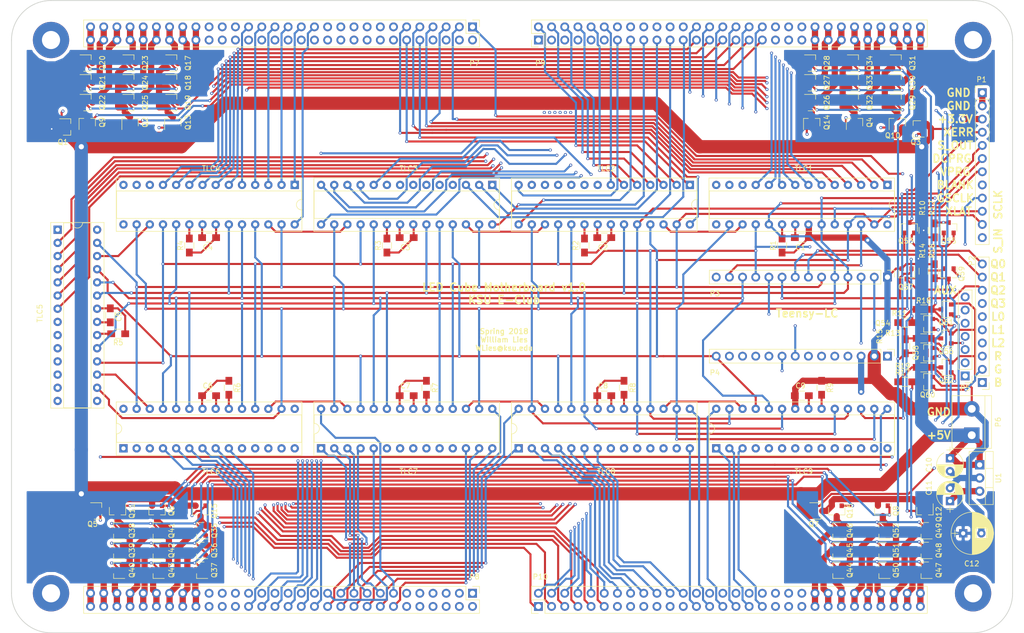
<source format=kicad_pcb>
(kicad_pcb (version 4) (host pcbnew "(2015-09-07 BZR 6168)-product")
  (layers (0 F.Cu signal) (1 In1.Cu mixed) (2 In2.Cu mixed) (31 B.Cu signal) (35 F.Paste user) (36 B.SilkS user) (37 F.SilkS user) (38 B.Mask user) (39 F.Mask user) (44 Edge.Cuts user))
  (net 0 "")
  (net 1 +3V3)
  (net 2 GND)
  (net 3 /TLC_8/SOUT)
  (net 4 /TLC_0/SIN)
  (net 5 /MOSFET_TREE/C_B)
  (net 6 /MOSFET_TREE/C_G)
  (net 7 /MOSFET_TREE/C_R)
  (net 8 /MOSFET_TREE/L_2)
  (net 9 /MOSFET_TREE/L_1)
  (net 10 /MOSFET_TREE/L_0)
  (net 11 /TLC_0/OUT_0)
  (net 12 /TLC_0/OUT_12)
  (net 13 /TLC_0/OUT_1)
  (net 14 /TLC_0/OUT_13)
  (net 15 /TLC_0/OUT_2)
  (net 16 /TLC_0/OUT_14)
  (net 17 /TLC_0/OUT_3)
  (net 18 /TLC_0/OUT_15)
  (net 19 /TLC_0/OUT_4)
  (net 20 /TLC_1/OUT_0)
  (net 21 /TLC_0/OUT_5)
  (net 22 /TLC_1/OUT_1)
  (net 23 /TLC_1/OUT_8)
  (net 24 /TLC_2/OUT_4)
  (net 25 /TLC_1/OUT_9)
  (net 26 /TLC_2/OUT_5)
  (net 27 /TLC_1/OUT_10)
  (net 28 /TLC_2/OUT_6)
  (net 29 /TLC_1/OUT_11)
  (net 30 /TLC_2/OUT_7)
  (net 31 /TLC_1/OUT_12)
  (net 32 /TLC_2/OUT_8)
  (net 33 /TLC_1/OUT_13)
  (net 34 /TLC_2/OUT_9)
  (net 35 /TLC_4/OUT_0)
  (net 36 /TLC_4/OUT_1)
  (net 37 /MOSFET_TREE/L_00_R)
  (net 38 /MOSFET_TREE/L_01_R)
  (net 39 /MOSFET_TREE/L_00_G)
  (net 40 /MOSFET_TREE/L_01_G)
  (net 41 /MOSFET_TREE/L_00_B)
  (net 42 /MOSFET_TREE/L_01_B)
  (net 43 /MOSFET_TREE/L_02_R)
  (net 44 /MOSFET_TREE/L_02_G)
  (net 45 /MOSFET_TREE/L_02_B)
  (net 46 /TLC_4/OUT_8)
  (net 47 /TLC_5/OUT_4)
  (net 48 /TLC_4/OUT_9)
  (net 49 /TLC_5/OUT_5)
  (net 50 /TLC_4/OUT_10)
  (net 51 /TLC_5/OUT_6)
  (net 52 /TLC_4/OUT_11)
  (net 53 /TLC_5/OUT_7)
  (net 54 /TLC_4/OUT_12)
  (net 55 /TLC_5/OUT_8)
  (net 56 /TLC_4/OUT_13)
  (net 57 /TLC_5/OUT_9)
  (net 58 /TLC_6/OUT_0)
  (net 59 /TLC_6/OUT_12)
  (net 60 /TLC_6/OUT_1)
  (net 61 /TLC_6/OUT_13)
  (net 62 /TLC_6/OUT_2)
  (net 63 /TLC_6/OUT_14)
  (net 64 /TLC_6/OUT_3)
  (net 65 /TLC_6/OUT_15)
  (net 66 /TLC_6/OUT_4)
  (net 67 /TLC_7/OUT_0)
  (net 68 /TLC_6/OUT_5)
  (net 69 /TLC_7/OUT_1)
  (net 70 /TLC_7/OUT_8)
  (net 71 /TLC_8/OUT_4)
  (net 72 /TLC_7/OUT_9)
  (net 73 /TLC_8/OUT_5)
  (net 74 /TLC_7/OUT_10)
  (net 75 /TLC_8/OUT_6)
  (net 76 /TLC_7/OUT_11)
  (net 77 /TLC_8/OUT_7)
  (net 78 /TLC_7/OUT_12)
  (net 79 /TLC_8/OUT_8)
  (net 80 /TLC_7/OUT_13)
  (net 81 /TLC_8/OUT_9)
  (net 82 /MOSFET_TREE/L_06_R)
  (net 83 /MOSFET_TREE/L_07_R)
  (net 84 /MOSFET_TREE/L_06_G)
  (net 85 /MOSFET_TREE/L_07_G)
  (net 86 /MOSFET_TREE/L_06_B)
  (net 87 /MOSFET_TREE/L_07_B)
  (net 88 /MOSFET_TREE/L_08_R)
  (net 89 /MOSFET_TREE/L_08_G)
  (net 90 /MOSFET_TREE/L_08_B)
  (net 91 /TLC_0/OUT_6)
  (net 92 /TLC_1/OUT_2)
  (net 93 /TLC_0/OUT_7)
  (net 94 /TLC_1/OUT_3)
  (net 95 /TLC_0/OUT_8)
  (net 96 /TLC_1/OUT_4)
  (net 97 /TLC_0/OUT_9)
  (net 98 /TLC_1/OUT_5)
  (net 99 /TLC_0/OUT_10)
  (net 100 /TLC_1/OUT_6)
  (net 101 /TLC_0/OUT_11)
  (net 102 /TLC_1/OUT_7)
  (net 103 /TLC_1/OUT_14)
  (net 104 /TLC_2/OUT_10)
  (net 105 /TLC_1/OUT_15)
  (net 106 /TLC_2/OUT_11)
  (net 107 /TLC_2/OUT_0)
  (net 108 /TLC_2/OUT_12)
  (net 109 /TLC_2/OUT_1)
  (net 110 /TLC_2/OUT_13)
  (net 111 /TLC_2/OUT_2)
  (net 112 /TLC_2/OUT_14)
  (net 113 /TLC_2/OUT_3)
  (net 114 /TLC_2/OUT_15)
  (net 115 /TLC_4/OUT_2)
  (net 116 /TLC_4/OUT_3)
  (net 117 /TLC_4/OUT_4)
  (net 118 /TLC_4/OUT_5)
  (net 119 /TLC_4/OUT_6)
  (net 120 /TLC_4/OUT_7)
  (net 121 /MOSFET_TREE/L_03_R)
  (net 122 /MOSFET_TREE/L_04_R)
  (net 123 /MOSFET_TREE/L_03_G)
  (net 124 /MOSFET_TREE/L_04_G)
  (net 125 /MOSFET_TREE/L_03_B)
  (net 126 /MOSFET_TREE/L_04_B)
  (net 127 /MOSFET_TREE/L_05_R)
  (net 128 /MOSFET_TREE/L_05_G)
  (net 129 /MOSFET_TREE/L_05_B)
  (net 130 /TLC_4/OUT_14)
  (net 131 /TLC_5/OUT_10)
  (net 132 /TLC_4/OUT_15)
  (net 133 /TLC_5/OUT_11)
  (net 134 /TLC_5/OUT_0)
  (net 135 /TLC_5/OUT_12)
  (net 136 /TLC_5/OUT_1)
  (net 137 /TLC_5/OUT_13)
  (net 138 /TLC_5/OUT_2)
  (net 139 /TLC_5/OUT_14)
  (net 140 /TLC_5/OUT_3)
  (net 141 /TLC_5/OUT_15)
  (net 142 /TLC_6/OUT_6)
  (net 143 /TLC_7/OUT_2)
  (net 144 /TLC_6/OUT_7)
  (net 145 /TLC_7/OUT_3)
  (net 146 /TLC_6/OUT_8)
  (net 147 /TLC_7/OUT_4)
  (net 148 /TLC_6/OUT_9)
  (net 149 /TLC_7/OUT_5)
  (net 150 /TLC_6/OUT_10)
  (net 151 /TLC_7/OUT_6)
  (net 152 /TLC_6/OUT_11)
  (net 153 /TLC_7/OUT_7)
  (net 154 /TLC_7/OUT_14)
  (net 155 /TLC_8/OUT_10)
  (net 156 /TLC_7/OUT_15)
  (net 157 /TLC_8/OUT_11)
  (net 158 /TLC_8/OUT_0)
  (net 159 /TLC_8/OUT_12)
  (net 160 /TLC_8/OUT_1)
  (net 161 /TLC_8/OUT_13)
  (net 162 /TLC_8/OUT_2)
  (net 163 /TLC_8/OUT_14)
  (net 164 /TLC_8/OUT_3)
  (net 165 /TLC_8/OUT_15)
  (net 166 /MOSFET_TREE/L_09_R)
  (net 167 /MOSFET_TREE/L_10_R)
  (net 168 /MOSFET_TREE/L_09_G)
  (net 169 /MOSFET_TREE/L_10_G)
  (net 170 /MOSFET_TREE/L_09_B)
  (net 171 /MOSFET_TREE/L_10_B)
  (net 172 /MOSFET_TREE/L_11_R)
  (net 173 /MOSFET_TREE/L_11_G)
  (net 174 /MOSFET_TREE/L_11_B)
  (net 175 "Net-(Q1-Pad3)")
  (net 176 /MOSFET_TREE/Color_Select_02/LAYER)
  (net 177 "Net-(Q10-Pad2)")
  (net 178 /MOSFET_TREE/Color_Select_05/LAYER)
  (net 179 "Net-(Q11-Pad2)")
  (net 180 "Net-(Q12-Pad2)")
  (net 181 /MOSFET_TREE/Color_Select_11/LAYER)
  (net 182 /MOSFET_TREE/Color_Select_01/LAYER)
  (net 183 /MOSFET_TREE/Color_Select_04/LAYER)
  (net 184 /MOSFET_TREE/Color_Select_07/LAYER)
  (net 185 /MOSFET_TREE/Color_Select_10/LAYER)
  (net 186 /MOSFET_TREE/Color_Select_00/LAYER)
  (net 187 /MOSFET_TREE/Color_Select_03/LAYER)
  (net 188 /MOSFET_TREE/Color_Select_06/LAYER)
  (net 189 /MOSFET_TREE/Color_Select_09/LAYER)
  (net 190 /MOSFET_TREE/Color_Select_08/LAYER)
  (net 191 "Net-(R1-Pad2)")
  (net 192 "Net-(R2-Pad2)")
  (net 193 "Net-(R3-Pad2)")
  (net 194 "Net-(R4-Pad2)")
  (net 195 "Net-(R5-Pad2)")
  (net 196 "Net-(R6-Pad2)")
  (net 197 "Net-(R7-Pad2)")
  (net 198 "Net-(R8-Pad2)")
  (net 199 "Net-(R9-Pad2)")
  (net 200 /TLC_1/SIN)
  (net 201 /TLC_2/SIN)
  (net 202 /TLC_4/SIN)
  (net 203 /TLC_5/SIN)
  (net 204 /TLC_6/SIN)
  (net 205 /TLC_7/SIN)
  (net 206 /TLC_8/SIN)
  (net 207 "Net-(P4-Pad1)")
  (net 208 "Net-(P4-Pad4)")
  (net 209 "Net-(P4-Pad5)")
  (net 210 "Net-(P4-Pad6)")
  (net 211 "Net-(P4-Pad7)")
  (net 212 "Net-(P4-Pad12)")
  (net 213 "Net-(P4-Pad13)")
  (net 214 "Net-(P3-Pad14)")
  (net 215 "Net-(P7-Pad37)")
  (net 216 "Net-(P7-Pad38)")
  (net 217 "Net-(P9-Pad37)")
  (net 218 "Net-(P9-Pad38)")
  (net 219 /TLC_0/XERR)
  (net 220 /TLC_0/DCPRG)
  (net 221 /TLC_0/VPRG)
  (net 222 /TLC_0/BLANK)
  (net 223 /TLC_0/GSCLK)
  (net 224 /TLC_0/XLAT)
  (net 225 /TLC_0/SCLK)
  (net 226 /TLC_3/OUT_0)
  (net 227 /TLC_3/OUT_12)
  (net 228 /TLC_3/OUT_1)
  (net 229 /TLC_3/OUT_13)
  (net 230 /TLC_3/OUT_2)
  (net 231 /TLC_3/OUT_14)
  (net 232 /TLC_3/OUT_3)
  (net 233 /TLC_3/OUT_15)
  (net 234 /TLC_3/OUT_4)
  (net 235 /TLC_3/OUT_5)
  (net 236 "Net-(P8-Pad37)")
  (net 237 "Net-(P8-Pad38)")
  (net 238 /TLC_3/OUT_6)
  (net 239 /TLC_3/OUT_7)
  (net 240 /TLC_3/OUT_8)
  (net 241 /TLC_3/OUT_9)
  (net 242 /TLC_3/OUT_10)
  (net 243 /TLC_3/OUT_11)
  (net 244 "Net-(P10-Pad37)")
  (net 245 "Net-(P10-Pad38)")
  (net 246 /TLC_3/SIN)
  (net 247 "Net-(P7-Pad39)")
  (net 248 "Net-(P7-Pad40)")
  (net 249 "Net-(P7-Pad41)")
  (net 250 "Net-(P7-Pad42)")
  (net 251 "Net-(P8-Pad39)")
  (net 252 "Net-(P8-Pad40)")
  (net 253 "Net-(P8-Pad41)")
  (net 254 "Net-(P8-Pad42)")
  (net 255 "Net-(P9-Pad39)")
  (net 256 "Net-(P9-Pad40)")
  (net 257 "Net-(P9-Pad41)")
  (net 258 "Net-(P9-Pad42)")
  (net 259 "Net-(P10-Pad39)")
  (net 260 "Net-(P10-Pad40)")
  (net 261 "Net-(P10-Pad41)")
  (net 262 "Net-(P10-Pad42)")
  (net 263 +5V)
  (net 264 "/Level Shift/IN_9")
  (net 265 "/Level Shift/IN_8")
  (net 266 "/Level Shift/IN_7")
  (net 267 "/Level Shift/IN_6")
  (net 268 "/Level Shift/IN_5")
  (net 269 "/Level Shift/IN_4")
  (net 270 "/Level Shift/IN_3")
  (net 271 "/Level Shift/IN_2")
  (net 272 "/Level Shift/IN_1")
  (net 273 "/Level Shift/IN_0")
  (net 274 "/Level Shift/OUT_0")
  (net 275 "/Level Shift/OUT_1")
  (net 276 "/Level Shift/OUT_2")
  (net 277 "/Level Shift/OUT_3")
  (module Resistors_SMD:R_0805_HandSoldering (layer F.Cu) (at 200.66 76.2)
    (fp_text reference C1 (at -0.254 1.905) (layer F.SilkS))
    (fp_text value .1uF)
    (pad 1 smd rect (at -1.35 0) (size 1.5 1.3) (layers F.Cu F.Paste F.Mask) (net 1 +3V3))
    (pad 2 smd rect (at 1.35 0) (size 1.5 1.3) (layers F.Cu F.Paste F.Mask) (net 2 GND))
  )
  (module Resistors_SMD:R_0805_HandSoldering (layer F.Cu) (at 162.56 76.2)
    (fp_text reference C2 (at -0.254 1.905) (layer F.SilkS))
    (fp_text value .1uF)
    (pad 1 smd rect (at -1.35 0) (size 1.5 1.3) (layers F.Cu F.Paste F.Mask) (net 1 +3V3))
    (pad 2 smd rect (at 1.35 0) (size 1.5 1.3) (layers F.Cu F.Paste F.Mask) (net 2 GND))
  )
  (module Resistors_SMD:R_0805_HandSoldering (layer F.Cu) (at 124.46 76.2)
    (fp_text reference C3 (at -0.254 1.905) (layer F.SilkS))
    (fp_text value .1uF)
    (pad 1 smd rect (at -1.35 0) (size 1.5 1.3) (layers F.Cu F.Paste F.Mask) (net 1 +3V3))
    (pad 2 smd rect (at 1.35 0) (size 1.5 1.3) (layers F.Cu F.Paste F.Mask) (net 2 GND))
  )
  (module Resistors_SMD:R_0805_HandSoldering (layer F.Cu) (at 86.36 76.2)
    (fp_text reference C4 (at -0.254 1.905) (layer F.SilkS))
    (fp_text value .1uF)
    (pad 1 smd rect (at -1.35 0) (size 1.5 1.3) (layers F.Cu F.Paste F.Mask) (net 1 +3V3))
    (pad 2 smd rect (at 1.35 0) (size 1.5 1.3) (layers F.Cu F.Paste F.Mask) (net 2 GND))
  )
  (module Resistors_SMD:R_0805_HandSoldering (layer F.Cu) (at 67.31 91.186 90)
    (fp_text reference C5 (at -0.254 1.651 90) (layer F.SilkS))
    (fp_text value .1uF)
    (pad 1 smd rect (at -1.35 0 90) (size 1.5 1.3) (layers F.Cu F.Paste F.Mask) (net 1 +3V3))
    (pad 2 smd rect (at 1.35 0 90) (size 1.5 1.3) (layers F.Cu F.Paste F.Mask) (net 2 GND))
  )
  (module Resistors_SMD:R_0805_HandSoldering (layer F.Cu) (at 86.36 106.68 180)
    (fp_text reference C6 (at 0.254 1.905 180) (layer F.SilkS))
    (fp_text value .1uF)
    (pad 1 smd rect (at -1.35 0 180) (size 1.5 1.3) (layers F.Cu F.Paste F.Mask) (net 1 +3V3))
    (pad 2 smd rect (at 1.35 0 180) (size 1.5 1.3) (layers F.Cu F.Paste F.Mask) (net 2 GND))
  )
  (module Resistors_SMD:R_0805_HandSoldering (layer F.Cu) (at 124.46 106.68 180)
    (fp_text reference C7 (at 0.254 1.905 180) (layer F.SilkS))
    (fp_text value .1uF)
    (pad 1 smd rect (at -1.35 0 180) (size 1.5 1.3) (layers F.Cu F.Paste F.Mask) (net 1 +3V3))
    (pad 2 smd rect (at 1.35 0 180) (size 1.5 1.3) (layers F.Cu F.Paste F.Mask) (net 2 GND))
  )
  (module Resistors_SMD:R_0805_HandSoldering (layer F.Cu) (at 162.56 106.68 180)
    (fp_text reference C8 (at 0.254 1.905 180) (layer F.SilkS))
    (fp_text value .1uF)
    (pad 1 smd rect (at -1.35 0 180) (size 1.5 1.3) (layers F.Cu F.Paste F.Mask) (net 1 +3V3))
    (pad 2 smd rect (at 1.35 0 180) (size 1.5 1.3) (layers F.Cu F.Paste F.Mask) (net 2 GND))
  )
  (module Resistors_SMD:R_0805_HandSoldering (layer F.Cu) (at 200.66 106.68 180)
    (fp_text reference C9 (at 0.254 1.905 180) (layer F.SilkS))
    (fp_text value .1uF)
    (pad 1 smd rect (at -1.35 0 180) (size 1.5 1.3) (layers F.Cu F.Paste F.Mask) (net 1 +3V3))
    (pad 2 smd rect (at 1.35 0 180) (size 1.5 1.3) (layers F.Cu F.Paste F.Mask) (net 2 GND))
  )
  (module Pin_Headers:Pin_Header_Straight_1x12_Pitch2.54mm (layer F.Cu) (at 235.458 48.26)
    (fp_text reference P1 (at -0.127 -2.54 180) (layer F.SilkS))
    (fp_text value CONN_01X12)
    (pad 1 thru_hole rect (at 0 0) (size 1.7 1.7) (drill 1) (layers *.Cu *.Mask) (net 2 GND))
    (pad 2 thru_hole oval (at 0 2.54) (size 1.7 1.7) (drill 1) (layers *.Cu *.Mask) (net 2 GND))
    (pad 3 thru_hole oval (at 0 5.08) (size 1.7 1.7) (drill 1) (layers *.Cu *.Mask) (net 1 +3V3))
    (pad 4 thru_hole oval (at 0 7.62) (size 1.7 1.7) (drill 1) (layers *.Cu *.Mask) (net 219 /TLC_0/XERR))
    (pad 5 thru_hole oval (at 0 10.16) (size 1.7 1.7) (drill 1) (layers *.Cu *.Mask) (net 3 /TLC_8/SOUT))
    (pad 6 thru_hole oval (at 0 12.7) (size 1.7 1.7) (drill 1) (layers *.Cu *.Mask) (net 220 /TLC_0/DCPRG))
    (pad 7 thru_hole oval (at 0 15.24) (size 1.7 1.7) (drill 1) (layers *.Cu *.Mask) (net 221 /TLC_0/VPRG))
    (pad 8 thru_hole oval (at 0 17.78) (size 1.7 1.7) (drill 1) (layers *.Cu *.Mask) (net 222 /TLC_0/BLANK))
    (pad 9 thru_hole oval (at 0 20.32) (size 1.7 1.7) (drill 1) (layers *.Cu *.Mask) (net 223 /TLC_0/GSCLK))
    (pad 10 thru_hole oval (at 0 22.86) (size 1.7 1.7) (drill 1) (layers *.Cu *.Mask) (net 224 /TLC_0/XLAT))
    (pad 11 thru_hole oval (at 0 25.4) (size 1.7 1.7) (drill 1) (layers *.Cu *.Mask) (net 225 /TLC_0/SCLK))
    (pad 12 thru_hole oval (at 0 27.94) (size 1.7 1.7) (drill 1) (layers *.Cu *.Mask) (net 4 /TLC_0/SIN))
  )
  (module Pin_Headers:Pin_Header_Straight_1x10_Pitch2.54mm (layer F.Cu) (at 235.458 104.14 180)
    (fp_text reference P2 (at 2.032 23.495 270) (layer F.SilkS))
    (fp_text value CONN_01X10)
    (pad 1 thru_hole rect (at 0 0 180) (size 1.7 1.7) (drill 1) (layers *.Cu *.Mask) (net 264 "/Level Shift/IN_9"))
    (pad 2 thru_hole oval (at 0 2.54 180) (size 1.7 1.7) (drill 1) (layers *.Cu *.Mask) (net 265 "/Level Shift/IN_8"))
    (pad 3 thru_hole oval (at 0 5.08 180) (size 1.7 1.7) (drill 1) (layers *.Cu *.Mask) (net 266 "/Level Shift/IN_7"))
    (pad 4 thru_hole oval (at 0 7.62 180) (size 1.7 1.7) (drill 1) (layers *.Cu *.Mask) (net 267 "/Level Shift/IN_6"))
    (pad 5 thru_hole oval (at 0 10.16 180) (size 1.7 1.7) (drill 1) (layers *.Cu *.Mask) (net 268 "/Level Shift/IN_5"))
    (pad 6 thru_hole oval (at 0 12.7 180) (size 1.7 1.7) (drill 1) (layers *.Cu *.Mask) (net 269 "/Level Shift/IN_4"))
    (pad 7 thru_hole oval (at 0 15.24 180) (size 1.7 1.7) (drill 1) (layers *.Cu *.Mask) (net 270 "/Level Shift/IN_3"))
    (pad 8 thru_hole oval (at 0 17.78 180) (size 1.7 1.7) (drill 1) (layers *.Cu *.Mask) (net 271 "/Level Shift/IN_2"))
    (pad 9 thru_hole oval (at 0 20.32 180) (size 1.7 1.7) (drill 1) (layers *.Cu *.Mask) (net 272 "/Level Shift/IN_1"))
    (pad 10 thru_hole oval (at 0 22.86 180) (size 1.7 1.7) (drill 1) (layers *.Cu *.Mask) (net 273 "/Level Shift/IN_0"))
  )
  (module Pin_Headers:Pin_Header_Straight_1x14_Pitch2.54mm (layer F.Cu) (at 217.17 83.82 270)
    (fp_text reference P3 (at 3.175 33.274 360) (layer F.SilkS))
    (fp_text value CONN_01X14)
    (pad 1 thru_hole rect (at 0 0 270) (size 1.7 1.7) (drill 1) (layers *.Cu *.Mask) (net 2 GND))
    (pad 2 thru_hole oval (at 0 2.54 270) (size 1.7 1.7) (drill 1) (layers *.Cu *.Mask) (net 268 "/Level Shift/IN_5"))
    (pad 3 thru_hole oval (at 0 5.08 270) (size 1.7 1.7) (drill 1) (layers *.Cu *.Mask) (net 267 "/Level Shift/IN_6"))
    (pad 4 thru_hole oval (at 0 7.62 270) (size 1.7 1.7) (drill 1) (layers *.Cu *.Mask) (net 222 /TLC_0/BLANK))
    (pad 5 thru_hole oval (at 0 10.16 270) (size 1.7 1.7) (drill 1) (layers *.Cu *.Mask) (net 220 /TLC_0/DCPRG))
    (pad 6 thru_hole oval (at 0 12.7 270) (size 1.7 1.7) (drill 1) (layers *.Cu *.Mask) (net 221 /TLC_0/VPRG))
    (pad 7 thru_hole oval (at 0 15.24 270) (size 1.7 1.7) (drill 1) (layers *.Cu *.Mask) (net 273 "/Level Shift/IN_0"))
    (pad 8 thru_hole oval (at 0 17.78 270) (size 1.7 1.7) (drill 1) (layers *.Cu *.Mask) (net 272 "/Level Shift/IN_1"))
    (pad 9 thru_hole oval (at 0 20.32 270) (size 1.7 1.7) (drill 1) (layers *.Cu *.Mask) (net 271 "/Level Shift/IN_2"))
    (pad 10 thru_hole oval (at 0 22.86 270) (size 1.7 1.7) (drill 1) (layers *.Cu *.Mask) (net 270 "/Level Shift/IN_3"))
    (pad 11 thru_hole oval (at 0 25.4 270) (size 1.7 1.7) (drill 1) (layers *.Cu *.Mask) (net 223 /TLC_0/GSCLK))
    (pad 12 thru_hole oval (at 0 27.94 270) (size 1.7 1.7) (drill 1) (layers *.Cu *.Mask) (net 224 /TLC_0/XLAT))
    (pad 13 thru_hole oval (at 0 30.48 270) (size 1.7 1.7) (drill 1) (layers *.Cu *.Mask) (net 4 /TLC_0/SIN))
    (pad 14 thru_hole oval (at 0 33.02 270) (size 1.7 1.7) (drill 1) (layers *.Cu *.Mask) (net 214 "Net-(P3-Pad14)"))
  )
  (module Pin_Headers:Pin_Header_Straight_1x14_Pitch2.54mm (layer F.Cu) (at 217.17 99.06 270)
    (fp_text reference P4 (at 3.175 33.274 360) (layer F.SilkS))
    (fp_text value CONN_01X14)
    (pad 1 thru_hole rect (at 0 0 270) (size 1.7 1.7) (drill 1) (layers *.Cu *.Mask) (net 207 "Net-(P4-Pad1)"))
    (pad 2 thru_hole oval (at 0 2.54 270) (size 1.7 1.7) (drill 1) (layers *.Cu *.Mask) (net 2 GND))
    (pad 3 thru_hole oval (at 0 5.08 270) (size 1.7 1.7) (drill 1) (layers *.Cu *.Mask) (net 1 +3V3))
    (pad 4 thru_hole oval (at 0 7.62 270) (size 1.7 1.7) (drill 1) (layers *.Cu *.Mask) (net 208 "Net-(P4-Pad4)"))
    (pad 5 thru_hole oval (at 0 10.16 270) (size 1.7 1.7) (drill 1) (layers *.Cu *.Mask) (net 209 "Net-(P4-Pad5)"))
    (pad 6 thru_hole oval (at 0 12.7 270) (size 1.7 1.7) (drill 1) (layers *.Cu *.Mask) (net 210 "Net-(P4-Pad6)"))
    (pad 7 thru_hole oval (at 0 15.24 270) (size 1.7 1.7) (drill 1) (layers *.Cu *.Mask) (net 211 "Net-(P4-Pad7)"))
    (pad 8 thru_hole oval (at 0 17.78 270) (size 1.7 1.7) (drill 1) (layers *.Cu *.Mask) (net 269 "/Level Shift/IN_4"))
    (pad 9 thru_hole oval (at 0 20.32 270) (size 1.7 1.7) (drill 1) (layers *.Cu *.Mask) (net 264 "/Level Shift/IN_9"))
    (pad 10 thru_hole oval (at 0 22.86 270) (size 1.7 1.7) (drill 1) (layers *.Cu *.Mask) (net 265 "/Level Shift/IN_8"))
    (pad 11 thru_hole oval (at 0 25.4 270) (size 1.7 1.7) (drill 1) (layers *.Cu *.Mask) (net 266 "/Level Shift/IN_7"))
    (pad 12 thru_hole oval (at 0 27.94 270) (size 1.7 1.7) (drill 1) (layers *.Cu *.Mask) (net 212 "Net-(P4-Pad12)"))
    (pad 13 thru_hole oval (at 0 30.48 270) (size 1.7 1.7) (drill 1) (layers *.Cu *.Mask) (net 213 "Net-(P4-Pad13)"))
    (pad 14 thru_hole oval (at 0 33.02 270) (size 1.7 1.7) (drill 1) (layers *.Cu *.Mask) (net 225 /TLC_0/SCLK))
  )
  (module Pin_Headers:Pin_Header_Straight_1x07_Pitch2.54mm (layer F.Cu) (at 232.156 102.87 180)
    (fp_text reference P5 (at 0 -2.33 180) (layer F.SilkS))
    (fp_text value CONN_01X07)
    (pad 1 thru_hole rect (at 0 0 180) (size 1.7 1.7) (drill 1) (layers *.Cu *.Mask) (net 208 "Net-(P4-Pad4)"))
    (pad 2 thru_hole oval (at 0 2.54 180) (size 1.7 1.7) (drill 1) (layers *.Cu *.Mask) (net 209 "Net-(P4-Pad5)"))
    (pad 3 thru_hole oval (at 0 5.08 180) (size 1.7 1.7) (drill 1) (layers *.Cu *.Mask) (net 210 "Net-(P4-Pad6)"))
    (pad 4 thru_hole oval (at 0 7.62 180) (size 1.7 1.7) (drill 1) (layers *.Cu *.Mask) (net 211 "Net-(P4-Pad7)"))
    (pad 5 thru_hole oval (at 0 10.16 180) (size 1.7 1.7) (drill 1) (layers *.Cu *.Mask) (net 212 "Net-(P4-Pad12)"))
    (pad 6 thru_hole oval (at 0 12.7 180) (size 1.7 1.7) (drill 1) (layers *.Cu *.Mask) (net 213 "Net-(P4-Pad13)"))
    (pad 7 thru_hole oval (at 0 15.24 180) (size 1.7 1.7) (drill 1) (layers *.Cu *.Mask) (net 214 "Net-(P3-Pad14)"))
  )
  (module TerminalBlock:TerminalBlock_bornier-2_P5.08mm (layer F.Cu) (at 233.426 114.3 90)
    (fp_text reference P6 (at 2.54 5.08 90) (layer F.SilkS))
    (fp_text value CONN_01X02)
    (pad 1 thru_hole rect (at 0 0 90) (size 3 3) (drill 1.52) (layers *.Cu *.Mask) (net 263 +5V))
    (pad 2 thru_hole circle (at 5.08 0 90) (size 3 3) (drill 1.52) (layers *.Cu *.Mask) (net 2 GND))
  )
  (module TO_SOT_Packages_SMD:SOT-23 (layer F.Cu) (at 58.928 54.864)
    (fp_text reference Q1 (at -0.762 2.921 180) (layer F.SilkS))
    (fp_text value P-Channel_MOSFET)
    (pad 1 smd rect (at -1 -0.95) (size 0.9 0.8) (layers F.Cu F.Paste F.Mask) (net 274 "/Level Shift/OUT_0"))
    (pad 2 smd rect (at -1 0.95) (size 0.9 0.8) (layers F.Cu F.Paste F.Mask) (net 263 +5V))
    (pad 3 smd rect (at 1 0) (size 0.9 0.8) (layers F.Cu F.Paste F.Mask) (net 175 "Net-(Q1-Pad3)"))
  )
  (module TO_SOT_Packages_SMD:SOT-23 (layer F.Cu) (at 71.12 53.975 90)
    (fp_text reference Q2 (at 0 2.921 270) (layer F.SilkS))
    (fp_text value P-Channel_MOSFET)
    (pad 1 smd rect (at -1 -0.95 90) (size 0.9 0.8) (layers F.Cu F.Paste F.Mask) (net 8 /MOSFET_TREE/L_2))
    (pad 2 smd rect (at -1 0.95 90) (size 0.9 0.8) (layers F.Cu F.Paste F.Mask) (net 175 "Net-(Q1-Pad3)"))
    (pad 3 smd rect (at 1 0 90) (size 0.9 0.8) (layers F.Cu F.Paste F.Mask) (net 176 /MOSFET_TREE/Color_Select_02/LAYER))
  )
  (module TO_SOT_Packages_SMD:SOT-23 (layer F.Cu) (at 222.885 55.245 180)
    (fp_text reference Q3 (at 0.254 -2.54 180) (layer F.SilkS))
    (fp_text value P-Channel_MOSFET)
    (pad 1 smd rect (at -1 -0.95 180) (size 0.9 0.8) (layers F.Cu F.Paste F.Mask) (net 275 "/Level Shift/OUT_1"))
    (pad 2 smd rect (at -1 0.95 180) (size 0.9 0.8) (layers F.Cu F.Paste F.Mask) (net 263 +5V))
    (pad 3 smd rect (at 1 0 180) (size 0.9 0.8) (layers F.Cu F.Paste F.Mask) (net 177 "Net-(Q10-Pad2)"))
  )
  (module TO_SOT_Packages_SMD:SOT-23 (layer F.Cu) (at 210.82 53.975 90)
    (fp_text reference Q4 (at 0 2.921 90) (layer F.SilkS))
    (fp_text value P-Channel_MOSFET)
    (pad 1 smd rect (at -1 -0.95 90) (size 0.9 0.8) (layers F.Cu F.Paste F.Mask) (net 8 /MOSFET_TREE/L_2))
    (pad 2 smd rect (at -1 0.95 90) (size 0.9 0.8) (layers F.Cu F.Paste F.Mask) (net 177 "Net-(Q10-Pad2)"))
    (pad 3 smd rect (at 1 0 90) (size 0.9 0.8) (layers F.Cu F.Paste F.Mask) (net 178 /MOSFET_TREE/Color_Select_05/LAYER))
  )
  (module TO_SOT_Packages_SMD:SOT-23 (layer F.Cu) (at 64.897 128.905)
    (fp_text reference Q5 (at -1.016 2.54) (layer F.SilkS))
    (fp_text value P-Channel_MOSFET)
    (pad 1 smd rect (at -1 -0.95) (size 0.9 0.8) (layers F.Cu F.Paste F.Mask) (net 276 "/Level Shift/OUT_2"))
    (pad 2 smd rect (at -1 0.95) (size 0.9 0.8) (layers F.Cu F.Paste F.Mask) (net 263 +5V))
    (pad 3 smd rect (at 1 0) (size 0.9 0.8) (layers F.Cu F.Paste F.Mask) (net 179 "Net-(Q11-Pad2)"))
  )
  (module TO_SOT_Packages_SMD:SOT-23 (layer F.Cu) (at 76.327 128.905 270)
    (fp_text reference Q6 (at 0 -2.794 270) (layer F.SilkS))
    (fp_text value P-Channel_MOSFET)
    (pad 1 smd rect (at -1 -0.95 270) (size 0.9 0.8) (layers F.Cu F.Paste F.Mask) (net 8 /MOSFET_TREE/L_2))
    (pad 2 smd rect (at -1 0.95 270) (size 0.9 0.8) (layers F.Cu F.Paste F.Mask) (net 179 "Net-(Q11-Pad2)"))
    (pad 3 smd rect (at 1 0 270) (size 0.9 0.8) (layers F.Cu F.Paste F.Mask) (net 190 /MOSFET_TREE/Color_Select_08/LAYER))
  )
  (module TO_SOT_Packages_SMD:SOT-23 (layer F.Cu) (at 203.581 128.905)
    (fp_text reference Q7 (at -0.635 2.54) (layer F.SilkS))
    (fp_text value P-Channel_MOSFET)
    (pad 1 smd rect (at -1 -0.95) (size 0.9 0.8) (layers F.Cu F.Paste F.Mask) (net 277 "/Level Shift/OUT_3"))
    (pad 2 smd rect (at -1 0.95) (size 0.9 0.8) (layers F.Cu F.Paste F.Mask) (net 263 +5V))
    (pad 3 smd rect (at 1 0) (size 0.9 0.8) (layers F.Cu F.Paste F.Mask) (net 180 "Net-(Q12-Pad2)"))
  )
  (module TO_SOT_Packages_SMD:SOT-23 (layer F.Cu) (at 216.281 128.905 270)
    (fp_text reference Q8 (at 0 -2.54 270) (layer F.SilkS))
    (fp_text value P-Channel_MOSFET)
    (pad 1 smd rect (at -1 -0.95 270) (size 0.9 0.8) (layers F.Cu F.Paste F.Mask) (net 8 /MOSFET_TREE/L_2))
    (pad 2 smd rect (at -1 0.95 270) (size 0.9 0.8) (layers F.Cu F.Paste F.Mask) (net 180 "Net-(Q12-Pad2)"))
    (pad 3 smd rect (at 1 0 270) (size 0.9 0.8) (layers F.Cu F.Paste F.Mask) (net 181 /MOSFET_TREE/Color_Select_11/LAYER))
  )
  (module TO_SOT_Packages_SMD:SOT-23 (layer F.Cu) (at 62.865 53.975 90)
    (fp_text reference Q9 (at 0 2.921 270) (layer F.SilkS))
    (fp_text value P-Channel_MOSFET)
    (pad 1 smd rect (at -1 -0.95 90) (size 0.9 0.8) (layers F.Cu F.Paste F.Mask) (net 9 /MOSFET_TREE/L_1))
    (pad 2 smd rect (at -1 0.95 90) (size 0.9 0.8) (layers F.Cu F.Paste F.Mask) (net 175 "Net-(Q1-Pad3)"))
    (pad 3 smd rect (at 1 0 90) (size 0.9 0.8) (layers F.Cu F.Paste F.Mask) (net 182 /MOSFET_TREE/Color_Select_01/LAYER))
  )
  (module TO_SOT_Packages_SMD:SOT-23 (layer F.Cu) (at 219.075 53.975 90)
    (fp_text reference Q10 (at -2.54 -0.889 180) (layer F.SilkS))
    (fp_text value P-Channel_MOSFET)
    (pad 1 smd rect (at -1 -0.95 90) (size 0.9 0.8) (layers F.Cu F.Paste F.Mask) (net 9 /MOSFET_TREE/L_1))
    (pad 2 smd rect (at -1 0.95 90) (size 0.9 0.8) (layers F.Cu F.Paste F.Mask) (net 177 "Net-(Q10-Pad2)"))
    (pad 3 smd rect (at 1 0 90) (size 0.9 0.8) (layers F.Cu F.Paste F.Mask) (net 183 /MOSFET_TREE/Color_Select_04/LAYER))
  )
  (module TO_SOT_Packages_SMD:SOT-23 (layer F.Cu) (at 68.707 128.905 270)
    (fp_text reference Q11 (at 0 -2.794 270) (layer F.SilkS))
    (fp_text value P-Channel_MOSFET)
    (pad 1 smd rect (at -1 -0.95 270) (size 0.9 0.8) (layers F.Cu F.Paste F.Mask) (net 9 /MOSFET_TREE/L_1))
    (pad 2 smd rect (at -1 0.95 270) (size 0.9 0.8) (layers F.Cu F.Paste F.Mask) (net 179 "Net-(Q11-Pad2)"))
    (pad 3 smd rect (at 1 0 270) (size 0.9 0.8) (layers F.Cu F.Paste F.Mask) (net 184 /MOSFET_TREE/Color_Select_07/LAYER))
  )
  (module TO_SOT_Packages_SMD:SOT-23 (layer F.Cu) (at 224.409 128.905 270)
    (fp_text reference Q12 (at 0.635 -2.667 270) (layer F.SilkS))
    (fp_text value P-Channel_MOSFET)
    (pad 1 smd rect (at -1 -0.95 270) (size 0.9 0.8) (layers F.Cu F.Paste F.Mask) (net 9 /MOSFET_TREE/L_1))
    (pad 2 smd rect (at -1 0.95 270) (size 0.9 0.8) (layers F.Cu F.Paste F.Mask) (net 180 "Net-(Q12-Pad2)"))
    (pad 3 smd rect (at 1 0 270) (size 0.9 0.8) (layers F.Cu F.Paste F.Mask) (net 185 /MOSFET_TREE/Color_Select_10/LAYER))
  )
  (module TO_SOT_Packages_SMD:SOT-23 (layer F.Cu) (at 79.375 53.975 90)
    (fp_text reference Q13 (at 0 2.921 270) (layer F.SilkS))
    (fp_text value P-Channel_MOSFET)
    (pad 1 smd rect (at -1 -0.95 90) (size 0.9 0.8) (layers F.Cu F.Paste F.Mask) (net 10 /MOSFET_TREE/L_0))
    (pad 2 smd rect (at -1 0.95 90) (size 0.9 0.8) (layers F.Cu F.Paste F.Mask) (net 175 "Net-(Q1-Pad3)"))
    (pad 3 smd rect (at 1 0 90) (size 0.9 0.8) (layers F.Cu F.Paste F.Mask) (net 186 /MOSFET_TREE/Color_Select_00/LAYER))
  )
  (module TO_SOT_Packages_SMD:SOT-23 (layer F.Cu) (at 202.565 53.975 90)
    (fp_text reference Q14 (at 0 2.921 270) (layer F.SilkS))
    (fp_text value P-Channel_MOSFET)
    (pad 1 smd rect (at -1 -0.95 90) (size 0.9 0.8) (layers F.Cu F.Paste F.Mask) (net 10 /MOSFET_TREE/L_0))
    (pad 2 smd rect (at -1 0.95 90) (size 0.9 0.8) (layers F.Cu F.Paste F.Mask) (net 177 "Net-(Q10-Pad2)"))
    (pad 3 smd rect (at 1 0 90) (size 0.9 0.8) (layers F.Cu F.Paste F.Mask) (net 187 /MOSFET_TREE/Color_Select_03/LAYER))
  )
  (module TO_SOT_Packages_SMD:SOT-23 (layer F.Cu) (at 84.709 128.905 270)
    (fp_text reference Q15 (at 0 -2.667 270) (layer F.SilkS))
    (fp_text value P-Channel_MOSFET)
    (pad 1 smd rect (at -1 -0.95 270) (size 0.9 0.8) (layers F.Cu F.Paste F.Mask) (net 10 /MOSFET_TREE/L_0))
    (pad 2 smd rect (at -1 0.95 270) (size 0.9 0.8) (layers F.Cu F.Paste F.Mask) (net 179 "Net-(Q11-Pad2)"))
    (pad 3 smd rect (at 1 0 270) (size 0.9 0.8) (layers F.Cu F.Paste F.Mask) (net 188 /MOSFET_TREE/Color_Select_06/LAYER))
  )
  (module TO_SOT_Packages_SMD:SOT-23 (layer F.Cu) (at 207.391 128.905 270)
    (fp_text reference Q16 (at 0 -2.54 270) (layer F.SilkS))
    (fp_text value P-Channel_MOSFET)
    (pad 1 smd rect (at -1 -0.95 270) (size 0.9 0.8) (layers F.Cu F.Paste F.Mask) (net 10 /MOSFET_TREE/L_0))
    (pad 2 smd rect (at -1 0.95 270) (size 0.9 0.8) (layers F.Cu F.Paste F.Mask) (net 180 "Net-(Q12-Pad2)"))
    (pad 3 smd rect (at 1 0 270) (size 0.9 0.8) (layers F.Cu F.Paste F.Mask) (net 189 /MOSFET_TREE/Color_Select_09/LAYER))
  )
  (module TO_SOT_Packages_SMD:SOT-23 (layer F.Cu) (at 79.375 42.545)
    (fp_text reference Q17 (at 2.921 0 90) (layer F.SilkS))
    (fp_text value P-Channel_MOSFET)
    (pad 1 smd rect (at -1 -0.95) (size 0.9 0.8) (layers F.Cu F.Paste F.Mask) (net 5 /MOSFET_TREE/C_B))
    (pad 2 smd rect (at -1 0.95) (size 0.9 0.8) (layers F.Cu F.Paste F.Mask) (net 186 /MOSFET_TREE/Color_Select_00/LAYER))
    (pad 3 smd rect (at 1 0) (size 0.9 0.8) (layers F.Cu F.Paste F.Mask) (net 41 /MOSFET_TREE/L_00_B))
  )
  (module TO_SOT_Packages_SMD:SOT-23 (layer F.Cu) (at 79.375 46.355)
    (fp_text reference Q18 (at 2.921 0 90) (layer F.SilkS))
    (fp_text value P-Channel_MOSFET)
    (pad 1 smd rect (at -1 -0.95) (size 0.9 0.8) (layers F.Cu F.Paste F.Mask) (net 6 /MOSFET_TREE/C_G))
    (pad 2 smd rect (at -1 0.95) (size 0.9 0.8) (layers F.Cu F.Paste F.Mask) (net 186 /MOSFET_TREE/Color_Select_00/LAYER))
    (pad 3 smd rect (at 1 0) (size 0.9 0.8) (layers F.Cu F.Paste F.Mask) (net 39 /MOSFET_TREE/L_00_G))
  )
  (module TO_SOT_Packages_SMD:SOT-23 (layer F.Cu) (at 79.375 50.165)
    (fp_text reference Q19 (at 2.921 0 90) (layer F.SilkS))
    (fp_text value P-Channel_MOSFET)
    (pad 1 smd rect (at -1 -0.95) (size 0.9 0.8) (layers F.Cu F.Paste F.Mask) (net 7 /MOSFET_TREE/C_R))
    (pad 2 smd rect (at -1 0.95) (size 0.9 0.8) (layers F.Cu F.Paste F.Mask) (net 186 /MOSFET_TREE/Color_Select_00/LAYER))
    (pad 3 smd rect (at 1 0) (size 0.9 0.8) (layers F.Cu F.Paste F.Mask) (net 37 /MOSFET_TREE/L_00_R))
  )
  (module TO_SOT_Packages_SMD:SOT-23 (layer F.Cu) (at 62.865 42.545)
    (fp_text reference Q20 (at 2.921 0 90) (layer F.SilkS))
    (fp_text value P-Channel_MOSFET)
    (pad 1 smd rect (at -1 -0.95) (size 0.9 0.8) (layers F.Cu F.Paste F.Mask) (net 5 /MOSFET_TREE/C_B))
    (pad 2 smd rect (at -1 0.95) (size 0.9 0.8) (layers F.Cu F.Paste F.Mask) (net 182 /MOSFET_TREE/Color_Select_01/LAYER))
    (pad 3 smd rect (at 1 0) (size 0.9 0.8) (layers F.Cu F.Paste F.Mask) (net 42 /MOSFET_TREE/L_01_B))
  )
  (module TO_SOT_Packages_SMD:SOT-23 (layer F.Cu) (at 62.865 46.355)
    (fp_text reference Q21 (at 2.921 0 90) (layer F.SilkS))
    (fp_text value P-Channel_MOSFET)
    (pad 1 smd rect (at -1 -0.95) (size 0.9 0.8) (layers F.Cu F.Paste F.Mask) (net 6 /MOSFET_TREE/C_G))
    (pad 2 smd rect (at -1 0.95) (size 0.9 0.8) (layers F.Cu F.Paste F.Mask) (net 182 /MOSFET_TREE/Color_Select_01/LAYER))
    (pad 3 smd rect (at 1 0) (size 0.9 0.8) (layers F.Cu F.Paste F.Mask) (net 40 /MOSFET_TREE/L_01_G))
  )
  (module TO_SOT_Packages_SMD:SOT-23 (layer F.Cu) (at 62.865 50.165)
    (fp_text reference Q22 (at 2.921 0 90) (layer F.SilkS))
    (fp_text value P-Channel_MOSFET)
    (pad 1 smd rect (at -1 -0.95) (size 0.9 0.8) (layers F.Cu F.Paste F.Mask) (net 7 /MOSFET_TREE/C_R))
    (pad 2 smd rect (at -1 0.95) (size 0.9 0.8) (layers F.Cu F.Paste F.Mask) (net 182 /MOSFET_TREE/Color_Select_01/LAYER))
    (pad 3 smd rect (at 1 0) (size 0.9 0.8) (layers F.Cu F.Paste F.Mask) (net 38 /MOSFET_TREE/L_01_R))
  )
  (module TO_SOT_Packages_SMD:SOT-23 (layer F.Cu) (at 71.12 42.545)
    (fp_text reference Q23 (at 2.921 0 90) (layer F.SilkS))
    (fp_text value P-Channel_MOSFET)
    (pad 1 smd rect (at -1 -0.95) (size 0.9 0.8) (layers F.Cu F.Paste F.Mask) (net 5 /MOSFET_TREE/C_B))
    (pad 2 smd rect (at -1 0.95) (size 0.9 0.8) (layers F.Cu F.Paste F.Mask) (net 176 /MOSFET_TREE/Color_Select_02/LAYER))
    (pad 3 smd rect (at 1 0) (size 0.9 0.8) (layers F.Cu F.Paste F.Mask) (net 45 /MOSFET_TREE/L_02_B))
  )
  (module TO_SOT_Packages_SMD:SOT-23 (layer F.Cu) (at 71.12 46.355)
    (fp_text reference Q24 (at 2.921 0 90) (layer F.SilkS))
    (fp_text value P-Channel_MOSFET)
    (pad 1 smd rect (at -1 -0.95) (size 0.9 0.8) (layers F.Cu F.Paste F.Mask) (net 6 /MOSFET_TREE/C_G))
    (pad 2 smd rect (at -1 0.95) (size 0.9 0.8) (layers F.Cu F.Paste F.Mask) (net 176 /MOSFET_TREE/Color_Select_02/LAYER))
    (pad 3 smd rect (at 1 0) (size 0.9 0.8) (layers F.Cu F.Paste F.Mask) (net 44 /MOSFET_TREE/L_02_G))
  )
  (module TO_SOT_Packages_SMD:SOT-23 (layer F.Cu) (at 71.12 50.165)
    (fp_text reference Q25 (at 2.921 0 90) (layer F.SilkS))
    (fp_text value P-Channel_MOSFET)
    (pad 1 smd rect (at -1 -0.95) (size 0.9 0.8) (layers F.Cu F.Paste F.Mask) (net 7 /MOSFET_TREE/C_R))
    (pad 2 smd rect (at -1 0.95) (size 0.9 0.8) (layers F.Cu F.Paste F.Mask) (net 176 /MOSFET_TREE/Color_Select_02/LAYER))
    (pad 3 smd rect (at 1 0) (size 0.9 0.8) (layers F.Cu F.Paste F.Mask) (net 43 /MOSFET_TREE/L_02_R))
  )
  (module TO_SOT_Packages_SMD:SOT-23 (layer F.Cu) (at 202.565 50.165)
    (fp_text reference Q26 (at 2.921 0 90) (layer F.SilkS))
    (fp_text value P-Channel_MOSFET)
    (pad 1 smd rect (at -1 -0.95) (size 0.9 0.8) (layers F.Cu F.Paste F.Mask) (net 5 /MOSFET_TREE/C_B))
    (pad 2 smd rect (at -1 0.95) (size 0.9 0.8) (layers F.Cu F.Paste F.Mask) (net 187 /MOSFET_TREE/Color_Select_03/LAYER))
    (pad 3 smd rect (at 1 0) (size 0.9 0.8) (layers F.Cu F.Paste F.Mask) (net 125 /MOSFET_TREE/L_03_B))
  )
  (module TO_SOT_Packages_SMD:SOT-23 (layer F.Cu) (at 202.565 46.355)
    (fp_text reference Q27 (at 2.921 0 90) (layer F.SilkS))
    (fp_text value P-Channel_MOSFET)
    (pad 1 smd rect (at -1 -0.95) (size 0.9 0.8) (layers F.Cu F.Paste F.Mask) (net 6 /MOSFET_TREE/C_G))
    (pad 2 smd rect (at -1 0.95) (size 0.9 0.8) (layers F.Cu F.Paste F.Mask) (net 187 /MOSFET_TREE/Color_Select_03/LAYER))
    (pad 3 smd rect (at 1 0) (size 0.9 0.8) (layers F.Cu F.Paste F.Mask) (net 123 /MOSFET_TREE/L_03_G))
  )
  (module TO_SOT_Packages_SMD:SOT-23 (layer F.Cu) (at 202.565 42.545)
    (fp_text reference Q28 (at 2.921 0 90) (layer F.SilkS))
    (fp_text value P-Channel_MOSFET)
    (pad 1 smd rect (at -1 -0.95) (size 0.9 0.8) (layers F.Cu F.Paste F.Mask) (net 7 /MOSFET_TREE/C_R))
    (pad 2 smd rect (at -1 0.95) (size 0.9 0.8) (layers F.Cu F.Paste F.Mask) (net 187 /MOSFET_TREE/Color_Select_03/LAYER))
    (pad 3 smd rect (at 1 0) (size 0.9 0.8) (layers F.Cu F.Paste F.Mask) (net 121 /MOSFET_TREE/L_03_R))
  )
  (module TO_SOT_Packages_SMD:SOT-23 (layer F.Cu) (at 219.075 50.165)
    (fp_text reference Q29 (at 2.921 0 90) (layer F.SilkS))
    (fp_text value P-Channel_MOSFET)
    (pad 1 smd rect (at -1 -0.95) (size 0.9 0.8) (layers F.Cu F.Paste F.Mask) (net 5 /MOSFET_TREE/C_B))
    (pad 2 smd rect (at -1 0.95) (size 0.9 0.8) (layers F.Cu F.Paste F.Mask) (net 183 /MOSFET_TREE/Color_Select_04/LAYER))
    (pad 3 smd rect (at 1 0) (size 0.9 0.8) (layers F.Cu F.Paste F.Mask) (net 126 /MOSFET_TREE/L_04_B))
  )
  (module TO_SOT_Packages_SMD:SOT-23 (layer F.Cu) (at 219.075 46.355)
    (fp_text reference Q30 (at 2.921 0 90) (layer F.SilkS))
    (fp_text value P-Channel_MOSFET)
    (pad 1 smd rect (at -1 -0.95) (size 0.9 0.8) (layers F.Cu F.Paste F.Mask) (net 6 /MOSFET_TREE/C_G))
    (pad 2 smd rect (at -1 0.95) (size 0.9 0.8) (layers F.Cu F.Paste F.Mask) (net 183 /MOSFET_TREE/Color_Select_04/LAYER))
    (pad 3 smd rect (at 1 0) (size 0.9 0.8) (layers F.Cu F.Paste F.Mask) (net 124 /MOSFET_TREE/L_04_G))
  )
  (module TO_SOT_Packages_SMD:SOT-23 (layer F.Cu) (at 219.075 42.545)
    (fp_text reference Q31 (at 2.921 0 90) (layer F.SilkS))
    (fp_text value P-Channel_MOSFET)
    (pad 1 smd rect (at -1 -0.95) (size 0.9 0.8) (layers F.Cu F.Paste F.Mask) (net 7 /MOSFET_TREE/C_R))
    (pad 2 smd rect (at -1 0.95) (size 0.9 0.8) (layers F.Cu F.Paste F.Mask) (net 183 /MOSFET_TREE/Color_Select_04/LAYER))
    (pad 3 smd rect (at 1 0) (size 0.9 0.8) (layers F.Cu F.Paste F.Mask) (net 122 /MOSFET_TREE/L_04_R))
  )
  (module TO_SOT_Packages_SMD:SOT-23 (layer F.Cu) (at 210.82 50.165)
    (fp_text reference Q32 (at 2.921 0 90) (layer F.SilkS))
    (fp_text value P-Channel_MOSFET)
    (pad 1 smd rect (at -1 -0.95) (size 0.9 0.8) (layers F.Cu F.Paste F.Mask) (net 5 /MOSFET_TREE/C_B))
    (pad 2 smd rect (at -1 0.95) (size 0.9 0.8) (layers F.Cu F.Paste F.Mask) (net 178 /MOSFET_TREE/Color_Select_05/LAYER))
    (pad 3 smd rect (at 1 0) (size 0.9 0.8) (layers F.Cu F.Paste F.Mask) (net 129 /MOSFET_TREE/L_05_B))
  )
  (module TO_SOT_Packages_SMD:SOT-23 (layer F.Cu) (at 210.82 46.355)
    (fp_text reference Q33 (at 2.921 0 90) (layer F.SilkS))
    (fp_text value P-Channel_MOSFET)
    (pad 1 smd rect (at -1 -0.95) (size 0.9 0.8) (layers F.Cu F.Paste F.Mask) (net 6 /MOSFET_TREE/C_G))
    (pad 2 smd rect (at -1 0.95) (size 0.9 0.8) (layers F.Cu F.Paste F.Mask) (net 178 /MOSFET_TREE/Color_Select_05/LAYER))
    (pad 3 smd rect (at 1 0) (size 0.9 0.8) (layers F.Cu F.Paste F.Mask) (net 128 /MOSFET_TREE/L_05_G))
  )
  (module TO_SOT_Packages_SMD:SOT-23 (layer F.Cu) (at 210.82 42.545)
    (fp_text reference Q34 (at 2.921 0 90) (layer F.SilkS))
    (fp_text value P-Channel_MOSFET)
    (pad 1 smd rect (at -1 -0.95) (size 0.9 0.8) (layers F.Cu F.Paste F.Mask) (net 7 /MOSFET_TREE/C_R))
    (pad 2 smd rect (at -1 0.95) (size 0.9 0.8) (layers F.Cu F.Paste F.Mask) (net 178 /MOSFET_TREE/Color_Select_05/LAYER))
    (pad 3 smd rect (at 1 0) (size 0.9 0.8) (layers F.Cu F.Paste F.Mask) (net 127 /MOSFET_TREE/L_05_R))
  )
  (module TO_SOT_Packages_SMD:SOT-23 (layer F.Cu) (at 84.709 132.715 180)
    (fp_text reference Q35 (at -2.667 0 270) (layer F.SilkS))
    (fp_text value P-Channel_MOSFET)
    (pad 1 smd rect (at -1 -0.95 180) (size 0.9 0.8) (layers F.Cu F.Paste F.Mask) (net 5 /MOSFET_TREE/C_B))
    (pad 2 smd rect (at -1 0.95 180) (size 0.9 0.8) (layers F.Cu F.Paste F.Mask) (net 188 /MOSFET_TREE/Color_Select_06/LAYER))
    (pad 3 smd rect (at 1 0 180) (size 0.9 0.8) (layers F.Cu F.Paste F.Mask) (net 86 /MOSFET_TREE/L_06_B))
  )
  (module TO_SOT_Packages_SMD:SOT-23 (layer F.Cu) (at 84.709 136.525 180)
    (fp_text reference Q36 (at -2.667 0 270) (layer F.SilkS))
    (fp_text value P-Channel_MOSFET)
    (pad 1 smd rect (at -1 -0.95 180) (size 0.9 0.8) (layers F.Cu F.Paste F.Mask) (net 6 /MOSFET_TREE/C_G))
    (pad 2 smd rect (at -1 0.95 180) (size 0.9 0.8) (layers F.Cu F.Paste F.Mask) (net 188 /MOSFET_TREE/Color_Select_06/LAYER))
    (pad 3 smd rect (at 1 0 180) (size 0.9 0.8) (layers F.Cu F.Paste F.Mask) (net 84 /MOSFET_TREE/L_06_G))
  )
  (module TO_SOT_Packages_SMD:SOT-23 (layer F.Cu) (at 84.709 140.335 180)
    (fp_text reference Q37 (at -2.667 0 270) (layer F.SilkS))
    (fp_text value P-Channel_MOSFET)
    (pad 1 smd rect (at -1 -0.95 180) (size 0.9 0.8) (layers F.Cu F.Paste F.Mask) (net 7 /MOSFET_TREE/C_R))
    (pad 2 smd rect (at -1 0.95 180) (size 0.9 0.8) (layers F.Cu F.Paste F.Mask) (net 188 /MOSFET_TREE/Color_Select_06/LAYER))
    (pad 3 smd rect (at 1 0 180) (size 0.9 0.8) (layers F.Cu F.Paste F.Mask) (net 82 /MOSFET_TREE/L_06_R))
  )
  (module TO_SOT_Packages_SMD:SOT-23 (layer F.Cu) (at 68.707 132.715 180)
    (fp_text reference Q38 (at -2.794 0 270) (layer F.SilkS))
    (fp_text value P-Channel_MOSFET)
    (pad 1 smd rect (at -1 -0.95 180) (size 0.9 0.8) (layers F.Cu F.Paste F.Mask) (net 5 /MOSFET_TREE/C_B))
    (pad 2 smd rect (at -1 0.95 180) (size 0.9 0.8) (layers F.Cu F.Paste F.Mask) (net 184 /MOSFET_TREE/Color_Select_07/LAYER))
    (pad 3 smd rect (at 1 0 180) (size 0.9 0.8) (layers F.Cu F.Paste F.Mask) (net 87 /MOSFET_TREE/L_07_B))
  )
  (module TO_SOT_Packages_SMD:SOT-23 (layer F.Cu) (at 68.707 136.525 180)
    (fp_text reference Q39 (at -2.794 0 270) (layer F.SilkS))
    (fp_text value P-Channel_MOSFET)
    (pad 1 smd rect (at -1 -0.95 180) (size 0.9 0.8) (layers F.Cu F.Paste F.Mask) (net 6 /MOSFET_TREE/C_G))
    (pad 2 smd rect (at -1 0.95 180) (size 0.9 0.8) (layers F.Cu F.Paste F.Mask) (net 184 /MOSFET_TREE/Color_Select_07/LAYER))
    (pad 3 smd rect (at 1 0 180) (size 0.9 0.8) (layers F.Cu F.Paste F.Mask) (net 85 /MOSFET_TREE/L_07_G))
  )
  (module TO_SOT_Packages_SMD:SOT-23 (layer F.Cu) (at 68.707 140.335 180)
    (fp_text reference Q40 (at -2.794 0 270) (layer F.SilkS))
    (fp_text value P-Channel_MOSFET)
    (pad 1 smd rect (at -1 -0.95 180) (size 0.9 0.8) (layers F.Cu F.Paste F.Mask) (net 7 /MOSFET_TREE/C_R))
    (pad 2 smd rect (at -1 0.95 180) (size 0.9 0.8) (layers F.Cu F.Paste F.Mask) (net 184 /MOSFET_TREE/Color_Select_07/LAYER))
    (pad 3 smd rect (at 1 0 180) (size 0.9 0.8) (layers F.Cu F.Paste F.Mask) (net 83 /MOSFET_TREE/L_07_R))
  )
  (module TO_SOT_Packages_SMD:SOT-23 (layer F.Cu) (at 76.327 132.715 180)
    (fp_text reference Q41 (at -2.794 0 270) (layer F.SilkS))
    (fp_text value P-Channel_MOSFET)
    (pad 1 smd rect (at -1 -0.95 180) (size 0.9 0.8) (layers F.Cu F.Paste F.Mask) (net 5 /MOSFET_TREE/C_B))
    (pad 2 smd rect (at -1 0.95 180) (size 0.9 0.8) (layers F.Cu F.Paste F.Mask) (net 190 /MOSFET_TREE/Color_Select_08/LAYER))
    (pad 3 smd rect (at 1 0 180) (size 0.9 0.8) (layers F.Cu F.Paste F.Mask) (net 90 /MOSFET_TREE/L_08_B))
  )
  (module TO_SOT_Packages_SMD:SOT-23 (layer F.Cu) (at 76.327 136.525 180)
    (fp_text reference Q42 (at -2.794 0 270) (layer F.SilkS))
    (fp_text value P-Channel_MOSFET)
    (pad 1 smd rect (at -1 -0.95 180) (size 0.9 0.8) (layers F.Cu F.Paste F.Mask) (net 6 /MOSFET_TREE/C_G))
    (pad 2 smd rect (at -1 0.95 180) (size 0.9 0.8) (layers F.Cu F.Paste F.Mask) (net 190 /MOSFET_TREE/Color_Select_08/LAYER))
    (pad 3 smd rect (at 1 0 180) (size 0.9 0.8) (layers F.Cu F.Paste F.Mask) (net 89 /MOSFET_TREE/L_08_G))
  )
  (module TO_SOT_Packages_SMD:SOT-23 (layer F.Cu) (at 76.327 140.335 180)
    (fp_text reference Q43 (at -2.794 0 270) (layer F.SilkS))
    (fp_text value P-Channel_MOSFET)
    (pad 1 smd rect (at -1 -0.95 180) (size 0.9 0.8) (layers F.Cu F.Paste F.Mask) (net 7 /MOSFET_TREE/C_R))
    (pad 2 smd rect (at -1 0.95 180) (size 0.9 0.8) (layers F.Cu F.Paste F.Mask) (net 190 /MOSFET_TREE/Color_Select_08/LAYER))
    (pad 3 smd rect (at 1 0 180) (size 0.9 0.8) (layers F.Cu F.Paste F.Mask) (net 88 /MOSFET_TREE/L_08_R))
  )
  (module TO_SOT_Packages_SMD:SOT-23 (layer F.Cu) (at 207.391 140.335 180)
    (fp_text reference Q44 (at -2.54 0 270) (layer F.SilkS))
    (fp_text value P-Channel_MOSFET)
    (pad 1 smd rect (at -1 -0.95 180) (size 0.9 0.8) (layers F.Cu F.Paste F.Mask) (net 5 /MOSFET_TREE/C_B))
    (pad 2 smd rect (at -1 0.95 180) (size 0.9 0.8) (layers F.Cu F.Paste F.Mask) (net 189 /MOSFET_TREE/Color_Select_09/LAYER))
    (pad 3 smd rect (at 1 0 180) (size 0.9 0.8) (layers F.Cu F.Paste F.Mask) (net 170 /MOSFET_TREE/L_09_B))
  )
  (module TO_SOT_Packages_SMD:SOT-23 (layer F.Cu) (at 207.391 136.525 180)
    (fp_text reference Q45 (at -2.54 0 270) (layer F.SilkS))
    (fp_text value P-Channel_MOSFET)
    (pad 1 smd rect (at -1 -0.95 180) (size 0.9 0.8) (layers F.Cu F.Paste F.Mask) (net 6 /MOSFET_TREE/C_G))
    (pad 2 smd rect (at -1 0.95 180) (size 0.9 0.8) (layers F.Cu F.Paste F.Mask) (net 189 /MOSFET_TREE/Color_Select_09/LAYER))
    (pad 3 smd rect (at 1 0 180) (size 0.9 0.8) (layers F.Cu F.Paste F.Mask) (net 168 /MOSFET_TREE/L_09_G))
  )
  (module TO_SOT_Packages_SMD:SOT-23 (layer F.Cu) (at 207.391 132.715 180)
    (fp_text reference Q46 (at -2.54 0 270) (layer F.SilkS))
    (fp_text value P-Channel_MOSFET)
    (pad 1 smd rect (at -1 -0.95 180) (size 0.9 0.8) (layers F.Cu F.Paste F.Mask) (net 7 /MOSFET_TREE/C_R))
    (pad 2 smd rect (at -1 0.95 180) (size 0.9 0.8) (layers F.Cu F.Paste F.Mask) (net 189 /MOSFET_TREE/Color_Select_09/LAYER))
    (pad 3 smd rect (at 1 0 180) (size 0.9 0.8) (layers F.Cu F.Paste F.Mask) (net 166 /MOSFET_TREE/L_09_R))
  )
  (module TO_SOT_Packages_SMD:SOT-23 (layer F.Cu) (at 224.409 140.335 180)
    (fp_text reference Q47 (at -2.667 0 270) (layer F.SilkS))
    (fp_text value P-Channel_MOSFET)
    (pad 1 smd rect (at -1 -0.95 180) (size 0.9 0.8) (layers F.Cu F.Paste F.Mask) (net 5 /MOSFET_TREE/C_B))
    (pad 2 smd rect (at -1 0.95 180) (size 0.9 0.8) (layers F.Cu F.Paste F.Mask) (net 185 /MOSFET_TREE/Color_Select_10/LAYER))
    (pad 3 smd rect (at 1 0 180) (size 0.9 0.8) (layers F.Cu F.Paste F.Mask) (net 171 /MOSFET_TREE/L_10_B))
  )
  (module TO_SOT_Packages_SMD:SOT-23 (layer F.Cu) (at 224.409 136.525 180)
    (fp_text reference Q48 (at -2.667 0 270) (layer F.SilkS))
    (fp_text value P-Channel_MOSFET)
    (pad 1 smd rect (at -1 -0.95 180) (size 0.9 0.8) (layers F.Cu F.Paste F.Mask) (net 6 /MOSFET_TREE/C_G))
    (pad 2 smd rect (at -1 0.95 180) (size 0.9 0.8) (layers F.Cu F.Paste F.Mask) (net 185 /MOSFET_TREE/Color_Select_10/LAYER))
    (pad 3 smd rect (at 1 0 180) (size 0.9 0.8) (layers F.Cu F.Paste F.Mask) (net 169 /MOSFET_TREE/L_10_G))
  )
  (module TO_SOT_Packages_SMD:SOT-23 (layer F.Cu) (at 224.409 132.715 180)
    (fp_text reference Q49 (at -2.667 0 270) (layer F.SilkS))
    (fp_text value P-Channel_MOSFET)
    (pad 1 smd rect (at -1 -0.95 180) (size 0.9 0.8) (layers F.Cu F.Paste F.Mask) (net 7 /MOSFET_TREE/C_R))
    (pad 2 smd rect (at -1 0.95 180) (size 0.9 0.8) (layers F.Cu F.Paste F.Mask) (net 185 /MOSFET_TREE/Color_Select_10/LAYER))
    (pad 3 smd rect (at 1 0 180) (size 0.9 0.8) (layers F.Cu F.Paste F.Mask) (net 167 /MOSFET_TREE/L_10_R))
  )
  (module TO_SOT_Packages_SMD:SOT-23 (layer F.Cu) (at 216.281 140.335 180)
    (fp_text reference Q50 (at -2.54 0 270) (layer F.SilkS))
    (fp_text value P-Channel_MOSFET)
    (pad 1 smd rect (at -1 -0.95 180) (size 0.9 0.8) (layers F.Cu F.Paste F.Mask) (net 5 /MOSFET_TREE/C_B))
    (pad 2 smd rect (at -1 0.95 180) (size 0.9 0.8) (layers F.Cu F.Paste F.Mask) (net 181 /MOSFET_TREE/Color_Select_11/LAYER))
    (pad 3 smd rect (at 1 0 180) (size 0.9 0.8) (layers F.Cu F.Paste F.Mask) (net 174 /MOSFET_TREE/L_11_B))
  )
  (module TO_SOT_Packages_SMD:SOT-23 (layer F.Cu) (at 216.281 136.525 180)
    (fp_text reference Q51 (at -2.54 0 270) (layer F.SilkS))
    (fp_text value P-Channel_MOSFET)
    (pad 1 smd rect (at -1 -0.95 180) (size 0.9 0.8) (layers F.Cu F.Paste F.Mask) (net 6 /MOSFET_TREE/C_G))
    (pad 2 smd rect (at -1 0.95 180) (size 0.9 0.8) (layers F.Cu F.Paste F.Mask) (net 181 /MOSFET_TREE/Color_Select_11/LAYER))
    (pad 3 smd rect (at 1 0 180) (size 0.9 0.8) (layers F.Cu F.Paste F.Mask) (net 173 /MOSFET_TREE/L_11_G))
  )
  (module TO_SOT_Packages_SMD:SOT-23 (layer F.Cu) (at 216.281 132.715 180)
    (fp_text reference Q52 (at -2.54 0 270) (layer F.SilkS))
    (fp_text value P-Channel_MOSFET)
    (pad 1 smd rect (at -1 -0.95 180) (size 0.9 0.8) (layers F.Cu F.Paste F.Mask) (net 7 /MOSFET_TREE/C_R))
    (pad 2 smd rect (at -1 0.95 180) (size 0.9 0.8) (layers F.Cu F.Paste F.Mask) (net 181 /MOSFET_TREE/Color_Select_11/LAYER))
    (pad 3 smd rect (at 1 0 180) (size 0.9 0.8) (layers F.Cu F.Paste F.Mask) (net 172 /MOSFET_TREE/L_11_R))
  )
  (module Resistors_SMD:R_0805_HandSoldering (layer F.Cu) (at 196.85 77.724 90)
    (fp_text reference R1 (at 0 -1.7 90) (layer F.SilkS))
    (fp_text value 2K)
    (pad 1 smd rect (at -1.35 0 90) (size 1.5 1.3) (layers F.Cu F.Paste F.Mask) (net 2 GND))
    (pad 2 smd rect (at 1.35 0 90) (size 1.5 1.3) (layers F.Cu F.Paste F.Mask) (net 191 "Net-(R1-Pad2)"))
  )
  (module Resistors_SMD:R_0805_HandSoldering (layer F.Cu) (at 158.75 77.724 90)
    (fp_text reference R2 (at 0 -1.7 90) (layer F.SilkS))
    (fp_text value 2K)
    (pad 1 smd rect (at -1.35 0 90) (size 1.5 1.3) (layers F.Cu F.Paste F.Mask) (net 2 GND))
    (pad 2 smd rect (at 1.35 0 90) (size 1.5 1.3) (layers F.Cu F.Paste F.Mask) (net 192 "Net-(R2-Pad2)"))
  )
  (module Resistors_SMD:R_0805_HandSoldering (layer F.Cu) (at 120.65 77.724 90)
    (fp_text reference R3 (at 0 -1.7 90) (layer F.SilkS))
    (fp_text value 2K)
    (pad 1 smd rect (at -1.35 0 90) (size 1.5 1.3) (layers F.Cu F.Paste F.Mask) (net 2 GND))
    (pad 2 smd rect (at 1.35 0 90) (size 1.5 1.3) (layers F.Cu F.Paste F.Mask) (net 193 "Net-(R3-Pad2)"))
  )
  (module Resistors_SMD:R_0805_HandSoldering (layer F.Cu) (at 82.55 77.724 90)
    (fp_text reference R4 (at 0 -1.7 90) (layer F.SilkS))
    (fp_text value 2K)
    (pad 1 smd rect (at -1.35 0 90) (size 1.5 1.3) (layers F.Cu F.Paste F.Mask) (net 2 GND))
    (pad 2 smd rect (at 1.35 0 90) (size 1.5 1.3) (layers F.Cu F.Paste F.Mask) (net 194 "Net-(R4-Pad2)"))
  )
  (module Resistors_SMD:R_0805_HandSoldering (layer F.Cu) (at 68.834 94.742 180)
    (fp_text reference R5 (at 0 -1.7 180) (layer F.SilkS))
    (fp_text value 2K)
    (pad 1 smd rect (at -1.35 0 180) (size 1.5 1.3) (layers F.Cu F.Paste F.Mask) (net 2 GND))
    (pad 2 smd rect (at 1.35 0 180) (size 1.5 1.3) (layers F.Cu F.Paste F.Mask) (net 195 "Net-(R5-Pad2)"))
  )
  (module Resistors_SMD:R_0805_HandSoldering (layer F.Cu) (at 90.17 105.156 270)
    (fp_text reference R6 (at 0 -1.7 270) (layer F.SilkS))
    (fp_text value 2K)
    (pad 1 smd rect (at -1.35 0 270) (size 1.5 1.3) (layers F.Cu F.Paste F.Mask) (net 2 GND))
    (pad 2 smd rect (at 1.35 0 270) (size 1.5 1.3) (layers F.Cu F.Paste F.Mask) (net 196 "Net-(R6-Pad2)"))
  )
  (module Resistors_SMD:R_0805_HandSoldering (layer F.Cu) (at 128.27 105.156 270)
    (fp_text reference R7 (at 0 -1.7 270) (layer F.SilkS))
    (fp_text value 2K)
    (pad 1 smd rect (at -1.35 0 270) (size 1.5 1.3) (layers F.Cu F.Paste F.Mask) (net 2 GND))
    (pad 2 smd rect (at 1.35 0 270) (size 1.5 1.3) (layers F.Cu F.Paste F.Mask) (net 197 "Net-(R7-Pad2)"))
  )
  (module Resistors_SMD:R_0805_HandSoldering (layer F.Cu) (at 166.37 105.156 270)
    (fp_text reference R8 (at 0 -1.7 270) (layer F.SilkS))
    (fp_text value 2K)
    (pad 1 smd rect (at -1.35 0 270) (size 1.5 1.3) (layers F.Cu F.Paste F.Mask) (net 2 GND))
    (pad 2 smd rect (at 1.35 0 270) (size 1.5 1.3) (layers F.Cu F.Paste F.Mask) (net 198 "Net-(R8-Pad2)"))
  )
  (module Resistors_SMD:R_0805_HandSoldering (layer F.Cu) (at 204.47 105.156 270)
    (fp_text reference R9 (at 0 -1.7 270) (layer F.SilkS))
    (fp_text value 2K)
    (pad 1 smd rect (at -1.35 0 270) (size 1.5 1.3) (layers F.Cu F.Paste F.Mask) (net 2 GND))
    (pad 2 smd rect (at 1.35 0 270) (size 1.5 1.3) (layers F.Cu F.Paste F.Mask) (net 199 "Net-(R9-Pad2)"))
  )
  (module Housings_DIP:DIP-28_W7.62mm_Socket (layer F.Cu) (at 217.17 66.04 270)
    (fp_text reference TLC1 (at -3.175 16.129 360) (layer F.SilkS))
    (fp_text value TLC5940)
    (pad 1 thru_hole rect (at 0 0 270) (size 1.6 1.6) (drill 0.8) (layers *.Cu *.Mask) (net 13 /TLC_0/OUT_1))
    (pad 15 thru_hole oval (at 7.62 33.02 270) (size 1.6 1.6) (drill 0.8) (layers *.Cu *.Mask) (net 18 /TLC_0/OUT_15))
    (pad 2 thru_hole oval (at 0 2.54 270) (size 1.6 1.6) (drill 0.8) (layers *.Cu *.Mask) (net 15 /TLC_0/OUT_2))
    (pad 16 thru_hole oval (at 7.62 30.48 270) (size 1.6 1.6) (drill 0.8) (layers *.Cu *.Mask) (net 219 /TLC_0/XERR))
    (pad 3 thru_hole oval (at 0 5.08 270) (size 1.6 1.6) (drill 0.8) (layers *.Cu *.Mask) (net 17 /TLC_0/OUT_3))
    (pad 17 thru_hole oval (at 7.62 27.94 270) (size 1.6 1.6) (drill 0.8) (layers *.Cu *.Mask) (net 200 /TLC_1/SIN))
    (pad 4 thru_hole oval (at 0 7.62 270) (size 1.6 1.6) (drill 0.8) (layers *.Cu *.Mask) (net 19 /TLC_0/OUT_4))
    (pad 18 thru_hole oval (at 7.62 25.4 270) (size 1.6 1.6) (drill 0.8) (layers *.Cu *.Mask) (net 223 /TLC_0/GSCLK))
    (pad 5 thru_hole oval (at 0 10.16 270) (size 1.6 1.6) (drill 0.8) (layers *.Cu *.Mask) (net 21 /TLC_0/OUT_5))
    (pad 19 thru_hole oval (at 7.62 22.86 270) (size 1.6 1.6) (drill 0.8) (layers *.Cu *.Mask) (net 220 /TLC_0/DCPRG))
    (pad 6 thru_hole oval (at 0 12.7 270) (size 1.6 1.6) (drill 0.8) (layers *.Cu *.Mask) (net 91 /TLC_0/OUT_6))
    (pad 20 thru_hole oval (at 7.62 20.32 270) (size 1.6 1.6) (drill 0.8) (layers *.Cu *.Mask) (net 191 "Net-(R1-Pad2)"))
    (pad 7 thru_hole oval (at 0 15.24 270) (size 1.6 1.6) (drill 0.8) (layers *.Cu *.Mask) (net 93 /TLC_0/OUT_7))
    (pad 21 thru_hole oval (at 7.62 17.78 270) (size 1.6 1.6) (drill 0.8) (layers *.Cu *.Mask) (net 1 +3V3))
    (pad 8 thru_hole oval (at 0 17.78 270) (size 1.6 1.6) (drill 0.8) (layers *.Cu *.Mask) (net 95 /TLC_0/OUT_8))
    (pad 22 thru_hole oval (at 7.62 15.24 270) (size 1.6 1.6) (drill 0.8) (layers *.Cu *.Mask) (net 2 GND))
    (pad 9 thru_hole oval (at 0 20.32 270) (size 1.6 1.6) (drill 0.8) (layers *.Cu *.Mask) (net 97 /TLC_0/OUT_9))
    (pad 23 thru_hole oval (at 7.62 12.7 270) (size 1.6 1.6) (drill 0.8) (layers *.Cu *.Mask) (net 222 /TLC_0/BLANK))
    (pad 10 thru_hole oval (at 0 22.86 270) (size 1.6 1.6) (drill 0.8) (layers *.Cu *.Mask) (net 99 /TLC_0/OUT_10))
    (pad 24 thru_hole oval (at 7.62 10.16 270) (size 1.6 1.6) (drill 0.8) (layers *.Cu *.Mask) (net 224 /TLC_0/XLAT))
    (pad 11 thru_hole oval (at 0 25.4 270) (size 1.6 1.6) (drill 0.8) (layers *.Cu *.Mask) (net 101 /TLC_0/OUT_11))
    (pad 25 thru_hole oval (at 7.62 7.62 270) (size 1.6 1.6) (drill 0.8) (layers *.Cu *.Mask) (net 225 /TLC_0/SCLK))
    (pad 12 thru_hole oval (at 0 27.94 270) (size 1.6 1.6) (drill 0.8) (layers *.Cu *.Mask) (net 12 /TLC_0/OUT_12))
    (pad 26 thru_hole oval (at 7.62 5.08 270) (size 1.6 1.6) (drill 0.8) (layers *.Cu *.Mask) (net 4 /TLC_0/SIN))
    (pad 13 thru_hole oval (at 0 30.48 270) (size 1.6 1.6) (drill 0.8) (layers *.Cu *.Mask) (net 14 /TLC_0/OUT_13))
    (pad 27 thru_hole oval (at 7.62 2.54 270) (size 1.6 1.6) (drill 0.8) (layers *.Cu *.Mask) (net 221 /TLC_0/VPRG))
    (pad 14 thru_hole oval (at 0 33.02 270) (size 1.6 1.6) (drill 0.8) (layers *.Cu *.Mask) (net 16 /TLC_0/OUT_14))
    (pad 28 thru_hole oval (at 7.62 0 270) (size 1.6 1.6) (drill 0.8) (layers *.Cu *.Mask) (net 11 /TLC_0/OUT_0))
  )
  (module Housings_DIP:DIP-28_W7.62mm_Socket (layer F.Cu) (at 179.07 66.04 270)
    (fp_text reference TLC2 (at -3.175 16.129 360) (layer F.SilkS))
    (fp_text value TLC5940)
    (pad 1 thru_hole rect (at 0 0 270) (size 1.6 1.6) (drill 0.8) (layers *.Cu *.Mask) (net 22 /TLC_1/OUT_1))
    (pad 15 thru_hole oval (at 7.62 33.02 270) (size 1.6 1.6) (drill 0.8) (layers *.Cu *.Mask) (net 105 /TLC_1/OUT_15))
    (pad 2 thru_hole oval (at 0 2.54 270) (size 1.6 1.6) (drill 0.8) (layers *.Cu *.Mask) (net 92 /TLC_1/OUT_2))
    (pad 16 thru_hole oval (at 7.62 30.48 270) (size 1.6 1.6) (drill 0.8) (layers *.Cu *.Mask) (net 219 /TLC_0/XERR))
    (pad 3 thru_hole oval (at 0 5.08 270) (size 1.6 1.6) (drill 0.8) (layers *.Cu *.Mask) (net 94 /TLC_1/OUT_3))
    (pad 17 thru_hole oval (at 7.62 27.94 270) (size 1.6 1.6) (drill 0.8) (layers *.Cu *.Mask) (net 201 /TLC_2/SIN))
    (pad 4 thru_hole oval (at 0 7.62 270) (size 1.6 1.6) (drill 0.8) (layers *.Cu *.Mask) (net 96 /TLC_1/OUT_4))
    (pad 18 thru_hole oval (at 7.62 25.4 270) (size 1.6 1.6) (drill 0.8) (layers *.Cu *.Mask) (net 223 /TLC_0/GSCLK))
    (pad 5 thru_hole oval (at 0 10.16 270) (size 1.6 1.6) (drill 0.8) (layers *.Cu *.Mask) (net 98 /TLC_1/OUT_5))
    (pad 19 thru_hole oval (at 7.62 22.86 270) (size 1.6 1.6) (drill 0.8) (layers *.Cu *.Mask) (net 220 /TLC_0/DCPRG))
    (pad 6 thru_hole oval (at 0 12.7 270) (size 1.6 1.6) (drill 0.8) (layers *.Cu *.Mask) (net 100 /TLC_1/OUT_6))
    (pad 20 thru_hole oval (at 7.62 20.32 270) (size 1.6 1.6) (drill 0.8) (layers *.Cu *.Mask) (net 192 "Net-(R2-Pad2)"))
    (pad 7 thru_hole oval (at 0 15.24 270) (size 1.6 1.6) (drill 0.8) (layers *.Cu *.Mask) (net 102 /TLC_1/OUT_7))
    (pad 21 thru_hole oval (at 7.62 17.78 270) (size 1.6 1.6) (drill 0.8) (layers *.Cu *.Mask) (net 1 +3V3))
    (pad 8 thru_hole oval (at 0 17.78 270) (size 1.6 1.6) (drill 0.8) (layers *.Cu *.Mask) (net 23 /TLC_1/OUT_8))
    (pad 22 thru_hole oval (at 7.62 15.24 270) (size 1.6 1.6) (drill 0.8) (layers *.Cu *.Mask) (net 2 GND))
    (pad 9 thru_hole oval (at 0 20.32 270) (size 1.6 1.6) (drill 0.8) (layers *.Cu *.Mask) (net 25 /TLC_1/OUT_9))
    (pad 23 thru_hole oval (at 7.62 12.7 270) (size 1.6 1.6) (drill 0.8) (layers *.Cu *.Mask) (net 222 /TLC_0/BLANK))
    (pad 10 thru_hole oval (at 0 22.86 270) (size 1.6 1.6) (drill 0.8) (layers *.Cu *.Mask) (net 27 /TLC_1/OUT_10))
    (pad 24 thru_hole oval (at 7.62 10.16 270) (size 1.6 1.6) (drill 0.8) (layers *.Cu *.Mask) (net 224 /TLC_0/XLAT))
    (pad 11 thru_hole oval (at 0 25.4 270) (size 1.6 1.6) (drill 0.8) (layers *.Cu *.Mask) (net 29 /TLC_1/OUT_11))
    (pad 25 thru_hole oval (at 7.62 7.62 270) (size 1.6 1.6) (drill 0.8) (layers *.Cu *.Mask) (net 225 /TLC_0/SCLK))
    (pad 12 thru_hole oval (at 0 27.94 270) (size 1.6 1.6) (drill 0.8) (layers *.Cu *.Mask) (net 31 /TLC_1/OUT_12))
    (pad 26 thru_hole oval (at 7.62 5.08 270) (size 1.6 1.6) (drill 0.8) (layers *.Cu *.Mask) (net 200 /TLC_1/SIN))
    (pad 13 thru_hole oval (at 0 30.48 270) (size 1.6 1.6) (drill 0.8) (layers *.Cu *.Mask) (net 33 /TLC_1/OUT_13))
    (pad 27 thru_hole oval (at 7.62 2.54 270) (size 1.6 1.6) (drill 0.8) (layers *.Cu *.Mask) (net 221 /TLC_0/VPRG))
    (pad 14 thru_hole oval (at 0 33.02 270) (size 1.6 1.6) (drill 0.8) (layers *.Cu *.Mask) (net 103 /TLC_1/OUT_14))
    (pad 28 thru_hole oval (at 7.62 0 270) (size 1.6 1.6) (drill 0.8) (layers *.Cu *.Mask) (net 20 /TLC_1/OUT_0))
  )
  (module Housings_DIP:DIP-28_W7.62mm_Socket (layer F.Cu) (at 140.97 66.04 270)
    (fp_text reference TLC3 (at -3.175 16.129 360) (layer F.SilkS))
    (fp_text value TLC5940)
    (pad 1 thru_hole rect (at 0 0 270) (size 1.6 1.6) (drill 0.8) (layers *.Cu *.Mask) (net 109 /TLC_2/OUT_1))
    (pad 15 thru_hole oval (at 7.62 33.02 270) (size 1.6 1.6) (drill 0.8) (layers *.Cu *.Mask) (net 114 /TLC_2/OUT_15))
    (pad 2 thru_hole oval (at 0 2.54 270) (size 1.6 1.6) (drill 0.8) (layers *.Cu *.Mask) (net 111 /TLC_2/OUT_2))
    (pad 16 thru_hole oval (at 7.62 30.48 270) (size 1.6 1.6) (drill 0.8) (layers *.Cu *.Mask) (net 219 /TLC_0/XERR))
    (pad 3 thru_hole oval (at 0 5.08 270) (size 1.6 1.6) (drill 0.8) (layers *.Cu *.Mask) (net 113 /TLC_2/OUT_3))
    (pad 17 thru_hole oval (at 7.62 27.94 270) (size 1.6 1.6) (drill 0.8) (layers *.Cu *.Mask) (net 246 /TLC_3/SIN))
    (pad 4 thru_hole oval (at 0 7.62 270) (size 1.6 1.6) (drill 0.8) (layers *.Cu *.Mask) (net 24 /TLC_2/OUT_4))
    (pad 18 thru_hole oval (at 7.62 25.4 270) (size 1.6 1.6) (drill 0.8) (layers *.Cu *.Mask) (net 223 /TLC_0/GSCLK))
    (pad 5 thru_hole oval (at 0 10.16 270) (size 1.6 1.6) (drill 0.8) (layers *.Cu *.Mask) (net 26 /TLC_2/OUT_5))
    (pad 19 thru_hole oval (at 7.62 22.86 270) (size 1.6 1.6) (drill 0.8) (layers *.Cu *.Mask) (net 220 /TLC_0/DCPRG))
    (pad 6 thru_hole oval (at 0 12.7 270) (size 1.6 1.6) (drill 0.8) (layers *.Cu *.Mask) (net 28 /TLC_2/OUT_6))
    (pad 20 thru_hole oval (at 7.62 20.32 270) (size 1.6 1.6) (drill 0.8) (layers *.Cu *.Mask) (net 193 "Net-(R3-Pad2)"))
    (pad 7 thru_hole oval (at 0 15.24 270) (size 1.6 1.6) (drill 0.8) (layers *.Cu *.Mask) (net 30 /TLC_2/OUT_7))
    (pad 21 thru_hole oval (at 7.62 17.78 270) (size 1.6 1.6) (drill 0.8) (layers *.Cu *.Mask) (net 1 +3V3))
    (pad 8 thru_hole oval (at 0 17.78 270) (size 1.6 1.6) (drill 0.8) (layers *.Cu *.Mask) (net 32 /TLC_2/OUT_8))
    (pad 22 thru_hole oval (at 7.62 15.24 270) (size 1.6 1.6) (drill 0.8) (layers *.Cu *.Mask) (net 2 GND))
    (pad 9 thru_hole oval (at 0 20.32 270) (size 1.6 1.6) (drill 0.8) (layers *.Cu *.Mask) (net 34 /TLC_2/OUT_9))
    (pad 23 thru_hole oval (at 7.62 12.7 270) (size 1.6 1.6) (drill 0.8) (layers *.Cu *.Mask) (net 222 /TLC_0/BLANK))
    (pad 10 thru_hole oval (at 0 22.86 270) (size 1.6 1.6) (drill 0.8) (layers *.Cu *.Mask) (net 104 /TLC_2/OUT_10))
    (pad 24 thru_hole oval (at 7.62 10.16 270) (size 1.6 1.6) (drill 0.8) (layers *.Cu *.Mask) (net 224 /TLC_0/XLAT))
    (pad 11 thru_hole oval (at 0 25.4 270) (size 1.6 1.6) (drill 0.8) (layers *.Cu *.Mask) (net 106 /TLC_2/OUT_11))
    (pad 25 thru_hole oval (at 7.62 7.62 270) (size 1.6 1.6) (drill 0.8) (layers *.Cu *.Mask) (net 225 /TLC_0/SCLK))
    (pad 12 thru_hole oval (at 0 27.94 270) (size 1.6 1.6) (drill 0.8) (layers *.Cu *.Mask) (net 108 /TLC_2/OUT_12))
    (pad 26 thru_hole oval (at 7.62 5.08 270) (size 1.6 1.6) (drill 0.8) (layers *.Cu *.Mask) (net 201 /TLC_2/SIN))
    (pad 13 thru_hole oval (at 0 30.48 270) (size 1.6 1.6) (drill 0.8) (layers *.Cu *.Mask) (net 110 /TLC_2/OUT_13))
    (pad 27 thru_hole oval (at 7.62 2.54 270) (size 1.6 1.6) (drill 0.8) (layers *.Cu *.Mask) (net 221 /TLC_0/VPRG))
    (pad 14 thru_hole oval (at 0 33.02 270) (size 1.6 1.6) (drill 0.8) (layers *.Cu *.Mask) (net 112 /TLC_2/OUT_14))
    (pad 28 thru_hole oval (at 7.62 0 270) (size 1.6 1.6) (drill 0.8) (layers *.Cu *.Mask) (net 107 /TLC_2/OUT_0))
  )
  (module Housings_DIP:DIP-28_W7.62mm_Socket (layer F.Cu) (at 102.87 66.04 270)
    (fp_text reference TLC4 (at -3.175 16.129 360) (layer F.SilkS))
    (fp_text value TLC5940)
    (pad 1 thru_hole rect (at 0 0 270) (size 1.6 1.6) (drill 0.8) (layers *.Cu *.Mask) (net 228 /TLC_3/OUT_1))
    (pad 15 thru_hole oval (at 7.62 33.02 270) (size 1.6 1.6) (drill 0.8) (layers *.Cu *.Mask) (net 233 /TLC_3/OUT_15))
    (pad 2 thru_hole oval (at 0 2.54 270) (size 1.6 1.6) (drill 0.8) (layers *.Cu *.Mask) (net 230 /TLC_3/OUT_2))
    (pad 16 thru_hole oval (at 7.62 30.48 270) (size 1.6 1.6) (drill 0.8) (layers *.Cu *.Mask) (net 219 /TLC_0/XERR))
    (pad 3 thru_hole oval (at 0 5.08 270) (size 1.6 1.6) (drill 0.8) (layers *.Cu *.Mask) (net 232 /TLC_3/OUT_3))
    (pad 17 thru_hole oval (at 7.62 27.94 270) (size 1.6 1.6) (drill 0.8) (layers *.Cu *.Mask) (net 202 /TLC_4/SIN))
    (pad 4 thru_hole oval (at 0 7.62 270) (size 1.6 1.6) (drill 0.8) (layers *.Cu *.Mask) (net 234 /TLC_3/OUT_4))
    (pad 18 thru_hole oval (at 7.62 25.4 270) (size 1.6 1.6) (drill 0.8) (layers *.Cu *.Mask) (net 223 /TLC_0/GSCLK))
    (pad 5 thru_hole oval (at 0 10.16 270) (size 1.6 1.6) (drill 0.8) (layers *.Cu *.Mask) (net 235 /TLC_3/OUT_5))
    (pad 19 thru_hole oval (at 7.62 22.86 270) (size 1.6 1.6) (drill 0.8) (layers *.Cu *.Mask) (net 220 /TLC_0/DCPRG))
    (pad 6 thru_hole oval (at 0 12.7 270) (size 1.6 1.6) (drill 0.8) (layers *.Cu *.Mask) (net 238 /TLC_3/OUT_6))
    (pad 20 thru_hole oval (at 7.62 20.32 270) (size 1.6 1.6) (drill 0.8) (layers *.Cu *.Mask) (net 194 "Net-(R4-Pad2)"))
    (pad 7 thru_hole oval (at 0 15.24 270) (size 1.6 1.6) (drill 0.8) (layers *.Cu *.Mask) (net 239 /TLC_3/OUT_7))
    (pad 21 thru_hole oval (at 7.62 17.78 270) (size 1.6 1.6) (drill 0.8) (layers *.Cu *.Mask) (net 1 +3V3))
    (pad 8 thru_hole oval (at 0 17.78 270) (size 1.6 1.6) (drill 0.8) (layers *.Cu *.Mask) (net 240 /TLC_3/OUT_8))
    (pad 22 thru_hole oval (at 7.62 15.24 270) (size 1.6 1.6) (drill 0.8) (layers *.Cu *.Mask) (net 2 GND))
    (pad 9 thru_hole oval (at 0 20.32 270) (size 1.6 1.6) (drill 0.8) (layers *.Cu *.Mask) (net 241 /TLC_3/OUT_9))
    (pad 23 thru_hole oval (at 7.62 12.7 270) (size 1.6 1.6) (drill 0.8) (layers *.Cu *.Mask) (net 222 /TLC_0/BLANK))
    (pad 10 thru_hole oval (at 0 22.86 270) (size 1.6 1.6) (drill 0.8) (layers *.Cu *.Mask) (net 242 /TLC_3/OUT_10))
    (pad 24 thru_hole oval (at 7.62 10.16 270) (size 1.6 1.6) (drill 0.8) (layers *.Cu *.Mask) (net 224 /TLC_0/XLAT))
    (pad 11 thru_hole oval (at 0 25.4 270) (size 1.6 1.6) (drill 0.8) (layers *.Cu *.Mask) (net 243 /TLC_3/OUT_11))
    (pad 25 thru_hole oval (at 7.62 7.62 270) (size 1.6 1.6) (drill 0.8) (layers *.Cu *.Mask) (net 225 /TLC_0/SCLK))
    (pad 12 thru_hole oval (at 0 27.94 270) (size 1.6 1.6) (drill 0.8) (layers *.Cu *.Mask) (net 227 /TLC_3/OUT_12))
    (pad 26 thru_hole oval (at 7.62 5.08 270) (size 1.6 1.6) (drill 0.8) (layers *.Cu *.Mask) (net 246 /TLC_3/SIN))
    (pad 13 thru_hole oval (at 0 30.48 270) (size 1.6 1.6) (drill 0.8) (layers *.Cu *.Mask) (net 229 /TLC_3/OUT_13))
    (pad 27 thru_hole oval (at 7.62 2.54 270) (size 1.6 1.6) (drill 0.8) (layers *.Cu *.Mask) (net 221 /TLC_0/VPRG))
    (pad 14 thru_hole oval (at 0 33.02 270) (size 1.6 1.6) (drill 0.8) (layers *.Cu *.Mask) (net 231 /TLC_3/OUT_14))
    (pad 28 thru_hole oval (at 7.62 0 270) (size 1.6 1.6) (drill 0.8) (layers *.Cu *.Mask) (net 226 /TLC_3/OUT_0))
  )
  (module Housings_DIP:DIP-28_W7.62mm_Socket (layer F.Cu) (at 57.15 74.676)
    (fp_text reference TLC5 (at -3.429 16.129 90) (layer F.SilkS))
    (fp_text value TLC5940)
    (pad 1 thru_hole rect (at 0 0) (size 1.6 1.6) (drill 0.8) (layers *.Cu *.Mask) (net 36 /TLC_4/OUT_1))
    (pad 15 thru_hole oval (at 7.62 33.02) (size 1.6 1.6) (drill 0.8) (layers *.Cu *.Mask) (net 132 /TLC_4/OUT_15))
    (pad 2 thru_hole oval (at 0 2.54) (size 1.6 1.6) (drill 0.8) (layers *.Cu *.Mask) (net 115 /TLC_4/OUT_2))
    (pad 16 thru_hole oval (at 7.62 30.48) (size 1.6 1.6) (drill 0.8) (layers *.Cu *.Mask) (net 219 /TLC_0/XERR))
    (pad 3 thru_hole oval (at 0 5.08) (size 1.6 1.6) (drill 0.8) (layers *.Cu *.Mask) (net 116 /TLC_4/OUT_3))
    (pad 17 thru_hole oval (at 7.62 27.94) (size 1.6 1.6) (drill 0.8) (layers *.Cu *.Mask) (net 203 /TLC_5/SIN))
    (pad 4 thru_hole oval (at 0 7.62) (size 1.6 1.6) (drill 0.8) (layers *.Cu *.Mask) (net 117 /TLC_4/OUT_4))
    (pad 18 thru_hole oval (at 7.62 25.4) (size 1.6 1.6) (drill 0.8) (layers *.Cu *.Mask) (net 223 /TLC_0/GSCLK))
    (pad 5 thru_hole oval (at 0 10.16) (size 1.6 1.6) (drill 0.8) (layers *.Cu *.Mask) (net 118 /TLC_4/OUT_5))
    (pad 19 thru_hole oval (at 7.62 22.86) (size 1.6 1.6) (drill 0.8) (layers *.Cu *.Mask) (net 220 /TLC_0/DCPRG))
    (pad 6 thru_hole oval (at 0 12.7) (size 1.6 1.6) (drill 0.8) (layers *.Cu *.Mask) (net 119 /TLC_4/OUT_6))
    (pad 20 thru_hole oval (at 7.62 20.32) (size 1.6 1.6) (drill 0.8) (layers *.Cu *.Mask) (net 195 "Net-(R5-Pad2)"))
    (pad 7 thru_hole oval (at 0 15.24) (size 1.6 1.6) (drill 0.8) (layers *.Cu *.Mask) (net 120 /TLC_4/OUT_7))
    (pad 21 thru_hole oval (at 7.62 17.78) (size 1.6 1.6) (drill 0.8) (layers *.Cu *.Mask) (net 1 +3V3))
    (pad 8 thru_hole oval (at 0 17.78) (size 1.6 1.6) (drill 0.8) (layers *.Cu *.Mask) (net 46 /TLC_4/OUT_8))
    (pad 22 thru_hole oval (at 7.62 15.24) (size 1.6 1.6) (drill 0.8) (layers *.Cu *.Mask) (net 2 GND))
    (pad 9 thru_hole oval (at 0 20.32) (size 1.6 1.6) (drill 0.8) (layers *.Cu *.Mask) (net 48 /TLC_4/OUT_9))
    (pad 23 thru_hole oval (at 7.62 12.7) (size 1.6 1.6) (drill 0.8) (layers *.Cu *.Mask) (net 222 /TLC_0/BLANK))
    (pad 10 thru_hole oval (at 0 22.86) (size 1.6 1.6) (drill 0.8) (layers *.Cu *.Mask) (net 50 /TLC_4/OUT_10))
    (pad 24 thru_hole oval (at 7.62 10.16) (size 1.6 1.6) (drill 0.8) (layers *.Cu *.Mask) (net 224 /TLC_0/XLAT))
    (pad 11 thru_hole oval (at 0 25.4) (size 1.6 1.6) (drill 0.8) (layers *.Cu *.Mask) (net 52 /TLC_4/OUT_11))
    (pad 25 thru_hole oval (at 7.62 7.62) (size 1.6 1.6) (drill 0.8) (layers *.Cu *.Mask) (net 225 /TLC_0/SCLK))
    (pad 12 thru_hole oval (at 0 27.94) (size 1.6 1.6) (drill 0.8) (layers *.Cu *.Mask) (net 54 /TLC_4/OUT_12))
    (pad 26 thru_hole oval (at 7.62 5.08) (size 1.6 1.6) (drill 0.8) (layers *.Cu *.Mask) (net 202 /TLC_4/SIN))
    (pad 13 thru_hole oval (at 0 30.48) (size 1.6 1.6) (drill 0.8) (layers *.Cu *.Mask) (net 56 /TLC_4/OUT_13))
    (pad 27 thru_hole oval (at 7.62 2.54) (size 1.6 1.6) (drill 0.8) (layers *.Cu *.Mask) (net 221 /TLC_0/VPRG))
    (pad 14 thru_hole oval (at 0 33.02) (size 1.6 1.6) (drill 0.8) (layers *.Cu *.Mask) (net 130 /TLC_4/OUT_14))
    (pad 28 thru_hole oval (at 7.62 0) (size 1.6 1.6) (drill 0.8) (layers *.Cu *.Mask) (net 35 /TLC_4/OUT_0))
  )
  (module Housings_DIP:DIP-28_W7.62mm_Socket (layer F.Cu) (at 69.85 116.84 90)
    (fp_text reference TLC6 (at -4.445 16.891 180) (layer F.SilkS))
    (fp_text value TLC5940)
    (pad 1 thru_hole rect (at 0 0 90) (size 1.6 1.6) (drill 0.8) (layers *.Cu *.Mask) (net 136 /TLC_5/OUT_1))
    (pad 15 thru_hole oval (at 7.62 33.02 90) (size 1.6 1.6) (drill 0.8) (layers *.Cu *.Mask) (net 141 /TLC_5/OUT_15))
    (pad 2 thru_hole oval (at 0 2.54 90) (size 1.6 1.6) (drill 0.8) (layers *.Cu *.Mask) (net 138 /TLC_5/OUT_2))
    (pad 16 thru_hole oval (at 7.62 30.48 90) (size 1.6 1.6) (drill 0.8) (layers *.Cu *.Mask) (net 219 /TLC_0/XERR))
    (pad 3 thru_hole oval (at 0 5.08 90) (size 1.6 1.6) (drill 0.8) (layers *.Cu *.Mask) (net 140 /TLC_5/OUT_3))
    (pad 17 thru_hole oval (at 7.62 27.94 90) (size 1.6 1.6) (drill 0.8) (layers *.Cu *.Mask) (net 204 /TLC_6/SIN))
    (pad 4 thru_hole oval (at 0 7.62 90) (size 1.6 1.6) (drill 0.8) (layers *.Cu *.Mask) (net 47 /TLC_5/OUT_4))
    (pad 18 thru_hole oval (at 7.62 25.4 90) (size 1.6 1.6) (drill 0.8) (layers *.Cu *.Mask) (net 223 /TLC_0/GSCLK))
    (pad 5 thru_hole oval (at 0 10.16 90) (size 1.6 1.6) (drill 0.8) (layers *.Cu *.Mask) (net 49 /TLC_5/OUT_5))
    (pad 19 thru_hole oval (at 7.62 22.86 90) (size 1.6 1.6) (drill 0.8) (layers *.Cu *.Mask) (net 220 /TLC_0/DCPRG))
    (pad 6 thru_hole oval (at 0 12.7 90) (size 1.6 1.6) (drill 0.8) (layers *.Cu *.Mask) (net 51 /TLC_5/OUT_6))
    (pad 20 thru_hole oval (at 7.62 20.32 90) (size 1.6 1.6) (drill 0.8) (layers *.Cu *.Mask) (net 196 "Net-(R6-Pad2)"))
    (pad 7 thru_hole oval (at 0 15.24 90) (size 1.6 1.6) (drill 0.8) (layers *.Cu *.Mask) (net 53 /TLC_5/OUT_7))
    (pad 21 thru_hole oval (at 7.62 17.78 90) (size 1.6 1.6) (drill 0.8) (layers *.Cu *.Mask) (net 1 +3V3))
    (pad 8 thru_hole oval (at 0 17.78 90) (size 1.6 1.6) (drill 0.8) (layers *.Cu *.Mask) (net 55 /TLC_5/OUT_8))
    (pad 22 thru_hole oval (at 7.62 15.24 90) (size 1.6 1.6) (drill 0.8) (layers *.Cu *.Mask) (net 2 GND))
    (pad 9 thru_hole oval (at 0 20.32 90) (size 1.6 1.6) (drill 0.8) (layers *.Cu *.Mask) (net 57 /TLC_5/OUT_9))
    (pad 23 thru_hole oval (at 7.62 12.7 90) (size 1.6 1.6) (drill 0.8) (layers *.Cu *.Mask) (net 222 /TLC_0/BLANK))
    (pad 10 thru_hole oval (at 0 22.86 90) (size 1.6 1.6) (drill 0.8) (layers *.Cu *.Mask) (net 131 /TLC_5/OUT_10))
    (pad 24 thru_hole oval (at 7.62 10.16 90) (size 1.6 1.6) (drill 0.8) (layers *.Cu *.Mask) (net 224 /TLC_0/XLAT))
    (pad 11 thru_hole oval (at 0 25.4 90) (size 1.6 1.6) (drill 0.8) (layers *.Cu *.Mask) (net 133 /TLC_5/OUT_11))
    (pad 25 thru_hole oval (at 7.62 7.62 90) (size 1.6 1.6) (drill 0.8) (layers *.Cu *.Mask) (net 225 /TLC_0/SCLK))
    (pad 12 thru_hole oval (at 0 27.94 90) (size 1.6 1.6) (drill 0.8) (layers *.Cu *.Mask) (net 135 /TLC_5/OUT_12))
    (pad 26 thru_hole oval (at 7.62 5.08 90) (size 1.6 1.6) (drill 0.8) (layers *.Cu *.Mask) (net 203 /TLC_5/SIN))
    (pad 13 thru_hole oval (at 0 30.48 90) (size 1.6 1.6) (drill 0.8) (layers *.Cu *.Mask) (net 137 /TLC_5/OUT_13))
    (pad 27 thru_hole oval (at 7.62 2.54 90) (size 1.6 1.6) (drill 0.8) (layers *.Cu *.Mask) (net 221 /TLC_0/VPRG))
    (pad 14 thru_hole oval (at 0 33.02 90) (size 1.6 1.6) (drill 0.8) (layers *.Cu *.Mask) (net 139 /TLC_5/OUT_14))
    (pad 28 thru_hole oval (at 7.62 0 90) (size 1.6 1.6) (drill 0.8) (layers *.Cu *.Mask) (net 134 /TLC_5/OUT_0))
  )
  (module Housings_DIP:DIP-28_W7.62mm_Socket (layer F.Cu) (at 107.95 116.84 90)
    (fp_text reference TLC7 (at -4.445 16.891 180) (layer F.SilkS))
    (fp_text value TLC5940)
    (pad 1 thru_hole rect (at 0 0 90) (size 1.6 1.6) (drill 0.8) (layers *.Cu *.Mask) (net 60 /TLC_6/OUT_1))
    (pad 15 thru_hole oval (at 7.62 33.02 90) (size 1.6 1.6) (drill 0.8) (layers *.Cu *.Mask) (net 65 /TLC_6/OUT_15))
    (pad 2 thru_hole oval (at 0 2.54 90) (size 1.6 1.6) (drill 0.8) (layers *.Cu *.Mask) (net 62 /TLC_6/OUT_2))
    (pad 16 thru_hole oval (at 7.62 30.48 90) (size 1.6 1.6) (drill 0.8) (layers *.Cu *.Mask) (net 219 /TLC_0/XERR))
    (pad 3 thru_hole oval (at 0 5.08 90) (size 1.6 1.6) (drill 0.8) (layers *.Cu *.Mask) (net 64 /TLC_6/OUT_3))
    (pad 17 thru_hole oval (at 7.62 27.94 90) (size 1.6 1.6) (drill 0.8) (layers *.Cu *.Mask) (net 205 /TLC_7/SIN))
    (pad 4 thru_hole oval (at 0 7.62 90) (size 1.6 1.6) (drill 0.8) (layers *.Cu *.Mask) (net 66 /TLC_6/OUT_4))
    (pad 18 thru_hole oval (at 7.62 25.4 90) (size 1.6 1.6) (drill 0.8) (layers *.Cu *.Mask) (net 223 /TLC_0/GSCLK))
    (pad 5 thru_hole oval (at 0 10.16 90) (size 1.6 1.6) (drill 0.8) (layers *.Cu *.Mask) (net 68 /TLC_6/OUT_5))
    (pad 19 thru_hole oval (at 7.62 22.86 90) (size 1.6 1.6) (drill 0.8) (layers *.Cu *.Mask) (net 220 /TLC_0/DCPRG))
    (pad 6 thru_hole oval (at 0 12.7 90) (size 1.6 1.6) (drill 0.8) (layers *.Cu *.Mask) (net 142 /TLC_6/OUT_6))
    (pad 20 thru_hole oval (at 7.62 20.32 90) (size 1.6 1.6) (drill 0.8) (layers *.Cu *.Mask) (net 197 "Net-(R7-Pad2)"))
    (pad 7 thru_hole oval (at 0 15.24 90) (size 1.6 1.6) (drill 0.8) (layers *.Cu *.Mask) (net 144 /TLC_6/OUT_7))
    (pad 21 thru_hole oval (at 7.62 17.78 90) (size 1.6 1.6) (drill 0.8) (layers *.Cu *.Mask) (net 1 +3V3))
    (pad 8 thru_hole oval (at 0 17.78 90) (size 1.6 1.6) (drill 0.8) (layers *.Cu *.Mask) (net 146 /TLC_6/OUT_8))
    (pad 22 thru_hole oval (at 7.62 15.24 90) (size 1.6 1.6) (drill 0.8) (layers *.Cu *.Mask) (net 2 GND))
    (pad 9 thru_hole oval (at 0 20.32 90) (size 1.6 1.6) (drill 0.8) (layers *.Cu *.Mask) (net 148 /TLC_6/OUT_9))
    (pad 23 thru_hole oval (at 7.62 12.7 90) (size 1.6 1.6) (drill 0.8) (layers *.Cu *.Mask) (net 222 /TLC_0/BLANK))
    (pad 10 thru_hole oval (at 0 22.86 90) (size 1.6 1.6) (drill 0.8) (layers *.Cu *.Mask) (net 150 /TLC_6/OUT_10))
    (pad 24 thru_hole oval (at 7.62 10.16 90) (size 1.6 1.6) (drill 0.8) (layers *.Cu *.Mask) (net 224 /TLC_0/XLAT))
    (pad 11 thru_hole oval (at 0 25.4 90) (size 1.6 1.6) (drill 0.8) (layers *.Cu *.Mask) (net 152 /TLC_6/OUT_11))
    (pad 25 thru_hole oval (at 7.62 7.62 90) (size 1.6 1.6) (drill 0.8) (layers *.Cu *.Mask) (net 225 /TLC_0/SCLK))
    (pad 12 thru_hole oval (at 0 27.94 90) (size 1.6 1.6) (drill 0.8) (layers *.Cu *.Mask) (net 59 /TLC_6/OUT_12))
    (pad 26 thru_hole oval (at 7.62 5.08 90) (size 1.6 1.6) (drill 0.8) (layers *.Cu *.Mask) (net 204 /TLC_6/SIN))
    (pad 13 thru_hole oval (at 0 30.48 90) (size 1.6 1.6) (drill 0.8) (layers *.Cu *.Mask) (net 61 /TLC_6/OUT_13))
    (pad 27 thru_hole oval (at 7.62 2.54 90) (size 1.6 1.6) (drill 0.8) (layers *.Cu *.Mask) (net 221 /TLC_0/VPRG))
    (pad 14 thru_hole oval (at 0 33.02 90) (size 1.6 1.6) (drill 0.8) (layers *.Cu *.Mask) (net 63 /TLC_6/OUT_14))
    (pad 28 thru_hole oval (at 7.62 0 90) (size 1.6 1.6) (drill 0.8) (layers *.Cu *.Mask) (net 58 /TLC_6/OUT_0))
  )
  (module Housings_DIP:DIP-28_W7.62mm_Socket (layer F.Cu) (at 146.05 116.84 90)
    (fp_text reference TLC8 (at -4.445 16.891 180) (layer F.SilkS))
    (fp_text value TLC5940)
    (pad 1 thru_hole rect (at 0 0 90) (size 1.6 1.6) (drill 0.8) (layers *.Cu *.Mask) (net 69 /TLC_7/OUT_1))
    (pad 15 thru_hole oval (at 7.62 33.02 90) (size 1.6 1.6) (drill 0.8) (layers *.Cu *.Mask) (net 156 /TLC_7/OUT_15))
    (pad 2 thru_hole oval (at 0 2.54 90) (size 1.6 1.6) (drill 0.8) (layers *.Cu *.Mask) (net 143 /TLC_7/OUT_2))
    (pad 16 thru_hole oval (at 7.62 30.48 90) (size 1.6 1.6) (drill 0.8) (layers *.Cu *.Mask) (net 219 /TLC_0/XERR))
    (pad 3 thru_hole oval (at 0 5.08 90) (size 1.6 1.6) (drill 0.8) (layers *.Cu *.Mask) (net 145 /TLC_7/OUT_3))
    (pad 17 thru_hole oval (at 7.62 27.94 90) (size 1.6 1.6) (drill 0.8) (layers *.Cu *.Mask) (net 206 /TLC_8/SIN))
    (pad 4 thru_hole oval (at 0 7.62 90) (size 1.6 1.6) (drill 0.8) (layers *.Cu *.Mask) (net 147 /TLC_7/OUT_4))
    (pad 18 thru_hole oval (at 7.62 25.4 90) (size 1.6 1.6) (drill 0.8) (layers *.Cu *.Mask) (net 223 /TLC_0/GSCLK))
    (pad 5 thru_hole oval (at 0 10.16 90) (size 1.6 1.6) (drill 0.8) (layers *.Cu *.Mask) (net 149 /TLC_7/OUT_5))
    (pad 19 thru_hole oval (at 7.62 22.86 90) (size 1.6 1.6) (drill 0.8) (layers *.Cu *.Mask) (net 220 /TLC_0/DCPRG))
    (pad 6 thru_hole oval (at 0 12.7 90) (size 1.6 1.6) (drill 0.8) (layers *.Cu *.Mask) (net 151 /TLC_7/OUT_6))
    (pad 20 thru_hole oval (at 7.62 20.32 90) (size 1.6 1.6) (drill 0.8) (layers *.Cu *.Mask) (net 198 "Net-(R8-Pad2)"))
    (pad 7 thru_hole oval (at 0 15.24 90) (size 1.6 1.6) (drill 0.8) (layers *.Cu *.Mask) (net 153 /TLC_7/OUT_7))
    (pad 21 thru_hole oval (at 7.62 17.78 90) (size 1.6 1.6) (drill 0.8) (layers *.Cu *.Mask) (net 1 +3V3))
    (pad 8 thru_hole oval (at 0 17.78 90) (size 1.6 1.6) (drill 0.8) (layers *.Cu *.Mask) (net 70 /TLC_7/OUT_8))
    (pad 22 thru_hole oval (at 7.62 15.24 90) (size 1.6 1.6) (drill 0.8) (layers *.Cu *.Mask) (net 2 GND))
    (pad 9 thru_hole oval (at 0 20.32 90) (size 1.6 1.6) (drill 0.8) (layers *.Cu *.Mask) (net 72 /TLC_7/OUT_9))
    (pad 23 thru_hole oval (at 7.62 12.7 90) (size 1.6 1.6) (drill 0.8) (layers *.Cu *.Mask) (net 222 /TLC_0/BLANK))
    (pad 10 thru_hole oval (at 0 22.86 90) (size 1.6 1.6) (drill 0.8) (layers *.Cu *.Mask) (net 74 /TLC_7/OUT_10))
    (pad 24 thru_hole oval (at 7.62 10.16 90) (size 1.6 1.6) (drill 0.8) (layers *.Cu *.Mask) (net 224 /TLC_0/XLAT))
    (pad 11 thru_hole oval (at 0 25.4 90) (size 1.6 1.6) (drill 0.8) (layers *.Cu *.Mask) (net 76 /TLC_7/OUT_11))
    (pad 25 thru_hole oval (at 7.62 7.62 90) (size 1.6 1.6) (drill 0.8) (layers *.Cu *.Mask) (net 225 /TLC_0/SCLK))
    (pad 12 thru_hole oval (at 0 27.94 90) (size 1.6 1.6) (drill 0.8) (layers *.Cu *.Mask) (net 78 /TLC_7/OUT_12))
    (pad 26 thru_hole oval (at 7.62 5.08 90) (size 1.6 1.6) (drill 0.8) (layers *.Cu *.Mask) (net 205 /TLC_7/SIN))
    (pad 13 thru_hole oval (at 0 30.48 90) (size 1.6 1.6) (drill 0.8) (layers *.Cu *.Mask) (net 80 /TLC_7/OUT_13))
    (pad 27 thru_hole oval (at 7.62 2.54 90) (size 1.6 1.6) (drill 0.8) (layers *.Cu *.Mask) (net 221 /TLC_0/VPRG))
    (pad 14 thru_hole oval (at 0 33.02 90) (size 1.6 1.6) (drill 0.8) (layers *.Cu *.Mask) (net 154 /TLC_7/OUT_14))
    (pad 28 thru_hole oval (at 7.62 0 90) (size 1.6 1.6) (drill 0.8) (layers *.Cu *.Mask) (net 67 /TLC_7/OUT_0))
  )
  (module Housings_DIP:DIP-28_W7.62mm_Socket (layer F.Cu) (at 184.15 116.84 90)
    (fp_text reference TLC9 (at -4.445 16.891 180) (layer F.SilkS))
    (fp_text value TLC5940)
    (pad 1 thru_hole rect (at 0 0 90) (size 1.6 1.6) (drill 0.8) (layers *.Cu *.Mask) (net 160 /TLC_8/OUT_1))
    (pad 15 thru_hole oval (at 7.62 33.02 90) (size 1.6 1.6) (drill 0.8) (layers *.Cu *.Mask) (net 165 /TLC_8/OUT_15))
    (pad 2 thru_hole oval (at 0 2.54 90) (size 1.6 1.6) (drill 0.8) (layers *.Cu *.Mask) (net 162 /TLC_8/OUT_2))
    (pad 16 thru_hole oval (at 7.62 30.48 90) (size 1.6 1.6) (drill 0.8) (layers *.Cu *.Mask) (net 219 /TLC_0/XERR))
    (pad 3 thru_hole oval (at 0 5.08 90) (size 1.6 1.6) (drill 0.8) (layers *.Cu *.Mask) (net 164 /TLC_8/OUT_3))
    (pad 17 thru_hole oval (at 7.62 27.94 90) (size 1.6 1.6) (drill 0.8) (layers *.Cu *.Mask) (net 3 /TLC_8/SOUT))
    (pad 4 thru_hole oval (at 0 7.62 90) (size 1.6 1.6) (drill 0.8) (layers *.Cu *.Mask) (net 71 /TLC_8/OUT_4))
    (pad 18 thru_hole oval (at 7.62 25.4 90) (size 1.6 1.6) (drill 0.8) (layers *.Cu *.Mask) (net 223 /TLC_0/GSCLK))
    (pad 5 thru_hole oval (at 0 10.16 90) (size 1.6 1.6) (drill 0.8) (layers *.Cu *.Mask) (net 73 /TLC_8/OUT_5))
    (pad 19 thru_hole oval (at 7.62 22.86 90) (size 1.6 1.6) (drill 0.8) (layers *.Cu *.Mask) (net 220 /TLC_0/DCPRG))
    (pad 6 thru_hole oval (at 0 12.7 90) (size 1.6 1.6) (drill 0.8) (layers *.Cu *.Mask) (net 75 /TLC_8/OUT_6))
    (pad 20 thru_hole oval (at 7.62 20.32 90) (size 1.6 1.6) (drill 0.8) (layers *.Cu *.Mask) (net 199 "Net-(R9-Pad2)"))
    (pad 7 thru_hole oval (at 0 15.24 90) (size 1.6 1.6) (drill 0.8) (layers *.Cu *.Mask) (net 77 /TLC_8/OUT_7))
    (pad 21 thru_hole oval (at 7.62 17.78 90) (size 1.6 1.6) (drill 0.8) (layers *.Cu *.Mask) (net 1 +3V3))
    (pad 8 thru_hole oval (at 0 17.78 90) (size 1.6 1.6) (drill 0.8) (layers *.Cu *.Mask) (net 79 /TLC_8/OUT_8))
    (pad 22 thru_hole oval (at 7.62 15.24 90) (size 1.6 1.6) (drill 0.8) (layers *.Cu *.Mask) (net 2 GND))
    (pad 9 thru_hole oval (at 0 20.32 90) (size 1.6 1.6) (drill 0.8) (layers *.Cu *.Mask) (net 81 /TLC_8/OUT_9))
    (pad 23 thru_hole oval (at 7.62 12.7 90) (size 1.6 1.6) (drill 0.8) (layers *.Cu *.Mask) (net 222 /TLC_0/BLANK))
    (pad 10 thru_hole oval (at 0 22.86 90) (size 1.6 1.6) (drill 0.8) (layers *.Cu *.Mask) (net 155 /TLC_8/OUT_10))
    (pad 24 thru_hole oval (at 7.62 10.16 90) (size 1.6 1.6) (drill 0.8) (layers *.Cu *.Mask) (net 224 /TLC_0/XLAT))
    (pad 11 thru_hole oval (at 0 25.4 90) (size 1.6 1.6) (drill 0.8) (layers *.Cu *.Mask) (net 157 /TLC_8/OUT_11))
    (pad 25 thru_hole oval (at 7.62 7.62 90) (size 1.6 1.6) (drill 0.8) (layers *.Cu *.Mask) (net 225 /TLC_0/SCLK))
    (pad 12 thru_hole oval (at 0 27.94 90) (size 1.6 1.6) (drill 0.8) (layers *.Cu *.Mask) (net 159 /TLC_8/OUT_12))
    (pad 26 thru_hole oval (at 7.62 5.08 90) (size 1.6 1.6) (drill 0.8) (layers *.Cu *.Mask) (net 206 /TLC_8/SIN))
    (pad 13 thru_hole oval (at 0 30.48 90) (size 1.6 1.6) (drill 0.8) (layers *.Cu *.Mask) (net 161 /TLC_8/OUT_13))
    (pad 27 thru_hole oval (at 7.62 2.54 90) (size 1.6 1.6) (drill 0.8) (layers *.Cu *.Mask) (net 221 /TLC_0/VPRG))
    (pad 14 thru_hole oval (at 0 33.02 90) (size 1.6 1.6) (drill 0.8) (layers *.Cu *.Mask) (net 163 /TLC_8/OUT_14))
    (pad 28 thru_hole oval (at 7.62 0 90) (size 1.6 1.6) (drill 0.8) (layers *.Cu *.Mask) (net 158 /TLC_8/OUT_0))
  )
  (module Pin_Headers:Pin_Header_Straight_2x30_Pitch2.54mm (layer F.Cu) (at 137.16 35.56 270)
    (fp_text reference P7 (at 6.985 -0.381 360) (layer F.SilkS))
    (fp_text value CONN_02X30)
    (pad 1 thru_hole rect (at 0 0 270) (size 1.7 1.7) (drill 1) (layers *.Cu *.Mask) (net 11 /TLC_0/OUT_0))
    (pad 2 thru_hole oval (at 2.54 0 270) (size 1.7 1.7) (drill 1) (layers *.Cu *.Mask) (net 12 /TLC_0/OUT_12))
    (pad 3 thru_hole oval (at 0 2.54 270) (size 1.7 1.7) (drill 1) (layers *.Cu *.Mask) (net 13 /TLC_0/OUT_1))
    (pad 4 thru_hole oval (at 2.54 2.54 270) (size 1.7 1.7) (drill 1) (layers *.Cu *.Mask) (net 14 /TLC_0/OUT_13))
    (pad 5 thru_hole oval (at 0 5.08 270) (size 1.7 1.7) (drill 1) (layers *.Cu *.Mask) (net 15 /TLC_0/OUT_2))
    (pad 6 thru_hole oval (at 2.54 5.08 270) (size 1.7 1.7) (drill 1) (layers *.Cu *.Mask) (net 16 /TLC_0/OUT_14))
    (pad 7 thru_hole oval (at 0 7.62 270) (size 1.7 1.7) (drill 1) (layers *.Cu *.Mask) (net 17 /TLC_0/OUT_3))
    (pad 8 thru_hole oval (at 2.54 7.62 270) (size 1.7 1.7) (drill 1) (layers *.Cu *.Mask) (net 18 /TLC_0/OUT_15))
    (pad 9 thru_hole oval (at 0 10.16 270) (size 1.7 1.7) (drill 1) (layers *.Cu *.Mask) (net 19 /TLC_0/OUT_4))
    (pad 10 thru_hole oval (at 2.54 10.16 270) (size 1.7 1.7) (drill 1) (layers *.Cu *.Mask) (net 20 /TLC_1/OUT_0))
    (pad 11 thru_hole oval (at 0 12.7 270) (size 1.7 1.7) (drill 1) (layers *.Cu *.Mask) (net 21 /TLC_0/OUT_5))
    (pad 12 thru_hole oval (at 2.54 12.7 270) (size 1.7 1.7) (drill 1) (layers *.Cu *.Mask) (net 22 /TLC_1/OUT_1))
    (pad 13 thru_hole oval (at 0 15.24 270) (size 1.7 1.7) (drill 1) (layers *.Cu *.Mask) (net 23 /TLC_1/OUT_8))
    (pad 14 thru_hole oval (at 2.54 15.24 270) (size 1.7 1.7) (drill 1) (layers *.Cu *.Mask) (net 24 /TLC_2/OUT_4))
    (pad 15 thru_hole oval (at 0 17.78 270) (size 1.7 1.7) (drill 1) (layers *.Cu *.Mask) (net 25 /TLC_1/OUT_9))
    (pad 16 thru_hole oval (at 2.54 17.78 270) (size 1.7 1.7) (drill 1) (layers *.Cu *.Mask) (net 26 /TLC_2/OUT_5))
    (pad 17 thru_hole oval (at 0 20.32 270) (size 1.7 1.7) (drill 1) (layers *.Cu *.Mask) (net 27 /TLC_1/OUT_10))
    (pad 18 thru_hole oval (at 2.54 20.32 270) (size 1.7 1.7) (drill 1) (layers *.Cu *.Mask) (net 28 /TLC_2/OUT_6))
    (pad 19 thru_hole oval (at 0 22.86 270) (size 1.7 1.7) (drill 1) (layers *.Cu *.Mask) (net 29 /TLC_1/OUT_11))
    (pad 20 thru_hole oval (at 2.54 22.86 270) (size 1.7 1.7) (drill 1) (layers *.Cu *.Mask) (net 30 /TLC_2/OUT_7))
    (pad 21 thru_hole oval (at 0 25.4 270) (size 1.7 1.7) (drill 1) (layers *.Cu *.Mask) (net 31 /TLC_1/OUT_12))
    (pad 22 thru_hole oval (at 2.54 25.4 270) (size 1.7 1.7) (drill 1) (layers *.Cu *.Mask) (net 32 /TLC_2/OUT_8))
    (pad 23 thru_hole oval (at 0 27.94 270) (size 1.7 1.7) (drill 1) (layers *.Cu *.Mask) (net 33 /TLC_1/OUT_13))
    (pad 24 thru_hole oval (at 2.54 27.94 270) (size 1.7 1.7) (drill 1) (layers *.Cu *.Mask) (net 34 /TLC_2/OUT_9))
    (pad 25 thru_hole oval (at 0 30.48 270) (size 1.7 1.7) (drill 1) (layers *.Cu *.Mask) (net 226 /TLC_3/OUT_0))
    (pad 26 thru_hole oval (at 2.54 30.48 270) (size 1.7 1.7) (drill 1) (layers *.Cu *.Mask) (net 227 /TLC_3/OUT_12))
    (pad 27 thru_hole oval (at 0 33.02 270) (size 1.7 1.7) (drill 1) (layers *.Cu *.Mask) (net 228 /TLC_3/OUT_1))
    (pad 28 thru_hole oval (at 2.54 33.02 270) (size 1.7 1.7) (drill 1) (layers *.Cu *.Mask) (net 229 /TLC_3/OUT_13))
    (pad 29 thru_hole oval (at 0 35.56 270) (size 1.7 1.7) (drill 1) (layers *.Cu *.Mask) (net 230 /TLC_3/OUT_2))
    (pad 30 thru_hole oval (at 2.54 35.56 270) (size 1.7 1.7) (drill 1) (layers *.Cu *.Mask) (net 231 /TLC_3/OUT_14))
    (pad 31 thru_hole oval (at 0 38.1 270) (size 1.7 1.7) (drill 1) (layers *.Cu *.Mask) (net 232 /TLC_3/OUT_3))
    (pad 32 thru_hole oval (at 2.54 38.1 270) (size 1.7 1.7) (drill 1) (layers *.Cu *.Mask) (net 233 /TLC_3/OUT_15))
    (pad 33 thru_hole oval (at 0 40.64 270) (size 1.7 1.7) (drill 1) (layers *.Cu *.Mask) (net 234 /TLC_3/OUT_4))
    (pad 34 thru_hole oval (at 2.54 40.64 270) (size 1.7 1.7) (drill 1) (layers *.Cu *.Mask) (net 35 /TLC_4/OUT_0))
    (pad 35 thru_hole oval (at 0 43.18 270) (size 1.7 1.7) (drill 1) (layers *.Cu *.Mask) (net 235 /TLC_3/OUT_5))
    (pad 36 thru_hole oval (at 2.54 43.18 270) (size 1.7 1.7) (drill 1) (layers *.Cu *.Mask) (net 36 /TLC_4/OUT_1))
    (pad 37 thru_hole oval (at 0 45.72 270) (size 1.7 1.7) (drill 1) (layers *.Cu *.Mask) (net 215 "Net-(P7-Pad37)"))
    (pad 38 thru_hole oval (at 2.54 45.72 270) (size 1.7 1.7) (drill 1) (layers *.Cu *.Mask) (net 216 "Net-(P7-Pad38)"))
    (pad 39 thru_hole oval (at 0 48.26 270) (size 1.7 1.7) (drill 1) (layers *.Cu *.Mask) (net 247 "Net-(P7-Pad39)"))
    (pad 40 thru_hole oval (at 2.54 48.26 270) (size 1.7 1.7) (drill 1) (layers *.Cu *.Mask) (net 248 "Net-(P7-Pad40)"))
    (pad 41 thru_hole oval (at 0 50.8 270) (size 1.7 1.7) (drill 1) (layers *.Cu *.Mask) (net 249 "Net-(P7-Pad41)"))
    (pad 42 thru_hole oval (at 2.54 50.8 270) (size 1.7 1.7) (drill 1) (layers *.Cu *.Mask) (net 250 "Net-(P7-Pad42)"))
    (pad 43 thru_hole oval (at 0 53.34 270) (size 1.7 1.7) (drill 1) (layers *.Cu *.Mask) (net 37 /MOSFET_TREE/L_00_R))
    (pad 44 thru_hole oval (at 2.54 53.34 270) (size 1.7 1.7) (drill 1) (layers *.Cu *.Mask) (net 37 /MOSFET_TREE/L_00_R))
    (pad 45 thru_hole oval (at 0 55.88 270) (size 1.7 1.7) (drill 1) (layers *.Cu *.Mask) (net 39 /MOSFET_TREE/L_00_G))
    (pad 46 thru_hole oval (at 2.54 55.88 270) (size 1.7 1.7) (drill 1) (layers *.Cu *.Mask) (net 39 /MOSFET_TREE/L_00_G))
    (pad 47 thru_hole oval (at 0 58.42 270) (size 1.7 1.7) (drill 1) (layers *.Cu *.Mask) (net 41 /MOSFET_TREE/L_00_B))
    (pad 48 thru_hole oval (at 2.54 58.42 270) (size 1.7 1.7) (drill 1) (layers *.Cu *.Mask) (net 41 /MOSFET_TREE/L_00_B))
    (pad 49 thru_hole oval (at 0 60.96 270) (size 1.7 1.7) (drill 1) (layers *.Cu *.Mask) (net 43 /MOSFET_TREE/L_02_R))
    (pad 50 thru_hole oval (at 2.54 60.96 270) (size 1.7 1.7) (drill 1) (layers *.Cu *.Mask) (net 43 /MOSFET_TREE/L_02_R))
    (pad 51 thru_hole oval (at 0 63.5 270) (size 1.7 1.7) (drill 1) (layers *.Cu *.Mask) (net 44 /MOSFET_TREE/L_02_G))
    (pad 52 thru_hole oval (at 2.54 63.5 270) (size 1.7 1.7) (drill 1) (layers *.Cu *.Mask) (net 44 /MOSFET_TREE/L_02_G))
    (pad 53 thru_hole oval (at 0 66.04 270) (size 1.7 1.7) (drill 1) (layers *.Cu *.Mask) (net 45 /MOSFET_TREE/L_02_B))
    (pad 54 thru_hole oval (at 2.54 66.04 270) (size 1.7 1.7) (drill 1) (layers *.Cu *.Mask) (net 45 /MOSFET_TREE/L_02_B))
    (pad 55 thru_hole oval (at 0 68.58 270) (size 1.7 1.7) (drill 1) (layers *.Cu *.Mask) (net 38 /MOSFET_TREE/L_01_R))
    (pad 56 thru_hole oval (at 2.54 68.58 270) (size 1.7 1.7) (drill 1) (layers *.Cu *.Mask) (net 38 /MOSFET_TREE/L_01_R))
    (pad 57 thru_hole oval (at 0 71.12 270) (size 1.7 1.7) (drill 1) (layers *.Cu *.Mask) (net 40 /MOSFET_TREE/L_01_G))
    (pad 58 thru_hole oval (at 2.54 71.12 270) (size 1.7 1.7) (drill 1) (layers *.Cu *.Mask) (net 40 /MOSFET_TREE/L_01_G))
    (pad 59 thru_hole oval (at 0 73.66 270) (size 1.7 1.7) (drill 1) (layers *.Cu *.Mask) (net 42 /MOSFET_TREE/L_01_B))
    (pad 60 thru_hole oval (at 2.54 73.66 270) (size 1.7 1.7) (drill 1) (layers *.Cu *.Mask) (net 42 /MOSFET_TREE/L_01_B))
  )
  (module Pin_Headers:Pin_Header_Straight_2x30_Pitch2.54mm (layer F.Cu) (at 137.16 144.78 270)
    (fp_text reference P8 (at -3.175 -0.381 360) (layer F.SilkS))
    (fp_text value CONN_02X30)
    (pad 1 thru_hole rect (at 0 0 270) (size 1.7 1.7) (drill 1) (layers *.Cu *.Mask) (net 46 /TLC_4/OUT_8))
    (pad 2 thru_hole oval (at 2.54 0 270) (size 1.7 1.7) (drill 1) (layers *.Cu *.Mask) (net 47 /TLC_5/OUT_4))
    (pad 3 thru_hole oval (at 0 2.54 270) (size 1.7 1.7) (drill 1) (layers *.Cu *.Mask) (net 48 /TLC_4/OUT_9))
    (pad 4 thru_hole oval (at 2.54 2.54 270) (size 1.7 1.7) (drill 1) (layers *.Cu *.Mask) (net 49 /TLC_5/OUT_5))
    (pad 5 thru_hole oval (at 0 5.08 270) (size 1.7 1.7) (drill 1) (layers *.Cu *.Mask) (net 50 /TLC_4/OUT_10))
    (pad 6 thru_hole oval (at 2.54 5.08 270) (size 1.7 1.7) (drill 1) (layers *.Cu *.Mask) (net 51 /TLC_5/OUT_6))
    (pad 7 thru_hole oval (at 0 7.62 270) (size 1.7 1.7) (drill 1) (layers *.Cu *.Mask) (net 52 /TLC_4/OUT_11))
    (pad 8 thru_hole oval (at 2.54 7.62 270) (size 1.7 1.7) (drill 1) (layers *.Cu *.Mask) (net 53 /TLC_5/OUT_7))
    (pad 9 thru_hole oval (at 0 10.16 270) (size 1.7 1.7) (drill 1) (layers *.Cu *.Mask) (net 54 /TLC_4/OUT_12))
    (pad 10 thru_hole oval (at 2.54 10.16 270) (size 1.7 1.7) (drill 1) (layers *.Cu *.Mask) (net 55 /TLC_5/OUT_8))
    (pad 11 thru_hole oval (at 0 12.7 270) (size 1.7 1.7) (drill 1) (layers *.Cu *.Mask) (net 56 /TLC_4/OUT_13))
    (pad 12 thru_hole oval (at 2.54 12.7 270) (size 1.7 1.7) (drill 1) (layers *.Cu *.Mask) (net 57 /TLC_5/OUT_9))
    (pad 13 thru_hole oval (at 0 15.24 270) (size 1.7 1.7) (drill 1) (layers *.Cu *.Mask) (net 58 /TLC_6/OUT_0))
    (pad 14 thru_hole oval (at 2.54 15.24 270) (size 1.7 1.7) (drill 1) (layers *.Cu *.Mask) (net 59 /TLC_6/OUT_12))
    (pad 15 thru_hole oval (at 0 17.78 270) (size 1.7 1.7) (drill 1) (layers *.Cu *.Mask) (net 60 /TLC_6/OUT_1))
    (pad 16 thru_hole oval (at 2.54 17.78 270) (size 1.7 1.7) (drill 1) (layers *.Cu *.Mask) (net 61 /TLC_6/OUT_13))
    (pad 17 thru_hole oval (at 0 20.32 270) (size 1.7 1.7) (drill 1) (layers *.Cu *.Mask) (net 62 /TLC_6/OUT_2))
    (pad 18 thru_hole oval (at 2.54 20.32 270) (size 1.7 1.7) (drill 1) (layers *.Cu *.Mask) (net 63 /TLC_6/OUT_14))
    (pad 19 thru_hole oval (at 0 22.86 270) (size 1.7 1.7) (drill 1) (layers *.Cu *.Mask) (net 64 /TLC_6/OUT_3))
    (pad 20 thru_hole oval (at 2.54 22.86 270) (size 1.7 1.7) (drill 1) (layers *.Cu *.Mask) (net 65 /TLC_6/OUT_15))
    (pad 21 thru_hole oval (at 0 25.4 270) (size 1.7 1.7) (drill 1) (layers *.Cu *.Mask) (net 66 /TLC_6/OUT_4))
    (pad 22 thru_hole oval (at 2.54 25.4 270) (size 1.7 1.7) (drill 1) (layers *.Cu *.Mask) (net 67 /TLC_7/OUT_0))
    (pad 23 thru_hole oval (at 0 27.94 270) (size 1.7 1.7) (drill 1) (layers *.Cu *.Mask) (net 68 /TLC_6/OUT_5))
    (pad 24 thru_hole oval (at 2.54 27.94 270) (size 1.7 1.7) (drill 1) (layers *.Cu *.Mask) (net 69 /TLC_7/OUT_1))
    (pad 25 thru_hole oval (at 0 30.48 270) (size 1.7 1.7) (drill 1) (layers *.Cu *.Mask) (net 70 /TLC_7/OUT_8))
    (pad 26 thru_hole oval (at 2.54 30.48 270) (size 1.7 1.7) (drill 1) (layers *.Cu *.Mask) (net 71 /TLC_8/OUT_4))
    (pad 27 thru_hole oval (at 0 33.02 270) (size 1.7 1.7) (drill 1) (layers *.Cu *.Mask) (net 72 /TLC_7/OUT_9))
    (pad 28 thru_hole oval (at 2.54 33.02 270) (size 1.7 1.7) (drill 1) (layers *.Cu *.Mask) (net 73 /TLC_8/OUT_5))
    (pad 29 thru_hole oval (at 0 35.56 270) (size 1.7 1.7) (drill 1) (layers *.Cu *.Mask) (net 74 /TLC_7/OUT_10))
    (pad 30 thru_hole oval (at 2.54 35.56 270) (size 1.7 1.7) (drill 1) (layers *.Cu *.Mask) (net 75 /TLC_8/OUT_6))
    (pad 31 thru_hole oval (at 0 38.1 270) (size 1.7 1.7) (drill 1) (layers *.Cu *.Mask) (net 76 /TLC_7/OUT_11))
    (pad 32 thru_hole oval (at 2.54 38.1 270) (size 1.7 1.7) (drill 1) (layers *.Cu *.Mask) (net 77 /TLC_8/OUT_7))
    (pad 33 thru_hole oval (at 0 40.64 270) (size 1.7 1.7) (drill 1) (layers *.Cu *.Mask) (net 78 /TLC_7/OUT_12))
    (pad 34 thru_hole oval (at 2.54 40.64 270) (size 1.7 1.7) (drill 1) (layers *.Cu *.Mask) (net 79 /TLC_8/OUT_8))
    (pad 35 thru_hole oval (at 0 43.18 270) (size 1.7 1.7) (drill 1) (layers *.Cu *.Mask) (net 80 /TLC_7/OUT_13))
    (pad 36 thru_hole oval (at 2.54 43.18 270) (size 1.7 1.7) (drill 1) (layers *.Cu *.Mask) (net 81 /TLC_8/OUT_9))
    (pad 37 thru_hole oval (at 0 45.72 270) (size 1.7 1.7) (drill 1) (layers *.Cu *.Mask) (net 236 "Net-(P8-Pad37)"))
    (pad 38 thru_hole oval (at 2.54 45.72 270) (size 1.7 1.7) (drill 1) (layers *.Cu *.Mask) (net 237 "Net-(P8-Pad38)"))
    (pad 39 thru_hole oval (at 0 48.26 270) (size 1.7 1.7) (drill 1) (layers *.Cu *.Mask) (net 251 "Net-(P8-Pad39)"))
    (pad 40 thru_hole oval (at 2.54 48.26 270) (size 1.7 1.7) (drill 1) (layers *.Cu *.Mask) (net 252 "Net-(P8-Pad40)"))
    (pad 41 thru_hole oval (at 0 50.8 270) (size 1.7 1.7) (drill 1) (layers *.Cu *.Mask) (net 253 "Net-(P8-Pad41)"))
    (pad 42 thru_hole oval (at 2.54 50.8 270) (size 1.7 1.7) (drill 1) (layers *.Cu *.Mask) (net 254 "Net-(P8-Pad42)"))
    (pad 43 thru_hole oval (at 0 53.34 270) (size 1.7 1.7) (drill 1) (layers *.Cu *.Mask) (net 82 /MOSFET_TREE/L_06_R))
    (pad 44 thru_hole oval (at 2.54 53.34 270) (size 1.7 1.7) (drill 1) (layers *.Cu *.Mask) (net 82 /MOSFET_TREE/L_06_R))
    (pad 45 thru_hole oval (at 0 55.88 270) (size 1.7 1.7) (drill 1) (layers *.Cu *.Mask) (net 84 /MOSFET_TREE/L_06_G))
    (pad 46 thru_hole oval (at 2.54 55.88 270) (size 1.7 1.7) (drill 1) (layers *.Cu *.Mask) (net 84 /MOSFET_TREE/L_06_G))
    (pad 47 thru_hole oval (at 0 58.42 270) (size 1.7 1.7) (drill 1) (layers *.Cu *.Mask) (net 86 /MOSFET_TREE/L_06_B))
    (pad 48 thru_hole oval (at 2.54 58.42 270) (size 1.7 1.7) (drill 1) (layers *.Cu *.Mask) (net 86 /MOSFET_TREE/L_06_B))
    (pad 49 thru_hole oval (at 0 60.96 270) (size 1.7 1.7) (drill 1) (layers *.Cu *.Mask) (net 88 /MOSFET_TREE/L_08_R))
    (pad 50 thru_hole oval (at 2.54 60.96 270) (size 1.7 1.7) (drill 1) (layers *.Cu *.Mask) (net 88 /MOSFET_TREE/L_08_R))
    (pad 51 thru_hole oval (at 0 63.5 270) (size 1.7 1.7) (drill 1) (layers *.Cu *.Mask) (net 89 /MOSFET_TREE/L_08_G))
    (pad 52 thru_hole oval (at 2.54 63.5 270) (size 1.7 1.7) (drill 1) (layers *.Cu *.Mask) (net 89 /MOSFET_TREE/L_08_G))
    (pad 53 thru_hole oval (at 0 66.04 270) (size 1.7 1.7) (drill 1) (layers *.Cu *.Mask) (net 90 /MOSFET_TREE/L_08_B))
    (pad 54 thru_hole oval (at 2.54 66.04 270) (size 1.7 1.7) (drill 1) (layers *.Cu *.Mask) (net 90 /MOSFET_TREE/L_08_B))
    (pad 55 thru_hole oval (at 0 68.58 270) (size 1.7 1.7) (drill 1) (layers *.Cu *.Mask) (net 83 /MOSFET_TREE/L_07_R))
    (pad 56 thru_hole oval (at 2.54 68.58 270) (size 1.7 1.7) (drill 1) (layers *.Cu *.Mask) (net 83 /MOSFET_TREE/L_07_R))
    (pad 57 thru_hole oval (at 0 71.12 270) (size 1.7 1.7) (drill 1) (layers *.Cu *.Mask) (net 85 /MOSFET_TREE/L_07_G))
    (pad 58 thru_hole oval (at 2.54 71.12 270) (size 1.7 1.7) (drill 1) (layers *.Cu *.Mask) (net 85 /MOSFET_TREE/L_07_G))
    (pad 59 thru_hole oval (at 0 73.66 270) (size 1.7 1.7) (drill 1) (layers *.Cu *.Mask) (net 87 /MOSFET_TREE/L_07_B))
    (pad 60 thru_hole oval (at 2.54 73.66 270) (size 1.7 1.7) (drill 1) (layers *.Cu *.Mask) (net 87 /MOSFET_TREE/L_07_B))
  )
  (module Pin_Headers:Pin_Header_Straight_2x30_Pitch2.54mm (layer F.Cu) (at 149.86 38.1 90)
    (fp_text reference P9 (at -4.445 0.381 180) (layer F.SilkS))
    (fp_text value CONN_02X30)
    (pad 1 thru_hole rect (at 0 0 90) (size 1.7 1.7) (drill 1) (layers *.Cu *.Mask) (net 91 /TLC_0/OUT_6))
    (pad 2 thru_hole oval (at 2.54 0 90) (size 1.7 1.7) (drill 1) (layers *.Cu *.Mask) (net 92 /TLC_1/OUT_2))
    (pad 3 thru_hole oval (at 0 2.54 90) (size 1.7 1.7) (drill 1) (layers *.Cu *.Mask) (net 93 /TLC_0/OUT_7))
    (pad 4 thru_hole oval (at 2.54 2.54 90) (size 1.7 1.7) (drill 1) (layers *.Cu *.Mask) (net 94 /TLC_1/OUT_3))
    (pad 5 thru_hole oval (at 0 5.08 90) (size 1.7 1.7) (drill 1) (layers *.Cu *.Mask) (net 95 /TLC_0/OUT_8))
    (pad 6 thru_hole oval (at 2.54 5.08 90) (size 1.7 1.7) (drill 1) (layers *.Cu *.Mask) (net 96 /TLC_1/OUT_4))
    (pad 7 thru_hole oval (at 0 7.62 90) (size 1.7 1.7) (drill 1) (layers *.Cu *.Mask) (net 97 /TLC_0/OUT_9))
    (pad 8 thru_hole oval (at 2.54 7.62 90) (size 1.7 1.7) (drill 1) (layers *.Cu *.Mask) (net 98 /TLC_1/OUT_5))
    (pad 9 thru_hole oval (at 0 10.16 90) (size 1.7 1.7) (drill 1) (layers *.Cu *.Mask) (net 99 /TLC_0/OUT_10))
    (pad 10 thru_hole oval (at 2.54 10.16 90) (size 1.7 1.7) (drill 1) (layers *.Cu *.Mask) (net 100 /TLC_1/OUT_6))
    (pad 11 thru_hole oval (at 0 12.7 90) (size 1.7 1.7) (drill 1) (layers *.Cu *.Mask) (net 101 /TLC_0/OUT_11))
    (pad 12 thru_hole oval (at 2.54 12.7 90) (size 1.7 1.7) (drill 1) (layers *.Cu *.Mask) (net 102 /TLC_1/OUT_7))
    (pad 13 thru_hole oval (at 0 15.24 90) (size 1.7 1.7) (drill 1) (layers *.Cu *.Mask) (net 103 /TLC_1/OUT_14))
    (pad 14 thru_hole oval (at 2.54 15.24 90) (size 1.7 1.7) (drill 1) (layers *.Cu *.Mask) (net 104 /TLC_2/OUT_10))
    (pad 15 thru_hole oval (at 0 17.78 90) (size 1.7 1.7) (drill 1) (layers *.Cu *.Mask) (net 105 /TLC_1/OUT_15))
    (pad 16 thru_hole oval (at 2.54 17.78 90) (size 1.7 1.7) (drill 1) (layers *.Cu *.Mask) (net 106 /TLC_2/OUT_11))
    (pad 17 thru_hole oval (at 0 20.32 90) (size 1.7 1.7) (drill 1) (layers *.Cu *.Mask) (net 107 /TLC_2/OUT_0))
    (pad 18 thru_hole oval (at 2.54 20.32 90) (size 1.7 1.7) (drill 1) (layers *.Cu *.Mask) (net 108 /TLC_2/OUT_12))
    (pad 19 thru_hole oval (at 0 22.86 90) (size 1.7 1.7) (drill 1) (layers *.Cu *.Mask) (net 109 /TLC_2/OUT_1))
    (pad 20 thru_hole oval (at 2.54 22.86 90) (size 1.7 1.7) (drill 1) (layers *.Cu *.Mask) (net 110 /TLC_2/OUT_13))
    (pad 21 thru_hole oval (at 0 25.4 90) (size 1.7 1.7) (drill 1) (layers *.Cu *.Mask) (net 111 /TLC_2/OUT_2))
    (pad 22 thru_hole oval (at 2.54 25.4 90) (size 1.7 1.7) (drill 1) (layers *.Cu *.Mask) (net 112 /TLC_2/OUT_14))
    (pad 23 thru_hole oval (at 0 27.94 90) (size 1.7 1.7) (drill 1) (layers *.Cu *.Mask) (net 113 /TLC_2/OUT_3))
    (pad 24 thru_hole oval (at 2.54 27.94 90) (size 1.7 1.7) (drill 1) (layers *.Cu *.Mask) (net 114 /TLC_2/OUT_15))
    (pad 25 thru_hole oval (at 0 30.48 90) (size 1.7 1.7) (drill 1) (layers *.Cu *.Mask) (net 238 /TLC_3/OUT_6))
    (pad 26 thru_hole oval (at 2.54 30.48 90) (size 1.7 1.7) (drill 1) (layers *.Cu *.Mask) (net 115 /TLC_4/OUT_2))
    (pad 27 thru_hole oval (at 0 33.02 90) (size 1.7 1.7) (drill 1) (layers *.Cu *.Mask) (net 239 /TLC_3/OUT_7))
    (pad 28 thru_hole oval (at 2.54 33.02 90) (size 1.7 1.7) (drill 1) (layers *.Cu *.Mask) (net 116 /TLC_4/OUT_3))
    (pad 29 thru_hole oval (at 0 35.56 90) (size 1.7 1.7) (drill 1) (layers *.Cu *.Mask) (net 240 /TLC_3/OUT_8))
    (pad 30 thru_hole oval (at 2.54 35.56 90) (size 1.7 1.7) (drill 1) (layers *.Cu *.Mask) (net 117 /TLC_4/OUT_4))
    (pad 31 thru_hole oval (at 0 38.1 90) (size 1.7 1.7) (drill 1) (layers *.Cu *.Mask) (net 241 /TLC_3/OUT_9))
    (pad 32 thru_hole oval (at 2.54 38.1 90) (size 1.7 1.7) (drill 1) (layers *.Cu *.Mask) (net 118 /TLC_4/OUT_5))
    (pad 33 thru_hole oval (at 0 40.64 90) (size 1.7 1.7) (drill 1) (layers *.Cu *.Mask) (net 242 /TLC_3/OUT_10))
    (pad 34 thru_hole oval (at 2.54 40.64 90) (size 1.7 1.7) (drill 1) (layers *.Cu *.Mask) (net 119 /TLC_4/OUT_6))
    (pad 35 thru_hole oval (at 0 43.18 90) (size 1.7 1.7) (drill 1) (layers *.Cu *.Mask) (net 243 /TLC_3/OUT_11))
    (pad 36 thru_hole oval (at 2.54 43.18 90) (size 1.7 1.7) (drill 1) (layers *.Cu *.Mask) (net 120 /TLC_4/OUT_7))
    (pad 37 thru_hole oval (at 0 45.72 90) (size 1.7 1.7) (drill 1) (layers *.Cu *.Mask) (net 217 "Net-(P9-Pad37)"))
    (pad 38 thru_hole oval (at 2.54 45.72 90) (size 1.7 1.7) (drill 1) (layers *.Cu *.Mask) (net 218 "Net-(P9-Pad38)"))
    (pad 39 thru_hole oval (at 0 48.26 90) (size 1.7 1.7) (drill 1) (layers *.Cu *.Mask) (net 255 "Net-(P9-Pad39)"))
    (pad 40 thru_hole oval (at 2.54 48.26 90) (size 1.7 1.7) (drill 1) (layers *.Cu *.Mask) (net 256 "Net-(P9-Pad40)"))
    (pad 41 thru_hole oval (at 0 50.8 90) (size 1.7 1.7) (drill 1) (layers *.Cu *.Mask) (net 257 "Net-(P9-Pad41)"))
    (pad 42 thru_hole oval (at 2.54 50.8 90) (size 1.7 1.7) (drill 1) (layers *.Cu *.Mask) (net 258 "Net-(P9-Pad42)"))
    (pad 43 thru_hole oval (at 0 53.34 90) (size 1.7 1.7) (drill 1) (layers *.Cu *.Mask) (net 121 /MOSFET_TREE/L_03_R))
    (pad 44 thru_hole oval (at 2.54 53.34 90) (size 1.7 1.7) (drill 1) (layers *.Cu *.Mask) (net 121 /MOSFET_TREE/L_03_R))
    (pad 45 thru_hole oval (at 0 55.88 90) (size 1.7 1.7) (drill 1) (layers *.Cu *.Mask) (net 123 /MOSFET_TREE/L_03_G))
    (pad 46 thru_hole oval (at 2.54 55.88 90) (size 1.7 1.7) (drill 1) (layers *.Cu *.Mask) (net 123 /MOSFET_TREE/L_03_G))
    (pad 47 thru_hole oval (at 0 58.42 90) (size 1.7 1.7) (drill 1) (layers *.Cu *.Mask) (net 125 /MOSFET_TREE/L_03_B))
    (pad 48 thru_hole oval (at 2.54 58.42 90) (size 1.7 1.7) (drill 1) (layers *.Cu *.Mask) (net 125 /MOSFET_TREE/L_03_B))
    (pad 49 thru_hole oval (at 0 60.96 90) (size 1.7 1.7) (drill 1) (layers *.Cu *.Mask) (net 127 /MOSFET_TREE/L_05_R))
    (pad 50 thru_hole oval (at 2.54 60.96 90) (size 1.7 1.7) (drill 1) (layers *.Cu *.Mask) (net 127 /MOSFET_TREE/L_05_R))
    (pad 51 thru_hole oval (at 0 63.5 90) (size 1.7 1.7) (drill 1) (layers *.Cu *.Mask) (net 128 /MOSFET_TREE/L_05_G))
    (pad 52 thru_hole oval (at 2.54 63.5 90) (size 1.7 1.7) (drill 1) (layers *.Cu *.Mask) (net 128 /MOSFET_TREE/L_05_G))
    (pad 53 thru_hole oval (at 0 66.04 90) (size 1.7 1.7) (drill 1) (layers *.Cu *.Mask) (net 129 /MOSFET_TREE/L_05_B))
    (pad 54 thru_hole oval (at 2.54 66.04 90) (size 1.7 1.7) (drill 1) (layers *.Cu *.Mask) (net 129 /MOSFET_TREE/L_05_B))
    (pad 55 thru_hole oval (at 0 68.58 90) (size 1.7 1.7) (drill 1) (layers *.Cu *.Mask) (net 122 /MOSFET_TREE/L_04_R))
    (pad 56 thru_hole oval (at 2.54 68.58 90) (size 1.7 1.7) (drill 1) (layers *.Cu *.Mask) (net 122 /MOSFET_TREE/L_04_R))
    (pad 57 thru_hole oval (at 0 71.12 90) (size 1.7 1.7) (drill 1) (layers *.Cu *.Mask) (net 124 /MOSFET_TREE/L_04_G))
    (pad 58 thru_hole oval (at 2.54 71.12 90) (size 1.7 1.7) (drill 1) (layers *.Cu *.Mask) (net 124 /MOSFET_TREE/L_04_G))
    (pad 59 thru_hole oval (at 0 73.66 90) (size 1.7 1.7) (drill 1) (layers *.Cu *.Mask) (net 126 /MOSFET_TREE/L_04_B))
    (pad 60 thru_hole oval (at 2.54 73.66 90) (size 1.7 1.7) (drill 1) (layers *.Cu *.Mask) (net 126 /MOSFET_TREE/L_04_B))
  )
  (module Pin_Headers:Pin_Header_Straight_2x30_Pitch2.54mm (layer F.Cu) (at 149.86 147.32 90)
    (fp_text reference P10 (at 5.715 0.381 180) (layer F.SilkS))
    (fp_text value CONN_02X30)
    (pad 1 thru_hole rect (at 0 0 90) (size 1.7 1.7) (drill 1) (layers *.Cu *.Mask) (net 130 /TLC_4/OUT_14))
    (pad 2 thru_hole oval (at 2.54 0 90) (size 1.7 1.7) (drill 1) (layers *.Cu *.Mask) (net 131 /TLC_5/OUT_10))
    (pad 3 thru_hole oval (at 0 2.54 90) (size 1.7 1.7) (drill 1) (layers *.Cu *.Mask) (net 132 /TLC_4/OUT_15))
    (pad 4 thru_hole oval (at 2.54 2.54 90) (size 1.7 1.7) (drill 1) (layers *.Cu *.Mask) (net 133 /TLC_5/OUT_11))
    (pad 5 thru_hole oval (at 0 5.08 90) (size 1.7 1.7) (drill 1) (layers *.Cu *.Mask) (net 134 /TLC_5/OUT_0))
    (pad 6 thru_hole oval (at 2.54 5.08 90) (size 1.7 1.7) (drill 1) (layers *.Cu *.Mask) (net 135 /TLC_5/OUT_12))
    (pad 7 thru_hole oval (at 0 7.62 90) (size 1.7 1.7) (drill 1) (layers *.Cu *.Mask) (net 136 /TLC_5/OUT_1))
    (pad 8 thru_hole oval (at 2.54 7.62 90) (size 1.7 1.7) (drill 1) (layers *.Cu *.Mask) (net 137 /TLC_5/OUT_13))
    (pad 9 thru_hole oval (at 0 10.16 90) (size 1.7 1.7) (drill 1) (layers *.Cu *.Mask) (net 138 /TLC_5/OUT_2))
    (pad 10 thru_hole oval (at 2.54 10.16 90) (size 1.7 1.7) (drill 1) (layers *.Cu *.Mask) (net 139 /TLC_5/OUT_14))
    (pad 11 thru_hole oval (at 0 12.7 90) (size 1.7 1.7) (drill 1) (layers *.Cu *.Mask) (net 140 /TLC_5/OUT_3))
    (pad 12 thru_hole oval (at 2.54 12.7 90) (size 1.7 1.7) (drill 1) (layers *.Cu *.Mask) (net 141 /TLC_5/OUT_15))
    (pad 13 thru_hole oval (at 0 15.24 90) (size 1.7 1.7) (drill 1) (layers *.Cu *.Mask) (net 142 /TLC_6/OUT_6))
    (pad 14 thru_hole oval (at 2.54 15.24 90) (size 1.7 1.7) (drill 1) (layers *.Cu *.Mask) (net 143 /TLC_7/OUT_2))
    (pad 15 thru_hole oval (at 0 17.78 90) (size 1.7 1.7) (drill 1) (layers *.Cu *.Mask) (net 144 /TLC_6/OUT_7))
    (pad 16 thru_hole oval (at 2.54 17.78 90) (size 1.7 1.7) (drill 1) (layers *.Cu *.Mask) (net 145 /TLC_7/OUT_3))
    (pad 17 thru_hole oval (at 0 20.32 90) (size 1.7 1.7) (drill 1) (layers *.Cu *.Mask) (net 146 /TLC_6/OUT_8))
    (pad 18 thru_hole oval (at 2.54 20.32 90) (size 1.7 1.7) (drill 1) (layers *.Cu *.Mask) (net 147 /TLC_7/OUT_4))
    (pad 19 thru_hole oval (at 0 22.86 90) (size 1.7 1.7) (drill 1) (layers *.Cu *.Mask) (net 148 /TLC_6/OUT_9))
    (pad 20 thru_hole oval (at 2.54 22.86 90) (size 1.7 1.7) (drill 1) (layers *.Cu *.Mask) (net 149 /TLC_7/OUT_5))
    (pad 21 thru_hole oval (at 0 25.4 90) (size 1.7 1.7) (drill 1) (layers *.Cu *.Mask) (net 150 /TLC_6/OUT_10))
    (pad 22 thru_hole oval (at 2.54 25.4 90) (size 1.7 1.7) (drill 1) (layers *.Cu *.Mask) (net 151 /TLC_7/OUT_6))
    (pad 23 thru_hole oval (at 0 27.94 90) (size 1.7 1.7) (drill 1) (layers *.Cu *.Mask) (net 152 /TLC_6/OUT_11))
    (pad 24 thru_hole oval (at 2.54 27.94 90) (size 1.7 1.7) (drill 1) (layers *.Cu *.Mask) (net 153 /TLC_7/OUT_7))
    (pad 25 thru_hole oval (at 0 30.48 90) (size 1.7 1.7) (drill 1) (layers *.Cu *.Mask) (net 154 /TLC_7/OUT_14))
    (pad 26 thru_hole oval (at 2.54 30.48 90) (size 1.7 1.7) (drill 1) (layers *.Cu *.Mask) (net 155 /TLC_8/OUT_10))
    (pad 27 thru_hole oval (at 0 33.02 90) (size 1.7 1.7) (drill 1) (layers *.Cu *.Mask) (net 156 /TLC_7/OUT_15))
    (pad 28 thru_hole oval (at 2.54 33.02 90) (size 1.7 1.7) (drill 1) (layers *.Cu *.Mask) (net 157 /TLC_8/OUT_11))
    (pad 29 thru_hole oval (at 0 35.56 90) (size 1.7 1.7) (drill 1) (layers *.Cu *.Mask) (net 158 /TLC_8/OUT_0))
    (pad 30 thru_hole oval (at 2.54 35.56 90) (size 1.7 1.7) (drill 1) (layers *.Cu *.Mask) (net 159 /TLC_8/OUT_12))
    (pad 31 thru_hole oval (at 0 38.1 90) (size 1.7 1.7) (drill 1) (layers *.Cu *.Mask) (net 160 /TLC_8/OUT_1))
    (pad 32 thru_hole oval (at 2.54 38.1 90) (size 1.7 1.7) (drill 1) (layers *.Cu *.Mask) (net 161 /TLC_8/OUT_13))
    (pad 33 thru_hole oval (at 0 40.64 90) (size 1.7 1.7) (drill 1) (layers *.Cu *.Mask) (net 162 /TLC_8/OUT_2))
    (pad 34 thru_hole oval (at 2.54 40.64 90) (size 1.7 1.7) (drill 1) (layers *.Cu *.Mask) (net 163 /TLC_8/OUT_14))
    (pad 35 thru_hole oval (at 0 43.18 90) (size 1.7 1.7) (drill 1) (layers *.Cu *.Mask) (net 164 /TLC_8/OUT_3))
    (pad 36 thru_hole oval (at 2.54 43.18 90) (size 1.7 1.7) (drill 1) (layers *.Cu *.Mask) (net 165 /TLC_8/OUT_15))
    (pad 37 thru_hole oval (at 0 45.72 90) (size 1.7 1.7) (drill 1) (layers *.Cu *.Mask) (net 244 "Net-(P10-Pad37)"))
    (pad 38 thru_hole oval (at 2.54 45.72 90) (size 1.7 1.7) (drill 1) (layers *.Cu *.Mask) (net 245 "Net-(P10-Pad38)"))
    (pad 39 thru_hole oval (at 0 48.26 90) (size 1.7 1.7) (drill 1) (layers *.Cu *.Mask) (net 259 "Net-(P10-Pad39)"))
    (pad 40 thru_hole oval (at 2.54 48.26 90) (size 1.7 1.7) (drill 1) (layers *.Cu *.Mask) (net 260 "Net-(P10-Pad40)"))
    (pad 41 thru_hole oval (at 0 50.8 90) (size 1.7 1.7) (drill 1) (layers *.Cu *.Mask) (net 261 "Net-(P10-Pad41)"))
    (pad 42 thru_hole oval (at 2.54 50.8 90) (size 1.7 1.7) (drill 1) (layers *.Cu *.Mask) (net 262 "Net-(P10-Pad42)"))
    (pad 43 thru_hole oval (at 0 53.34 90) (size 1.7 1.7) (drill 1) (layers *.Cu *.Mask) (net 166 /MOSFET_TREE/L_09_R))
    (pad 44 thru_hole oval (at 2.54 53.34 90) (size 1.7 1.7) (drill 1) (layers *.Cu *.Mask) (net 166 /MOSFET_TREE/L_09_R))
    (pad 45 thru_hole oval (at 0 55.88 90) (size 1.7 1.7) (drill 1) (layers *.Cu *.Mask) (net 168 /MOSFET_TREE/L_09_G))
    (pad 46 thru_hole oval (at 2.54 55.88 90) (size 1.7 1.7) (drill 1) (layers *.Cu *.Mask) (net 168 /MOSFET_TREE/L_09_G))
    (pad 47 thru_hole oval (at 0 58.42 90) (size 1.7 1.7) (drill 1) (layers *.Cu *.Mask) (net 170 /MOSFET_TREE/L_09_B))
    (pad 48 thru_hole oval (at 2.54 58.42 90) (size 1.7 1.7) (drill 1) (layers *.Cu *.Mask) (net 170 /MOSFET_TREE/L_09_B))
    (pad 49 thru_hole oval (at 0 60.96 90) (size 1.7 1.7) (drill 1) (layers *.Cu *.Mask) (net 172 /MOSFET_TREE/L_11_R))
    (pad 50 thru_hole oval (at 2.54 60.96 90) (size 1.7 1.7) (drill 1) (layers *.Cu *.Mask) (net 172 /MOSFET_TREE/L_11_R))
    (pad 51 thru_hole oval (at 0 63.5 90) (size 1.7 1.7) (drill 1) (layers *.Cu *.Mask) (net 173 /MOSFET_TREE/L_11_G))
    (pad 52 thru_hole oval (at 2.54 63.5 90) (size 1.7 1.7) (drill 1) (layers *.Cu *.Mask) (net 173 /MOSFET_TREE/L_11_G))
    (pad 53 thru_hole oval (at 0 66.04 90) (size 1.7 1.7) (drill 1) (layers *.Cu *.Mask) (net 174 /MOSFET_TREE/L_11_B))
    (pad 54 thru_hole oval (at 2.54 66.04 90) (size 1.7 1.7) (drill 1) (layers *.Cu *.Mask) (net 174 /MOSFET_TREE/L_11_B))
    (pad 55 thru_hole oval (at 0 68.58 90) (size 1.7 1.7) (drill 1) (layers *.Cu *.Mask) (net 167 /MOSFET_TREE/L_10_R))
    (pad 56 thru_hole oval (at 2.54 68.58 90) (size 1.7 1.7) (drill 1) (layers *.Cu *.Mask) (net 167 /MOSFET_TREE/L_10_R))
    (pad 57 thru_hole oval (at 0 71.12 90) (size 1.7 1.7) (drill 1) (layers *.Cu *.Mask) (net 169 /MOSFET_TREE/L_10_G))
    (pad 58 thru_hole oval (at 2.54 71.12 90) (size 1.7 1.7) (drill 1) (layers *.Cu *.Mask) (net 169 /MOSFET_TREE/L_10_G))
    (pad 59 thru_hole oval (at 0 73.66 90) (size 1.7 1.7) (drill 1) (layers *.Cu *.Mask) (net 171 /MOSFET_TREE/L_10_B))
    (pad 60 thru_hole oval (at 2.54 73.66 90) (size 1.7 1.7) (drill 1) (layers *.Cu *.Mask) (net 171 /MOSFET_TREE/L_10_B))
  )
  (module Mounting_Holes:MountingHole_3.5mm_Pad (layer F.Cu) (at 233.68 38.1)
    (fp_text reference REF** hide)
    (fp_text value MountingHole_3.5mm_Pad)
    (pad 1 thru_hole circle (at 0 0) (size 7 7) (drill 3.5) (layers *.Cu *.Mask))
  )
  (module Mounting_Holes:MountingHole_3.5mm_Pad (layer F.Cu) (at 55.88 38.1)
    (fp_text reference REF** hide)
    (fp_text value MountingHole_3.5mm_Pad)
    (pad 1 thru_hole circle (at 0 0) (size 7 7) (drill 3.5) (layers *.Cu *.Mask))
  )
  (module Mounting_Holes:MountingHole_3.5mm_Pad (layer F.Cu) (at 55.88 144.78)
    (fp_text reference REF** hide)
    (fp_text value MountingHole_3.5mm_Pad)
    (pad 1 thru_hole circle (at 0 0) (size 7 7) (drill 3.5) (layers *.Cu *.Mask))
  )
  (module Mounting_Holes:MountingHole_3.5mm_Pad (layer F.Cu) (at 233.68 144.78)
    (fp_text reference REF** hide)
    (fp_text value MountingHole_3.5mm_Pad)
    (pad 1 thru_hole circle (at 0 0) (size 7 7) (drill 3.5) (layers *.Cu *.Mask))
  )
  (module TO_SOT_Packages_SMD:SOT-23 (layer F.Cu) (at 221.361 74.295 90)
    (fp_text reference Q53 (at -2.54 -0.635 180) (layer F.SilkS))
    (fp_text value N-Channel_MOSFET)
    (pad 1 smd rect (at -1 -0.95 90) (size 0.9 0.8) (layers F.Cu F.Paste F.Mask) (net 273 "/Level Shift/IN_0"))
    (pad 2 smd rect (at -1 0.95 90) (size 0.9 0.8) (layers F.Cu F.Paste F.Mask) (net 2 GND))
    (pad 3 smd rect (at 1 0 90) (size 0.9 0.8) (layers F.Cu F.Paste F.Mask) (net 274 "/Level Shift/OUT_0"))
  )
  (module TO_SOT_Packages_SMD:SOT-23 (layer F.Cu) (at 224.917 92.837 180)
    (fp_text reference Q54 (at 8.636 0.127 180) (layer F.SilkS))
    (fp_text value N-Channel_MOSFET)
    (pad 1 smd rect (at -1 -0.95 180) (size 0.9 0.8) (layers F.Cu F.Paste F.Mask) (net 268 "/Level Shift/IN_5"))
    (pad 2 smd rect (at -1 0.95 180) (size 0.9 0.8) (layers F.Cu F.Paste F.Mask) (net 2 GND))
    (pad 3 smd rect (at 1 0 180) (size 0.9 0.8) (layers F.Cu F.Paste F.Mask) (net 9 /MOSFET_TREE/L_1))
  )
  (module TO_SOT_Packages_SMD:SOT-23 (layer F.Cu) (at 228.981 74.295 90)
    (fp_text reference Q55 (at -2.54 0 180) (layer F.SilkS))
    (fp_text value N-Channel_MOSFET)
    (pad 1 smd rect (at -1 -0.95 90) (size 0.9 0.8) (layers F.Cu F.Paste F.Mask) (net 272 "/Level Shift/IN_1"))
    (pad 2 smd rect (at -1 0.95 90) (size 0.9 0.8) (layers F.Cu F.Paste F.Mask) (net 2 GND))
    (pad 3 smd rect (at 1 0 90) (size 0.9 0.8) (layers F.Cu F.Paste F.Mask) (net 275 "/Level Shift/OUT_1"))
  )
  (module TO_SOT_Packages_SMD:SOT-23 (layer F.Cu) (at 228.473 95.631 180)
    (fp_text reference Q56 (at 0 -2.5 180) (layer F.SilkS))
    (fp_text value N-Channel_MOSFET)
    (pad 1 smd rect (at -1 -0.95 180) (size 0.9 0.8) (layers F.Cu F.Paste F.Mask) (net 267 "/Level Shift/IN_6"))
    (pad 2 smd rect (at -1 0.95 180) (size 0.9 0.8) (layers F.Cu F.Paste F.Mask) (net 2 GND))
    (pad 3 smd rect (at 1 0 180) (size 0.9 0.8) (layers F.Cu F.Paste F.Mask) (net 8 /MOSFET_TREE/L_2))
  )
  (module TO_SOT_Packages_SMD:SOT-23 (layer F.Cu) (at 220.853 83.185 270)
    (fp_text reference Q57 (at 2.54 0.127 360) (layer F.SilkS))
    (fp_text value N-Channel_MOSFET)
    (pad 1 smd rect (at -1 -0.95 270) (size 0.9 0.8) (layers F.Cu F.Paste F.Mask) (net 271 "/Level Shift/IN_2"))
    (pad 2 smd rect (at -1 0.95 270) (size 0.9 0.8) (layers F.Cu F.Paste F.Mask) (net 2 GND))
    (pad 3 smd rect (at 1 0 270) (size 0.9 0.8) (layers F.Cu F.Paste F.Mask) (net 276 "/Level Shift/OUT_2"))
  )
  (module TO_SOT_Packages_SMD:SOT-23 (layer F.Cu) (at 224.917 98.425 180)
    (fp_text reference Q58 (at 2.286 0 270) (layer F.SilkS))
    (fp_text value N-Channel_MOSFET)
    (pad 1 smd rect (at -1 -0.95 180) (size 0.9 0.8) (layers F.Cu F.Paste F.Mask) (net 266 "/Level Shift/IN_7"))
    (pad 2 smd rect (at -1 0.95 180) (size 0.9 0.8) (layers F.Cu F.Paste F.Mask) (net 2 GND))
    (pad 3 smd rect (at 1 0 180) (size 0.9 0.8) (layers F.Cu F.Paste F.Mask) (net 7 /MOSFET_TREE/C_R))
  )
  (module TO_SOT_Packages_SMD:SOT-23 (layer F.Cu) (at 228.981 83.185 270)
    (fp_text reference Q59 (at 0 -2.5 270) (layer F.SilkS))
    (fp_text value N-Channel_MOSFET)
    (pad 1 smd rect (at -1 -0.95 270) (size 0.9 0.8) (layers F.Cu F.Paste F.Mask) (net 270 "/Level Shift/IN_3"))
    (pad 2 smd rect (at -1 0.95 270) (size 0.9 0.8) (layers F.Cu F.Paste F.Mask) (net 2 GND))
    (pad 3 smd rect (at 1 0 270) (size 0.9 0.8) (layers F.Cu F.Paste F.Mask) (net 277 "/Level Shift/OUT_3"))
  )
  (module TO_SOT_Packages_SMD:SOT-23 (layer F.Cu) (at 224.917 104.013 180)
    (fp_text reference Q60 (at 0 -2.5 180) (layer F.SilkS))
    (fp_text value N-Channel_MOSFET)
    (pad 1 smd rect (at -1 -0.95 180) (size 0.9 0.8) (layers F.Cu F.Paste F.Mask) (net 265 "/Level Shift/IN_8"))
    (pad 2 smd rect (at -1 0.95 180) (size 0.9 0.8) (layers F.Cu F.Paste F.Mask) (net 2 GND))
    (pad 3 smd rect (at 1 0 180) (size 0.9 0.8) (layers F.Cu F.Paste F.Mask) (net 6 /MOSFET_TREE/C_G))
  )
  (module TO_SOT_Packages_SMD:SOT-23 (layer F.Cu) (at 228.473 90.043 180)
    (fp_text reference Q61 (at 0 -2.5 180) (layer F.SilkS))
    (fp_text value N-Channel_MOSFET)
    (pad 1 smd rect (at -1 -0.95 180) (size 0.9 0.8) (layers F.Cu F.Paste F.Mask) (net 269 "/Level Shift/IN_4"))
    (pad 2 smd rect (at -1 0.95 180) (size 0.9 0.8) (layers F.Cu F.Paste F.Mask) (net 2 GND))
    (pad 3 smd rect (at 1 0 180) (size 0.9 0.8) (layers F.Cu F.Paste F.Mask) (net 10 /MOSFET_TREE/L_0))
  )
  (module TO_SOT_Packages_SMD:SOT-23 (layer F.Cu) (at 228.473 101.219 180)
    (fp_text reference Q62 (at 0 -2.5 180) (layer F.SilkS))
    (fp_text value N-Channel_MOSFET)
    (pad 1 smd rect (at -1 -0.95 180) (size 0.9 0.8) (layers F.Cu F.Paste F.Mask) (net 264 "/Level Shift/IN_9"))
    (pad 2 smd rect (at -1 0.95 180) (size 0.9 0.8) (layers F.Cu F.Paste F.Mask) (net 2 GND))
    (pad 3 smd rect (at 1 0 180) (size 0.9 0.8) (layers F.Cu F.Paste F.Mask) (net 5 /MOSFET_TREE/C_B))
  )
  (module Resistors_SMD:R_0805_HandSoldering (layer F.Cu) (at 224.155 74.803 90)
    (fp_text reference R10 (at 4.318 -0.254 90) (layer F.SilkS))
    (fp_text value 4.7K)
    (pad 1 smd rect (at -1.35 0 90) (size 1.5 1.3) (layers F.Cu F.Paste F.Mask) (net 263 +5V))
    (pad 2 smd rect (at 1.35 0 90) (size 1.5 1.3) (layers F.Cu F.Paste F.Mask) (net 274 "/Level Shift/OUT_0"))
  )
  (module Resistors_SMD:R_0805_HandSoldering (layer F.Cu) (at 220.599 92.583)
    (fp_text reference R11 (at -1.143 -1.778) (layer F.SilkS))
    (fp_text value 4.7K)
    (pad 1 smd rect (at -1.35 0) (size 1.5 1.3) (layers F.Cu F.Paste F.Mask) (net 263 +5V))
    (pad 2 smd rect (at 1.35 0) (size 1.5 1.3) (layers F.Cu F.Paste F.Mask) (net 9 /MOSFET_TREE/L_1))
  )
  (module Resistors_SMD:R_0805_HandSoldering (layer F.Cu) (at 226.187 74.803 90)
    (fp_text reference R12 (at 4.318 -0.381 90) (layer F.SilkS))
    (fp_text value 4.7K)
    (pad 1 smd rect (at -1.35 0 90) (size 1.5 1.3) (layers F.Cu F.Paste F.Mask) (net 263 +5V))
    (pad 2 smd rect (at 1.35 0 90) (size 1.5 1.3) (layers F.Cu F.Paste F.Mask) (net 275 "/Level Shift/OUT_1"))
  )
  (module Resistors_SMD:R_0805_HandSoldering (layer F.Cu) (at 224.155 95.631)
    (fp_text reference R13 (at -5.969 -1.016) (layer F.SilkS))
    (fp_text value 4.7K)
    (pad 1 smd rect (at -1.35 0) (size 1.5 1.3) (layers F.Cu F.Paste F.Mask) (net 263 +5V))
    (pad 2 smd rect (at 1.35 0) (size 1.5 1.3) (layers F.Cu F.Paste F.Mask) (net 8 /MOSFET_TREE/L_2))
  )
  (module Resistors_SMD:R_0805_HandSoldering (layer F.Cu) (at 224.155 82.677 270)
    (fp_text reference R14 (at -3.937 0.254 270) (layer F.SilkS))
    (fp_text value 4.7K)
    (pad 1 smd rect (at -1.35 0 270) (size 1.5 1.3) (layers F.Cu F.Paste F.Mask) (net 263 +5V))
    (pad 2 smd rect (at 1.35 0 270) (size 1.5 1.3) (layers F.Cu F.Paste F.Mask) (net 276 "/Level Shift/OUT_2"))
  )
  (module Resistors_SMD:R_0805_HandSoldering (layer F.Cu) (at 220.599 97.155 270)
    (fp_text reference R15 (at -1.905 4.953 450) (layer F.SilkS))
    (fp_text value 4.7K)
    (pad 1 smd rect (at -1.35 0 270) (size 1.5 1.3) (layers F.Cu F.Paste F.Mask) (net 263 +5V))
    (pad 2 smd rect (at 1.35 0 270) (size 1.5 1.3) (layers F.Cu F.Paste F.Mask) (net 7 /MOSFET_TREE/C_R))
  )
  (module Resistors_SMD:R_0805_HandSoldering (layer F.Cu) (at 226.187 82.677 270)
    (fp_text reference R16 (at -3.937 0.381 270) (layer F.SilkS))
    (fp_text value 4.7K)
    (pad 1 smd rect (at -1.35 0 270) (size 1.5 1.3) (layers F.Cu F.Paste F.Mask) (net 263 +5V))
    (pad 2 smd rect (at 1.35 0 270) (size 1.5 1.3) (layers F.Cu F.Paste F.Mask) (net 277 "/Level Shift/OUT_3"))
  )
  (module Resistors_SMD:R_0805_HandSoldering (layer F.Cu) (at 220.599 104.013)
    (fp_text reference R17 (at -0.508 -1.778) (layer F.SilkS))
    (fp_text value 4.7K)
    (pad 1 smd rect (at -1.35 0) (size 1.5 1.3) (layers F.Cu F.Paste F.Mask) (net 263 +5V))
    (pad 2 smd rect (at 1.35 0) (size 1.5 1.3) (layers F.Cu F.Paste F.Mask) (net 6 /MOSFET_TREE/C_G))
  )
  (module Resistors_SMD:R_0805_HandSoldering (layer F.Cu) (at 224.155 90.043)
    (fp_text reference R18 (at 0 -1.7) (layer F.SilkS))
    (fp_text value 4.7K)
    (pad 1 smd rect (at -1.35 0) (size 1.5 1.3) (layers F.Cu F.Paste F.Mask) (net 263 +5V))
    (pad 2 smd rect (at 1.35 0) (size 1.5 1.3) (layers F.Cu F.Paste F.Mask) (net 10 /MOSFET_TREE/L_0))
  )
  (module Resistors_SMD:R_0805_HandSoldering (layer F.Cu) (at 224.155 101.219)
    (fp_text reference R19 (at -4.064 -0.254) (layer F.SilkS))
    (fp_text value 4.7K)
    (pad 1 smd rect (at -1.35 0) (size 1.5 1.3) (layers F.Cu F.Paste F.Mask) (net 263 +5V))
    (pad 2 smd rect (at 1.35 0) (size 1.5 1.3) (layers F.Cu F.Paste F.Mask) (net 5 /MOSFET_TREE/C_B))
  )
  (module TO_SOT_Packages_THT:TO-220-3_Vertical (layer F.Cu) (at 234.95 120.015 270)
    (fp_text reference U1 (at 2.54 -3.62 270) (layer F.SilkS))
    (fp_text value SPX2920U-3.3)
    (pad 1 thru_hole rect (at 0 0 270) (size 1.8 1.8) (drill 1) (layers *.Cu *.Mask) (net 263 +5V))
    (pad 2 thru_hole oval (at 2.54 0 270) (size 1.8 1.8) (drill 1) (layers *.Cu *.Mask) (net 2 GND))
    (pad 3 thru_hole oval (at 5.08 0 270) (size 1.8 1.8) (drill 1) (layers *.Cu *.Mask) (net 1 +3V3))
  )
  (module Capacitors_THT:CP_Radial_D5.0mm_P2.50mm (layer F.Cu) (at 229.235 118.745 270)
    (fp_text reference C10 (at 1.27 4.064 270) (layer F.SilkS))
    (fp_text value 10uF)
    (pad 1 thru_hole rect (at 0 0 270) (size 1.6 1.6) (drill 0.8) (layers *.Cu *.Mask) (net 263 +5V))
    (pad 2 thru_hole circle (at 2.5 0 270) (size 1.6 1.6) (drill 0.8) (layers *.Cu *.Mask) (net 2 GND))
  )
  (module Capacitors_THT:CP_Radial_D8.0mm_P3.50mm (layer F.Cu) (at 231.775 133.223)
    (fp_text reference C12 (at 1.651 5.842) (layer F.SilkS))
    (fp_text value 100uF)
    (pad 1 thru_hole rect (at 0 0) (size 1.6 1.6) (drill 0.8) (layers *.Cu *.Mask) (net 263 +5V))
    (pad 2 thru_hole circle (at 3.5 0) (size 1.6 1.6) (drill 0.8) (layers *.Cu *.Mask) (net 2 GND))
  )
  (module Capacitors_THT:CP_Radial_D5.0mm_P2.50mm (layer F.Cu) (at 229.235 127 90)
    (fp_text reference C11 (at 2.54 -4.064 90) (layer F.SilkS))
    (fp_text value 10uF)
    (pad 1 thru_hole rect (at 0 0 90) (size 1.6 1.6) (drill 0.8) (layers *.Cu *.Mask) (net 1 +3V3))
    (pad 2 thru_hole circle (at 2.5 0 90) (size 1.6 1.6) (drill 0.8) (layers *.Cu *.Mask) (net 2 GND))
  )
  (gr_text Teensy-LC (at 201.676 90.805) (layer F.SilkS) (effects (font (size 1.5 1.5) (thickness 0.3))))
  (gr_text "Spring 2018\nWilliam Lies\nWLies@ksu.edu" (at 143.256 95.885) (layer F.SilkS) (effects (font (size 1 1) (thickness 0.2))))
  (gr_text +5V (at 227.076 114.3) (layer F.SilkS) (effects (font (size 1.5 1.5) (thickness 0.3))))
  (gr_text GND (at 227.076 109.855) (layer F.SilkS) (effects (font (size 1.5 1.5) (thickness 0.3))))
  (gr_text SCLK (at 238.506 69.85 90) (layer F.SilkS) (effects (font (size 1.5 1.5) (thickness 0.3))))
  (gr_text XLAT (at 230.886 71.12) (layer F.SilkS) (effects (font (size 1.5 1.5) (thickness 0.3))))
  (gr_text GSCLK (at 230.251 68.58) (layer F.SilkS) (effects (font (size 1.5 1.5) (thickness 0.3))))
  (gr_text BLANK (at 230.251 66.04) (layer F.SilkS) (effects (font (size 1.5 1.5) (thickness 0.3))))
  (gr_text VPRG (at 230.251 63.5) (layer F.SilkS) (effects (font (size 1.5 1.5) (thickness 0.3))))
  (gr_text DCPRG (at 229.616 60.96) (layer F.SilkS) (effects (font (size 1.5 1.5) (thickness 0.3))))
  (gr_text S_OUT (at 230.251 58.42) (layer F.SilkS) (effects (font (size 1.5 1.5) (thickness 0.3))))
  (gr_text XERR (at 230.886 55.88) (layer F.SilkS) (effects (font (size 1.5 1.5) (thickness 0.3))))
  (gr_text +3.3V (at 230.251 53.34) (layer F.SilkS) (effects (font (size 1.5 1.5) (thickness 0.3))))
  (gr_text GND (at 230.886 50.8) (layer F.SilkS) (effects (font (size 1.5 1.5) (thickness 0.3))))
  (gr_text GND (at 230.886 48.26) (layer F.SilkS) (effects (font (size 1.5 1.5) (thickness 0.3))))
  (gr_text S_IN (at 238.506 76.835 90) (layer F.SilkS) (effects (font (size 1.5 1.5) (thickness 0.3))))
  (gr_text Q0 (at 238.506 81.28) (layer F.SilkS) (effects (font (size 1.5 1.5) (thickness 0.3))))
  (gr_text Q1 (at 238.506 83.82) (layer F.SilkS) (effects (font (size 1.5 1.5) (thickness 0.3))))
  (gr_text Q2 (at 238.506 86.36) (layer F.SilkS) (effects (font (size 1.5 1.5) (thickness 0.3))))
  (gr_text Q3 (at 238.506 88.9) (layer F.SilkS) (effects (font (size 1.5 1.5) (thickness 0.3))))
  (gr_text L2 (at 238.506 96.52) (layer F.SilkS) (effects (font (size 1.5 1.5) (thickness 0.3))))
  (gr_text L1 (at 238.506 93.98) (layer F.SilkS) (effects (font (size 1.5 1.5) (thickness 0.3))))
  (gr_text L0 (at 238.506 91.44) (layer F.SilkS) (effects (font (size 1.5 1.5) (thickness 0.3))))
  (gr_text R (at 238.506 99.06) (layer F.SilkS) (effects (font (size 1.5 1.5) (thickness 0.3))))
  (gr_text B (at 238.506 104.14) (layer F.SilkS) (effects (font (size 1.5 1.5) (thickness 0.3))))
  (gr_text G (at 238.506 101.6) (layer F.SilkS) (effects (font (size 1.5 1.5) (thickness 0.3))))
  (gr_text AUX (at 228.346 86.36) (layer F.SilkS) (effects (font (size 1.5 1.5) (thickness 0.3))))
  (gr_text "LED Cube Motherboard v1.0\nKSU E-Club" (at 143.256 86.995) (layer F.SilkS) (effects (font (size 1.5 1.5) (thickness 0.3))))
  (gr_line (start 233.68 30.48) (end 55.88 30.48) (angle 90) (layer Edge.Cuts) (width 0.15))
  (gr_line (start 241.3 144.78) (end 241.3 38.1) (angle 90) (layer Edge.Cuts) (width 0.15))
  (gr_line (start 55.88 152.4) (end 233.68 152.4) (angle 90) (layer Edge.Cuts) (width 0.15))
  (gr_line (start 48.26 38.1) (end 48.26 144.78) (angle 90) (layer Edge.Cuts) (width 0.15))
  (gr_arc (start 55.88 38.1) (end 48.26 38.1) (angle 90) (layer Edge.Cuts) (width 0.15))
  (gr_arc (start 233.68 38.1) (end 233.68 30.48) (angle 90) (layer Edge.Cuts) (width 0.15))
  (gr_arc (start 233.68 144.78) (end 241.3 144.78) (angle 90) (layer Edge.Cuts) (width 0.15))
  (gr_arc (start 55.88 144.78) (end 55.88 152.4) (angle 90) (layer Edge.Cuts) (width 0.15))
  (via (at 212.09 105.918) (size 1.2) (drill 0.6) (layers F.Cu B.Cu) (net 1))
  (segment (start 212.09 99.06) (end 212.09 105.918) (width 1.2) (layer B.Cu) (net 1))
  (segment (start 231.775 53.34) (end 235.458 53.34) (width 1.2) (layer F.Cu) (net 1))
  (via (at 231.775 53.34) (size 1.2) (drill 0.6) (layers F.Cu B.Cu) (net 1))
  (segment (start 234.95 125.095) (end 231.14 125.095) (width 1.2) (layer F.Cu) (net 1))
  (segment (start 231.14 125.095) (end 229.235 127) (width 1.2) (layer F.Cu) (net 1))
  (segment (start 202.01 106.68) (end 202.01 109.14) (width 0.4) (layer F.Cu) (net 1))
  (segment (start 202.01 109.14) (end 201.93 109.22) (width 0.4) (layer F.Cu) (net 1))
  (segment (start 163.91 106.68) (end 163.91 109.14) (width 0.4) (layer F.Cu) (net 1))
  (segment (start 163.91 109.14) (end 163.83 109.22) (width 0.4) (layer F.Cu) (net 1))
  (segment (start 125.81 106.68) (end 125.81 109.14) (width 0.4) (layer F.Cu) (net 1))
  (segment (start 125.81 109.14) (end 125.73 109.22) (width 0.4) (layer F.Cu) (net 1))
  (segment (start 87.71 106.68) (end 87.71 109.14) (width 0.4) (layer F.Cu) (net 1))
  (segment (start 87.71 109.14) (end 87.63 109.22) (width 0.4) (layer F.Cu) (net 1))
  (segment (start 67.31 92.536) (end 64.85 92.536) (width 0.4) (layer F.Cu) (net 1))
  (segment (start 64.85 92.536) (end 64.77 92.456) (width 0.4) (layer F.Cu) (net 1))
  (segment (start 85.01 76.2) (end 85.01 73.74) (width 0.4) (layer F.Cu) (net 1))
  (segment (start 85.01 73.74) (end 85.09 73.66) (width 0.4) (layer F.Cu) (net 1))
  (segment (start 123.11 76.2) (end 123.11 73.74) (width 0.4) (layer F.Cu) (net 1))
  (segment (start 123.11 73.74) (end 123.19 73.66) (width 0.4) (layer F.Cu) (net 1))
  (segment (start 161.21 76.2) (end 161.21 73.74) (width 0.4) (layer F.Cu) (net 1))
  (segment (start 161.21 73.74) (end 161.29 73.66) (width 0.4) (layer F.Cu) (net 1))
  (segment (start 199.39 73.66) (end 199.39 76.12) (width 0.4) (layer F.Cu) (net 1))
  (segment (start 199.39 76.12) (end 199.31 76.2) (width 0.4) (layer F.Cu) (net 1))
  (via (at 213.36 76.708) (size 1.2) (drill 0.6) (layers F.Cu B.Cu) (net 2))
  (segment (start 217.17 83.82) (end 217.17 80.518) (width 1.2) (layer B.Cu) (net 2))
  (segment (start 213.36 76.708) (end 217.17 80.518) (width 1.2) (layer B.Cu) (net 2))
  (segment (start 212.852 76.2) (end 213.36 76.708) (width 1.2) (layer F.Cu) (net 2))
  (segment (start 212.852 76.2) (end 202.01 76.2) (width 1.2) (layer F.Cu) (net 2))
  (segment (start 235.458 50.8) (end 235.458 48.26) (width 1.2) (layer F.Cu) (net 2))
  (segment (start 212.043 103.806) (end 213.948 103.806) (width 1.2) (layer F.Cu) (net 2))
  (segment (start 204.47 103.806) (end 212.043 103.806) (width 1.2) (layer F.Cu) (net 2))
  (segment (start 213.948 103.806) (end 214.63 103.124) (width 1.2) (layer F.Cu) (net 2))
  (segment (start 218.821 106.299) (end 217.805 106.299) (width 2.54) (layer F.Cu) (net 2))
  (segment (start 217.805 106.299) (end 214.63 103.124) (width 2.54) (layer F.Cu) (net 2))
  (segment (start 233.426 109.22) (end 221.742 109.22) (width 2.54) (layer F.Cu) (net 2))
  (segment (start 221.742 109.22) (end 218.821 106.299) (width 2.54) (layer F.Cu) (net 2))
  (segment (start 214.63 103.124) (end 214.63 99.06) (width 2.54) (layer F.Cu) (net 2))
  (segment (start 217.17 83.82) (end 218.805 82.185) (width 0.4) (layer F.Cu) (net 2))
  (segment (start 218.805 82.185) (end 219.903 82.185) (width 0.4) (layer F.Cu) (net 2))
  (segment (start 214.63 99.06) (end 214.63 96.139) (width 1.2) (layer B.Cu) (net 2))
  (segment (start 214.63 96.139) (end 217.17 93.599) (width 1.2) (layer B.Cu) (net 2))
  (segment (start 217.17 93.599) (end 217.17 83.82) (width 1.2) (layer B.Cu) (net 2))
  (segment (start 202.01 76.2) (end 202.01 73.74) (width 1.2) (layer F.Cu) (net 2))
  (segment (start 202.01 73.74) (end 201.93 73.66) (width 1.2) (layer F.Cu) (net 2))
  (segment (start 199.39 109.22) (end 199.39 106.76) (width 1.2) (layer F.Cu) (net 2))
  (segment (start 199.39 106.76) (end 199.39 105.283) (width 1.2) (layer F.Cu) (net 2))
  (segment (start 200.867 103.806) (end 204.47 103.806) (width 1.2) (layer F.Cu) (net 2))
  (segment (start 199.39 105.283) (end 200.867 103.806) (width 1.2) (layer F.Cu) (net 2))
  (segment (start 232.791 122.682) (end 232.918 122.555) (width 1.2) (layer B.Cu) (net 2))
  (segment (start 236.093 111.887) (end 233.426 109.22) (width 1.2) (layer B.Cu) (net 2))
  (segment (start 236.093 116.332) (end 236.093 111.887) (width 1.2) (layer B.Cu) (net 2))
  (segment (start 235.204 117.221) (end 236.093 116.332) (width 1.2) (layer B.Cu) (net 2))
  (segment (start 234.696 117.221) (end 235.204 117.221) (width 1.2) (layer B.Cu) (net 2))
  (segment (start 232.918 118.999) (end 234.696 117.221) (width 1.2) (layer B.Cu) (net 2))
  (segment (start 232.918 122.555) (end 232.918 118.999) (width 1.2) (layer B.Cu) (net 2))
  (segment (start 233.045 104.775) (end 233.426 105.156) (width 0.4) (layer F.Cu) (net 2))
  (segment (start 233.426 105.156) (end 233.426 109.22) (width 0.4) (layer F.Cu) (net 2))
  (segment (start 223.393 82.55) (end 223.266 82.55) (width 0.4) (layer F.Cu) (net 2))
  (segment (start 223.266 82.55) (end 222.758 82.042) (width 0.4) (layer F.Cu) (net 2))
  (segment (start 222.758 82.042) (end 222.758 81.534) (width 0.4) (layer F.Cu) (net 2))
  (segment (start 222.758 81.534) (end 222.504 81.28) (width 0.4) (layer F.Cu) (net 2))
  (segment (start 222.504 81.28) (end 220.808 81.28) (width 0.4) (layer F.Cu) (net 2))
  (segment (start 220.808 81.28) (end 219.903 82.185) (width 0.4) (layer F.Cu) (net 2))
  (segment (start 227.666 82.55) (end 223.393 82.55) (width 0.4) (layer F.Cu) (net 2))
  (segment (start 228.031 82.185) (end 227.666 82.55) (width 0.4) (layer F.Cu) (net 2))
  (segment (start 225.917 91.887) (end 226.679 91.887) (width 0.4) (layer F.Cu) (net 2))
  (segment (start 226.679 91.887) (end 229.473 94.681) (width 0.4) (layer F.Cu) (net 2))
  (segment (start 225.917 97.475) (end 226.679 97.475) (width 0.4) (layer F.Cu) (net 2))
  (segment (start 226.679 97.475) (end 229.473 100.269) (width 0.4) (layer F.Cu) (net 2))
  (segment (start 229.473 100.269) (end 229.804 100.269) (width 0.4) (layer F.Cu) (net 2))
  (segment (start 229.804 100.269) (end 231.013 99.06) (width 0.4) (layer F.Cu) (net 2))
  (segment (start 231.013 99.06) (end 234.061 99.06) (width 0.4) (layer F.Cu) (net 2))
  (segment (start 229.473 94.681) (end 229.804 94.681) (width 0.4) (layer F.Cu) (net 2))
  (segment (start 229.804 94.681) (end 230.505 93.98) (width 0.4) (layer F.Cu) (net 2))
  (segment (start 230.505 93.98) (end 234.061 93.98) (width 0.4) (layer F.Cu) (net 2))
  (segment (start 225.917 103.063) (end 227.629 104.775) (width 0.4) (layer F.Cu) (net 2))
  (segment (start 232.918 88.9) (end 229.666 88.9) (width 0.4) (layer F.Cu) (net 2))
  (segment (start 234.061 90.043) (end 232.918 88.9) (width 0.4) (layer F.Cu) (net 2))
  (segment (start 234.061 103.759) (end 234.061 99.06) (width 0.4) (layer F.Cu) (net 2))
  (segment (start 234.061 99.06) (end 234.061 93.98) (width 0.4) (layer F.Cu) (net 2))
  (segment (start 234.061 93.98) (end 234.061 90.043) (width 0.4) (layer F.Cu) (net 2))
  (segment (start 233.045 104.775) (end 234.061 103.759) (width 0.4) (layer F.Cu) (net 2))
  (segment (start 227.629 104.775) (end 233.045 104.775) (width 0.4) (layer F.Cu) (net 2))
  (segment (start 229.666 88.9) (end 229.473 89.093) (width 0.4) (layer F.Cu) (net 2))
  (segment (start 235.275 133.223) (end 235.275 129.357) (width 1.2) (layer B.Cu) (net 2))
  (segment (start 232.791 126.873) (end 232.791 122.682) (width 1.2) (layer B.Cu) (net 2))
  (segment (start 232.791 122.682) (end 232.791 122.555) (width 1.2) (layer B.Cu) (net 2))
  (segment (start 235.275 129.357) (end 232.791 126.873) (width 1.2) (layer B.Cu) (net 2))
  (segment (start 221.869 77.089) (end 222.631 77.851) (width 0.4) (layer F.Cu) (net 2))
  (segment (start 229.931 76.647) (end 229.931 75.295) (width 0.4) (layer F.Cu) (net 2))
  (segment (start 228.727 77.851) (end 229.931 76.647) (width 0.4) (layer F.Cu) (net 2))
  (segment (start 222.631 77.851) (end 228.727 77.851) (width 0.4) (layer F.Cu) (net 2))
  (via (at 221.869 77.089) (size 0.6) (drill 0.3) (layers F.Cu B.Cu) (net 2))
  (segment (start 221.869 75.737) (end 221.869 77.089) (width 0.4) (layer F.Cu) (net 2))
  (segment (start 222.311 75.295) (end 221.869 75.737) (width 0.4) (layer F.Cu) (net 2))
  (segment (start 229.235 124.5) (end 229.235 124.333) (width 1.2) (layer B.Cu) (net 2))
  (segment (start 229.235 124.333) (end 231.013 122.555) (width 1.2) (layer B.Cu) (net 2))
  (segment (start 234.95 122.555) (end 232.791 122.555) (width 1.2) (layer B.Cu) (net 2))
  (segment (start 232.791 122.555) (end 231.013 122.555) (width 1.2) (layer B.Cu) (net 2))
  (segment (start 231.013 122.555) (end 230.545 122.555) (width 1.2) (layer B.Cu) (net 2))
  (segment (start 230.545 122.555) (end 229.235 121.245) (width 1.2) (layer B.Cu) (net 2))
  (segment (start 199.31 109.14) (end 199.39 109.22) (width 0.4) (layer F.Cu) (net 2))
  (segment (start 161.21 106.68) (end 161.21 105.236) (width 0.4) (layer F.Cu) (net 2))
  (segment (start 162.64 103.806) (end 166.37 103.806) (width 0.4) (layer F.Cu) (net 2))
  (segment (start 161.21 105.236) (end 162.64 103.806) (width 0.4) (layer F.Cu) (net 2))
  (segment (start 161.21 106.68) (end 161.21 109.14) (width 0.4) (layer F.Cu) (net 2))
  (segment (start 161.21 109.14) (end 161.29 109.22) (width 0.4) (layer F.Cu) (net 2))
  (segment (start 123.11 106.68) (end 123.11 104.982) (width 0.4) (layer F.Cu) (net 2))
  (segment (start 124.286 103.806) (end 128.27 103.806) (width 0.4) (layer F.Cu) (net 2))
  (segment (start 123.11 104.982) (end 124.286 103.806) (width 0.4) (layer F.Cu) (net 2))
  (segment (start 123.11 106.68) (end 123.11 109.554) (width 0.4) (layer F.Cu) (net 2))
  (segment (start 123.11 109.554) (end 123.19 109.474) (width 0.4) (layer F.Cu) (net 2))
  (segment (start 123.19 109.474) (end 123.19 109.22) (width 0.4) (layer F.Cu) (net 2))
  (segment (start 85.01 106.68) (end 85.01 109.14) (width 0.4) (layer F.Cu) (net 2))
  (segment (start 85.01 109.14) (end 85.09 109.22) (width 0.4) (layer F.Cu) (net 2))
  (segment (start 90.17 103.806) (end 87.884 103.806) (width 0.4) (layer F.Cu) (net 2))
  (segment (start 87.884 103.806) (end 85.01 106.68) (width 0.4) (layer F.Cu) (net 2))
  (segment (start 67.31 89.836) (end 68.754 89.836) (width 0.4) (layer F.Cu) (net 2))
  (segment (start 70.184 91.266) (end 70.184 94.742) (width 0.4) (layer F.Cu) (net 2))
  (segment (start 68.754 89.836) (end 70.184 91.266) (width 0.4) (layer F.Cu) (net 2))
  (segment (start 67.31 89.836) (end 64.85 89.836) (width 0.4) (layer F.Cu) (net 2))
  (segment (start 64.85 89.836) (end 64.77 89.916) (width 0.4) (layer F.Cu) (net 2))
  (segment (start 87.71 76.2) (end 87.71 73.74) (width 0.4) (layer F.Cu) (net 2))
  (segment (start 87.71 73.74) (end 87.63 73.66) (width 0.4) (layer F.Cu) (net 2))
  (segment (start 82.55 79.074) (end 84.836 79.074) (width 0.4) (layer F.Cu) (net 2))
  (segment (start 84.836 79.074) (end 87.71 76.2) (width 0.4) (layer F.Cu) (net 2))
  (segment (start 120.65 79.074) (end 122.936 79.074) (width 0.4) (layer F.Cu) (net 2))
  (segment (start 122.936 79.074) (end 125.81 76.2) (width 0.4) (layer F.Cu) (net 2))
  (segment (start 125.81 76.2) (end 125.81 73.74) (width 0.4) (layer F.Cu) (net 2))
  (segment (start 125.81 73.74) (end 125.73 73.66) (width 0.4) (layer F.Cu) (net 2))
  (segment (start 158.75 79.074) (end 161.036 79.074) (width 0.4) (layer F.Cu) (net 2))
  (segment (start 161.036 79.074) (end 163.91 76.2) (width 0.4) (layer F.Cu) (net 2))
  (segment (start 163.91 76.2) (end 163.91 73.74) (width 0.4) (layer F.Cu) (net 2))
  (segment (start 163.91 73.74) (end 163.83 73.66) (width 0.4) (layer F.Cu) (net 2))
  (segment (start 196.85 79.074) (end 199.136 79.074) (width 0.4) (layer F.Cu) (net 2))
  (segment (start 199.136 79.074) (end 202.01 76.2) (width 0.4) (layer F.Cu) (net 2))
  (segment (start 202.01 73.74) (end 201.93 73.66) (width 0.4) (layer F.Cu) (net 2))
  (segment (start 219.964 67.818) (end 227.33 67.691) (width 0.4) (layer F.Cu) (net 3))
  (segment (start 219.964 73.406) (end 219.964 71.882) (width 0.4) (layer B.Cu) (net 3))
  (segment (start 219.964 71.882) (end 219.964 67.818) (width 0.4) (layer B.Cu) (net 3))
  (via (at 219.964 67.818) (size 0.6) (drill 0.3) (layers F.Cu B.Cu) (net 3))
  (segment (start 212.09 109.22) (end 212.09 110.236) (width 0.4) (layer F.Cu) (net 3))
  (segment (start 220.218 110.998) (end 219.964 74.168) (width 0.4) (layer B.Cu) (net 3))
  (via (at 220.218 110.998) (size 0.6) (drill 0.3) (layers F.Cu B.Cu) (net 3))
  (segment (start 212.852 110.998) (end 220.218 110.998) (width 0.4) (layer F.Cu) (net 3))
  (segment (start 212.09 110.236) (end 212.852 110.998) (width 0.4) (layer F.Cu) (net 3))
  (segment (start 219.964 74.168) (end 219.964 73.406) (width 0.4) (layer B.Cu) (net 3))
  (segment (start 233.68 60.198) (end 235.458 58.42) (width 0.4) (layer F.Cu) (net 3))
  (segment (start 233.68 61.341) (end 233.68 60.198) (width 0.4) (layer F.Cu) (net 3))
  (segment (start 227.33 67.691) (end 233.68 61.341) (width 0.4) (layer F.Cu) (net 3))
  (segment (start 235.458 76.2) (end 235.077 76.581) (width 0.4) (layer F.Cu) (net 4))
  (segment (start 186.69 83.82) (end 186.69 83.058) (width 0.4) (layer F.Cu) (net 4))
  (segment (start 186.69 83.058) (end 188.214 81.534) (width 0.4) (layer F.Cu) (net 4))
  (segment (start 212.09 81.534) (end 212.09 73.66) (width 0.4) (layer B.Cu) (net 4))
  (via (at 212.09 81.534) (size 0.6) (drill 0.3) (layers F.Cu B.Cu) (net 4))
  (segment (start 188.214 81.534) (end 212.09 81.534) (width 0.4) (layer F.Cu) (net 4))
  (segment (start 206.248 138.684) (end 205.232 137.668) (width 0.4) (layer B.Cu) (net 5))
  (segment (start 84.836 130.048) (end 83.566 131.318) (width 0.4) (layer B.Cu) (net 5))
  (segment (start 84.836 123.698) (end 84.836 130.048) (width 0.4) (layer B.Cu) (net 5))
  (via (at 84.836 123.698) (size 0.6) (drill 0.3) (layers F.Cu B.Cu) (net 5))
  (segment (start 86.233 122.301) (end 84.836 123.698) (width 0.4) (layer F.Cu) (net 5))
  (segment (start 187.452 122.301) (end 86.233 122.301) (width 0.4) (layer F.Cu) (net 5))
  (segment (start 197.993 122.301) (end 187.452 122.301) (width 0.4) (layer F.Cu) (net 5))
  (via (at 197.993 122.301) (size 0.6) (drill 0.3) (layers F.Cu B.Cu) (net 5))
  (segment (start 197.993 128.016) (end 197.993 122.301) (width 0.4) (layer B.Cu) (net 5))
  (segment (start 205.232 135.255) (end 197.993 128.016) (width 0.4) (layer B.Cu) (net 5))
  (segment (start 205.232 137.668) (end 205.232 135.255) (width 0.4) (layer B.Cu) (net 5))
  (segment (start 75.057 131.318) (end 83.566 131.318) (width 0.4) (layer B.Cu) (net 5))
  (segment (start 85.709 133.207) (end 85.709 133.665) (width 0.4) (layer F.Cu) (net 5))
  (via (at 83.566 131.318) (size 0.6) (drill 0.3) (layers F.Cu B.Cu) (net 5))
  (segment (start 83.566 131.318) (end 83.82 131.318) (width 0.4) (layer F.Cu) (net 5))
  (segment (start 83.82 131.318) (end 85.709 133.207) (width 0.4) (layer F.Cu) (net 5))
  (segment (start 69.707 133.665) (end 69.707 133.207) (width 0.4) (layer F.Cu) (net 5))
  (segment (start 77.327 133.207) (end 77.327 133.665) (width 0.4) (layer F.Cu) (net 5))
  (segment (start 75.438 131.318) (end 77.327 133.207) (width 0.4) (layer F.Cu) (net 5))
  (segment (start 75.057 131.318) (end 75.438 131.318) (width 0.4) (layer F.Cu) (net 5))
  (via (at 75.057 131.318) (size 0.6) (drill 0.3) (layers F.Cu B.Cu) (net 5))
  (segment (start 67.564 131.318) (end 75.057 131.318) (width 0.4) (layer B.Cu) (net 5))
  (via (at 67.564 131.318) (size 0.6) (drill 0.3) (layers F.Cu B.Cu) (net 5))
  (segment (start 67.818 131.318) (end 67.564 131.318) (width 0.4) (layer F.Cu) (net 5))
  (segment (start 69.707 133.207) (end 67.818 131.318) (width 0.4) (layer F.Cu) (net 5))
  (via (at 86.868 48.387) (size 0.6) (drill 0.3) (layers F.Cu B.Cu) (net 5))
  (segment (start 89.766994 45.488006) (end 86.868 48.387) (width 0.4) (layer F.Cu) (net 5))
  (segment (start 186.817 45.488006) (end 89.766994 45.488006) (width 0.4) (layer F.Cu) (net 5))
  (segment (start 187.937994 46.609) (end 186.817 45.488006) (width 0.4) (layer F.Cu) (net 5))
  (segment (start 192.913 46.609) (end 187.937994 46.609) (width 0.4) (layer F.Cu) (net 5))
  (segment (start 193.929 47.625) (end 192.913 46.609) (width 0.4) (layer F.Cu) (net 5))
  (via (at 193.929 47.625) (size 0.6) (drill 0.3) (layers F.Cu B.Cu) (net 5))
  (segment (start 227.838 103.759) (end 226.441 102.362) (width 0.4) (layer B.Cu) (net 5))
  (segment (start 227.838 102.997) (end 227.838 103.759) (width 0.4) (layer F.Cu) (net 5))
  (via (at 227.838 103.759) (size 0.6) (drill 0.3) (layers F.Cu B.Cu) (net 5))
  (segment (start 226.06 101.219) (end 227.838 102.997) (width 0.4) (layer F.Cu) (net 5))
  (via (at 226.568 51.689) (size 0.6) (drill 0.3) (layers F.Cu B.Cu) (net 5))
  (segment (start 227.838 52.959) (end 226.568 51.689) (width 0.4) (layer B.Cu) (net 5))
  (segment (start 227.838 69.342) (end 227.838 52.959) (width 0.4) (layer B.Cu) (net 5))
  (segment (start 227.203 69.977) (end 227.838 69.342) (width 0.4) (layer B.Cu) (net 5))
  (segment (start 227.203 77.724) (end 227.203 69.977) (width 0.4) (layer B.Cu) (net 5))
  (segment (start 227.711 78.232) (end 227.203 77.724) (width 0.4) (layer B.Cu) (net 5))
  (segment (start 227.711 94.488) (end 227.711 78.232) (width 0.4) (layer B.Cu) (net 5))
  (segment (start 226.441 95.758) (end 227.711 94.488) (width 0.4) (layer B.Cu) (net 5))
  (segment (start 226.441 102.362) (end 226.441 95.758) (width 0.4) (layer B.Cu) (net 5))
  (segment (start 225.505 101.219) (end 226.06 101.219) (width 0.4) (layer F.Cu) (net 5))
  (segment (start 215.138 138.684) (end 206.248 138.684) (width 0.4) (layer B.Cu) (net 5))
  (segment (start 208.391 140.827) (end 208.391 141.285) (width 0.4) (layer F.Cu) (net 5))
  (segment (start 206.248 138.684) (end 208.391 140.827) (width 0.4) (layer F.Cu) (net 5))
  (via (at 206.248 138.684) (size 0.6) (drill 0.3) (layers F.Cu B.Cu) (net 5))
  (segment (start 225.409 141.285) (end 225.409 140.827) (width 0.4) (layer F.Cu) (net 5))
  (segment (start 225.409 140.827) (end 223.266 138.684) (width 0.4) (layer F.Cu) (net 5))
  (segment (start 217.281 140.827) (end 217.281 141.285) (width 0.4) (layer F.Cu) (net 5))
  (segment (start 215.138 138.684) (end 217.281 140.827) (width 0.4) (layer F.Cu) (net 5))
  (via (at 215.138 138.684) (size 0.6) (drill 0.3) (layers F.Cu B.Cu) (net 5))
  (segment (start 223.266 138.684) (end 215.138 138.684) (width 0.4) (layer B.Cu) (net 5))
  (via (at 223.266 138.684) (size 0.6) (drill 0.3) (layers F.Cu B.Cu) (net 5))
  (segment (start 227.473 101.219) (end 225.505 101.219) (width 0.4) (layer F.Cu) (net 5))
  (segment (start 71.755 43.688) (end 63.373 43.688) (width 0.4) (layer B.Cu) (net 5))
  (segment (start 61.976 42.164) (end 61.976 41.706) (width 0.4) (layer F.Cu) (net 5))
  (segment (start 63.373 43.561) (end 61.976 42.164) (width 0.4) (layer F.Cu) (net 5))
  (segment (start 63.373 43.688) (end 63.373 43.561) (width 0.4) (layer F.Cu) (net 5))
  (via (at 63.373 43.688) (size 0.6) (drill 0.3) (layers F.Cu B.Cu) (net 5))
  (segment (start 61.976 41.706) (end 61.865 41.595) (width 0.4) (layer F.Cu) (net 5))
  (segment (start 78.375 41.595) (end 78.486 41.706) (width 0.4) (layer F.Cu) (net 5))
  (segment (start 78.486 41.706) (end 78.486 42.164) (width 0.4) (layer F.Cu) (net 5))
  (segment (start 78.486 42.164) (end 80.01 43.688) (width 0.4) (layer F.Cu) (net 5))
  (via (at 80.01 43.688) (size 0.6) (drill 0.3) (layers F.Cu B.Cu) (net 5))
  (segment (start 80.01 43.688) (end 71.755 43.688) (width 0.4) (layer B.Cu) (net 5))
  (via (at 71.755 43.688) (size 0.6) (drill 0.3) (layers F.Cu B.Cu) (net 5))
  (segment (start 71.755 43.688) (end 70.866 42.799) (width 0.4) (layer F.Cu) (net 5))
  (segment (start 70.866 42.799) (end 70.231 42.164) (width 0.4) (layer F.Cu) (net 5))
  (segment (start 70.231 42.164) (end 70.231 41.706) (width 0.4) (layer F.Cu) (net 5))
  (segment (start 70.231 41.706) (end 70.12 41.595) (width 0.4) (layer F.Cu) (net 5))
  (segment (start 211.836 51.562) (end 203.581 51.562) (width 0.4) (layer B.Cu) (net 5))
  (segment (start 201.565 49.673) (end 201.565 49.215) (width 0.4) (layer F.Cu) (net 5))
  (segment (start 203.454 51.562) (end 201.565 49.673) (width 0.4) (layer F.Cu) (net 5))
  (segment (start 203.581 51.562) (end 203.454 51.562) (width 0.4) (layer F.Cu) (net 5))
  (via (at 203.581 51.562) (size 0.6) (drill 0.3) (layers F.Cu B.Cu) (net 5))
  (segment (start 218.075 49.215) (end 218.075 49.673) (width 0.4) (layer F.Cu) (net 5))
  (segment (start 218.075 49.673) (end 219.964 51.562) (width 0.4) (layer F.Cu) (net 5))
  (segment (start 219.964 51.562) (end 220.091 51.562) (width 0.4) (layer F.Cu) (net 5))
  (segment (start 209.82 49.673) (end 209.82 49.215) (width 0.4) (layer F.Cu) (net 5))
  (segment (start 211.709 51.562) (end 209.82 49.673) (width 0.4) (layer F.Cu) (net 5))
  (segment (start 211.836 51.562) (end 211.709 51.562) (width 0.4) (layer F.Cu) (net 5))
  (via (at 211.836 51.562) (size 0.6) (drill 0.3) (layers F.Cu B.Cu) (net 5))
  (segment (start 220.091 51.562) (end 211.836 51.562) (width 0.4) (layer B.Cu) (net 5))
  (via (at 220.091 51.562) (size 0.6) (drill 0.3) (layers F.Cu B.Cu) (net 5))
  (segment (start 198.882 123.063) (end 195.707 123.063) (width 0.4) (layer F.Cu) (net 6))
  (segment (start 198.882 127.508) (end 198.882 123.063) (width 0.4) (layer B.Cu) (net 6))
  (via (at 198.882 123.063) (size 0.6) (drill 0.3) (layers F.Cu B.Cu) (net 6))
  (segment (start 206.248 134.874) (end 198.882 127.508) (width 0.4) (layer B.Cu) (net 6))
  (segment (start 86.106 132.588) (end 83.566 135.128) (width 0.4) (layer B.Cu) (net 6))
  (segment (start 86.106 123.571) (end 86.106 132.588) (width 0.4) (layer B.Cu) (net 6))
  (via (at 86.106 123.571) (size 0.6) (drill 0.3) (layers F.Cu B.Cu) (net 6))
  (segment (start 86.614 123.063) (end 86.106 123.571) (width 0.4) (layer F.Cu) (net 6))
  (segment (start 195.707 123.063) (end 86.614 123.063) (width 0.4) (layer F.Cu) (net 6))
  (segment (start 75.184 135.128) (end 83.566 135.128) (width 0.4) (layer B.Cu) (net 6))
  (segment (start 85.709 137.017) (end 85.709 137.475) (width 0.4) (layer F.Cu) (net 6))
  (via (at 83.566 135.128) (size 0.6) (drill 0.3) (layers F.Cu B.Cu) (net 6))
  (segment (start 83.566 135.128) (end 83.82 135.128) (width 0.4) (layer F.Cu) (net 6))
  (segment (start 83.82 135.128) (end 85.709 137.017) (width 0.4) (layer F.Cu) (net 6))
  (segment (start 69.707 137.475) (end 69.707 137.017) (width 0.4) (layer F.Cu) (net 6))
  (segment (start 77.327 137.017) (end 77.327 137.475) (width 0.4) (layer F.Cu) (net 6))
  (segment (start 75.438 135.128) (end 77.327 137.017) (width 0.4) (layer F.Cu) (net 6))
  (segment (start 75.184 135.128) (end 75.438 135.128) (width 0.4) (layer F.Cu) (net 6))
  (via (at 75.184 135.128) (size 0.6) (drill 0.3) (layers F.Cu B.Cu) (net 6))
  (segment (start 67.564 135.128) (end 75.184 135.128) (width 0.4) (layer B.Cu) (net 6))
  (via (at 67.564 135.128) (size 0.6) (drill 0.3) (layers F.Cu B.Cu) (net 6))
  (segment (start 67.818 135.128) (end 67.564 135.128) (width 0.4) (layer F.Cu) (net 6))
  (segment (start 69.707 137.017) (end 67.818 135.128) (width 0.4) (layer F.Cu) (net 6))
  (via (at 87.249 46.99) (size 0.6) (drill 0.3) (layers F.Cu B.Cu) (net 6))
  (segment (start 89.350996 44.888004) (end 87.249 46.99) (width 0.4) (layer F.Cu) (net 6))
  (segment (start 187.071 44.888004) (end 89.350996 44.888004) (width 0.4) (layer F.Cu) (net 6))
  (segment (start 188.156996 45.974) (end 187.071 44.888004) (width 0.4) (layer F.Cu) (net 6))
  (segment (start 193.548 45.974) (end 188.156996 45.974) (width 0.4) (layer F.Cu) (net 6))
  (segment (start 193.929 46.355) (end 193.548 45.974) (width 0.4) (layer F.Cu) (net 6))
  (via (at 193.929 46.355) (size 0.6) (drill 0.3) (layers F.Cu B.Cu) (net 6))
  (via (at 224.282 47.752) (size 0.6) (drill 0.3) (layers F.Cu B.Cu) (net 6))
  (segment (start 225.552 49.022) (end 224.282 47.752) (width 0.4) (layer B.Cu) (net 6))
  (segment (start 225.552 70.485) (end 225.552 49.022) (width 0.4) (layer B.Cu) (net 6))
  (segment (start 225.679 70.612) (end 225.552 70.485) (width 0.4) (layer B.Cu) (net 6))
  (segment (start 225.679 106.045) (end 225.679 70.612) (width 0.4) (layer B.Cu) (net 6))
  (via (at 225.679 106.045) (size 0.6) (drill 0.3) (layers F.Cu B.Cu) (net 6))
  (segment (start 221.949 104.013) (end 221.949 105.33) (width 0.4) (layer F.Cu) (net 6))
  (via (at 221.742 130.048) (size 0.6) (drill 0.3) (layers F.Cu B.Cu) (net 6))
  (segment (start 221.742 105.537) (end 221.742 130.048) (width 0.4) (layer B.Cu) (net 6))
  (via (at 221.742 105.537) (size 0.6) (drill 0.3) (layers F.Cu B.Cu) (net 6))
  (segment (start 221.949 105.33) (end 221.742 105.537) (width 0.4) (layer F.Cu) (net 6))
  (segment (start 215.138 134.874) (end 206.248 134.874) (width 0.4) (layer B.Cu) (net 6))
  (segment (start 208.391 137.017) (end 208.391 137.475) (width 0.4) (layer F.Cu) (net 6))
  (segment (start 206.248 134.874) (end 208.391 137.017) (width 0.4) (layer F.Cu) (net 6))
  (via (at 206.248 134.874) (size 0.6) (drill 0.3) (layers F.Cu B.Cu) (net 6))
  (segment (start 225.409 137.475) (end 225.409 137.017) (width 0.4) (layer F.Cu) (net 6))
  (segment (start 225.409 137.017) (end 223.266 134.874) (width 0.4) (layer F.Cu) (net 6))
  (segment (start 217.281 137.017) (end 217.281 137.475) (width 0.4) (layer F.Cu) (net 6))
  (segment (start 215.138 134.874) (end 217.281 137.017) (width 0.4) (layer F.Cu) (net 6))
  (via (at 215.138 134.874) (size 0.6) (drill 0.3) (layers F.Cu B.Cu) (net 6))
  (segment (start 223.266 134.874) (end 215.138 134.874) (width 0.4) (layer B.Cu) (net 6))
  (via (at 223.266 134.874) (size 0.6) (drill 0.3) (layers F.Cu B.Cu) (net 6))
  (segment (start 221.949 104.013) (end 223.917 104.013) (width 0.4) (layer F.Cu) (net 6))
  (segment (start 71.755 47.498) (end 63.5 47.498) (width 0.4) (layer B.Cu) (net 6))
  (segment (start 61.865 45.863) (end 61.865 45.405) (width 0.4) (layer F.Cu) (net 6))
  (segment (start 63.5 47.498) (end 61.865 45.863) (width 0.4) (layer F.Cu) (net 6))
  (via (at 63.5 47.498) (size 0.6) (drill 0.3) (layers F.Cu B.Cu) (net 6))
  (segment (start 78.375 45.405) (end 78.375 45.863) (width 0.4) (layer F.Cu) (net 6))
  (segment (start 78.375 45.863) (end 80.01 47.498) (width 0.4) (layer F.Cu) (net 6))
  (segment (start 70.104 45.847) (end 70.104 45.421) (width 0.4) (layer F.Cu) (net 6))
  (segment (start 70.612 46.355) (end 70.104 45.847) (width 0.4) (layer F.Cu) (net 6))
  (segment (start 71.755 47.498) (end 70.612 46.355) (width 0.4) (layer F.Cu) (net 6))
  (via (at 71.755 47.498) (size 0.6) (drill 0.3) (layers F.Cu B.Cu) (net 6))
  (segment (start 80.01 47.498) (end 71.755 47.498) (width 0.4) (layer B.Cu) (net 6))
  (via (at 80.01 47.498) (size 0.6) (drill 0.3) (layers F.Cu B.Cu) (net 6))
  (segment (start 70.104 45.421) (end 70.12 45.405) (width 0.4) (layer F.Cu) (net 6))
  (segment (start 211.709 47.752) (end 203.454 47.752) (width 0.4) (layer B.Cu) (net 6))
  (segment (start 201.565 45.863) (end 201.565 45.405) (width 0.4) (layer F.Cu) (net 6))
  (segment (start 203.454 47.752) (end 201.565 45.863) (width 0.4) (layer F.Cu) (net 6))
  (via (at 203.454 47.752) (size 0.6) (drill 0.3) (layers F.Cu B.Cu) (net 6))
  (segment (start 218.075 45.405) (end 218.075 45.863) (width 0.4) (layer F.Cu) (net 6))
  (segment (start 218.075 45.863) (end 219.964 47.752) (width 0.4) (layer F.Cu) (net 6))
  (segment (start 209.82 45.863) (end 209.82 45.405) (width 0.4) (layer F.Cu) (net 6))
  (segment (start 211.709 47.752) (end 209.82 45.863) (width 0.4) (layer F.Cu) (net 6))
  (via (at 211.709 47.752) (size 0.6) (drill 0.3) (layers F.Cu B.Cu) (net 6))
  (segment (start 219.964 47.752) (end 211.709 47.752) (width 0.4) (layer B.Cu) (net 6))
  (via (at 219.964 47.752) (size 0.6) (drill 0.3) (layers F.Cu B.Cu) (net 6))
  (segment (start 199.263 123.825) (end 199.517 123.825) (width 0.4) (layer F.Cu) (net 7))
  (segment (start 204.597 129.413) (end 204.597 122.301) (width 0.4) (layer B.Cu) (net 7))
  (via (at 204.597 122.301) (size 0.6) (drill 0.3) (layers F.Cu B.Cu) (net 7))
  (segment (start 199.263 123.825) (end 86.995 123.825) (width 0.4) (layer F.Cu) (net 7))
  (via (at 86.995 123.825) (size 0.6) (drill 0.3) (layers F.Cu B.Cu) (net 7))
  (segment (start 86.995 123.825) (end 86.995 135.509) (width 0.4) (layer B.Cu) (net 7))
  (segment (start 83.566 138.938) (end 86.995 135.509) (width 0.4) (layer B.Cu) (net 7))
  (segment (start 204.597 129.413) (end 206.248 131.064) (width 0.4) (layer B.Cu) (net 7))
  (segment (start 201.041 122.301) (end 204.597 122.301) (width 0.4) (layer F.Cu) (net 7))
  (segment (start 199.517 123.825) (end 201.041 122.301) (width 0.4) (layer F.Cu) (net 7))
  (segment (start 75.184 138.938) (end 83.566 138.938) (width 0.4) (layer B.Cu) (net 7))
  (segment (start 85.709 140.827) (end 85.709 141.285) (width 0.4) (layer F.Cu) (net 7))
  (via (at 83.566 138.938) (size 0.6) (drill 0.3) (layers F.Cu B.Cu) (net 7))
  (segment (start 83.566 138.938) (end 83.82 138.938) (width 0.4) (layer F.Cu) (net 7))
  (segment (start 83.82 138.938) (end 85.709 140.827) (width 0.4) (layer F.Cu) (net 7))
  (segment (start 69.707 141.285) (end 69.707 140.827) (width 0.4) (layer F.Cu) (net 7))
  (segment (start 77.327 140.827) (end 77.327 141.285) (width 0.4) (layer F.Cu) (net 7))
  (segment (start 75.438 138.938) (end 77.327 140.827) (width 0.4) (layer F.Cu) (net 7))
  (segment (start 75.184 138.938) (end 75.438 138.938) (width 0.4) (layer F.Cu) (net 7))
  (via (at 75.184 138.938) (size 0.6) (drill 0.3) (layers F.Cu B.Cu) (net 7))
  (segment (start 67.564 138.938) (end 75.184 138.938) (width 0.4) (layer B.Cu) (net 7))
  (via (at 67.564 138.938) (size 0.6) (drill 0.3) (layers F.Cu B.Cu) (net 7))
  (segment (start 67.818 138.938) (end 67.564 138.938) (width 0.4) (layer F.Cu) (net 7))
  (segment (start 69.707 140.827) (end 67.818 138.938) (width 0.4) (layer F.Cu) (net 7))
  (segment (start 81.788 51.308) (end 80.01 51.308) (width 0.4) (layer F.Cu) (net 7))
  (segment (start 88.807998 44.288002) (end 81.788 51.308) (width 0.4) (layer F.Cu) (net 7))
  (segment (start 187.417002 44.288002) (end 88.807998 44.288002) (width 0.4) (layer F.Cu) (net 7))
  (segment (start 188.468 45.339) (end 187.417002 44.288002) (width 0.4) (layer F.Cu) (net 7))
  (segment (start 193.929 45.339) (end 188.468 45.339) (width 0.4) (layer F.Cu) (net 7))
  (via (at 193.929 45.339) (size 0.6) (drill 0.3) (layers F.Cu B.Cu) (net 7))
  (segment (start 219.202 99.568) (end 219.202 131.064) (width 0.4) (layer B.Cu) (net 7))
  (segment (start 219.202 72.898) (end 219.202 54.483) (width 0.4) (layer B.Cu) (net 7))
  (segment (start 219.536 99.568) (end 219.202 99.568) (width 0.4) (layer F.Cu) (net 7))
  (via (at 219.202 99.568) (size 0.6) (drill 0.3) (layers F.Cu B.Cu) (net 7))
  (segment (start 219.202 99.568) (end 219.202 72.898) (width 0.4) (layer B.Cu) (net 7))
  (segment (start 220.599 98.505) (end 219.536 99.568) (width 0.4) (layer F.Cu) (net 7))
  (segment (start 221.361 45.339) (end 219.964 43.942) (width 0.4) (layer B.Cu) (net 7))
  (segment (start 221.361 52.324) (end 221.361 45.339) (width 0.4) (layer B.Cu) (net 7))
  (segment (start 219.202 54.483) (end 221.361 52.324) (width 0.4) (layer B.Cu) (net 7))
  (segment (start 215.138 131.064) (end 206.248 131.064) (width 0.4) (layer B.Cu) (net 7))
  (segment (start 208.391 133.207) (end 208.391 133.665) (width 0.4) (layer F.Cu) (net 7))
  (via (at 206.248 131.064) (size 0.6) (drill 0.3) (layers F.Cu B.Cu) (net 7))
  (segment (start 206.248 131.064) (end 208.391 133.207) (width 0.4) (layer F.Cu) (net 7))
  (segment (start 225.409 133.665) (end 225.409 133.207) (width 0.4) (layer F.Cu) (net 7))
  (segment (start 225.409 133.207) (end 223.266 131.064) (width 0.4) (layer F.Cu) (net 7))
  (via (at 223.266 131.064) (size 0.6) (drill 0.3) (layers F.Cu B.Cu) (net 7))
  (segment (start 223.266 131.064) (end 219.202 131.064) (width 0.4) (layer B.Cu) (net 7))
  (segment (start 217.281 133.207) (end 217.281 133.665) (width 0.4) (layer F.Cu) (net 7))
  (segment (start 215.138 131.064) (end 217.281 133.207) (width 0.4) (layer F.Cu) (net 7))
  (via (at 215.138 131.064) (size 0.6) (drill 0.3) (layers F.Cu B.Cu) (net 7))
  (segment (start 219.202 131.064) (end 215.138 131.064) (width 0.4) (layer B.Cu) (net 7))
  (segment (start 223.917 98.425) (end 220.679 98.425) (width 0.4) (layer F.Cu) (net 7))
  (segment (start 220.679 98.425) (end 220.599 98.505) (width 0.4) (layer F.Cu) (net 7))
  (segment (start 71.755 51.308) (end 63.5 51.308) (width 0.4) (layer B.Cu) (net 7))
  (segment (start 61.865 49.673) (end 61.865 49.215) (width 0.4) (layer F.Cu) (net 7))
  (segment (start 63.5 51.308) (end 61.865 49.673) (width 0.4) (layer F.Cu) (net 7))
  (via (at 63.5 51.308) (size 0.6) (drill 0.3) (layers F.Cu B.Cu) (net 7))
  (segment (start 78.375 49.215) (end 78.375 49.673) (width 0.4) (layer F.Cu) (net 7))
  (segment (start 78.375 49.673) (end 80.01 51.308) (width 0.4) (layer F.Cu) (net 7))
  (segment (start 70.12 49.673) (end 70.12 49.215) (width 0.4) (layer F.Cu) (net 7))
  (segment (start 71.755 51.308) (end 70.12 49.673) (width 0.4) (layer F.Cu) (net 7))
  (via (at 71.755 51.308) (size 0.6) (drill 0.3) (layers F.Cu B.Cu) (net 7))
  (segment (start 80.01 51.308) (end 71.755 51.308) (width 0.4) (layer B.Cu) (net 7))
  (via (at 80.01 51.308) (size 0.6) (drill 0.3) (layers F.Cu B.Cu) (net 7))
  (segment (start 211.709 43.942) (end 203.454 43.942) (width 0.4) (layer B.Cu) (net 7))
  (segment (start 201.565 42.053) (end 201.565 41.595) (width 0.4) (layer F.Cu) (net 7))
  (segment (start 203.454 43.942) (end 201.565 42.053) (width 0.4) (layer F.Cu) (net 7))
  (via (at 203.454 43.942) (size 0.6) (drill 0.3) (layers F.Cu B.Cu) (net 7))
  (segment (start 218.075 41.595) (end 218.075 42.053) (width 0.4) (layer F.Cu) (net 7))
  (segment (start 218.075 42.053) (end 219.964 43.942) (width 0.4) (layer F.Cu) (net 7))
  (via (at 219.964 43.942) (size 0.6) (drill 0.3) (layers F.Cu B.Cu) (net 7))
  (segment (start 209.82 42.053) (end 209.82 41.595) (width 0.4) (layer F.Cu) (net 7))
  (segment (start 211.709 43.942) (end 209.82 42.053) (width 0.4) (layer F.Cu) (net 7))
  (via (at 211.709 43.942) (size 0.6) (drill 0.3) (layers F.Cu B.Cu) (net 7))
  (segment (start 219.964 43.942) (end 211.709 43.942) (width 0.4) (layer B.Cu) (net 7))
  (segment (start 217.551 129.667) (end 214.503 129.667) (width 0.4) (layer B.Cu) (net 8))
  (segment (start 78.248 127.905) (end 77.277 127.905) (width 0.4) (layer F.Cu) (net 8))
  (segment (start 78.613 128.27) (end 78.248 127.905) (width 0.4) (layer F.Cu) (net 8))
  (via (at 78.613 128.27) (size 0.6) (drill 0.3) (layers F.Cu B.Cu) (net 8))
  (segment (start 78.613 127.508) (end 78.613 128.27) (width 0.4) (layer B.Cu) (net 8))
  (segment (start 82.423 123.698) (end 78.613 127.508) (width 0.4) (layer B.Cu) (net 8))
  (via (at 82.423 123.698) (size 0.6) (drill 0.3) (layers F.Cu B.Cu) (net 8))
  (segment (start 85.344 120.777) (end 82.423 123.698) (width 0.4) (layer F.Cu) (net 8))
  (segment (start 205.613 120.777) (end 85.344 120.777) (width 0.4) (layer F.Cu) (net 8))
  (segment (start 206.121 121.285) (end 205.613 120.777) (width 0.4) (layer F.Cu) (net 8))
  (via (at 206.121 121.285) (size 0.6) (drill 0.3) (layers F.Cu B.Cu) (net 8))
  (segment (start 214.503 129.667) (end 206.121 121.285) (width 0.4) (layer B.Cu) (net 8))
  (segment (start 227.838 98.679) (end 228.6 99.441) (width 0.4) (layer B.Cu) (net 8))
  (segment (start 228.6 99.441) (end 228.6 109.22) (width 0.4) (layer B.Cu) (net 8))
  (segment (start 228.6 109.22) (end 226.441 111.379) (width 0.4) (layer B.Cu) (net 8))
  (via (at 226.441 111.379) (size 0.6) (drill 0.3) (layers F.Cu B.Cu) (net 8))
  (via (at 217.551 129.667) (size 0.6) (drill 0.3) (layers F.Cu B.Cu) (net 8))
  (segment (start 227.838 97.409) (end 227.838 98.679) (width 0.4) (layer B.Cu) (net 8))
  (segment (start 217.551 129.667) (end 217.551 128.225) (width 0.4) (layer F.Cu) (net 8))
  (segment (start 71.628 53.848) (end 70.501 54.975) (width 0.4) (layer F.Cu) (net 8))
  (segment (start 73.279 53.848) (end 71.628 53.848) (width 0.4) (layer F.Cu) (net 8))
  (segment (start 73.533 53.594) (end 73.279 53.848) (width 0.4) (layer F.Cu) (net 8))
  (via (at 73.533 53.594) (size 0.6) (drill 0.3) (layers F.Cu B.Cu) (net 8))
  (segment (start 80.518 53.594) (end 73.533 53.594) (width 0.4) (layer B.Cu) (net 8))
  (segment (start 83.312 50.8) (end 80.518 53.594) (width 0.4) (layer B.Cu) (net 8))
  (segment (start 85.09 50.8) (end 83.312 50.8) (width 0.4) (layer B.Cu) (net 8))
  (via (at 85.09 50.8) (size 0.6) (drill 0.3) (layers F.Cu B.Cu) (net 8))
  (segment (start 86.53826 50.8) (end 85.09 50.8) (width 0.4) (layer F.Cu) (net 8))
  (segment (start 90.65025 46.68801) (end 86.53826 50.8) (width 0.4) (layer F.Cu) (net 8))
  (segment (start 186.314472 46.68801) (end 90.65025 46.68801) (width 0.4) (layer F.Cu) (net 8))
  (segment (start 187.470464 47.844002) (end 186.314472 46.68801) (width 0.4) (layer F.Cu) (net 8))
  (segment (start 191.608002 47.844002) (end 187.470464 47.844002) (width 0.4) (layer F.Cu) (net 8))
  (segment (start 193.929 50.165) (end 191.608002 47.844002) (width 0.4) (layer F.Cu) (net 8))
  (via (at 193.929 50.165) (size 0.6) (drill 0.3) (layers F.Cu B.Cu) (net 8))
  (segment (start 70.501 54.975) (end 70.17 54.975) (width 0.4) (layer F.Cu) (net 8))
  (segment (start 217.551 128.225) (end 217.231 127.905) (width 0.4) (layer F.Cu) (net 8))
  (segment (start 228.473 96.774) (end 228.473 77.724) (width 0.4) (layer B.Cu) (net 8))
  (segment (start 228.473 77.724) (end 228.727 77.47) (width 0.4) (layer B.Cu) (net 8))
  (segment (start 228.727 77.47) (end 228.727 52.451) (width 0.4) (layer B.Cu) (net 8))
  (segment (start 228.727 52.451) (end 228.346 52.07) (width 0.4) (layer B.Cu) (net 8))
  (via (at 228.346 52.07) (size 0.6) (drill 0.3) (layers F.Cu B.Cu) (net 8))
  (segment (start 227.838 97.409) (end 228.473 96.774) (width 0.4) (layer B.Cu) (net 8))
  (segment (start 209.169 54.274) (end 209.87 54.975) (width 0.4) (layer F.Cu) (net 8))
  (segment (start 209.169 53.086) (end 209.169 54.274) (width 0.4) (layer F.Cu) (net 8))
  (via (at 209.169 53.086) (size 0.6) (drill 0.3) (layers F.Cu B.Cu) (net 8))
  (segment (start 226.521 96.647) (end 227.076 96.647) (width 0.4) (layer F.Cu) (net 8))
  (segment (start 227.076 96.647) (end 227.838 97.409) (width 0.4) (layer F.Cu) (net 8))
  (via (at 227.838 97.409) (size 0.6) (drill 0.3) (layers F.Cu B.Cu) (net 8))
  (segment (start 225.505 95.631) (end 226.521 96.647) (width 0.4) (layer F.Cu) (net 8))
  (segment (start 217.551 128.225) (end 217.231 127.905) (width 0.4) (layer F.Cu) (net 8))
  (segment (start 227.473 95.631) (end 225.505 95.631) (width 0.4) (layer F.Cu) (net 8))
  (segment (start 222.377 128.905) (end 222.504 128.905) (width 0.4) (layer F.Cu) (net 9))
  (segment (start 225.359 127.905) (end 224.486 128.778) (width 0.4) (layer F.Cu) (net 9))
  (segment (start 222.377 128.905) (end 220.98 128.905) (width 0.4) (layer F.Cu) (net 9))
  (segment (start 224.155 128.778) (end 224.486 128.778) (width 0.4) (layer F.Cu) (net 9))
  (segment (start 223.901 129.032) (end 224.155 128.778) (width 0.4) (layer F.Cu) (net 9))
  (segment (start 222.631 129.032) (end 223.901 129.032) (width 0.4) (layer F.Cu) (net 9))
  (segment (start 222.504 128.905) (end 222.631 129.032) (width 0.4) (layer F.Cu) (net 9))
  (segment (start 71.104 127.905) (end 69.657 127.905) (width 0.4) (layer F.Cu) (net 9))
  (segment (start 71.12 127.889) (end 71.104 127.905) (width 0.4) (layer F.Cu) (net 9))
  (via (at 71.12 127.889) (size 0.6) (drill 0.3) (layers F.Cu B.Cu) (net 9))
  (segment (start 77.089 127.889) (end 71.12 127.889) (width 0.4) (layer B.Cu) (net 9))
  (segment (start 81.788 123.19) (end 77.089 127.889) (width 0.4) (layer B.Cu) (net 9))
  (via (at 81.788 123.19) (size 0.6) (drill 0.3) (layers F.Cu B.Cu) (net 9))
  (segment (start 84.963 120.015) (end 81.788 123.19) (width 0.4) (layer F.Cu) (net 9))
  (segment (start 195.453 120.015) (end 84.963 120.015) (width 0.4) (layer F.Cu) (net 9))
  (segment (start 216.916 120.015) (end 195.453 120.015) (width 0.4) (layer F.Cu) (net 9))
  (via (at 216.916 120.015) (size 0.6) (drill 0.3) (layers F.Cu B.Cu) (net 9))
  (segment (start 86.487 49.784) (end 83.185 49.784) (width 0.4) (layer B.Cu) (net 9))
  (via (at 193.929 49.022) (size 0.6) (drill 0.3) (layers F.Cu B.Cu) (net 9))
  (segment (start 193.929 49.022) (end 192.151 47.244) (width 0.4) (layer F.Cu) (net 9))
  (segment (start 192.151 47.244) (end 187.718992 47.244) (width 0.4) (layer F.Cu) (net 9))
  (segment (start 187.718992 47.244) (end 186.563 46.088008) (width 0.4) (layer F.Cu) (net 9))
  (segment (start 186.563 46.088008) (end 90.182992 46.088008) (width 0.4) (layer F.Cu) (net 9))
  (segment (start 90.182992 46.088008) (end 86.487 49.784) (width 0.4) (layer F.Cu) (net 9))
  (via (at 86.487 49.784) (size 0.6) (drill 0.3) (layers F.Cu B.Cu) (net 9))
  (segment (start 62.373 54.975) (end 61.915 54.975) (width 0.4) (layer F.Cu) (net 9))
  (segment (start 64.77 52.578) (end 62.373 54.975) (width 0.4) (layer F.Cu) (net 9))
  (via (at 64.77 52.578) (size 0.6) (drill 0.3) (layers F.Cu B.Cu) (net 9))
  (segment (start 80.391 52.578) (end 64.77 52.578) (width 0.4) (layer B.Cu) (net 9))
  (segment (start 83.185 49.784) (end 80.391 52.578) (width 0.4) (layer B.Cu) (net 9))
  (via (at 221.742 80.391) (size 0.6) (drill 0.3) (layers F.Cu B.Cu) (net 9))
  (segment (start 221.742 91.186) (end 221.742 80.391) (width 0.4) (layer B.Cu) (net 9))
  (segment (start 221.869 91.313) (end 221.742 91.186) (width 0.4) (layer B.Cu) (net 9))
  (segment (start 215.916 54.975) (end 218.125 54.975) (width 0.4) (layer F.Cu) (net 9))
  (segment (start 215.9 54.991) (end 215.916 54.975) (width 0.4) (layer F.Cu) (net 9))
  (via (at 215.9 54.991) (size 0.6) (drill 0.3) (layers F.Cu B.Cu) (net 9))
  (segment (start 221.949 92.583) (end 221.949 91.393) (width 0.4) (layer F.Cu) (net 9))
  (segment (start 220.98 128.905) (end 221.107 128.778) (width 0.4) (layer F.Cu) (net 9))
  (via (at 220.98 128.905) (size 0.6) (drill 0.3) (layers F.Cu B.Cu) (net 9))
  (segment (start 220.98 110.617) (end 220.98 128.905) (width 0.4) (layer B.Cu) (net 9))
  (segment (start 220.853 110.49) (end 220.98 110.617) (width 0.4) (layer B.Cu) (net 9))
  (segment (start 220.853 92.329) (end 220.853 110.49) (width 0.4) (layer B.Cu) (net 9))
  (segment (start 221.869 91.313) (end 220.853 92.329) (width 0.4) (layer B.Cu) (net 9))
  (via (at 221.869 91.313) (size 0.6) (drill 0.3) (layers F.Cu B.Cu) (net 9))
  (segment (start 221.949 91.393) (end 221.869 91.313) (width 0.4) (layer F.Cu) (net 9))
  (segment (start 223.917 92.837) (end 223.663 92.583) (width 0.4) (layer F.Cu) (net 9))
  (segment (start 223.663 92.583) (end 221.949 92.583) (width 0.4) (layer F.Cu) (net 9))
  (segment (start 83.058 129.794) (end 83.947 128.905) (width 0.4) (layer F.Cu) (net 10))
  (segment (start 198.628 121.539) (end 85.852 121.539) (width 0.4) (layer F.Cu) (net 10))
  (segment (start 85.852 121.539) (end 83.693 123.698) (width 0.4) (layer F.Cu) (net 10))
  (via (at 83.693 123.698) (size 0.6) (drill 0.3) (layers F.Cu B.Cu) (net 10))
  (segment (start 83.693 123.698) (end 83.058 124.333) (width 0.4) (layer B.Cu) (net 10))
  (segment (start 83.058 124.333) (end 83.058 129.794) (width 0.4) (layer B.Cu) (net 10))
  (via (at 83.058 129.794) (size 0.6) (drill 0.3) (layers F.Cu B.Cu) (net 10))
  (segment (start 84.786 128.778) (end 85.659 127.905) (width 0.4) (layer F.Cu) (net 10))
  (segment (start 84.659 128.905) (end 84.786 128.778) (width 0.4) (layer F.Cu) (net 10))
  (segment (start 83.947 128.905) (end 84.659 128.905) (width 0.4) (layer F.Cu) (net 10))
  (segment (start 205.486 122.936) (end 205.486 122.047) (width 0.4) (layer B.Cu) (net 10))
  (via (at 204.978 121.539) (size 0.6) (drill 0.3) (layers F.Cu B.Cu) (net 10))
  (segment (start 198.628 121.539) (end 204.978 121.539) (width 0.4) (layer F.Cu) (net 10))
  (segment (start 205.486 122.936) (end 210.439 127.889) (width 0.4) (layer B.Cu) (net 10))
  (segment (start 205.486 122.047) (end 204.978 121.539) (width 0.4) (layer B.Cu) (net 10))
  (segment (start 198.628 121.539) (end 198.628 121.539) (width 0.4) (layer F.Cu) (net 10))
  (segment (start 228.981 93.091) (end 225.933 90.043) (width 0.4) (layer F.Cu) (net 10))
  (segment (start 229.997 93.091) (end 228.981 93.091) (width 0.4) (layer F.Cu) (net 10))
  (segment (start 230.124 93.218) (end 229.362 93.98) (width 0.4) (layer B.Cu) (net 10))
  (via (at 230.124 93.218) (size 0.6) (drill 0.3) (layers F.Cu B.Cu) (net 10))
  (segment (start 229.362 94.234) (end 229.362 110.363) (width 0.4) (layer B.Cu) (net 10))
  (segment (start 229.362 110.363) (end 227.838 111.887) (width 0.4) (layer B.Cu) (net 10))
  (via (at 227.838 111.887) (size 0.6) (drill 0.3) (layers F.Cu B.Cu) (net 10))
  (segment (start 229.362 93.98) (end 229.362 94.234) (width 0.4) (layer B.Cu) (net 10))
  (segment (start 230.124 93.218) (end 229.997 93.091) (width 0.4) (layer F.Cu) (net 10))
  (segment (start 208.341 127.905) (end 210.423 127.905) (width 0.4) (layer F.Cu) (net 10))
  (segment (start 210.439 127.889) (end 210.423 127.905) (width 0.4) (layer F.Cu) (net 10))
  (via (at 210.439 127.889) (size 0.6) (drill 0.3) (layers F.Cu B.Cu) (net 10))
  (via (at 193.929 51.308) (size 0.6) (drill 0.3) (layers F.Cu B.Cu) (net 10))
  (segment (start 193.929 51.308) (end 191.065004 48.444004) (width 0.4) (layer F.Cu) (net 10))
  (segment (start 191.065004 48.444004) (end 187.210992 48.444004) (width 0.4) (layer F.Cu) (net 10))
  (segment (start 187.210992 48.444004) (end 186.055 47.288012) (width 0.4) (layer F.Cu) (net 10))
  (segment (start 186.055 47.288012) (end 94.062988 47.288012) (width 0.4) (layer F.Cu) (net 10))
  (segment (start 94.062988 47.288012) (end 93.599 47.752) (width 0.4) (layer F.Cu) (net 10))
  (via (at 93.599 47.752) (size 0.6) (drill 0.3) (layers F.Cu B.Cu) (net 10))
  (segment (start 76.708 54.991) (end 78.409 54.991) (width 0.4) (layer F.Cu) (net 10))
  (via (at 76.708 54.991) (size 0.6) (drill 0.3) (layers F.Cu B.Cu) (net 10))
  (segment (start 78.409 54.991) (end 78.425 54.975) (width 0.4) (layer F.Cu) (net 10))
  (segment (start 225.505 90.043) (end 225.933 90.043) (width 0.4) (layer F.Cu) (net 10))
  (segment (start 225.505 90.043) (end 225.505 89.963) (width 0.4) (layer F.Cu) (net 10))
  (segment (start 225.505 89.963) (end 226.441 89.027) (width 0.4) (layer F.Cu) (net 10))
  (segment (start 201.615 56.2) (end 201.615 54.975) (width 0.4) (layer F.Cu) (net 10))
  (segment (start 201.676 56.261) (end 201.615 56.2) (width 0.4) (layer F.Cu) (net 10))
  (via (at 201.676 56.261) (size 0.6) (drill 0.3) (layers F.Cu B.Cu) (net 10))
  (via (at 226.822 63.754) (size 0.6) (drill 0.3) (layers F.Cu B.Cu) (net 10))
  (segment (start 227.076 64.008) (end 226.822 63.754) (width 0.4) (layer B.Cu) (net 10))
  (segment (start 227.076 68.961) (end 227.076 64.008) (width 0.4) (layer B.Cu) (net 10))
  (segment (start 226.441 69.596) (end 227.076 68.961) (width 0.4) (layer B.Cu) (net 10))
  (segment (start 226.441 88.773) (end 226.441 69.596) (width 0.4) (layer B.Cu) (net 10))
  (via (at 226.441 88.773) (size 0.6) (drill 0.3) (layers F.Cu B.Cu) (net 10))
  (segment (start 226.441 89.027) (end 226.441 88.773) (width 0.4) (layer F.Cu) (net 10))
  (segment (start 227.473 90.043) (end 225.505 90.043) (width 0.4) (layer F.Cu) (net 10))
  (segment (start 220.091 63.881) (end 217.424 63.881) (width 0.4) (layer F.Cu) (net 11))
  (via (at 220.091 63.881) (size 0.6) (drill 0.3) (layers F.Cu B.Cu) (net 11))
  (segment (start 205.74 60.452) (end 180.34 60.452) (width 0.4) (layer F.Cu) (net 11))
  (segment (start 217.424 63.881) (end 213.995 60.452) (width 0.4) (layer F.Cu) (net 11))
  (segment (start 213.995 60.452) (end 205.74 60.452) (width 0.4) (layer F.Cu) (net 11))
  (segment (start 137.16 35.56) (end 141.605 40.005) (width 0.4) (layer B.Cu) (net 11))
  (segment (start 141.605 44.577) (end 141.605 40.005) (width 0.4) (layer B.Cu) (net 11))
  (segment (start 141.605 52.578) (end 141.605 44.577) (width 0.4) (layer B.Cu) (net 11))
  (via (at 141.605 52.578) (size 0.6) (drill 0.3) (layers F.Cu B.Cu) (net 11))
  (segment (start 141.859 52.832) (end 141.605 52.578) (width 0.4) (layer F.Cu) (net 11))
  (segment (start 172.72 52.832) (end 141.859 52.832) (width 0.4) (layer F.Cu) (net 11))
  (segment (start 180.34 60.452) (end 172.72 52.832) (width 0.4) (layer F.Cu) (net 11))
  (segment (start 217.17 66.04) (end 212.251998 61.121998) (width 0.4) (layer F.Cu) (net 13))
  (segment (start 179.811765 60.980235) (end 179.811765 60.939765) (width 0.4) (layer F.Cu) (net 13))
  (segment (start 179.953528 61.121998) (end 179.811765 60.980235) (width 0.4) (layer F.Cu) (net 13))
  (segment (start 212.251998 61.121998) (end 179.953528 61.121998) (width 0.4) (layer F.Cu) (net 13))
  (segment (start 133.35 36.83) (end 134.62 35.56) (width 0.4) (layer B.Cu) (net 13))
  (segment (start 133.35 53.34) (end 133.35 36.83) (width 0.4) (layer B.Cu) (net 13))
  (segment (start 134.112 53.34) (end 133.35 53.34) (width 0.4) (layer B.Cu) (net 13))
  (via (at 134.112 53.34) (size 0.6) (drill 0.3) (layers F.Cu B.Cu) (net 13))
  (segment (start 134.239 53.467) (end 134.112 53.34) (width 0.4) (layer F.Cu) (net 13))
  (segment (start 172.339 53.467) (end 134.239 53.467) (width 0.4) (layer F.Cu) (net 13))
  (segment (start 179.832 60.96) (end 179.811765 60.939765) (width 0.4) (layer F.Cu) (net 13))
  (segment (start 179.811765 60.939765) (end 172.339 53.467) (width 0.4) (layer F.Cu) (net 13))
  (segment (start 214.63 66.04) (end 210.312 61.722) (width 0.4) (layer F.Cu) (net 15))
  (segment (start 130.81 36.83) (end 132.08 35.56) (width 0.4) (layer B.Cu) (net 15))
  (segment (start 130.81 52.197) (end 130.81 36.83) (width 0.4) (layer B.Cu) (net 15))
  (segment (start 129.159 53.848) (end 130.81 52.197) (width 0.4) (layer B.Cu) (net 15))
  (via (at 129.159 53.848) (size 0.6) (drill 0.3) (layers F.Cu B.Cu) (net 15))
  (segment (start 129.286 53.975) (end 129.159 53.848) (width 0.4) (layer F.Cu) (net 15))
  (segment (start 129.286 54.102) (end 129.286 53.975) (width 0.4) (layer F.Cu) (net 15))
  (segment (start 172.085 54.102) (end 129.286 54.102) (width 0.4) (layer F.Cu) (net 15))
  (segment (start 179.705 61.722) (end 172.085 54.102) (width 0.4) (layer F.Cu) (net 15))
  (segment (start 210.312 61.722) (end 179.705 61.722) (width 0.4) (layer F.Cu) (net 15))
  (segment (start 129.286 54.737) (end 128.397 54.737) (width 0.4) (layer F.Cu) (net 17))
  (via (at 128.27 54.61) (size 0.6) (drill 0.3) (layers F.Cu B.Cu) (net 17))
  (segment (start 128.27 54.61) (end 128.27 36.83) (width 0.4) (layer B.Cu) (net 17))
  (segment (start 129.54 35.56) (end 128.27 36.83) (width 0.4) (layer B.Cu) (net 17))
  (segment (start 208.407 62.357) (end 212.09 66.04) (width 0.4) (layer F.Cu) (net 17))
  (segment (start 171.831 54.737) (end 129.286 54.737) (width 0.4) (layer F.Cu) (net 17))
  (segment (start 179.451 62.357) (end 171.831 54.737) (width 0.4) (layer F.Cu) (net 17))
  (segment (start 208.407 62.357) (end 179.451 62.357) (width 0.4) (layer F.Cu) (net 17))
  (segment (start 128.397 54.737) (end 128.27 54.61) (width 0.4) (layer F.Cu) (net 17))
  (segment (start 132.08 55.406998) (end 126.526998 55.406998) (width 0.4) (layer F.Cu) (net 19))
  (segment (start 206.502 62.992) (end 179.197 62.992) (width 0.4) (layer F.Cu) (net 19))
  (segment (start 179.197 62.992) (end 171.611998 55.406998) (width 0.4) (layer F.Cu) (net 19))
  (segment (start 171.611998 55.406998) (end 132.08 55.406998) (width 0.4) (layer F.Cu) (net 19))
  (segment (start 209.55 66.04) (end 206.502 62.992) (width 0.4) (layer F.Cu) (net 19))
  (segment (start 125.73 36.83) (end 127 35.56) (width 0.4) (layer B.Cu) (net 19))
  (segment (start 125.73 54.61) (end 125.73 36.83) (width 0.4) (layer B.Cu) (net 19))
  (via (at 125.73 54.61) (size 0.6) (drill 0.3) (layers F.Cu B.Cu) (net 19))
  (segment (start 126.526998 55.406998) (end 125.73 54.61) (width 0.4) (layer F.Cu) (net 19))
  (segment (start 179.07 73.66) (end 180.594 72.136) (width 0.4) (layer B.Cu) (net 20))
  (segment (start 127 56.896) (end 127 38.1) (width 0.4) (layer B.Cu) (net 20))
  (via (at 127 56.896) (size 0.6) (drill 0.3) (layers F.Cu B.Cu) (net 20))
  (segment (start 170.942 56.896) (end 127 56.896) (width 0.4) (layer F.Cu) (net 20))
  (segment (start 178.562 64.516) (end 170.942 56.896) (width 0.4) (layer F.Cu) (net 20))
  (segment (start 180.594 64.516) (end 178.562 64.516) (width 0.4) (layer F.Cu) (net 20))
  (via (at 180.594 64.516) (size 0.6) (drill 0.3) (layers F.Cu B.Cu) (net 20))
  (segment (start 180.594 72.136) (end 180.594 64.516) (width 0.4) (layer B.Cu) (net 20))
  (segment (start 129.413 56.007) (end 123.19 56.007) (width 0.4) (layer F.Cu) (net 21))
  (segment (start 204.597 63.627) (end 178.943 63.627) (width 0.4) (layer F.Cu) (net 21))
  (segment (start 178.943 63.627) (end 171.323 56.007) (width 0.4) (layer F.Cu) (net 21))
  (segment (start 171.323 56.007) (end 129.413 56.007) (width 0.4) (layer F.Cu) (net 21))
  (segment (start 207.01 66.04) (end 204.597 63.627) (width 0.4) (layer F.Cu) (net 21))
  (segment (start 123.19 36.83) (end 124.46 35.56) (width 0.4) (layer B.Cu) (net 21))
  (segment (start 123.19 55.499) (end 123.19 36.83) (width 0.4) (layer B.Cu) (net 21))
  (segment (start 123.19 56.007) (end 123.19 55.499) (width 0.4) (layer B.Cu) (net 21))
  (via (at 123.19 56.007) (size 0.6) (drill 0.3) (layers F.Cu B.Cu) (net 21))
  (segment (start 179.07 66.04) (end 178.816 66.04) (width 0.4) (layer F.Cu) (net 22))
  (segment (start 178.816 66.04) (end 170.434 57.658) (width 0.4) (layer F.Cu) (net 22))
  (segment (start 170.434 57.658) (end 124.46 57.658) (width 0.4) (layer F.Cu) (net 22))
  (via (at 124.46 57.658) (size 0.6) (drill 0.3) (layers F.Cu B.Cu) (net 22))
  (segment (start 124.46 57.658) (end 124.46 38.1) (width 0.4) (layer B.Cu) (net 22))
  (segment (start 80.375 50.165) (end 83.82 46.72) (width 1.2) (layer F.Cu) (net 37))
  (segment (start 83.82 46.72) (end 83.82 38.1) (width 1.2) (layer F.Cu) (net 37))
  (segment (start 83.82 38.1) (end 83.82 35.56) (width 1.2) (layer F.Cu) (net 37))
  (segment (start 63.865 50.165) (end 67.056 46.974) (width 1.2) (layer F.Cu) (net 38))
  (segment (start 67.056 39.624) (end 68.58 38.1) (width 1.2) (layer F.Cu) (net 38))
  (segment (start 67.056 46.974) (end 67.056 39.624) (width 1.2) (layer F.Cu) (net 38))
  (segment (start 68.58 38.1) (end 68.58 35.56) (width 1.2) (layer F.Cu) (net 38))
  (segment (start 80.375 46.355) (end 82.042 44.688) (width 1.2) (layer F.Cu) (net 39))
  (segment (start 82.042 38.862) (end 81.28 38.1) (width 1.2) (layer F.Cu) (net 39))
  (segment (start 82.042 44.688) (end 82.042 38.862) (width 1.2) (layer F.Cu) (net 39))
  (segment (start 81.28 38.1) (end 81.28 35.56) (width 1.2) (layer F.Cu) (net 39))
  (segment (start 66.04 38.1) (end 66.04 35.56) (width 1.2) (layer F.Cu) (net 40))
  (segment (start 63.865 46.355) (end 65.278 44.942) (width 1.2) (layer F.Cu) (net 40))
  (segment (start 65.278 38.862) (end 66.04 38.1) (width 1.2) (layer F.Cu) (net 40))
  (segment (start 65.278 44.942) (end 65.278 38.862) (width 1.2) (layer F.Cu) (net 40))
  (segment (start 80.375 42.545) (end 79.756 41.926) (width 1.2) (layer F.Cu) (net 41))
  (segment (start 79.756 39.116) (end 78.74 38.1) (width 1.2) (layer F.Cu) (net 41))
  (segment (start 79.756 41.926) (end 79.756 39.116) (width 1.2) (layer F.Cu) (net 41))
  (segment (start 78.74 38.1) (end 78.74 35.56) (width 1.2) (layer F.Cu) (net 41))
  (segment (start 63.5 38.1) (end 63.5 35.56) (width 1.2) (layer F.Cu) (net 42))
  (segment (start 63.865 42.545) (end 63.5 42.18) (width 1.2) (layer F.Cu) (net 42))
  (segment (start 63.5 42.18) (end 63.5 38.1) (width 1.2) (layer F.Cu) (net 42))
  (segment (start 72.12 50.165) (end 75.184 47.101) (width 1.2) (layer F.Cu) (net 43))
  (segment (start 75.184 39.116) (end 76.2 38.1) (width 1.2) (layer F.Cu) (net 43))
  (segment (start 75.184 47.101) (end 75.184 39.116) (width 1.2) (layer F.Cu) (net 43))
  (segment (start 76.2 38.1) (end 76.2 35.56) (width 1.2) (layer F.Cu) (net 43))
  (segment (start 72.12 46.355) (end 73.66 44.815) (width 1.2) (layer F.Cu) (net 44))
  (segment (start 73.66 44.815) (end 73.66 38.1) (width 1.2) (layer F.Cu) (net 44))
  (segment (start 73.66 38.1) (end 73.66 35.56) (width 1.2) (layer F.Cu) (net 44))
  (segment (start 72.12 42.545) (end 71.628 42.053) (width 1.2) (layer F.Cu) (net 45))
  (segment (start 71.628 42.053) (end 71.628 38.608) (width 1.2) (layer F.Cu) (net 45))
  (segment (start 71.628 38.608) (end 71.12 38.1) (width 1.2) (layer F.Cu) (net 45))
  (segment (start 71.12 38.1) (end 71.12 35.56) (width 1.2) (layer F.Cu) (net 45))
  (segment (start 81.407 120.777) (end 87.122 120.777) (width 0.4) (layer B.Cu) (net 47))
  (segment (start 87.122 120.777) (end 91.059 124.714) (width 0.4) (layer B.Cu) (net 47))
  (segment (start 91.059 124.714) (end 91.059 138.176) (width 0.4) (layer B.Cu) (net 47))
  (via (at 91.059 138.176) (size 0.6) (drill 0.3) (layers F.Cu B.Cu) (net 47))
  (segment (start 77.47 116.84) (end 81.407 120.777) (width 0.4) (layer B.Cu) (net 47))
  (segment (start 80.01 116.84) (end 83.185 120.015) (width 0.4) (layer B.Cu) (net 49))
  (via (at 91.821 138.938) (size 0.6) (drill 0.3) (layers F.Cu B.Cu) (net 49))
  (segment (start 91.821 124.46) (end 91.821 138.938) (width 0.4) (layer B.Cu) (net 49))
  (segment (start 87.376 120.015) (end 91.821 124.46) (width 0.4) (layer B.Cu) (net 49))
  (segment (start 83.185 120.015) (end 87.376 120.015) (width 0.4) (layer B.Cu) (net 49))
  (segment (start 84.963 119.253) (end 87.757 119.253) (width 0.4) (layer B.Cu) (net 51))
  (segment (start 87.757 119.253) (end 92.583 124.079) (width 0.4) (layer B.Cu) (net 51))
  (segment (start 92.583 124.079) (end 92.583 139.7) (width 0.4) (layer B.Cu) (net 51))
  (via (at 92.583 139.7) (size 0.6) (drill 0.3) (layers F.Cu B.Cu) (net 51))
  (segment (start 82.55 116.84) (end 84.963 119.253) (width 0.4) (layer B.Cu) (net 51))
  (segment (start 85.09 116.84) (end 86.741 118.491) (width 0.4) (layer B.Cu) (net 53))
  (via (at 93.345 140.462) (size 0.6) (drill 0.3) (layers F.Cu B.Cu) (net 53))
  (segment (start 93.345 123.698) (end 93.345 140.462) (width 0.4) (layer B.Cu) (net 53))
  (segment (start 88.138 118.491) (end 93.345 123.698) (width 0.4) (layer B.Cu) (net 53))
  (segment (start 86.741 118.491) (end 88.138 118.491) (width 0.4) (layer B.Cu) (net 53))
  (segment (start 87.63 116.84) (end 94.107 123.317) (width 0.4) (layer B.Cu) (net 55))
  (via (at 94.107 141.224) (size 0.6) (drill 0.3) (layers F.Cu B.Cu) (net 55))
  (segment (start 94.107 123.317) (end 94.107 141.224) (width 0.4) (layer B.Cu) (net 55))
  (segment (start 90.17 116.84) (end 90.17 117.094) (width 0.4) (layer B.Cu) (net 57))
  (segment (start 90.17 117.094) (end 94.869 121.793) (width 0.4) (layer B.Cu) (net 57))
  (segment (start 94.869 121.793) (end 94.869 141.986) (width 0.4) (layer B.Cu) (net 57))
  (via (at 94.869 141.986) (size 0.6) (drill 0.3) (layers F.Cu B.Cu) (net 57))
  (segment (start 107.95 109.22) (end 107.95 112.014) (width 0.4) (layer B.Cu) (net 58))
  (segment (start 107.95 112.014) (end 110.744 114.808) (width 0.4) (layer B.Cu) (net 58))
  (segment (start 110.744 114.808) (end 118.364 114.808) (width 0.4) (layer B.Cu) (net 58))
  (segment (start 118.364 114.808) (end 119.38 115.824) (width 0.4) (layer B.Cu) (net 58))
  (segment (start 119.38 115.824) (end 119.38 139.954) (width 0.4) (layer B.Cu) (net 58))
  (segment (start 119.38 139.954) (end 121.92 142.494) (width 0.4) (layer B.Cu) (net 58))
  (segment (start 121.92 142.494) (end 121.92 144.78) (width 0.4) (layer B.Cu) (net 58))
  (segment (start 135.89 142.748) (end 124.206 142.748) (width 0.4) (layer F.Cu) (net 59))
  (via (at 135.89 142.748) (size 0.6) (drill 0.3) (layers F.Cu B.Cu) (net 59))
  (segment (start 135.89 116.84) (end 135.89 142.748) (width 0.4) (layer B.Cu) (net 59))
  (segment (start 123.19 146.05) (end 121.92 147.32) (width 0.4) (layer F.Cu) (net 59))
  (segment (start 123.19 143.764) (end 123.19 146.05) (width 0.4) (layer F.Cu) (net 59))
  (segment (start 124.206 142.748) (end 123.19 143.764) (width 0.4) (layer F.Cu) (net 59))
  (segment (start 119.38 144.78) (end 117.475 142.875) (width 0.4) (layer B.Cu) (net 60))
  (segment (start 117.475 142.875) (end 116.713 142.875) (width 0.4) (layer B.Cu) (net 60))
  (segment (start 116.713 142.875) (end 115.824 141.986) (width 0.4) (layer B.Cu) (net 60))
  (segment (start 115.824 141.986) (end 115.824 134.366) (width 0.4) (layer B.Cu) (net 60))
  (via (at 115.824 134.366) (size 0.6) (drill 0.3) (layers F.Cu B.Cu) (net 60))
  (segment (start 115.824 134.366) (end 112.776 134.366) (width 0.4) (layer F.Cu) (net 60))
  (via (at 112.776 134.366) (size 0.6) (drill 0.3) (layers F.Cu B.Cu) (net 60))
  (segment (start 112.776 134.366) (end 112.776 126.111) (width 0.4) (layer B.Cu) (net 60))
  (segment (start 112.776 126.111) (end 112.776 120.523) (width 0.4) (layer B.Cu) (net 60))
  (segment (start 112.776 120.523) (end 110.49 118.237) (width 0.4) (layer B.Cu) (net 60))
  (segment (start 110.49 118.237) (end 109.347 118.237) (width 0.4) (layer B.Cu) (net 60))
  (segment (start 109.347 118.237) (end 107.95 116.84) (width 0.4) (layer B.Cu) (net 60))
  (segment (start 136.652 141.986) (end 122.682 141.986) (width 0.4) (layer F.Cu) (net 61))
  (via (at 136.652 141.986) (size 0.6) (drill 0.3) (layers F.Cu B.Cu) (net 61))
  (segment (start 136.652 119.126) (end 136.652 141.986) (width 0.4) (layer B.Cu) (net 61))
  (segment (start 138.43 117.348) (end 136.652 119.126) (width 0.4) (layer B.Cu) (net 61))
  (segment (start 120.65 146.05) (end 119.38 147.32) (width 0.4) (layer F.Cu) (net 61))
  (segment (start 120.65 144.018) (end 120.65 146.05) (width 0.4) (layer F.Cu) (net 61))
  (segment (start 122.682 141.986) (end 120.65 144.018) (width 0.4) (layer F.Cu) (net 61))
  (segment (start 138.43 116.84) (end 138.43 117.348) (width 0.4) (layer B.Cu) (net 61))
  (segment (start 116.84 144.653) (end 115.062 142.875) (width 0.4) (layer B.Cu) (net 62))
  (segment (start 111.887 118.237) (end 110.49 116.84) (width 0.4) (layer B.Cu) (net 62))
  (segment (start 112.776 118.237) (end 111.887 118.237) (width 0.4) (layer B.Cu) (net 62))
  (segment (start 113.538 118.999) (end 112.776 118.237) (width 0.4) (layer B.Cu) (net 62))
  (segment (start 113.538 133.604) (end 113.538 118.999) (width 0.4) (layer B.Cu) (net 62))
  (via (at 113.538 133.604) (size 0.6) (drill 0.3) (layers F.Cu B.Cu) (net 62))
  (segment (start 115.062 133.604) (end 113.538 133.604) (width 0.4) (layer F.Cu) (net 62))
  (via (at 115.062 133.604) (size 0.6) (drill 0.3) (layers F.Cu B.Cu) (net 62))
  (segment (start 115.062 142.875) (end 115.062 133.604) (width 0.4) (layer B.Cu) (net 62))
  (segment (start 116.84 144.78) (end 116.84 144.653) (width 0.4) (layer B.Cu) (net 62))
  (segment (start 137.414 141.224) (end 120.777 141.224) (width 0.4) (layer F.Cu) (net 63))
  (via (at 137.414 141.224) (size 0.6) (drill 0.3) (layers F.Cu B.Cu) (net 63))
  (segment (start 137.414 120.904) (end 137.414 141.224) (width 0.4) (layer B.Cu) (net 63))
  (segment (start 140.97 117.348) (end 137.414 120.904) (width 0.4) (layer B.Cu) (net 63))
  (segment (start 118.11 146.05) (end 116.84 147.32) (width 0.4) (layer F.Cu) (net 63))
  (segment (start 118.11 143.891) (end 118.11 146.05) (width 0.4) (layer F.Cu) (net 63))
  (segment (start 120.777 141.224) (end 118.11 143.891) (width 0.4) (layer F.Cu) (net 63))
  (segment (start 140.97 116.84) (end 140.97 117.348) (width 0.4) (layer B.Cu) (net 63))
  (segment (start 114.3 144.78) (end 114.3 118.11) (width 0.4) (layer B.Cu) (net 64))
  (segment (start 114.3 118.11) (end 113.03 116.84) (width 0.4) (layer B.Cu) (net 64))
  (segment (start 138.176 140.462) (end 118.872 140.462) (width 0.4) (layer F.Cu) (net 65))
  (segment (start 142.494 110.744) (end 142.494 117.602) (width 0.4) (layer B.Cu) (net 65))
  (segment (start 142.494 117.602) (end 138.176 121.92) (width 0.4) (layer B.Cu) (net 65))
  (segment (start 138.176 121.92) (end 138.176 140.462) (width 0.4) (layer B.Cu) (net 65))
  (via (at 138.176 140.462) (size 0.6) (drill 0.3) (layers F.Cu B.Cu) (net 65))
  (segment (start 140.97 109.22) (end 142.494 110.744) (width 0.4) (layer B.Cu) (net 65))
  (segment (start 115.57 146.05) (end 114.3 147.32) (width 0.4) (layer F.Cu) (net 65))
  (segment (start 115.57 143.764) (end 115.57 146.05) (width 0.4) (layer F.Cu) (net 65))
  (segment (start 118.872 140.462) (end 115.57 143.764) (width 0.4) (layer F.Cu) (net 65))
  (segment (start 111.76 144.78) (end 113.538 143.002) (width 0.4) (layer B.Cu) (net 66))
  (segment (start 113.538 143.002) (end 113.538 135.255) (width 0.4) (layer B.Cu) (net 66))
  (via (at 113.538 135.255) (size 0.6) (drill 0.3) (layers F.Cu B.Cu) (net 66))
  (segment (start 113.538 135.255) (end 116.713 135.255) (width 0.4) (layer F.Cu) (net 66))
  (via (at 116.713 135.255) (size 0.6) (drill 0.3) (layers F.Cu B.Cu) (net 66))
  (segment (start 116.713 135.255) (end 116.713 134.112) (width 0.4) (layer B.Cu) (net 66))
  (segment (start 116.713 134.112) (end 115.062 132.461) (width 0.4) (layer B.Cu) (net 66))
  (segment (start 115.062 132.461) (end 115.062 117.348) (width 0.4) (layer B.Cu) (net 66))
  (segment (start 115.062 117.348) (end 115.57 116.84) (width 0.4) (layer B.Cu) (net 66))
  (segment (start 138.938 139.7) (end 117.348 139.7) (width 0.4) (layer F.Cu) (net 67))
  (via (at 138.938 139.7) (size 0.6) (drill 0.3) (layers F.Cu B.Cu) (net 67))
  (segment (start 138.938 122.428) (end 138.938 139.7) (width 0.4) (layer B.Cu) (net 67))
  (segment (start 143.256 118.11) (end 138.938 122.428) (width 0.4) (layer B.Cu) (net 67))
  (segment (start 143.256 112.014) (end 143.256 118.11) (width 0.4) (layer B.Cu) (net 67))
  (segment (start 146.05 109.22) (end 143.256 112.014) (width 0.4) (layer B.Cu) (net 67))
  (segment (start 113.03 146.05) (end 111.76 147.32) (width 0.4) (layer F.Cu) (net 67))
  (segment (start 113.03 144.018) (end 113.03 146.05) (width 0.4) (layer F.Cu) (net 67))
  (segment (start 117.348 139.7) (end 113.03 144.018) (width 0.4) (layer F.Cu) (net 67))
  (segment (start 109.22 144.78) (end 110.49 146.05) (width 0.4) (layer B.Cu) (net 68))
  (segment (start 110.49 146.05) (end 120.523 146.05) (width 0.4) (layer B.Cu) (net 68))
  (segment (start 120.523 146.05) (end 120.65 145.923) (width 0.4) (layer B.Cu) (net 68))
  (segment (start 120.65 145.923) (end 120.65 143.51) (width 0.4) (layer B.Cu) (net 68))
  (segment (start 120.65 143.51) (end 118.11 140.97) (width 0.4) (layer B.Cu) (net 68))
  (segment (start 118.11 140.97) (end 118.11 116.84) (width 0.4) (layer B.Cu) (net 68))
  (segment (start 139.7 138.938) (end 115.443 138.938) (width 0.4) (layer F.Cu) (net 69))
  (segment (start 145.669 116.84) (end 139.7 122.809) (width 0.4) (layer B.Cu) (net 69))
  (segment (start 139.7 122.809) (end 139.7 138.938) (width 0.4) (layer B.Cu) (net 69))
  (via (at 139.7 138.938) (size 0.6) (drill 0.3) (layers F.Cu B.Cu) (net 69))
  (segment (start 110.49 146.05) (end 109.22 147.32) (width 0.4) (layer F.Cu) (net 69))
  (segment (start 110.49 143.891) (end 110.49 146.05) (width 0.4) (layer F.Cu) (net 69))
  (segment (start 115.443 138.938) (end 110.49 143.891) (width 0.4) (layer F.Cu) (net 69))
  (segment (start 146.05 116.84) (end 145.669 116.84) (width 0.4) (layer B.Cu) (net 69))
  (segment (start 108.839 127.508) (end 150.241 127.508) (width 0.4) (layer F.Cu) (net 70))
  (via (at 102.616 127.508) (size 0.6) (drill 0.3) (layers F.Cu B.Cu) (net 70))
  (segment (start 108.839 127.508) (end 102.616 127.508) (width 0.4) (layer F.Cu) (net 70))
  (via (at 150.241 127.508) (size 0.6) (drill 0.3) (layers F.Cu B.Cu) (net 70))
  (segment (start 107.95 146.05) (end 107.95 119.253) (width 0.4) (layer B.Cu) (net 71))
  (via (at 107.95 119.253) (size 0.6) (drill 0.3) (layers F.Cu B.Cu) (net 71))
  (segment (start 107.95 146.05) (end 106.68 147.32) (width 0.4) (layer B.Cu) (net 71))
  (segment (start 102.362 128.27) (end 101.854 127.762) (width 0.4) (layer F.Cu) (net 72))
  (segment (start 104.394 128.27) (end 150.749 128.27) (width 0.4) (layer F.Cu) (net 72))
  (via (at 101.854 127.762) (size 0.6) (drill 0.3) (layers F.Cu B.Cu) (net 72))
  (via (at 150.749 128.27) (size 0.6) (drill 0.3) (layers F.Cu B.Cu) (net 72))
  (segment (start 104.394 128.27) (end 102.362 128.27) (width 0.4) (layer F.Cu) (net 72))
  (segment (start 104.14 147.32) (end 105.41 146.05) (width 0.4) (layer B.Cu) (net 73))
  (via (at 107.061 119.253) (size 0.6) (drill 0.3) (layers F.Cu B.Cu) (net 73))
  (segment (start 107.188 119.38) (end 107.061 119.253) (width 0.4) (layer B.Cu) (net 73))
  (segment (start 107.188 141.986) (end 107.188 119.38) (width 0.4) (layer B.Cu) (net 73))
  (segment (start 105.41 143.764) (end 107.188 141.986) (width 0.4) (layer B.Cu) (net 73))
  (segment (start 105.41 146.05) (end 105.41 143.764) (width 0.4) (layer B.Cu) (net 73))
  (segment (start 101.6 129.032) (end 101.092 128.524) (width 0.4) (layer F.Cu) (net 74))
  (segment (start 101.092 128.524) (end 101.092 127.508) (width 0.4) (layer F.Cu) (net 74))
  (via (at 153.416 127.762) (size 0.6) (drill 0.3) (layers F.Cu B.Cu) (net 74))
  (segment (start 152.146 129.032) (end 153.416 127.762) (width 0.4) (layer F.Cu) (net 74))
  (via (at 101.092 127.508) (size 0.6) (drill 0.3) (layers F.Cu B.Cu) (net 74))
  (segment (start 152.146 129.032) (end 101.6 129.032) (width 0.4) (layer F.Cu) (net 74))
  (segment (start 105.664 142.24) (end 104.648 143.256) (width 0.4) (layer B.Cu) (net 75))
  (segment (start 102.87 146.05) (end 102.87 143.891) (width 0.4) (layer B.Cu) (net 75))
  (segment (start 105.664 142.24) (end 106.172 141.732) (width 0.4) (layer B.Cu) (net 75))
  (segment (start 106.172 141.732) (end 106.172 119.253) (width 0.4) (layer B.Cu) (net 75))
  (via (at 106.172 119.253) (size 0.6) (drill 0.3) (layers F.Cu B.Cu) (net 75))
  (segment (start 102.87 146.05) (end 101.6 147.32) (width 0.4) (layer B.Cu) (net 75))
  (segment (start 103.505 143.256) (end 102.87 143.891) (width 0.4) (layer B.Cu) (net 75))
  (segment (start 104.648 143.256) (end 103.505 143.256) (width 0.4) (layer B.Cu) (net 75))
  (segment (start 101.473 129.794) (end 100.33 128.651) (width 0.4) (layer F.Cu) (net 76))
  (segment (start 100.33 128.651) (end 100.33 127.762) (width 0.4) (layer F.Cu) (net 76))
  (via (at 154.559 127.635) (size 0.6) (drill 0.3) (layers F.Cu B.Cu) (net 76))
  (segment (start 152.4 129.794) (end 154.559 127.635) (width 0.4) (layer F.Cu) (net 76))
  (segment (start 105.156 129.794) (end 152.4 129.794) (width 0.4) (layer F.Cu) (net 76))
  (via (at 100.33 127.762) (size 0.6) (drill 0.3) (layers F.Cu B.Cu) (net 76))
  (segment (start 105.156 129.794) (end 101.473 129.794) (width 0.4) (layer F.Cu) (net 76))
  (segment (start 99.06 147.32) (end 100.33 146.05) (width 0.4) (layer B.Cu) (net 77))
  (via (at 105.283 119.253) (size 0.6) (drill 0.3) (layers F.Cu B.Cu) (net 77))
  (segment (start 105.283 141.478) (end 105.283 119.253) (width 0.4) (layer B.Cu) (net 77))
  (segment (start 104.267 142.494) (end 105.283 141.478) (width 0.4) (layer B.Cu) (net 77))
  (segment (start 101.473 142.494) (end 104.267 142.494) (width 0.4) (layer B.Cu) (net 77))
  (segment (start 100.33 143.637) (end 101.473 142.494) (width 0.4) (layer B.Cu) (net 77))
  (segment (start 100.33 146.05) (end 100.33 143.637) (width 0.4) (layer B.Cu) (net 77))
  (segment (start 101.346 130.556) (end 99.568 128.778) (width 0.4) (layer F.Cu) (net 78))
  (segment (start 99.568 128.778) (end 99.568 127.508) (width 0.4) (layer F.Cu) (net 78))
  (via (at 155.956 127.508) (size 0.6) (drill 0.3) (layers F.Cu B.Cu) (net 78))
  (segment (start 152.908 130.556) (end 155.956 127.508) (width 0.4) (layer F.Cu) (net 78))
  (segment (start 102.362 130.556) (end 152.908 130.556) (width 0.4) (layer F.Cu) (net 78))
  (via (at 99.568 127.508) (size 0.6) (drill 0.3) (layers F.Cu B.Cu) (net 78))
  (segment (start 102.362 130.556) (end 101.346 130.556) (width 0.4) (layer F.Cu) (net 78))
  (segment (start 96.52 147.32) (end 97.79 146.05) (width 0.4) (layer B.Cu) (net 79))
  (via (at 104.394 119.253) (size 0.6) (drill 0.3) (layers F.Cu B.Cu) (net 79))
  (segment (start 104.394 141.224) (end 104.394 119.253) (width 0.4) (layer B.Cu) (net 79))
  (segment (start 103.886 141.732) (end 104.394 141.224) (width 0.4) (layer B.Cu) (net 79))
  (segment (start 99.695 141.732) (end 103.886 141.732) (width 0.4) (layer B.Cu) (net 79))
  (segment (start 97.79 143.637) (end 99.695 141.732) (width 0.4) (layer B.Cu) (net 79))
  (segment (start 97.79 146.05) (end 97.79 143.637) (width 0.4) (layer B.Cu) (net 79))
  (segment (start 101.219 131.318) (end 98.806 128.905) (width 0.4) (layer F.Cu) (net 80))
  (segment (start 98.806 128.905) (end 98.806 127.762) (width 0.4) (layer F.Cu) (net 80))
  (via (at 156.972 127.635) (size 0.6) (drill 0.3) (layers F.Cu B.Cu) (net 80))
  (segment (start 153.289 131.318) (end 156.972 127.635) (width 0.4) (layer F.Cu) (net 80))
  (via (at 98.806 127.762) (size 0.6) (drill 0.3) (layers F.Cu B.Cu) (net 80))
  (segment (start 153.289 131.318) (end 101.219 131.318) (width 0.4) (layer F.Cu) (net 80))
  (segment (start 93.98 147.32) (end 95.25 146.05) (width 0.4) (layer B.Cu) (net 81))
  (via (at 103.505 119.253) (size 0.6) (drill 0.3) (layers F.Cu B.Cu) (net 81))
  (segment (start 103.505 140.589) (end 103.505 119.253) (width 0.4) (layer B.Cu) (net 81))
  (segment (start 103.124 140.97) (end 103.505 140.589) (width 0.4) (layer B.Cu) (net 81))
  (segment (start 98.298 140.97) (end 103.124 140.97) (width 0.4) (layer B.Cu) (net 81))
  (segment (start 95.25 144.018) (end 98.298 140.97) (width 0.4) (layer B.Cu) (net 81))
  (segment (start 95.25 146.05) (end 95.25 144.018) (width 0.4) (layer B.Cu) (net 81))
  (segment (start 83.82 144.78) (end 83.82 147.32) (width 1.2) (layer F.Cu) (net 82))
  (segment (start 83.709 140.335) (end 83.709 144.669) (width 1.2) (layer F.Cu) (net 82))
  (segment (start 83.709 144.669) (end 83.82 144.78) (width 1.2) (layer F.Cu) (net 82))
  (segment (start 68.58 144.78) (end 68.58 147.32) (width 1.2) (layer F.Cu) (net 83))
  (segment (start 67.707 140.335) (end 68.199 140.827) (width 1.2) (layer F.Cu) (net 83))
  (segment (start 68.199 140.827) (end 68.199 144.399) (width 1.2) (layer F.Cu) (net 83))
  (segment (start 68.199 144.399) (end 68.58 144.78) (width 1.2) (layer F.Cu) (net 83))
  (segment (start 83.709 136.525) (end 82.169 138.065) (width 1.2) (layer F.Cu) (net 84))
  (segment (start 82.169 143.891) (end 81.28 144.78) (width 1.2) (layer F.Cu) (net 84))
  (segment (start 82.169 138.065) (end 82.169 143.891) (width 1.2) (layer F.Cu) (net 84))
  (segment (start 81.28 144.78) (end 81.28 147.32) (width 1.2) (layer F.Cu) (net 84))
  (segment (start 66.04 144.78) (end 66.04 147.32) (width 1.2) (layer F.Cu) (net 85))
  (segment (start 66.04 144.78) (end 66.04 138.192) (width 1.2) (layer F.Cu) (net 85))
  (segment (start 66.04 138.192) (end 67.707 136.525) (width 1.2) (layer F.Cu) (net 85))
  (segment (start 80.78 135.644) (end 80.264 136.16) (width 1.2) (layer F.Cu) (net 86))
  (segment (start 80.264 143.256) (end 78.74 144.78) (width 1.2) (layer F.Cu) (net 86))
  (segment (start 80.264 136.16) (end 80.264 143.256) (width 1.2) (layer F.Cu) (net 86))
  (segment (start 83.709 132.715) (end 80.78 135.644) (width 1.2) (layer F.Cu) (net 86))
  (segment (start 80.78 135.644) (end 80.768998 135.655002) (width 1.2) (layer F.Cu) (net 86))
  (segment (start 78.74 144.78) (end 78.74 147.32) (width 1.2) (layer F.Cu) (net 86))
  (segment (start 63.5 144.78) (end 63.5 147.32) (width 1.2) (layer F.Cu) (net 87))
  (segment (start 67.707 132.715) (end 63.5 136.922) (width 1.2) (layer F.Cu) (net 87))
  (segment (start 63.5 136.922) (end 63.5 144.78) (width 1.2) (layer F.Cu) (net 87))
  (segment (start 76.2 144.78) (end 76.2 147.32) (width 1.2) (layer F.Cu) (net 88))
  (segment (start 75.327 140.335) (end 75.565 140.573) (width 1.2) (layer F.Cu) (net 88))
  (segment (start 75.565 140.573) (end 75.565 144.145) (width 1.2) (layer F.Cu) (net 88))
  (segment (start 75.565 144.145) (end 76.2 144.78) (width 1.2) (layer F.Cu) (net 88))
  (segment (start 75.327 136.525) (end 73.914 137.938) (width 1.2) (layer F.Cu) (net 89))
  (segment (start 73.914 137.938) (end 73.914 144.526) (width 1.2) (layer F.Cu) (net 89))
  (segment (start 73.914 144.526) (end 73.66 144.78) (width 1.2) (layer F.Cu) (net 89))
  (segment (start 73.66 144.78) (end 73.66 147.32) (width 1.2) (layer F.Cu) (net 89))
  (segment (start 75.327 132.715) (end 72.513998 135.528002) (width 1.2) (layer F.Cu) (net 90))
  (segment (start 72.513998 143.386002) (end 71.12 144.78) (width 1.2) (layer F.Cu) (net 90))
  (segment (start 72.513998 135.528002) (end 72.513998 143.386002) (width 1.2) (layer F.Cu) (net 90))
  (segment (start 71.12 144.78) (end 71.12 147.32) (width 1.2) (layer F.Cu) (net 90))
  (segment (start 204.47 66.04) (end 198.628 60.198) (width 0.4) (layer B.Cu) (net 91))
  (segment (start 198.628 60.198) (end 198.628 44.45) (width 0.4) (layer B.Cu) (net 91))
  (via (at 198.628 44.45) (size 0.6) (drill 0.3) (layers F.Cu B.Cu) (net 91))
  (segment (start 157.099 58.42) (end 157.099 50.165) (width 0.4) (layer B.Cu) (net 92))
  (segment (start 168.91 58.42) (end 157.099 58.42) (width 0.4) (layer F.Cu) (net 92))
  (via (at 157.099 58.42) (size 0.6) (drill 0.3) (layers F.Cu B.Cu) (net 92))
  (segment (start 176.53 66.04) (end 168.91 58.42) (width 0.4) (layer F.Cu) (net 92))
  (segment (start 151.13 36.83) (end 149.86 35.56) (width 0.4) (layer B.Cu) (net 92))
  (segment (start 151.13 44.196) (end 151.13 36.83) (width 0.4) (layer B.Cu) (net 92))
  (segment (start 157.099 50.165) (end 151.13 44.196) (width 0.4) (layer B.Cu) (net 92))
  (segment (start 201.93 66.04) (end 197.866 61.976) (width 0.4) (layer B.Cu) (net 93))
  (segment (start 197.866 61.976) (end 197.866 43.688) (width 0.4) (layer B.Cu) (net 93))
  (via (at 197.866 43.688) (size 0.6) (drill 0.3) (layers F.Cu B.Cu) (net 93))
  (segment (start 158.369 59.69) (end 158.369 49.784) (width 0.4) (layer B.Cu) (net 94))
  (via (at 158.369 59.69) (size 0.6) (drill 0.3) (layers F.Cu B.Cu) (net 94))
  (segment (start 153.67 36.83) (end 152.4 35.56) (width 0.4) (layer B.Cu) (net 94))
  (segment (start 153.67 45.085) (end 153.67 36.83) (width 0.4) (layer B.Cu) (net 94))
  (segment (start 158.369 49.784) (end 153.67 45.085) (width 0.4) (layer B.Cu) (net 94))
  (segment (start 173.99 66.04) (end 167.64 59.69) (width 0.4) (layer F.Cu) (net 94))
  (segment (start 158.369 59.69) (end 158.369 59.69) (width 0.4) (layer F.Cu) (net 94))
  (segment (start 167.64 59.69) (end 158.369 59.69) (width 0.4) (layer F.Cu) (net 94))
  (segment (start 199.39 66.04) (end 197.104 63.754) (width 0.4) (layer B.Cu) (net 95))
  (segment (start 197.104 63.754) (end 197.104 42.926) (width 0.4) (layer B.Cu) (net 95))
  (via (at 197.104 42.926) (size 0.6) (drill 0.3) (layers F.Cu B.Cu) (net 95))
  (segment (start 159.385 60.96) (end 159.385 49.657) (width 0.4) (layer B.Cu) (net 96))
  (segment (start 171.45 66.04) (end 166.37 60.96) (width 0.4) (layer F.Cu) (net 96))
  (via (at 159.385 60.96) (size 0.6) (drill 0.3) (layers F.Cu B.Cu) (net 96))
  (segment (start 166.37 60.96) (end 159.385 60.96) (width 0.4) (layer F.Cu) (net 96))
  (segment (start 156.21 36.83) (end 154.94 35.56) (width 0.4) (layer B.Cu) (net 96))
  (segment (start 156.21 46.482) (end 156.21 36.83) (width 0.4) (layer B.Cu) (net 96))
  (segment (start 159.385 49.657) (end 156.21 46.482) (width 0.4) (layer B.Cu) (net 96))
  (segment (start 196.85 66.04) (end 196.342 65.532) (width 0.4) (layer B.Cu) (net 97))
  (segment (start 196.342 65.532) (end 196.342 42.164) (width 0.4) (layer B.Cu) (net 97))
  (via (at 196.342 42.164) (size 0.6) (drill 0.3) (layers F.Cu B.Cu) (net 97))
  (segment (start 160.528 62.23) (end 160.528 49.403) (width 0.4) (layer B.Cu) (net 98))
  (segment (start 168.91 66.04) (end 165.1 62.23) (width 0.4) (layer F.Cu) (net 98))
  (via (at 160.528 62.23) (size 0.6) (drill 0.3) (layers F.Cu B.Cu) (net 98))
  (segment (start 160.528 62.23) (end 165.1 62.23) (width 0.4) (layer F.Cu) (net 98))
  (segment (start 158.75 36.83) (end 157.48 35.56) (width 0.4) (layer B.Cu) (net 98))
  (segment (start 158.75 47.625) (end 158.75 36.83) (width 0.4) (layer B.Cu) (net 98))
  (segment (start 160.528 49.403) (end 158.75 47.625) (width 0.4) (layer B.Cu) (net 98))
  (segment (start 168.91 66.04) (end 168.91 65.405) (width 0.4) (layer F.Cu) (net 98))
  (segment (start 194.31 66.04) (end 195.58 64.77) (width 0.4) (layer B.Cu) (net 99))
  (segment (start 195.58 64.77) (end 195.58 41.402) (width 0.4) (layer B.Cu) (net 99))
  (segment (start 194.31 66.04) (end 194.31 65.786) (width 0.4) (layer B.Cu) (net 99))
  (via (at 195.58 41.402) (size 0.6) (drill 0.3) (layers F.Cu B.Cu) (net 99))
  (segment (start 166.37 66.04) (end 163.576 63.246) (width 0.4) (layer F.Cu) (net 100))
  (segment (start 161.29 36.83) (end 160.02 35.56) (width 0.4) (layer B.Cu) (net 100))
  (segment (start 161.29 38.989) (end 161.29 36.83) (width 0.4) (layer B.Cu) (net 100))
  (segment (start 161.671 39.37) (end 161.29 38.989) (width 0.4) (layer B.Cu) (net 100))
  (segment (start 161.671 63.246) (end 161.671 39.37) (width 0.4) (layer B.Cu) (net 100))
  (via (at 161.671 63.246) (size 0.6) (drill 0.3) (layers F.Cu B.Cu) (net 100))
  (segment (start 163.576 63.246) (end 161.671 63.246) (width 0.4) (layer F.Cu) (net 100))
  (segment (start 191.77 66.04) (end 194.818 62.992) (width 0.4) (layer B.Cu) (net 101))
  (segment (start 194.818 62.992) (end 194.818 40.64) (width 0.4) (layer B.Cu) (net 101))
  (via (at 194.818 40.64) (size 0.6) (drill 0.3) (layers F.Cu B.Cu) (net 101))
  (segment (start 163.83 66.04) (end 163.83 36.83) (width 0.4) (layer B.Cu) (net 102))
  (segment (start 163.83 36.83) (end 162.56 35.56) (width 0.4) (layer B.Cu) (net 102))
  (segment (start 146.05 66.04) (end 146.05 67.183) (width 0.4) (layer B.Cu) (net 103))
  (segment (start 165.1 66.802) (end 165.1 38.1) (width 0.4) (layer B.Cu) (net 103))
  (segment (start 163.83 68.072) (end 165.1 66.802) (width 0.4) (layer B.Cu) (net 103))
  (segment (start 146.939 68.072) (end 163.83 68.072) (width 0.4) (layer B.Cu) (net 103))
  (segment (start 146.05 67.183) (end 146.939 68.072) (width 0.4) (layer B.Cu) (net 103))
  (segment (start 118.11 66.04) (end 123.19 60.96) (width 0.4) (layer B.Cu) (net 104))
  (via (at 152.146 59.309) (size 0.6) (drill 0.3) (layers F.Cu B.Cu) (net 104))
  (segment (start 144.272 59.309) (end 152.146 59.309) (width 0.4) (layer B.Cu) (net 104))
  (segment (start 142.494 57.531) (end 144.272 59.309) (width 0.4) (layer B.Cu) (net 104))
  (segment (start 138.557 57.531) (end 142.494 57.531) (width 0.4) (layer B.Cu) (net 104))
  (segment (start 135.128 60.96) (end 138.557 57.531) (width 0.4) (layer B.Cu) (net 104))
  (segment (start 123.19 60.96) (end 135.128 60.96) (width 0.4) (layer B.Cu) (net 104))
  (segment (start 167.64 38.1) (end 167.64 66.929) (width 0.4) (layer B.Cu) (net 105))
  (segment (start 150.749 68.961) (end 146.05 73.66) (width 0.4) (layer F.Cu) (net 105))
  (segment (start 150.876 68.961) (end 150.749 68.961) (width 0.4) (layer F.Cu) (net 105))
  (via (at 150.876 68.961) (size 0.6) (drill 0.3) (layers F.Cu B.Cu) (net 105))
  (segment (start 165.608 68.961) (end 150.876 68.961) (width 0.4) (layer B.Cu) (net 105))
  (segment (start 167.64 66.929) (end 165.608 68.961) (width 0.4) (layer B.Cu) (net 105))
  (segment (start 115.57 66.04) (end 115.57 67.056) (width 0.4) (layer B.Cu) (net 106))
  (via (at 153.416 60.325) (size 0.6) (drill 0.3) (layers F.Cu B.Cu) (net 106))
  (segment (start 143.891 60.325) (end 153.416 60.325) (width 0.4) (layer B.Cu) (net 106))
  (segment (start 141.986 58.42) (end 143.891 60.325) (width 0.4) (layer B.Cu) (net 106))
  (segment (start 138.938 58.42) (end 141.986 58.42) (width 0.4) (layer B.Cu) (net 106))
  (segment (start 135.636 61.722) (end 138.938 58.42) (width 0.4) (layer B.Cu) (net 106))
  (segment (start 127.508 61.722) (end 135.636 61.722) (width 0.4) (layer B.Cu) (net 106))
  (segment (start 124.46 64.77) (end 127.508 61.722) (width 0.4) (layer B.Cu) (net 106))
  (segment (start 124.46 66.929) (end 124.46 64.77) (width 0.4) (layer B.Cu) (net 106))
  (segment (start 122.682 68.707) (end 124.46 66.929) (width 0.4) (layer B.Cu) (net 106))
  (segment (start 117.221 68.707) (end 122.682 68.707) (width 0.4) (layer B.Cu) (net 106))
  (segment (start 115.57 67.056) (end 117.221 68.707) (width 0.4) (layer B.Cu) (net 106))
  (segment (start 170.18 38.1) (end 170.18 68.199) (width 0.4) (layer B.Cu) (net 107))
  (segment (start 142.24 73.66) (end 140.97 73.66) (width 0.4) (layer F.Cu) (net 107))
  (segment (start 146.05 69.85) (end 142.24 73.66) (width 0.4) (layer F.Cu) (net 107))
  (via (at 146.05 69.85) (size 0.6) (drill 0.3) (layers F.Cu B.Cu) (net 107))
  (segment (start 168.529 69.85) (end 146.05 69.85) (width 0.4) (layer B.Cu) (net 107))
  (segment (start 170.18 68.199) (end 168.529 69.85) (width 0.4) (layer B.Cu) (net 107))
  (segment (start 139.2555 59.1185) (end 141.4145 59.1185) (width 0.4) (layer B.Cu) (net 108))
  (via (at 155.067 60.198) (size 0.6) (drill 0.3) (layers F.Cu B.Cu) (net 108))
  (segment (start 153.289 61.976) (end 155.067 60.198) (width 0.4) (layer B.Cu) (net 108))
  (segment (start 144.272 61.976) (end 153.289 61.976) (width 0.4) (layer B.Cu) (net 108))
  (segment (start 141.4145 59.1185) (end 144.272 61.976) (width 0.4) (layer B.Cu) (net 108))
  (segment (start 113.03 66.04) (end 113.03 66.167) (width 0.4) (layer B.Cu) (net 108))
  (segment (start 113.03 66.167) (end 116.332 69.469) (width 0.4) (layer B.Cu) (net 108))
  (segment (start 116.332 69.469) (end 124.587 69.469) (width 0.4) (layer B.Cu) (net 108))
  (segment (start 124.587 69.469) (end 127 67.056) (width 0.4) (layer B.Cu) (net 108))
  (segment (start 127 67.056) (end 127 64.897) (width 0.4) (layer B.Cu) (net 108))
  (segment (start 127 64.897) (end 129.413 62.484) (width 0.4) (layer B.Cu) (net 108))
  (segment (start 129.413 62.484) (end 135.89 62.484) (width 0.4) (layer B.Cu) (net 108))
  (segment (start 135.89 62.484) (end 139.2555 59.1185) (width 0.4) (layer B.Cu) (net 108))
  (segment (start 139.2555 59.1185) (end 139.319 59.055) (width 0.4) (layer B.Cu) (net 108))
  (segment (start 172.72 62.611) (end 172.72 66.929) (width 0.4) (layer B.Cu) (net 109))
  (segment (start 169.037 70.612) (end 145.542 70.612) (width 0.4) (layer B.Cu) (net 109))
  (segment (start 140.97 66.04) (end 145.542 70.612) (width 0.4) (layer B.Cu) (net 109))
  (segment (start 172.72 62.611) (end 172.72 38.1) (width 0.4) (layer B.Cu) (net 109))
  (segment (start 172.72 66.929) (end 169.037 70.612) (width 0.4) (layer B.Cu) (net 109))
  (segment (start 110.49 66.04) (end 110.49 67.437) (width 0.4) (layer B.Cu) (net 110))
  (via (at 156.083 62.23) (size 0.6) (drill 0.3) (layers F.Cu B.Cu) (net 110))
  (segment (start 154.870004 63.442996) (end 156.083 62.23) (width 0.4) (layer B.Cu) (net 110))
  (segment (start 131.121004 63.442996) (end 154.870004 63.442996) (width 0.4) (layer B.Cu) (net 110))
  (segment (start 129.54 65.024) (end 131.121004 63.442996) (width 0.4) (layer B.Cu) (net 110))
  (segment (start 129.54 67.056) (end 129.54 65.024) (width 0.4) (layer B.Cu) (net 110))
  (segment (start 126.238 70.358) (end 129.54 67.056) (width 0.4) (layer B.Cu) (net 110))
  (segment (start 113.411 70.358) (end 126.238 70.358) (width 0.4) (layer B.Cu) (net 110))
  (segment (start 110.49 67.437) (end 113.411 70.358) (width 0.4) (layer B.Cu) (net 110))
  (segment (start 175.26 62.484) (end 175.26 67.818) (width 0.4) (layer B.Cu) (net 111))
  (segment (start 175.26 38.1) (end 175.26 62.484) (width 0.4) (layer B.Cu) (net 111))
  (segment (start 175.26 67.818) (end 171.577 71.501) (width 0.4) (layer B.Cu) (net 111))
  (segment (start 143.891 71.501) (end 138.43 66.04) (width 0.4) (layer B.Cu) (net 111))
  (segment (start 171.704 71.501) (end 171.577 71.501) (width 0.4) (layer B.Cu) (net 111))
  (segment (start 171.577 71.501) (end 143.891 71.501) (width 0.4) (layer B.Cu) (net 111))
  (segment (start 132.08 65.151) (end 133.188002 64.042998) (width 0.4) (layer B.Cu) (net 112))
  (segment (start 113.064998 71.154998) (end 127.854002 71.154998) (width 0.4) (layer B.Cu) (net 112))
  (segment (start 127.854002 71.154998) (end 132.08 66.929) (width 0.4) (layer B.Cu) (net 112))
  (segment (start 132.08 66.929) (end 132.08 65.151) (width 0.4) (layer B.Cu) (net 112))
  (segment (start 107.95 66.04) (end 113.064998 71.154998) (width 0.4) (layer B.Cu) (net 112))
  (via (at 157.099 63.627) (size 0.6) (drill 0.3) (layers F.Cu B.Cu) (net 112))
  (segment (start 156.683002 64.042998) (end 157.099 63.627) (width 0.4) (layer B.Cu) (net 112))
  (segment (start 133.188002 64.042998) (end 156.683002 64.042998) (width 0.4) (layer B.Cu) (net 112))
  (segment (start 177.927 62.103) (end 177.927 64.77) (width 0.4) (layer B.Cu) (net 113))
  (segment (start 177.927 38.227) (end 177.927 62.103) (width 0.4) (layer B.Cu) (net 113))
  (segment (start 177.8 68.326) (end 175.26 70.866) (width 0.4) (layer B.Cu) (net 113))
  (segment (start 177.8 64.897) (end 177.8 68.326) (width 0.4) (layer B.Cu) (net 113))
  (segment (start 177.927 64.77) (end 177.8 64.897) (width 0.4) (layer B.Cu) (net 113))
  (segment (start 135.89 66.04) (end 137.16 67.31) (width 0.4) (layer B.Cu) (net 113))
  (segment (start 175.26 70.866) (end 173.863 72.263) (width 0.4) (layer B.Cu) (net 113))
  (segment (start 173.863 72.263) (end 142.113 72.263) (width 0.4) (layer B.Cu) (net 113))
  (segment (start 142.113 72.263) (end 137.16 67.31) (width 0.4) (layer B.Cu) (net 113))
  (segment (start 177.8 38.1) (end 177.927 38.227) (width 0.4) (layer B.Cu) (net 113))
  (segment (start 158.115 64.262) (end 157.734 64.643) (width 0.4) (layer B.Cu) (net 114))
  (via (at 158.115 64.262) (size 0.6) (drill 0.3) (layers F.Cu B.Cu) (net 114))
  (segment (start 157.734 64.643) (end 135.001 64.643) (width 0.4) (layer B.Cu) (net 114))
  (segment (start 132.207 69.723) (end 130.175 71.755) (width 0.4) (layer B.Cu) (net 114))
  (segment (start 132.207 69.723) (end 134.62 67.31) (width 0.4) (layer B.Cu) (net 114))
  (segment (start 134.62 67.31) (end 134.62 65.024) (width 0.4) (layer B.Cu) (net 114))
  (segment (start 134.62 65.024) (end 135.001 64.643) (width 0.4) (layer B.Cu) (net 114))
  (segment (start 109.855 71.755) (end 107.95 73.66) (width 0.4) (layer B.Cu) (net 114))
  (segment (start 130.175 71.755) (end 109.855 71.755) (width 0.4) (layer B.Cu) (net 114))
  (segment (start 179.07 36.83) (end 179.07 48.133) (width 0.4) (layer B.Cu) (net 115))
  (via (at 179.07 48.133) (size 0.6) (drill 0.3) (layers F.Cu B.Cu) (net 115))
  (segment (start 57.15 77.216) (end 59.817 74.549) (width 0.4) (layer F.Cu) (net 115))
  (via (at 139.954 60.071) (size 0.6) (drill 0.3) (layers F.Cu B.Cu) (net 115))
  (segment (start 139.319 60.706) (end 139.954 60.071) (width 0.4) (layer F.Cu) (net 115))
  (segment (start 67.945 60.706) (end 139.319 60.706) (width 0.4) (layer F.Cu) (net 115))
  (segment (start 59.817 68.834) (end 67.945 60.706) (width 0.4) (layer F.Cu) (net 115))
  (segment (start 59.817 74.549) (end 59.817 68.834) (width 0.4) (layer F.Cu) (net 115))
  (segment (start 179.07 36.83) (end 180.34 35.56) (width 0.4) (layer B.Cu) (net 115))
  (via (at 151.003 52.07) (size 0.6) (drill 0.3) (layers F.Cu B.Cu) (net 115))
  (segment (start 57.15 77.216) (end 57.15 77.089) (width 0.4) (layer F.Cu) (net 115))
  (via (at 152.019 52.07) (size 0.6) (drill 0.3) (layers F.Cu B.Cu) (net 116))
  (segment (start 182.88 35.56) (end 181.61 36.83) (width 0.4) (layer B.Cu) (net 116))
  (segment (start 60.579 76.327) (end 60.579 69.088) (width 0.4) (layer F.Cu) (net 116))
  (segment (start 60.579 69.088) (end 68.199 61.468) (width 0.4) (layer F.Cu) (net 116))
  (segment (start 68.199 61.468) (end 139.7 61.468) (width 0.4) (layer F.Cu) (net 116))
  (via (at 139.7 61.468) (size 0.6) (drill 0.3) (layers F.Cu B.Cu) (net 116))
  (segment (start 60.579 76.327) (end 57.15 79.756) (width 0.4) (layer F.Cu) (net 116))
  (via (at 181.61 48.895) (size 0.6) (drill 0.3) (layers F.Cu B.Cu) (net 116))
  (segment (start 181.61 36.83) (end 181.61 48.895) (width 0.4) (layer B.Cu) (net 116))
  (segment (start 184.15 36.83) (end 184.15 49.657) (width 0.4) (layer B.Cu) (net 117))
  (via (at 184.15 49.657) (size 0.6) (drill 0.3) (layers F.Cu B.Cu) (net 117))
  (segment (start 57.15 82.296) (end 61.341 78.105) (width 0.4) (layer F.Cu) (net 117))
  (via (at 141.224 61.087) (size 0.6) (drill 0.3) (layers F.Cu B.Cu) (net 117))
  (segment (start 140.081 62.23) (end 141.224 61.087) (width 0.4) (layer F.Cu) (net 117))
  (segment (start 68.453 62.23) (end 140.081 62.23) (width 0.4) (layer F.Cu) (net 117))
  (segment (start 61.341 69.342) (end 68.453 62.23) (width 0.4) (layer F.Cu) (net 117))
  (segment (start 61.341 78.105) (end 61.341 69.342) (width 0.4) (layer F.Cu) (net 117))
  (segment (start 184.15 36.83) (end 185.42 35.56) (width 0.4) (layer B.Cu) (net 117))
  (via (at 153.035 52.07) (size 0.6) (drill 0.3) (layers F.Cu B.Cu) (net 117))
  (via (at 186.69 50.419) (size 0.6) (drill 0.3) (layers F.Cu B.Cu) (net 118))
  (segment (start 187.96 35.56) (end 186.69 36.83) (width 0.4) (layer B.Cu) (net 118))
  (segment (start 186.69 36.83) (end 186.69 50.419) (width 0.4) (layer B.Cu) (net 118))
  (via (at 154.051 52.07) (size 0.6) (drill 0.3) (layers F.Cu B.Cu) (net 118))
  (segment (start 140.589 62.865) (end 141.097 62.357) (width 0.4) (layer F.Cu) (net 118))
  (segment (start 61.976 80.01) (end 57.15 84.836) (width 0.4) (layer F.Cu) (net 118))
  (via (at 141.097 62.357) (size 0.6) (drill 0.3) (layers F.Cu B.Cu) (net 118))
  (segment (start 68.707 62.865) (end 140.462 62.865) (width 0.4) (layer F.Cu) (net 118))
  (segment (start 61.976 69.596) (end 68.707 62.865) (width 0.4) (layer F.Cu) (net 118))
  (segment (start 61.976 80.01) (end 61.976 69.596) (width 0.4) (layer F.Cu) (net 118))
  (segment (start 140.462 62.865) (end 140.589 62.865) (width 0.4) (layer F.Cu) (net 118))
  (segment (start 189.23 51.181) (end 189.23 36.83) (width 0.4) (layer B.Cu) (net 119))
  (via (at 189.23 51.181) (size 0.6) (drill 0.3) (layers F.Cu B.Cu) (net 119))
  (segment (start 190.5 35.56) (end 189.23 36.83) (width 0.4) (layer B.Cu) (net 119))
  (segment (start 62.611 81.915) (end 57.15 87.376) (width 0.4) (layer F.Cu) (net 119))
  (via (at 142.621 61.849) (size 0.6) (drill 0.3) (layers F.Cu B.Cu) (net 119))
  (segment (start 140.843 63.627) (end 142.621 61.849) (width 0.4) (layer F.Cu) (net 119))
  (segment (start 68.961 63.627) (end 140.843 63.627) (width 0.4) (layer F.Cu) (net 119))
  (segment (start 62.611 69.977) (end 68.961 63.627) (width 0.4) (layer F.Cu) (net 119))
  (segment (start 62.611 81.915) (end 62.611 69.977) (width 0.4) (layer F.Cu) (net 119))
  (via (at 155.067 52.07) (size 0.6) (drill 0.3) (layers F.Cu B.Cu) (net 119))
  (segment (start 191.77 51.943) (end 191.77 36.83) (width 0.4) (layer B.Cu) (net 120))
  (segment (start 193.04 35.56) (end 191.77 36.83) (width 0.4) (layer B.Cu) (net 120))
  (via (at 191.77 51.943) (size 0.6) (drill 0.3) (layers F.Cu B.Cu) (net 120))
  (via (at 156.083 52.07) (size 0.6) (drill 0.3) (layers F.Cu B.Cu) (net 120))
  (segment (start 57.15 89.916) (end 63.246 83.82) (width 0.4) (layer F.Cu) (net 120))
  (via (at 142.748 62.738) (size 0.6) (drill 0.3) (layers F.Cu B.Cu) (net 120))
  (segment (start 141.097 64.389) (end 142.748 62.738) (width 0.4) (layer F.Cu) (net 120))
  (segment (start 69.215 64.389) (end 141.097 64.389) (width 0.4) (layer F.Cu) (net 120))
  (segment (start 63.246 70.358) (end 69.215 64.389) (width 0.4) (layer F.Cu) (net 120))
  (segment (start 63.246 83.82) (end 63.246 70.358) (width 0.4) (layer F.Cu) (net 120))
  (segment (start 203.565 42.545) (end 203.2 42.18) (width 1.2) (layer F.Cu) (net 121))
  (segment (start 203.2 42.18) (end 203.2 38.1) (width 1.2) (layer F.Cu) (net 121))
  (segment (start 203.2 38.1) (end 203.2 35.56) (width 1.2) (layer F.Cu) (net 121))
  (segment (start 220.075 42.545) (end 219.456 41.926) (width 1.2) (layer F.Cu) (net 122))
  (segment (start 219.456 39.116) (end 218.948 38.608) (width 1.2) (layer F.Cu) (net 122))
  (segment (start 219.456 41.926) (end 219.456 39.116) (width 1.2) (layer F.Cu) (net 122))
  (segment (start 218.948 38.608) (end 218.44 38.1) (width 1.2) (layer F.Cu) (net 122))
  (segment (start 218.44 38.1) (end 218.44 35.56) (width 1.2) (layer F.Cu) (net 122))
  (segment (start 218.948 38.608) (end 218.44 38.1) (width 1.2) (layer F.Cu) (net 122))
  (segment (start 203.565 46.355) (end 205.105 44.815) (width 1.2) (layer F.Cu) (net 123))
  (segment (start 205.105 38.735) (end 205.74 38.1) (width 1.2) (layer F.Cu) (net 123))
  (segment (start 205.105 44.815) (end 205.105 38.735) (width 1.2) (layer F.Cu) (net 123))
  (segment (start 205.613 38.227) (end 205.74 38.1) (width 1.2) (layer F.Cu) (net 123))
  (segment (start 205.74 38.1) (end 205.74 35.56) (width 1.2) (layer F.Cu) (net 123))
  (segment (start 220.075 46.355) (end 221.488 44.942) (width 1.2) (layer F.Cu) (net 124))
  (segment (start 221.488 44.942) (end 221.488 38.608) (width 1.2) (layer F.Cu) (net 124))
  (segment (start 221.488 38.608) (end 220.98 38.1) (width 1.2) (layer F.Cu) (net 124))
  (segment (start 220.98 38.1) (end 220.98 35.56) (width 1.2) (layer F.Cu) (net 124))
  (segment (start 203.565 50.165) (end 207.01 46.72) (width 1.2) (layer F.Cu) (net 125))
  (segment (start 207.01 39.37) (end 208.28 38.1) (width 1.2) (layer F.Cu) (net 125))
  (segment (start 207.01 46.72) (end 207.01 39.37) (width 1.2) (layer F.Cu) (net 125))
  (segment (start 208.28 38.1) (end 208.28 35.56) (width 1.2) (layer F.Cu) (net 125))
  (segment (start 220.075 50.165) (end 223.52 46.72) (width 1.2) (layer F.Cu) (net 126))
  (segment (start 223.52 46.72) (end 223.52 38.1) (width 1.2) (layer F.Cu) (net 126))
  (segment (start 223.52 38.1) (end 223.52 35.56) (width 1.2) (layer F.Cu) (net 126))
  (segment (start 210.82 38.1) (end 210.82 35.56) (width 1.2) (layer F.Cu) (net 127))
  (segment (start 211.82 42.545) (end 211.328 42.053) (width 1.2) (layer F.Cu) (net 127))
  (segment (start 211.328 42.053) (end 211.328 38.608) (width 1.2) (layer F.Cu) (net 127))
  (segment (start 211.328 38.608) (end 210.82 38.1) (width 1.2) (layer F.Cu) (net 127))
  (segment (start 213.36 38.1) (end 213.36 35.56) (width 1.2) (layer F.Cu) (net 128))
  (segment (start 211.82 46.355) (end 213.36 44.815) (width 1.2) (layer F.Cu) (net 128))
  (segment (start 213.36 44.815) (end 213.36 38.1) (width 1.2) (layer F.Cu) (net 128))
  (segment (start 215.9 38.1) (end 215.9 35.56) (width 1.2) (layer F.Cu) (net 129))
  (segment (start 211.82 50.165) (end 215.138 46.847) (width 1.2) (layer F.Cu) (net 129))
  (segment (start 215.138 38.862) (end 215.9 38.1) (width 1.2) (layer F.Cu) (net 129))
  (segment (start 215.138 46.847) (end 215.138 38.862) (width 1.2) (layer F.Cu) (net 129))
  (segment (start 149.86 147.32) (end 149.098 147.32) (width 0.4) (layer F.Cu) (net 130))
  (segment (start 149.098 147.32) (end 148.336 146.558) (width 0.4) (layer F.Cu) (net 130))
  (segment (start 148.336 146.558) (end 148.336 137.287) (width 0.4) (layer F.Cu) (net 130))
  (segment (start 148.336 137.287) (end 147.066 136.017) (width 0.4) (layer F.Cu) (net 130))
  (segment (start 147.066 136.017) (end 119.761 136.017) (width 0.4) (layer F.Cu) (net 130))
  (segment (start 119.761 136.017) (end 117.856 137.922) (width 0.4) (layer F.Cu) (net 130))
  (segment (start 117.856 137.922) (end 110.998 137.922) (width 0.4) (layer F.Cu) (net 130))
  (segment (start 110.998 137.922) (end 109.093 136.017) (width 0.4) (layer F.Cu) (net 130))
  (segment (start 109.093 136.017) (end 98.933 136.017) (width 0.4) (layer F.Cu) (net 130))
  (segment (start 98.933 136.017) (end 94.869 131.953) (width 0.4) (layer F.Cu) (net 130))
  (segment (start 94.869 131.953) (end 89.281 131.953) (width 0.4) (layer F.Cu) (net 130))
  (via (at 89.281 131.953) (size 0.6) (drill 0.3) (layers F.Cu B.Cu) (net 130))
  (segment (start 149.86 144.78) (end 151.511 143.129) (width 0.4) (layer B.Cu) (net 131))
  (via (at 156.083 132.842) (size 0.6) (drill 0.3) (layers F.Cu B.Cu) (net 131))
  (segment (start 156.083 140.081) (end 156.083 132.842) (width 0.4) (layer B.Cu) (net 131))
  (segment (start 153.035 143.129) (end 156.083 140.081) (width 0.4) (layer B.Cu) (net 131))
  (segment (start 151.511 143.129) (end 153.035 143.129) (width 0.4) (layer B.Cu) (net 131))
  (segment (start 151.13 146.05) (end 151.13 136.906) (width 0.4) (layer F.Cu) (net 132))
  (segment (start 151.13 136.906) (end 149.479 135.255) (width 0.4) (layer F.Cu) (net 132))
  (segment (start 149.479 135.255) (end 119.634 135.255) (width 0.4) (layer F.Cu) (net 132))
  (segment (start 119.634 135.255) (end 117.602 137.287) (width 0.4) (layer F.Cu) (net 132))
  (segment (start 117.602 137.287) (end 111.379 137.287) (width 0.4) (layer F.Cu) (net 132))
  (segment (start 111.379 137.287) (end 109.347 135.255) (width 0.4) (layer F.Cu) (net 132))
  (segment (start 109.347 135.255) (end 99.187 135.255) (width 0.4) (layer F.Cu) (net 132))
  (segment (start 99.187 135.255) (end 95.123 131.191) (width 0.4) (layer F.Cu) (net 132))
  (segment (start 95.123 131.191) (end 88.392 131.191) (width 0.4) (layer F.Cu) (net 132))
  (via (at 88.392 131.191) (size 0.6) (drill 0.3) (layers F.Cu B.Cu) (net 132))
  (segment (start 152.4 147.32) (end 151.13 146.05) (width 0.4) (layer F.Cu) (net 132))
  (segment (start 152.4 144.78) (end 155.194 141.986) (width 0.4) (layer B.Cu) (net 133))
  (via (at 156.845 132.08) (size 0.6) (drill 0.3) (layers F.Cu B.Cu) (net 133))
  (segment (start 156.845 141.351) (end 156.845 132.08) (width 0.4) (layer B.Cu) (net 133))
  (segment (start 156.21 141.986) (end 156.845 141.351) (width 0.4) (layer B.Cu) (net 133))
  (segment (start 155.194 141.986) (end 156.21 141.986) (width 0.4) (layer B.Cu) (net 133))
  (segment (start 154.94 147.32) (end 153.67 146.05) (width 0.4) (layer F.Cu) (net 134))
  (via (at 88.011 130.175) (size 0.6) (drill 0.3) (layers F.Cu B.Cu) (net 134))
  (segment (start 95.25 130.175) (end 88.011 130.175) (width 0.4) (layer F.Cu) (net 134))
  (segment (start 99.568 134.493) (end 95.25 130.175) (width 0.4) (layer F.Cu) (net 134))
  (segment (start 109.601 134.493) (end 99.568 134.493) (width 0.4) (layer F.Cu) (net 134))
  (segment (start 111.76 136.652) (end 109.601 134.493) (width 0.4) (layer F.Cu) (net 134))
  (segment (start 117.30753 136.652) (end 111.76 136.652) (width 0.4) (layer F.Cu) (net 134))
  (segment (start 119.46653 134.493) (end 117.30753 136.652) (width 0.4) (layer F.Cu) (net 134))
  (segment (start 152.527 134.493) (end 119.46653 134.493) (width 0.4) (layer F.Cu) (net 134))
  (segment (start 153.67 135.636) (end 152.527 134.493) (width 0.4) (layer F.Cu) (net 134))
  (segment (start 153.67 146.05) (end 153.67 135.636) (width 0.4) (layer F.Cu) (net 134))
  (segment (start 154.94 144.78) (end 154.94 144.526) (width 0.4) (layer B.Cu) (net 135))
  (segment (start 154.94 144.526) (end 157.607 141.859) (width 0.4) (layer B.Cu) (net 135))
  (segment (start 157.607 141.859) (end 157.607 131.318) (width 0.4) (layer B.Cu) (net 135))
  (via (at 157.607 131.318) (size 0.6) (drill 0.3) (layers F.Cu B.Cu) (net 135))
  (segment (start 157.48 147.32) (end 156.21 146.05) (width 0.4) (layer F.Cu) (net 136))
  (via (at 95.758 129.286) (size 0.6) (drill 0.3) (layers F.Cu B.Cu) (net 136))
  (segment (start 100.203 133.731) (end 95.758 129.286) (width 0.4) (layer F.Cu) (net 136))
  (segment (start 109.982 133.731) (end 100.203 133.731) (width 0.4) (layer F.Cu) (net 136))
  (segment (start 112.268 136.017) (end 109.982 133.731) (width 0.4) (layer F.Cu) (net 136))
  (segment (start 117.094 136.017) (end 112.268 136.017) (width 0.4) (layer F.Cu) (net 136))
  (segment (start 119.38 133.731) (end 117.094 136.017) (width 0.4) (layer F.Cu) (net 136))
  (segment (start 152.781 133.731) (end 119.38 133.731) (width 0.4) (layer F.Cu) (net 136))
  (segment (start 156.21 137.16) (end 152.781 133.731) (width 0.4) (layer F.Cu) (net 136))
  (segment (start 156.21 146.05) (end 156.21 137.16) (width 0.4) (layer F.Cu) (net 136))
  (segment (start 157.48 144.78) (end 157.48 143.637) (width 0.4) (layer B.Cu) (net 137))
  (via (at 158.369 130.556) (size 0.6) (drill 0.3) (layers F.Cu B.Cu) (net 137))
  (segment (start 158.369 142.748) (end 158.369 130.556) (width 0.4) (layer B.Cu) (net 137))
  (segment (start 157.48 143.637) (end 158.369 142.748) (width 0.4) (layer B.Cu) (net 137))
  (segment (start 160.02 147.32) (end 158.75 146.05) (width 0.4) (layer F.Cu) (net 138))
  (via (at 96.266 128.524) (size 0.6) (drill 0.3) (layers F.Cu B.Cu) (net 138))
  (segment (start 100.584 132.842) (end 96.266 128.524) (width 0.4) (layer F.Cu) (net 138))
  (segment (start 152.908 132.842) (end 100.584 132.842) (width 0.4) (layer F.Cu) (net 138))
  (segment (start 158.75 138.684) (end 152.908 132.842) (width 0.4) (layer F.Cu) (net 138))
  (segment (start 158.75 146.05) (end 158.75 138.684) (width 0.4) (layer F.Cu) (net 138))
  (segment (start 160.02 144.78) (end 160.02 141.224) (width 0.4) (layer B.Cu) (net 139))
  (via (at 159.131 129.413) (size 0.6) (drill 0.3) (layers F.Cu B.Cu) (net 139))
  (segment (start 159.131 140.335) (end 159.131 129.413) (width 0.4) (layer B.Cu) (net 139))
  (segment (start 160.02 141.224) (end 159.131 140.335) (width 0.4) (layer B.Cu) (net 139))
  (segment (start 162.56 147.32) (end 161.29 146.05) (width 0.4) (layer F.Cu) (net 140))
  (via (at 97.155 127.762) (size 0.6) (drill 0.3) (layers F.Cu B.Cu) (net 140))
  (segment (start 97.155 128.397) (end 97.155 127.762) (width 0.4) (layer F.Cu) (net 140))
  (segment (start 100.838 132.08) (end 97.155 128.397) (width 0.4) (layer F.Cu) (net 140))
  (segment (start 153.162 132.08) (end 100.838 132.08) (width 0.4) (layer F.Cu) (net 140))
  (segment (start 161.29 140.208) (end 153.162 132.08) (width 0.4) (layer F.Cu) (net 140))
  (segment (start 161.29 146.05) (end 161.29 140.208) (width 0.4) (layer F.Cu) (net 140))
  (segment (start 162.56 142.621) (end 159.893 139.954) (width 0.4) (layer B.Cu) (net 141))
  (segment (start 159.893 139.954) (end 159.893 127.635) (width 0.4) (layer B.Cu) (net 141))
  (via (at 159.893 127.635) (size 0.6) (drill 0.3) (layers F.Cu B.Cu) (net 141))
  (segment (start 162.56 144.78) (end 162.56 142.621) (width 0.4) (layer B.Cu) (net 141))
  (segment (start 165.1 144.78) (end 165.1 143.637) (width 0.4) (layer B.Cu) (net 143))
  (segment (start 150.876 119.126) (end 148.59 116.84) (width 0.4) (layer B.Cu) (net 143))
  (segment (start 153.416 119.126) (end 150.876 119.126) (width 0.4) (layer B.Cu) (net 143))
  (segment (start 157.734 123.444) (end 153.416 119.126) (width 0.4) (layer B.Cu) (net 143))
  (segment (start 159.893 123.444) (end 157.734 123.444) (width 0.4) (layer B.Cu) (net 143))
  (segment (start 160.782 124.333) (end 159.893 123.444) (width 0.4) (layer B.Cu) (net 143))
  (segment (start 160.782 139.7) (end 160.782 124.333) (width 0.4) (layer B.Cu) (net 143))
  (segment (start 163.703 142.621) (end 160.782 139.7) (width 0.4) (layer B.Cu) (net 143))
  (segment (start 164.084 142.621) (end 163.703 142.621) (width 0.4) (layer B.Cu) (net 143))
  (segment (start 165.1 143.637) (end 164.084 142.621) (width 0.4) (layer B.Cu) (net 143))
  (segment (start 167.64 144.78) (end 167.64 143.764) (width 0.4) (layer B.Cu) (net 145))
  (segment (start 152.527 118.237) (end 151.13 116.84) (width 0.4) (layer B.Cu) (net 145))
  (segment (start 153.924 118.237) (end 152.527 118.237) (width 0.4) (layer B.Cu) (net 145))
  (segment (start 158.369 122.682) (end 153.924 118.237) (width 0.4) (layer B.Cu) (net 145))
  (segment (start 160.274 122.682) (end 158.369 122.682) (width 0.4) (layer B.Cu) (net 145))
  (segment (start 161.671 124.079) (end 160.274 122.682) (width 0.4) (layer B.Cu) (net 145))
  (segment (start 161.671 139.573) (end 161.671 124.079) (width 0.4) (layer B.Cu) (net 145))
  (segment (start 163.957 141.859) (end 161.671 139.573) (width 0.4) (layer B.Cu) (net 145))
  (segment (start 165.735 141.859) (end 163.957 141.859) (width 0.4) (layer B.Cu) (net 145))
  (segment (start 167.64 143.764) (end 165.735 141.859) (width 0.4) (layer B.Cu) (net 145))
  (segment (start 170.18 144.78) (end 166.497 141.097) (width 0.4) (layer B.Cu) (net 147))
  (segment (start 158.877 122.047) (end 153.67 116.84) (width 0.4) (layer B.Cu) (net 147))
  (segment (start 160.782 122.047) (end 158.877 122.047) (width 0.4) (layer B.Cu) (net 147))
  (segment (start 162.56 123.825) (end 160.782 122.047) (width 0.4) (layer B.Cu) (net 147))
  (segment (start 162.56 139.319) (end 162.56 123.825) (width 0.4) (layer B.Cu) (net 147))
  (segment (start 164.338 141.097) (end 162.56 139.319) (width 0.4) (layer B.Cu) (net 147))
  (segment (start 166.497 141.097) (end 164.338 141.097) (width 0.4) (layer B.Cu) (net 147))
  (segment (start 172.72 144.78) (end 172.593 144.78) (width 0.4) (layer B.Cu) (net 149))
  (segment (start 172.593 144.78) (end 168.148 140.335) (width 0.4) (layer B.Cu) (net 149))
  (segment (start 168.148 140.335) (end 164.973 140.335) (width 0.4) (layer B.Cu) (net 149))
  (segment (start 164.973 140.335) (end 163.449 138.811) (width 0.4) (layer B.Cu) (net 149))
  (segment (start 163.449 138.811) (end 163.449 123.698) (width 0.4) (layer B.Cu) (net 149))
  (segment (start 163.449 123.698) (end 161.036 121.285) (width 0.4) (layer B.Cu) (net 149))
  (segment (start 161.036 121.285) (end 159.512 121.285) (width 0.4) (layer B.Cu) (net 149))
  (segment (start 159.512 121.285) (end 156.21 117.983) (width 0.4) (layer B.Cu) (net 149))
  (segment (start 156.21 117.983) (end 156.21 116.84) (width 0.4) (layer B.Cu) (net 149))
  (segment (start 175.26 144.78) (end 170.053 139.573) (width 0.4) (layer B.Cu) (net 151))
  (segment (start 158.75 118.618) (end 158.75 116.84) (width 0.4) (layer B.Cu) (net 151))
  (segment (start 160.655 120.523) (end 158.75 118.618) (width 0.4) (layer B.Cu) (net 151))
  (segment (start 161.417 120.523) (end 160.655 120.523) (width 0.4) (layer B.Cu) (net 151))
  (segment (start 164.338 123.444) (end 161.417 120.523) (width 0.4) (layer B.Cu) (net 151))
  (segment (start 164.338 138.303) (end 164.338 123.444) (width 0.4) (layer B.Cu) (net 151))
  (segment (start 165.608 139.573) (end 164.338 138.303) (width 0.4) (layer B.Cu) (net 151))
  (segment (start 170.053 139.573) (end 165.608 139.573) (width 0.4) (layer B.Cu) (net 151))
  (segment (start 177.8 144.78) (end 177.419 144.78) (width 0.4) (layer B.Cu) (net 153))
  (segment (start 177.419 144.78) (end 171.45 138.811) (width 0.4) (layer B.Cu) (net 153))
  (segment (start 171.45 138.811) (end 166.37 138.811) (width 0.4) (layer B.Cu) (net 153))
  (segment (start 166.37 138.811) (end 165.1 137.541) (width 0.4) (layer B.Cu) (net 153))
  (segment (start 165.1 137.541) (end 165.1 123.19) (width 0.4) (layer B.Cu) (net 153))
  (segment (start 165.1 123.19) (end 161.29 119.38) (width 0.4) (layer B.Cu) (net 153))
  (segment (start 161.29 119.38) (end 161.29 116.84) (width 0.4) (layer B.Cu) (net 153))
  (segment (start 179.07 116.84) (end 179.07 146.05) (width 0.4) (layer B.Cu) (net 154))
  (segment (start 179.07 146.05) (end 180.34 147.32) (width 0.4) (layer B.Cu) (net 154))
  (segment (start 179.07 109.22) (end 180.848 110.998) (width 0.4) (layer B.Cu) (net 156))
  (segment (start 181.61 146.05) (end 182.88 147.32) (width 0.4) (layer B.Cu) (net 156))
  (segment (start 181.61 143.891) (end 181.61 146.05) (width 0.4) (layer B.Cu) (net 156))
  (segment (start 180.848 143.129) (end 181.61 143.891) (width 0.4) (layer B.Cu) (net 156))
  (segment (start 180.848 110.998) (end 180.848 143.129) (width 0.4) (layer B.Cu) (net 156))
  (segment (start 184.15 109.22) (end 182.499 110.871) (width 0.4) (layer B.Cu) (net 158))
  (segment (start 184.15 146.05) (end 185.42 147.32) (width 0.4) (layer B.Cu) (net 158))
  (segment (start 184.15 143.637) (end 184.15 146.05) (width 0.4) (layer B.Cu) (net 158))
  (segment (start 182.499 141.986) (end 184.15 143.637) (width 0.4) (layer B.Cu) (net 158))
  (segment (start 182.499 110.871) (end 182.499 141.986) (width 0.4) (layer B.Cu) (net 158))
  (segment (start 184.15 116.84) (end 186.69 119.38) (width 0.4) (layer B.Cu) (net 160))
  (segment (start 186.69 146.05) (end 187.96 147.32) (width 0.4) (layer B.Cu) (net 160))
  (segment (start 186.69 119.38) (end 186.69 146.05) (width 0.4) (layer B.Cu) (net 160))
  (segment (start 186.69 116.84) (end 187.579 117.729) (width 0.4) (layer B.Cu) (net 162))
  (segment (start 189.23 146.05) (end 190.5 147.32) (width 0.4) (layer B.Cu) (net 162))
  (segment (start 189.23 143.764) (end 189.23 146.05) (width 0.4) (layer B.Cu) (net 162))
  (segment (start 187.579 142.113) (end 189.23 143.764) (width 0.4) (layer B.Cu) (net 162))
  (segment (start 187.579 117.729) (end 187.579 142.113) (width 0.4) (layer B.Cu) (net 162))
  (segment (start 189.23 116.84) (end 188.468 117.602) (width 0.4) (layer B.Cu) (net 164))
  (segment (start 191.77 146.05) (end 193.04 147.32) (width 0.4) (layer B.Cu) (net 164))
  (segment (start 191.77 143.51) (end 191.77 146.05) (width 0.4) (layer B.Cu) (net 164))
  (segment (start 188.468 140.208) (end 191.77 143.51) (width 0.4) (layer B.Cu) (net 164))
  (segment (start 188.468 117.602) (end 188.468 140.208) (width 0.4) (layer B.Cu) (net 164))
  (segment (start 217.17 109.22) (end 215.9 110.49) (width 0.4) (layer B.Cu) (net 165))
  (via (at 215.9 120.904) (size 0.6) (drill 0.3) (layers F.Cu B.Cu) (net 165))
  (segment (start 215.9 110.49) (end 215.9 120.904) (width 0.4) (layer B.Cu) (net 165))
  (segment (start 203.2 144.78) (end 203.2 147.32) (width 1.2) (layer F.Cu) (net 166))
  (segment (start 206.391 132.715) (end 203.2 135.906) (width 1.2) (layer F.Cu) (net 166))
  (segment (start 203.2 135.906) (end 203.2 144.78) (width 1.2) (layer F.Cu) (net 166))
  (segment (start 218.44 144.78) (end 220.472 142.748) (width 1.2) (layer F.Cu) (net 167))
  (segment (start 220.472 135.652) (end 223.409 132.715) (width 1.2) (layer F.Cu) (net 167))
  (segment (start 220.472 142.748) (end 220.472 135.652) (width 1.2) (layer F.Cu) (net 167))
  (segment (start 218.44 144.78) (end 218.44 147.32) (width 1.2) (layer F.Cu) (net 167))
  (segment (start 205.74 144.78) (end 205.74 147.32) (width 1.2) (layer F.Cu) (net 168))
  (segment (start 206.391 136.525) (end 204.851 138.065) (width 1.2) (layer F.Cu) (net 168))
  (segment (start 204.851 143.891) (end 205.74 144.78) (width 1.2) (layer F.Cu) (net 168))
  (segment (start 204.851 138.065) (end 204.851 143.891) (width 1.2) (layer F.Cu) (net 168))
  (segment (start 223.409 136.525) (end 221.996 137.938) (width 1.2) (layer F.Cu) (net 169))
  (segment (start 221.996 143.764) (end 220.98 144.78) (width 1.2) (layer F.Cu) (net 169))
  (segment (start 221.996 137.938) (end 221.996 143.764) (width 1.2) (layer F.Cu) (net 169))
  (segment (start 220.98 144.78) (end 220.98 147.32) (width 1.2) (layer F.Cu) (net 169))
  (segment (start 208.28 144.78) (end 208.28 147.32) (width 1.2) (layer F.Cu) (net 170))
  (segment (start 206.391 140.335) (end 206.391 141.875) (width 1.2) (layer F.Cu) (net 170))
  (segment (start 208.28 143.764) (end 208.28 144.78) (width 1.2) (layer F.Cu) (net 170))
  (segment (start 206.391 141.875) (end 208.28 143.764) (width 1.2) (layer F.Cu) (net 170))
  (segment (start 223.52 144.78) (end 223.52 147.32) (width 1.2) (layer F.Cu) (net 171))
  (segment (start 223.409 140.335) (end 223.52 140.446) (width 1.2) (layer F.Cu) (net 171))
  (segment (start 223.52 140.446) (end 223.52 144.78) (width 1.2) (layer F.Cu) (net 171))
  (segment (start 215.281 132.715) (end 212.217 135.779) (width 1.2) (layer F.Cu) (net 172))
  (segment (start 212.217 143.383) (end 210.82 144.78) (width 1.2) (layer F.Cu) (net 172))
  (segment (start 212.217 135.779) (end 212.217 143.383) (width 1.2) (layer F.Cu) (net 172))
  (segment (start 210.82 144.78) (end 210.82 147.32) (width 1.2) (layer F.Cu) (net 172))
  (segment (start 215.281 136.525) (end 213.741 138.065) (width 1.2) (layer F.Cu) (net 173))
  (segment (start 213.741 138.065) (end 213.741 144.399) (width 1.2) (layer F.Cu) (net 173))
  (segment (start 213.741 144.399) (end 213.36 144.78) (width 1.2) (layer F.Cu) (net 173))
  (segment (start 213.36 144.78) (end 213.36 147.32) (width 1.2) (layer F.Cu) (net 173))
  (segment (start 215.9 144.78) (end 215.9 147.32) (width 1.2) (layer F.Cu) (net 174))
  (segment (start 215.281 140.335) (end 215.265 140.351) (width 1.2) (layer F.Cu) (net 174))
  (segment (start 215.265 140.351) (end 215.265 144.145) (width 1.2) (layer F.Cu) (net 174))
  (segment (start 215.265 144.145) (end 215.9 144.78) (width 1.2) (layer F.Cu) (net 174))
  (segment (start 63.754 56.388) (end 60.833 56.388) (width 1.2) (layer F.Cu) (net 175))
  (segment (start 59.928 55.483) (end 59.928 54.864) (width 1.2) (layer F.Cu) (net 175))
  (segment (start 60.833 56.388) (end 59.928 55.483) (width 1.2) (layer F.Cu) (net 175))
  (segment (start 72.07 54.975) (end 72.07 56.388) (width 1.2) (layer F.Cu) (net 175))
  (segment (start 63.815 54.975) (end 63.754 55.036) (width 1.2) (layer F.Cu) (net 175))
  (segment (start 63.754 55.036) (end 63.754 56.388) (width 1.2) (layer F.Cu) (net 175))
  (segment (start 63.754 56.388) (end 72.07 56.388) (width 1.2) (layer F.Cu) (net 175))
  (segment (start 72.07 56.388) (end 79.756 56.388) (width 1.2) (layer F.Cu) (net 175))
  (segment (start 79.756 56.388) (end 80.325 55.819) (width 1.2) (layer F.Cu) (net 175))
  (segment (start 80.325 55.819) (end 80.325 54.975) (width 1.2) (layer F.Cu) (net 175))
  (segment (start 71.12 52.975) (end 70.12 51.975) (width 1.2) (layer F.Cu) (net 176))
  (segment (start 70.12 51.975) (end 70.12 51.115) (width 1.2) (layer F.Cu) (net 176))
  (segment (start 68.834 44.45) (end 69.789 43.495) (width 1.2) (layer F.Cu) (net 176))
  (segment (start 68.834 47.305) (end 68.834 44.45) (width 1.2) (layer F.Cu) (net 176))
  (segment (start 68.834 51.054) (end 68.834 47.305) (width 1.2) (layer F.Cu) (net 176))
  (segment (start 70.059 51.054) (end 68.834 51.054) (width 1.2) (layer F.Cu) (net 176))
  (segment (start 70.12 47.305) (end 68.834 47.305) (width 1.2) (layer F.Cu) (net 176))
  (segment (start 70.12 47.305) (end 68.834 47.305) (width 1.2) (layer F.Cu) (net 176))
  (segment (start 70.12 51.115) (end 70.059 51.054) (width 1.2) (layer F.Cu) (net 176))
  (segment (start 70.059 51.054) (end 68.834 51.054) (width 1.2) (layer F.Cu) (net 176))
  (segment (start 68.834 51.054) (end 68.834 47.305) (width 1.2) (layer F.Cu) (net 176))
  (segment (start 68.834 47.305) (end 68.834 44.45) (width 1.2) (layer F.Cu) (net 176))
  (segment (start 68.834 44.45) (end 69.789 43.495) (width 1.2) (layer F.Cu) (net 176))
  (segment (start 69.789 43.495) (end 70.12 43.495) (width 1.2) (layer F.Cu) (net 176))
  (segment (start 203.515 54.975) (end 205.055 56.515) (width 1.2) (layer F.Cu) (net 177))
  (segment (start 205.69 56.515) (end 212.09 56.515) (width 1.2) (layer F.Cu) (net 177))
  (segment (start 205.055 56.515) (end 205.69 56.515) (width 1.2) (layer F.Cu) (net 177))
  (segment (start 211.77 54.975) (end 211.77 56.515) (width 1.2) (layer F.Cu) (net 177))
  (segment (start 211.77 56.515) (end 212.09 56.515) (width 1.2) (layer F.Cu) (net 177))
  (segment (start 220.025 54.975) (end 220.025 55.565) (width 1.2) (layer F.Cu) (net 177))
  (segment (start 219.075 56.515) (end 212.09 56.515) (width 1.2) (layer F.Cu) (net 177))
  (segment (start 220.025 55.565) (end 219.075 56.515) (width 1.2) (layer F.Cu) (net 177))
  (segment (start 220.025 54.975) (end 221.615 54.975) (width 1.2) (layer F.Cu) (net 177))
  (segment (start 221.615 54.975) (end 221.885 55.245) (width 1.2) (layer F.Cu) (net 177))
  (segment (start 209.82 47.305) (end 208.534 47.305) (width 1.2) (layer F.Cu) (net 178))
  (segment (start 208.534 47.305) (end 208.534 47.244) (width 1.2) (layer F.Cu) (net 178))
  (segment (start 209.82 51.115) (end 208.595 51.115) (width 1.2) (layer F.Cu) (net 178))
  (segment (start 208.981 43.495) (end 209.82 43.495) (width 1.2) (layer F.Cu) (net 178))
  (segment (start 208.534 43.942) (end 208.981 43.495) (width 1.2) (layer F.Cu) (net 178))
  (segment (start 208.534 51.054) (end 208.534 47.244) (width 1.2) (layer F.Cu) (net 178))
  (segment (start 208.534 47.244) (end 208.534 43.942) (width 1.2) (layer F.Cu) (net 178))
  (segment (start 208.595 51.115) (end 208.534 51.054) (width 1.2) (layer F.Cu) (net 178))
  (segment (start 210.82 52.975) (end 210.82 52.115) (width 1.2) (layer F.Cu) (net 178))
  (segment (start 210.82 52.115) (end 209.82 51.115) (width 1.2) (layer F.Cu) (net 178))
  (segment (start 75.377 127.905) (end 75.377 126.619) (width 1.2) (layer F.Cu) (net 179))
  (segment (start 83.759 127.905) (end 83.743 127.889) (width 1.2) (layer F.Cu) (net 179))
  (segment (start 83.743 127.889) (end 79.883 127.889) (width 1.2) (layer F.Cu) (net 179))
  (segment (start 79.883 127.889) (end 78.613 126.619) (width 1.2) (layer F.Cu) (net 179))
  (segment (start 78.613 126.619) (end 75.377 126.619) (width 1.2) (layer F.Cu) (net 179))
  (segment (start 75.377 126.619) (end 68.453 126.619) (width 1.2) (layer F.Cu) (net 179))
  (segment (start 67.757 127.315) (end 68.453 126.619) (width 1.2) (layer F.Cu) (net 179))
  (segment (start 67.757 127.905) (end 67.757 127.315) (width 1.2) (layer F.Cu) (net 179))
  (segment (start 65.897 128.905) (end 66.757 128.905) (width 1.2) (layer F.Cu) (net 179))
  (segment (start 66.757 128.905) (end 67.757 127.905) (width 1.2) (layer F.Cu) (net 179))
  (segment (start 215.331 127.905) (end 215.331 126.619) (width 1.2) (layer F.Cu) (net 180))
  (segment (start 214.045 126.619) (end 215.331 126.619) (width 1.2) (layer F.Cu) (net 180))
  (segment (start 215.331 126.619) (end 222.173 126.619) (width 1.2) (layer F.Cu) (net 180))
  (segment (start 206.441 127.061) (end 206.883 126.619) (width 1.2) (layer F.Cu) (net 180))
  (segment (start 206.883 126.619) (end 214.045 126.619) (width 1.2) (layer F.Cu) (net 180))
  (segment (start 206.441 127.905) (end 206.441 127.061) (width 1.2) (layer F.Cu) (net 180))
  (segment (start 222.173 126.619) (end 223.459 127.905) (width 1.2) (layer F.Cu) (net 180))
  (segment (start 204.581 128.905) (end 205.441 128.905) (width 1.2) (layer F.Cu) (net 180))
  (segment (start 205.441 128.905) (end 206.441 127.905) (width 1.2) (layer F.Cu) (net 180))
  (segment (start 217.281 135.575) (end 218.821 135.575) (width 1.2) (layer F.Cu) (net 181))
  (segment (start 217.281 131.765) (end 217.744 131.765) (width 1.2) (layer F.Cu) (net 181))
  (segment (start 218.247 139.385) (end 217.281 139.385) (width 1.2) (layer F.Cu) (net 181))
  (segment (start 218.821 138.811) (end 218.247 139.385) (width 1.2) (layer F.Cu) (net 181))
  (segment (start 218.821 132.842) (end 218.821 135.575) (width 1.2) (layer F.Cu) (net 181))
  (segment (start 218.821 135.575) (end 218.821 138.811) (width 1.2) (layer F.Cu) (net 181))
  (segment (start 217.744 131.765) (end 218.821 132.842) (width 1.2) (layer F.Cu) (net 181))
  (segment (start 216.281 129.905) (end 216.281 130.765) (width 1.2) (layer F.Cu) (net 181))
  (segment (start 216.281 130.765) (end 217.281 131.765) (width 1.2) (layer F.Cu) (net 181))
  (segment (start 62.865 52.975) (end 61.865 51.975) (width 1.2) (layer F.Cu) (net 182))
  (segment (start 61.865 51.975) (end 61.865 51.115) (width 1.2) (layer F.Cu) (net 182))
  (segment (start 61.865 47.305) (end 60.452 47.305) (width 1.2) (layer F.Cu) (net 182))
  (segment (start 60.452 47.305) (end 60.452 47.498) (width 1.2) (layer F.Cu) (net 182))
  (segment (start 61.865 51.115) (end 60.513 51.115) (width 1.2) (layer F.Cu) (net 182))
  (segment (start 60.899 43.495) (end 61.865 43.495) (width 1.2) (layer F.Cu) (net 182))
  (segment (start 60.452 43.942) (end 60.899 43.495) (width 1.2) (layer F.Cu) (net 182))
  (segment (start 60.452 51.054) (end 60.452 47.498) (width 1.2) (layer F.Cu) (net 182))
  (segment (start 60.452 47.498) (end 60.452 43.942) (width 1.2) (layer F.Cu) (net 182))
  (segment (start 60.513 51.115) (end 60.452 51.054) (width 1.2) (layer F.Cu) (net 182))
  (segment (start 219.075 52.975) (end 219.075 52.115) (width 1.2) (layer F.Cu) (net 183))
  (segment (start 219.075 52.115) (end 218.075 51.115) (width 1.2) (layer F.Cu) (net 183))
  (segment (start 218.075 47.305) (end 216.662 47.305) (width 1.2) (layer F.Cu) (net 183))
  (segment (start 216.662 47.305) (end 216.662 47.371) (width 1.2) (layer F.Cu) (net 183))
  (segment (start 217.617 43.495) (end 218.075 43.495) (width 1.2) (layer F.Cu) (net 183))
  (segment (start 216.662 44.45) (end 217.617 43.495) (width 1.2) (layer F.Cu) (net 183))
  (segment (start 216.662 51.054) (end 216.662 47.371) (width 1.2) (layer F.Cu) (net 183))
  (segment (start 216.662 47.371) (end 216.662 44.45) (width 1.2) (layer F.Cu) (net 183))
  (segment (start 216.723 51.115) (end 216.662 51.054) (width 1.2) (layer F.Cu) (net 183))
  (segment (start 218.075 51.115) (end 216.723 51.115) (width 1.2) (layer F.Cu) (net 183))
  (segment (start 69.707 135.575) (end 71.0565 135.575) (width 1.2) (layer F.Cu) (net 184))
  (segment (start 69.707 131.765) (end 69.7095 131.7625) (width 1.2) (layer F.Cu) (net 184))
  (segment (start 69.7095 131.7625) (end 70.485 131.7625) (width 1.2) (layer F.Cu) (net 184))
  (segment (start 70.546 139.385) (end 69.707 139.385) (width 1.2) (layer F.Cu) (net 184))
  (segment (start 71.0565 138.8745) (end 70.546 139.385) (width 1.2) (layer F.Cu) (net 184))
  (segment (start 71.0565 132.334) (end 71.0565 135.575) (width 1.2) (layer F.Cu) (net 184))
  (segment (start 71.0565 135.575) (end 71.0565 138.8745) (width 1.2) (layer F.Cu) (net 184))
  (segment (start 70.485 131.7625) (end 71.0565 132.334) (width 1.2) (layer F.Cu) (net 184))
  (segment (start 68.707 129.905) (end 68.707 130.765) (width 1.2) (layer F.Cu) (net 184))
  (segment (start 68.707 130.765) (end 69.707 131.765) (width 1.2) (layer F.Cu) (net 184))
  (segment (start 225.409 135.575) (end 226.822 135.575) (width 1.2) (layer F.Cu) (net 185))
  (segment (start 225.409 131.765) (end 225.745 131.765) (width 1.2) (layer F.Cu) (net 185))
  (segment (start 225.745 131.765) (end 226.822 132.842) (width 1.2) (layer F.Cu) (net 185))
  (segment (start 225.867 139.385) (end 225.409 139.385) (width 1.2) (layer F.Cu) (net 185))
  (segment (start 226.822 138.43) (end 225.867 139.385) (width 1.2) (layer F.Cu) (net 185))
  (segment (start 226.822 132.842) (end 226.822 135.575) (width 1.2) (layer F.Cu) (net 185))
  (segment (start 226.822 135.575) (end 226.822 138.43) (width 1.2) (layer F.Cu) (net 185))
  (segment (start 224.409 129.905) (end 224.409 130.765) (width 1.2) (layer F.Cu) (net 185))
  (segment (start 224.409 130.765) (end 225.409 131.765) (width 1.2) (layer F.Cu) (net 185))
  (segment (start 79.375 52.975) (end 78.375 51.975) (width 1.2) (layer F.Cu) (net 186))
  (segment (start 78.375 51.975) (end 78.375 51.115) (width 1.2) (layer F.Cu) (net 186))
  (segment (start 78.375 47.305) (end 76.708 47.305) (width 1.2) (layer F.Cu) (net 186))
  (segment (start 78.375 51.115) (end 78.314 51.054) (width 1.2) (layer F.Cu) (net 186))
  (segment (start 78.314 51.054) (end 76.708 51.054) (width 1.2) (layer F.Cu) (net 186))
  (segment (start 76.708 51.054) (end 76.708 47.305) (width 1.2) (layer F.Cu) (net 186))
  (segment (start 76.708 47.305) (end 76.708 44.196) (width 1.2) (layer F.Cu) (net 186))
  (segment (start 76.708 44.196) (end 77.409 43.495) (width 1.2) (layer F.Cu) (net 186))
  (segment (start 77.409 43.495) (end 78.375 43.495) (width 1.2) (layer F.Cu) (net 186))
  (segment (start 201.565 47.305) (end 200.152 47.305) (width 1.2) (layer F.Cu) (net 187))
  (segment (start 201.565 51.115) (end 201.504 51.054) (width 1.2) (layer F.Cu) (net 187))
  (segment (start 201.504 51.054) (end 200.152 51.054) (width 1.2) (layer F.Cu) (net 187))
  (segment (start 200.853 43.495) (end 201.565 43.495) (width 1.2) (layer F.Cu) (net 187))
  (segment (start 200.152 44.196) (end 200.853 43.495) (width 1.2) (layer F.Cu) (net 187))
  (segment (start 200.152 51.054) (end 200.152 47.305) (width 1.2) (layer F.Cu) (net 187))
  (segment (start 200.152 47.305) (end 200.152 44.196) (width 1.2) (layer F.Cu) (net 187))
  (segment (start 202.565 52.975) (end 202.565 52.115) (width 1.2) (layer F.Cu) (net 187))
  (segment (start 202.565 52.115) (end 201.565 51.115) (width 1.2) (layer F.Cu) (net 187))
  (segment (start 85.709 135.575) (end 87.122 135.575) (width 1.2) (layer F.Cu) (net 188))
  (segment (start 85.709 131.765) (end 86.426 131.765) (width 1.2) (layer F.Cu) (net 188))
  (segment (start 86.675 139.385) (end 85.709 139.385) (width 1.2) (layer F.Cu) (net 188))
  (segment (start 87.122 138.938) (end 86.675 139.385) (width 1.2) (layer F.Cu) (net 188))
  (segment (start 87.122 132.461) (end 87.122 135.575) (width 1.2) (layer F.Cu) (net 188))
  (segment (start 87.122 135.575) (end 87.122 138.938) (width 1.2) (layer F.Cu) (net 188))
  (segment (start 86.426 131.765) (end 87.122 132.461) (width 1.2) (layer F.Cu) (net 188))
  (segment (start 84.709 129.905) (end 84.709 130.765) (width 1.2) (layer F.Cu) (net 188))
  (segment (start 84.709 130.765) (end 85.709 131.765) (width 1.2) (layer F.Cu) (net 188))
  (segment (start 208.391 135.575) (end 209.931 135.575) (width 1.2) (layer F.Cu) (net 189))
  (segment (start 208.391 131.765) (end 208.981 131.765) (width 1.2) (layer F.Cu) (net 189))
  (segment (start 209.23 139.385) (end 208.391 139.385) (width 1.2) (layer F.Cu) (net 189))
  (segment (start 209.931 138.684) (end 209.23 139.385) (width 1.2) (layer F.Cu) (net 189))
  (segment (start 209.931 132.715) (end 209.931 135.575) (width 1.2) (layer F.Cu) (net 189))
  (segment (start 209.931 135.575) (end 209.931 138.684) (width 1.2) (layer F.Cu) (net 189))
  (segment (start 208.981 131.765) (end 209.931 132.715) (width 1.2) (layer F.Cu) (net 189))
  (segment (start 207.391 129.905) (end 207.391 130.765) (width 1.2) (layer F.Cu) (net 189))
  (segment (start 207.391 130.765) (end 208.391 131.765) (width 1.2) (layer F.Cu) (net 189))
  (segment (start 77.327 135.575) (end 78.613 135.575) (width 1.2) (layer F.Cu) (net 190))
  (segment (start 77.327 131.765) (end 78.171 131.765) (width 1.2) (layer F.Cu) (net 190))
  (segment (start 78.166 139.385) (end 77.327 139.385) (width 1.2) (layer F.Cu) (net 190))
  (segment (start 78.613 138.938) (end 78.166 139.385) (width 1.2) (layer F.Cu) (net 190))
  (segment (start 78.613 132.207) (end 78.613 135.575) (width 1.2) (layer F.Cu) (net 190))
  (segment (start 78.613 135.575) (end 78.613 138.938) (width 1.2) (layer F.Cu) (net 190))
  (segment (start 78.171 131.765) (end 78.613 132.207) (width 1.2) (layer F.Cu) (net 190))
  (segment (start 76.327 129.905) (end 76.327 130.765) (width 1.2) (layer F.Cu) (net 190))
  (segment (start 76.327 130.765) (end 77.327 131.765) (width 1.2) (layer F.Cu) (net 190))
  (segment (start 196.85 76.374) (end 196.85 73.66) (width 0.4) (layer F.Cu) (net 191))
  (segment (start 158.75 76.374) (end 158.75 73.66) (width 0.4) (layer F.Cu) (net 192))
  (segment (start 120.65 76.374) (end 120.65 73.66) (width 0.4) (layer F.Cu) (net 193))
  (segment (start 82.55 76.374) (end 82.55 73.66) (width 0.4) (layer F.Cu) (net 194))
  (segment (start 67.484 94.742) (end 65.024 94.742) (width 0.4) (layer F.Cu) (net 195))
  (segment (start 65.024 94.742) (end 64.77 94.996) (width 0.4) (layer F.Cu) (net 195))
  (segment (start 90.17 106.506) (end 90.17 109.22) (width 0.4) (layer F.Cu) (net 196))
  (segment (start 128.27 106.506) (end 128.27 109.22) (width 0.4) (layer F.Cu) (net 197))
  (segment (start 166.37 106.506) (end 166.37 109.22) (width 0.4) (layer F.Cu) (net 198))
  (segment (start 204.47 106.506) (end 204.47 109.22) (width 0.4) (layer F.Cu) (net 199))
  (segment (start 187.833 75.057) (end 189.23 73.66) (width 0.4) (layer F.Cu) (net 200))
  (segment (start 175.387 75.057) (end 187.833 75.057) (width 0.4) (layer F.Cu) (net 200))
  (segment (start 173.99 73.66) (end 175.387 75.057) (width 0.4) (layer F.Cu) (net 200))
  (segment (start 135.89 73.66) (end 137.287 75.057) (width 0.4) (layer F.Cu) (net 201))
  (segment (start 149.733 75.057) (end 151.13 73.66) (width 0.4) (layer F.Cu) (net 201))
  (segment (start 137.287 75.057) (end 149.733 75.057) (width 0.4) (layer F.Cu) (net 201))
  (segment (start 74.93 73.66) (end 68.834 79.756) (width 0.4) (layer F.Cu) (net 202))
  (segment (start 68.834 79.756) (end 64.77 79.756) (width 0.4) (layer F.Cu) (net 202))
  (segment (start 64.77 102.616) (end 68.326 102.616) (width 0.4) (layer F.Cu) (net 203))
  (segment (start 68.326 102.616) (end 74.93 109.22) (width 0.4) (layer F.Cu) (net 203))
  (segment (start 97.79 109.22) (end 99.187 107.823) (width 0.4) (layer F.Cu) (net 204))
  (segment (start 111.633 107.823) (end 113.03 109.22) (width 0.4) (layer F.Cu) (net 204))
  (segment (start 99.187 107.823) (end 111.633 107.823) (width 0.4) (layer F.Cu) (net 204))
  (segment (start 135.89 109.22) (end 137.287 107.823) (width 0.4) (layer F.Cu) (net 205))
  (segment (start 149.733 107.823) (end 151.13 109.22) (width 0.4) (layer F.Cu) (net 205))
  (segment (start 137.287 107.823) (end 149.733 107.823) (width 0.4) (layer F.Cu) (net 205))
  (segment (start 173.99 109.22) (end 175.387 107.823) (width 0.4) (layer F.Cu) (net 206))
  (segment (start 187.833 107.823) (end 189.23 109.22) (width 0.4) (layer F.Cu) (net 206))
  (segment (start 175.387 107.823) (end 187.833 107.823) (width 0.4) (layer F.Cu) (net 206))
  (segment (start 231.648 102.87) (end 232.156 102.87) (width 0.4) (layer B.Cu) (net 208))
  (segment (start 207.01 99.06) (end 207.01 99.314) (width 0.4) (layer B.Cu) (net 209))
  (segment (start 204.47 99.06) (end 204.47 99.314) (width 0.4) (layer B.Cu) (net 210))
  (segment (start 189.23 99.06) (end 189.23 99.568) (width 0.4) (layer B.Cu) (net 212))
  (segment (start 186.69 99.06) (end 187.198 99.06) (width 0.4) (layer B.Cu) (net 213))
  (segment (start 232.664 90.17) (end 232.156 90.17) (width 0.4) (layer F.Cu) (net 213))
  (segment (start 220.98 67.056) (end 222.25 67.056) (width 0.4) (layer F.Cu) (net 219))
  (segment (start 235.458 55.88) (end 233.426 55.88) (width 0.4) (layer F.Cu) (net 219))
  (via (at 220.98 89.916) (size 0.6) (drill 0.3) (layers F.Cu B.Cu) (net 219))
  (segment (start 220.98 67.056) (end 220.98 77.47) (width 0.4) (layer B.Cu) (net 219))
  (via (at 220.98 67.056) (size 0.6) (drill 0.3) (layers F.Cu B.Cu) (net 219))
  (segment (start 220.98 77.47) (end 220.98 89.916) (width 0.4) (layer B.Cu) (net 219))
  (segment (start 229.87 59.436) (end 233.426 55.88) (width 0.4) (layer F.Cu) (net 219))
  (segment (start 222.25 67.056) (end 229.87 59.436) (width 0.4) (layer F.Cu) (net 219))
  (via (at 149.86 89.916) (size 0.6) (drill 0.3) (layers F.Cu B.Cu) (net 219))
  (segment (start 148.59 73.66) (end 148.59 84.582) (width 0.4) (layer B.Cu) (net 219))
  (segment (start 149.86 85.852) (end 149.86 89.916) (width 0.4) (layer B.Cu) (net 219))
  (segment (start 148.59 84.582) (end 149.86 85.852) (width 0.4) (layer B.Cu) (net 219))
  (segment (start 214.63 109.22) (end 214.63 115.062) (width 0.4) (layer B.Cu) (net 219))
  (segment (start 176.53 115.062) (end 176.53 109.22) (width 0.4) (layer B.Cu) (net 219))
  (via (at 176.53 115.062) (size 0.6) (drill 0.3) (layers F.Cu B.Cu) (net 219))
  (segment (start 214.63 115.062) (end 176.53 115.062) (width 0.4) (layer F.Cu) (net 219))
  (via (at 214.63 115.062) (size 0.6) (drill 0.3) (layers F.Cu B.Cu) (net 219))
  (segment (start 220.98 89.916) (end 204.978 89.916) (width 0.4) (layer F.Cu) (net 219))
  (segment (start 220.98 89.916) (end 220.98 89.916) (width 0.4) (layer F.Cu) (net 219))
  (segment (start 204.978 89.916) (end 176.53 89.916) (width 0.4) (layer F.Cu) (net 219))
  (segment (start 100.33 109.22) (end 100.33 109.474) (width 0.4) (layer F.Cu) (net 219))
  (segment (start 100.33 109.474) (end 98.806 110.998) (width 0.4) (layer F.Cu) (net 219))
  (segment (start 67.056 107.442) (end 64.77 105.156) (width 0.4) (layer F.Cu) (net 219))
  (segment (start 67.056 108.458) (end 67.056 107.442) (width 0.4) (layer F.Cu) (net 219))
  (segment (start 69.596 110.998) (end 67.056 108.458) (width 0.4) (layer F.Cu) (net 219))
  (segment (start 98.806 110.998) (end 69.596 110.998) (width 0.4) (layer F.Cu) (net 219))
  (segment (start 186.69 73.66) (end 186.69 74.422) (width 0.4) (layer B.Cu) (net 219))
  (segment (start 186.69 74.422) (end 177.8 83.312) (width 0.4) (layer B.Cu) (net 219))
  (segment (start 177.8 83.312) (end 177.8 88.646) (width 0.4) (layer B.Cu) (net 219))
  (segment (start 177.8 88.646) (end 176.53 89.916) (width 0.4) (layer B.Cu) (net 219))
  (segment (start 176.53 109.22) (end 176.53 89.916) (width 0.4) (layer B.Cu) (net 219))
  (via (at 176.53 89.916) (size 0.6) (drill 0.3) (layers F.Cu B.Cu) (net 219))
  (segment (start 138.43 109.22) (end 138.43 89.916) (width 0.4) (layer B.Cu) (net 219))
  (via (at 138.43 89.916) (size 0.6) (drill 0.3) (layers F.Cu B.Cu) (net 219))
  (segment (start 100.33 109.22) (end 100.33 89.916) (width 0.4) (layer B.Cu) (net 219))
  (via (at 100.33 89.916) (size 0.6) (drill 0.3) (layers F.Cu B.Cu) (net 219))
  (segment (start 110.49 73.66) (end 110.49 83.566) (width 0.4) (layer B.Cu) (net 219))
  (via (at 112.268 89.916) (size 0.6) (drill 0.3) (layers F.Cu B.Cu) (net 219))
  (segment (start 112.268 85.344) (end 112.268 89.916) (width 0.4) (layer B.Cu) (net 219))
  (segment (start 110.49 83.566) (end 112.268 85.344) (width 0.4) (layer B.Cu) (net 219))
  (segment (start 72.39 73.66) (end 72.39 83.312) (width 0.4) (layer B.Cu) (net 219))
  (via (at 74.168 89.916) (size 0.6) (drill 0.3) (layers F.Cu B.Cu) (net 219))
  (segment (start 74.168 85.09) (end 74.168 89.916) (width 0.4) (layer B.Cu) (net 219))
  (segment (start 72.39 83.312) (end 74.168 85.09) (width 0.4) (layer B.Cu) (net 219))
  (segment (start 176.53 89.916) (end 149.86 89.916) (width 0.4) (layer F.Cu) (net 219))
  (segment (start 149.86 89.916) (end 138.43 89.916) (width 0.4) (layer F.Cu) (net 219))
  (segment (start 138.43 89.916) (end 112.268 89.916) (width 0.4) (layer F.Cu) (net 219))
  (segment (start 112.268 89.916) (end 100.33 89.916) (width 0.4) (layer F.Cu) (net 219))
  (segment (start 100.33 89.916) (end 74.168 89.916) (width 0.4) (layer F.Cu) (net 219))
  (via (at 92.71 88.9) (size 0.6) (drill 0.3) (layers F.Cu B.Cu) (net 220))
  (segment (start 92.71 88.9) (end 92.71 109.22) (width 0.4) (layer B.Cu) (net 220))
  (segment (start 196.596 69.596) (end 227.076 69.596) (width 0.4) (layer F.Cu) (net 220))
  (segment (start 227.076 69.596) (end 235.458 60.96) (width 0.4) (layer F.Cu) (net 220))
  (segment (start 78.74 88.9) (end 70.866 88.9) (width 0.4) (layer F.Cu) (net 220))
  (segment (start 68.326 93.98) (end 64.77 97.536) (width 0.4) (layer B.Cu) (net 220))
  (segment (start 68.326 91.44) (end 68.326 93.98) (width 0.4) (layer B.Cu) (net 220))
  (segment (start 70.866 88.9) (end 68.326 91.44) (width 0.4) (layer B.Cu) (net 220))
  (via (at 70.866 88.9) (size 0.6) (drill 0.3) (layers F.Cu B.Cu) (net 220))
  (segment (start 194.31 73.66) (end 194.31 71.882) (width 0.4) (layer B.Cu) (net 220))
  (segment (start 196.596 69.596) (end 196.85 69.596) (width 0.4) (layer F.Cu) (net 220))
  (via (at 196.596 69.596) (size 0.6) (drill 0.3) (layers F.Cu B.Cu) (net 220))
  (segment (start 194.31 71.882) (end 196.596 69.596) (width 0.4) (layer B.Cu) (net 220))
  (segment (start 207.01 83.82) (end 207.01 80.772) (width 0.4) (layer B.Cu) (net 220))
  (segment (start 196.596 75.946) (end 194.31 73.66) (width 0.4) (layer B.Cu) (net 220))
  (segment (start 202.184 75.946) (end 196.596 75.946) (width 0.4) (layer B.Cu) (net 220))
  (segment (start 207.01 80.772) (end 202.184 75.946) (width 0.4) (layer B.Cu) (net 220))
  (segment (start 168.91 109.22) (end 168.91 114.046) (width 0.4) (layer B.Cu) (net 220))
  (segment (start 207.01 114.046) (end 207.01 109.22) (width 0.4) (layer B.Cu) (net 220))
  (via (at 207.01 114.046) (size 0.6) (drill 0.3) (layers F.Cu B.Cu) (net 220))
  (segment (start 168.91 114.046) (end 207.01 114.046) (width 0.4) (layer F.Cu) (net 220))
  (via (at 168.91 114.046) (size 0.6) (drill 0.3) (layers F.Cu B.Cu) (net 220))
  (segment (start 168.91 109.22) (end 168.91 88.9) (width 0.4) (layer B.Cu) (net 220))
  (via (at 168.91 88.9) (size 0.6) (drill 0.3) (layers F.Cu B.Cu) (net 220))
  (segment (start 130.81 109.22) (end 130.81 88.9) (width 0.4) (layer B.Cu) (net 220))
  (via (at 130.81 88.9) (size 0.6) (drill 0.3) (layers F.Cu B.Cu) (net 220))
  (segment (start 156.21 73.66) (end 156.21 88.9) (width 0.4) (layer B.Cu) (net 220))
  (via (at 156.21 88.9) (size 0.6) (drill 0.3) (layers F.Cu B.Cu) (net 220))
  (segment (start 118.11 73.66) (end 118.11 88.9) (width 0.4) (layer B.Cu) (net 220))
  (via (at 118.11 88.9) (size 0.6) (drill 0.3) (layers F.Cu B.Cu) (net 220))
  (segment (start 80.01 73.66) (end 80.01 86.106) (width 0.4) (layer B.Cu) (net 220))
  (via (at 78.74 88.9) (size 0.6) (drill 0.3) (layers F.Cu B.Cu) (net 220))
  (segment (start 78.74 87.376) (end 78.74 88.9) (width 0.4) (layer B.Cu) (net 220))
  (segment (start 80.01 86.106) (end 78.74 87.376) (width 0.4) (layer B.Cu) (net 220))
  (segment (start 207.01 83.82) (end 207.01 88.9) (width 0.4) (layer B.Cu) (net 220))
  (segment (start 207.01 88.9) (end 168.91 88.9) (width 0.4) (layer F.Cu) (net 220))
  (segment (start 168.91 88.9) (end 156.21 88.9) (width 0.4) (layer F.Cu) (net 220))
  (segment (start 156.21 88.9) (end 130.81 88.9) (width 0.4) (layer F.Cu) (net 220))
  (segment (start 130.81 88.9) (end 118.11 88.9) (width 0.4) (layer F.Cu) (net 220))
  (segment (start 118.11 88.9) (end 92.71 88.9) (width 0.4) (layer F.Cu) (net 220))
  (segment (start 92.71 88.9) (end 78.74 88.9) (width 0.4) (layer F.Cu) (net 220))
  (via (at 207.01 88.9) (size 0.6) (drill 0.3) (layers F.Cu B.Cu) (net 220))
  (segment (start 218.186 70.358) (end 227.584 70.358) (width 0.4) (layer F.Cu) (net 221))
  (segment (start 227.584 70.358) (end 234.442 63.5) (width 0.4) (layer F.Cu) (net 221))
  (segment (start 234.442 63.5) (end 235.458 63.5) (width 0.4) (layer F.Cu) (net 221))
  (segment (start 218.186 70.358) (end 217.932 70.612) (width 0.4) (layer F.Cu) (net 221))
  (segment (start 72.39 85.725) (end 72.39 84.836) (width 0.4) (layer B.Cu) (net 221))
  (segment (start 72.39 84.836) (end 64.77 77.216) (width 0.4) (layer B.Cu) (net 221))
  (segment (start 72.39 85.725) (end 72.39 85.598) (width 0.4) (layer B.Cu) (net 221))
  (segment (start 72.39 109.22) (end 72.39 85.725) (width 0.4) (layer B.Cu) (net 221))
  (segment (start 214.63 73.66) (end 214.884 73.66) (width 0.4) (layer F.Cu) (net 221))
  (segment (start 214.884 73.66) (end 217.932 70.612) (width 0.4) (layer F.Cu) (net 221))
  (segment (start 217.932 70.612) (end 218.186 70.358) (width 0.4) (layer F.Cu) (net 221))
  (segment (start 176.53 73.66) (end 176.53 73.406) (width 0.4) (layer F.Cu) (net 221))
  (segment (start 176.53 73.406) (end 178.308 71.628) (width 0.4) (layer F.Cu) (net 221))
  (segment (start 212.598 71.628) (end 214.63 73.66) (width 0.4) (layer F.Cu) (net 221))
  (segment (start 178.308 71.628) (end 212.598 71.628) (width 0.4) (layer F.Cu) (net 221))
  (segment (start 148.59 109.22) (end 148.59 109.855) (width 0.4) (layer F.Cu) (net 221))
  (segment (start 148.59 109.855) (end 150.749 112.014) (width 0.4) (layer F.Cu) (net 221))
  (segment (start 186.69 112.014) (end 186.69 109.22) (width 0.4) (layer B.Cu) (net 221))
  (via (at 186.69 112.014) (size 0.6) (drill 0.3) (layers F.Cu B.Cu) (net 221))
  (segment (start 150.749 112.014) (end 186.69 112.014) (width 0.4) (layer F.Cu) (net 221))
  (via (at 72.39 85.725) (size 0.6) (drill 0.3) (layers F.Cu B.Cu) (net 221))
  (segment (start 110.49 109.22) (end 110.49 85.725) (width 0.4) (layer B.Cu) (net 221))
  (via (at 110.49 85.725) (size 0.6) (drill 0.3) (layers F.Cu B.Cu) (net 221))
  (segment (start 138.43 73.66) (end 138.43 85.725) (width 0.4) (layer B.Cu) (net 221))
  (via (at 138.43 85.725) (size 0.6) (drill 0.3) (layers F.Cu B.Cu) (net 221))
  (segment (start 148.59 109.22) (end 148.59 85.725) (width 0.4) (layer B.Cu) (net 221))
  (via (at 148.59 85.725) (size 0.6) (drill 0.3) (layers F.Cu B.Cu) (net 221))
  (segment (start 176.53 73.66) (end 176.53 85.725) (width 0.4) (layer B.Cu) (net 221))
  (via (at 176.53 85.725) (size 0.6) (drill 0.3) (layers F.Cu B.Cu) (net 221))
  (segment (start 100.33 85.725) (end 72.39 85.725) (width 0.4) (layer F.Cu) (net 221))
  (segment (start 65.405 77.216) (end 64.77 77.216) (width 0.4) (layer B.Cu) (net 221))
  (segment (start 100.33 85.725) (end 100.33 73.66) (width 0.4) (layer B.Cu) (net 221))
  (via (at 100.33 85.725) (size 0.6) (drill 0.3) (layers F.Cu B.Cu) (net 221))
  (segment (start 154.305 85.725) (end 148.59 85.725) (width 0.4) (layer F.Cu) (net 221))
  (segment (start 148.59 85.725) (end 138.43 85.725) (width 0.4) (layer F.Cu) (net 221))
  (segment (start 138.43 85.725) (end 110.49 85.725) (width 0.4) (layer F.Cu) (net 221))
  (segment (start 110.49 85.725) (end 100.33 85.725) (width 0.4) (layer F.Cu) (net 221))
  (segment (start 204.47 85.09) (end 203.835 85.725) (width 0.4) (layer F.Cu) (net 221))
  (segment (start 203.835 85.725) (end 176.53 85.725) (width 0.4) (layer F.Cu) (net 221))
  (segment (start 176.53 85.725) (end 154.305 85.725) (width 0.4) (layer F.Cu) (net 221))
  (segment (start 204.47 83.82) (end 204.47 85.09) (width 0.4) (layer F.Cu) (net 221))
  (segment (start 204.47 73.66) (end 204.47 68.58) (width 0.4) (layer B.Cu) (net 222))
  (via (at 226.314 68.58) (size 0.6) (drill 0.3) (layers F.Cu B.Cu) (net 222))
  (via (at 204.47 68.58) (size 0.6) (drill 0.3) (layers F.Cu B.Cu) (net 222))
  (segment (start 226.314 68.58) (end 204.47 68.58) (width 0.4) (layer F.Cu) (net 222))
  (segment (start 72.136 86.868) (end 71.374 86.868) (width 0.4) (layer F.Cu) (net 222))
  (segment (start 82.55 86.868) (end 72.136 86.868) (width 0.4) (layer F.Cu) (net 222))
  (segment (start 65.786 86.868) (end 65.278 87.376) (width 0.4) (layer B.Cu) (net 222))
  (segment (start 71.374 86.868) (end 65.786 86.868) (width 0.4) (layer B.Cu) (net 222))
  (via (at 71.374 86.868) (size 0.6) (drill 0.3) (layers F.Cu B.Cu) (net 222))
  (segment (start 65.278 87.376) (end 64.77 87.376) (width 0.4) (layer B.Cu) (net 222))
  (segment (start 158.75 109.22) (end 158.75 110.744) (width 0.4) (layer B.Cu) (net 222))
  (segment (start 196.85 113.03) (end 196.85 109.22) (width 0.4) (layer B.Cu) (net 222))
  (via (at 196.85 113.03) (size 0.6) (drill 0.3) (layers F.Cu B.Cu) (net 222))
  (segment (start 161.036 113.03) (end 196.85 113.03) (width 0.4) (layer F.Cu) (net 222))
  (via (at 161.036 113.03) (size 0.6) (drill 0.3) (layers F.Cu B.Cu) (net 222))
  (segment (start 158.75 110.744) (end 161.036 113.03) (width 0.4) (layer B.Cu) (net 222))
  (segment (start 158.75 109.22) (end 158.75 86.868) (width 0.4) (layer B.Cu) (net 222))
  (via (at 158.75 86.868) (size 0.6) (drill 0.3) (layers F.Cu B.Cu) (net 222))
  (segment (start 120.65 109.22) (end 120.65 86.868) (width 0.4) (layer B.Cu) (net 222))
  (via (at 120.65 86.868) (size 0.6) (drill 0.3) (layers F.Cu B.Cu) (net 222))
  (segment (start 82.55 109.22) (end 82.55 86.868) (width 0.4) (layer B.Cu) (net 222))
  (via (at 82.55 86.868) (size 0.6) (drill 0.3) (layers F.Cu B.Cu) (net 222))
  (segment (start 90.17 73.66) (end 90.17 86.868) (width 0.4) (layer B.Cu) (net 222))
  (via (at 90.17 86.868) (size 0.6) (drill 0.3) (layers F.Cu B.Cu) (net 222))
  (segment (start 128.27 73.66) (end 128.27 86.868) (width 0.4) (layer B.Cu) (net 222))
  (via (at 128.27 86.868) (size 0.6) (drill 0.3) (layers F.Cu B.Cu) (net 222))
  (segment (start 166.37 73.66) (end 166.37 86.868) (width 0.4) (layer B.Cu) (net 222))
  (via (at 166.37 86.868) (size 0.6) (drill 0.3) (layers F.Cu B.Cu) (net 222))
  (segment (start 199.644 86.868) (end 166.37 86.868) (width 0.4) (layer F.Cu) (net 222))
  (segment (start 166.37 86.868) (end 158.75 86.868) (width 0.4) (layer F.Cu) (net 222))
  (segment (start 158.75 86.868) (end 128.27 86.868) (width 0.4) (layer F.Cu) (net 222))
  (segment (start 128.27 86.868) (end 120.65 86.868) (width 0.4) (layer F.Cu) (net 222))
  (segment (start 120.65 86.868) (end 90.17 86.868) (width 0.4) (layer F.Cu) (net 222))
  (segment (start 90.17 86.868) (end 82.55 86.868) (width 0.4) (layer F.Cu) (net 222))
  (segment (start 209.55 86.106) (end 208.788 86.868) (width 0.4) (layer F.Cu) (net 222))
  (segment (start 208.788 86.868) (end 199.644 86.868) (width 0.4) (layer F.Cu) (net 222))
  (segment (start 209.55 83.82) (end 209.55 86.106) (width 0.4) (layer F.Cu) (net 222))
  (segment (start 209.55 83.82) (end 209.55 82.042) (width 0.4) (layer B.Cu) (net 222))
  (segment (start 204.47 76.962) (end 204.47 73.66) (width 0.4) (layer B.Cu) (net 222))
  (segment (start 209.55 82.042) (end 204.47 76.962) (width 0.4) (layer B.Cu) (net 222))
  (segment (start 235.458 68.58) (end 233.934 68.58) (width 0.4) (layer B.Cu) (net 223))
  (segment (start 202.184 77.978) (end 191.77 77.978) (width 0.4) (layer B.Cu) (net 223))
  (via (at 202.184 77.978) (size 0.6) (drill 0.3) (layers F.Cu B.Cu) (net 223))
  (via (at 232.156 77.47) (size 0.6) (drill 0.3) (layers F.Cu B.Cu) (net 223))
  (segment (start 232.156 70.358) (end 232.156 77.47) (width 0.4) (layer B.Cu) (net 223))
  (segment (start 233.934 68.58) (end 232.156 70.358) (width 0.4) (layer B.Cu) (net 223))
  (segment (start 65.024 100.33) (end 77.47 100.33) (width 0.4) (layer F.Cu) (net 223))
  (via (at 77.47 100.33) (size 0.6) (drill 0.3) (layers F.Cu B.Cu) (net 223))
  (segment (start 77.47 100.33) (end 77.47 81.28) (width 0.4) (layer B.Cu) (net 223))
  (segment (start 65.024 100.33) (end 64.77 100.076) (width 0.4) (layer F.Cu) (net 223))
  (segment (start 209.55 109.22) (end 209.55 110.49) (width 0.4) (layer F.Cu) (net 223))
  (segment (start 171.45 110.49) (end 171.45 109.22) (width 0.4) (layer F.Cu) (net 223))
  (segment (start 172.085 111.125) (end 171.45 110.49) (width 0.4) (layer F.Cu) (net 223))
  (segment (start 208.915 111.125) (end 172.085 111.125) (width 0.4) (layer F.Cu) (net 223))
  (segment (start 209.55 110.49) (end 208.915 111.125) (width 0.4) (layer F.Cu) (net 223))
  (segment (start 171.45 109.22) (end 171.45 78.74) (width 0.4) (layer B.Cu) (net 223))
  (via (at 171.45 78.74) (size 0.6) (drill 0.3) (layers F.Cu B.Cu) (net 223))
  (segment (start 133.35 109.22) (end 133.35 81.28) (width 0.4) (layer B.Cu) (net 223))
  (via (at 133.35 81.28) (size 0.6) (drill 0.3) (layers F.Cu B.Cu) (net 223))
  (segment (start 95.25 109.22) (end 95.25 81.28) (width 0.4) (layer B.Cu) (net 223))
  (via (at 95.25 81.28) (size 0.6) (drill 0.3) (layers F.Cu B.Cu) (net 223))
  (segment (start 115.57 81.28) (end 95.25 81.28) (width 0.4) (layer F.Cu) (net 223))
  (segment (start 95.25 81.28) (end 77.47 81.28) (width 0.4) (layer F.Cu) (net 223))
  (via (at 77.47 81.28) (size 0.6) (drill 0.3) (layers F.Cu B.Cu) (net 223))
  (segment (start 77.47 81.28) (end 77.47 73.66) (width 0.4) (layer B.Cu) (net 223))
  (segment (start 153.67 81.28) (end 133.35 81.28) (width 0.4) (layer F.Cu) (net 223))
  (segment (start 133.35 81.28) (end 115.57 81.28) (width 0.4) (layer F.Cu) (net 223))
  (segment (start 115.57 81.28) (end 115.57 73.66) (width 0.4) (layer B.Cu) (net 223))
  (via (at 115.57 81.28) (size 0.6) (drill 0.3) (layers F.Cu B.Cu) (net 223))
  (via (at 191.77 78.74) (size 0.6) (drill 0.3) (layers F.Cu B.Cu) (net 223))
  (segment (start 153.67 73.66) (end 153.67 81.28) (width 0.4) (layer B.Cu) (net 223))
  (via (at 153.67 81.28) (size 0.6) (drill 0.3) (layers F.Cu B.Cu) (net 223))
  (segment (start 160.02 81.28) (end 153.67 81.28) (width 0.4) (layer F.Cu) (net 223))
  (segment (start 162.56 78.74) (end 160.02 81.28) (width 0.4) (layer F.Cu) (net 223))
  (segment (start 162.56 78.74) (end 171.45 78.74) (width 0.4) (layer F.Cu) (net 223))
  (segment (start 171.45 78.74) (end 191.77 78.74) (width 0.4) (layer F.Cu) (net 223))
  (segment (start 191.77 83.82) (end 191.77 78.74) (width 0.4) (layer B.Cu) (net 223))
  (segment (start 191.77 78.74) (end 191.77 77.978) (width 0.4) (layer B.Cu) (net 223))
  (segment (start 191.77 77.978) (end 191.77 73.66) (width 0.4) (layer B.Cu) (net 223))
  (segment (start 218.44 71.12) (end 217.932 70.612) (width 0.4) (layer B.Cu) (net 224))
  (segment (start 207.01 70.612) (end 214.122 70.612) (width 0.4) (layer B.Cu) (net 224))
  (via (at 218.44 71.12) (size 0.6) (drill 0.3) (layers F.Cu B.Cu) (net 224))
  (segment (start 218.44 71.12) (end 235.458 71.12) (width 0.4) (layer F.Cu) (net 224))
  (segment (start 217.932 70.612) (end 214.122 70.612) (width 0.4) (layer B.Cu) (net 224))
  (segment (start 80.01 87.884) (end 70.866 87.884) (width 0.4) (layer F.Cu) (net 224))
  (segment (start 67.818 84.836) (end 64.77 84.836) (width 0.4) (layer B.Cu) (net 224))
  (via (at 67.818 84.836) (size 0.6) (drill 0.3) (layers F.Cu B.Cu) (net 224))
  (segment (start 70.866 87.884) (end 67.818 84.836) (width 0.4) (layer F.Cu) (net 224))
  (segment (start 156.21 109.22) (end 156.21 90.932) (width 0.4) (layer B.Cu) (net 224))
  (via (at 157.48 87.884) (size 0.6) (drill 0.3) (layers F.Cu B.Cu) (net 224))
  (segment (start 157.48 89.662) (end 157.48 87.884) (width 0.4) (layer B.Cu) (net 224))
  (segment (start 156.21 90.932) (end 157.48 89.662) (width 0.4) (layer B.Cu) (net 224))
  (segment (start 118.11 109.22) (end 118.11 91.186) (width 0.4) (layer B.Cu) (net 224))
  (via (at 119.38 87.884) (size 0.6) (drill 0.3) (layers F.Cu B.Cu) (net 224))
  (segment (start 119.38 89.916) (end 119.38 87.884) (width 0.4) (layer B.Cu) (net 224))
  (segment (start 118.11 91.186) (end 119.38 89.916) (width 0.4) (layer B.Cu) (net 224))
  (segment (start 168.91 73.66) (end 171.704 70.866) (width 0.4) (layer F.Cu) (net 224))
  (segment (start 207.01 70.612) (end 207.01 73.66) (width 0.4) (layer B.Cu) (net 224))
  (via (at 207.01 70.612) (size 0.6) (drill 0.3) (layers F.Cu B.Cu) (net 224))
  (segment (start 171.958 70.612) (end 207.01 70.612) (width 0.4) (layer F.Cu) (net 224))
  (segment (start 171.704 70.866) (end 171.958 70.612) (width 0.4) (layer F.Cu) (net 224))
  (segment (start 80.01 109.22) (end 80.01 87.884) (width 0.4) (layer B.Cu) (net 224))
  (via (at 80.01 87.884) (size 0.6) (drill 0.3) (layers F.Cu B.Cu) (net 224))
  (segment (start 92.71 73.66) (end 92.71 87.884) (width 0.4) (layer B.Cu) (net 224))
  (via (at 92.71 87.884) (size 0.6) (drill 0.3) (layers F.Cu B.Cu) (net 224))
  (segment (start 130.81 73.66) (end 130.81 87.884) (width 0.4) (layer B.Cu) (net 224))
  (via (at 130.81 87.884) (size 0.6) (drill 0.3) (layers F.Cu B.Cu) (net 224))
  (segment (start 168.91 73.66) (end 168.91 87.884) (width 0.4) (layer B.Cu) (net 224))
  (via (at 168.91 87.884) (size 0.6) (drill 0.3) (layers F.Cu B.Cu) (net 224))
  (segment (start 139.7 87.884) (end 130.81 87.884) (width 0.4) (layer F.Cu) (net 224))
  (segment (start 130.81 87.884) (end 119.38 87.884) (width 0.4) (layer F.Cu) (net 224))
  (segment (start 119.38 87.884) (end 92.71 87.884) (width 0.4) (layer F.Cu) (net 224))
  (segment (start 92.71 87.884) (end 80.01 87.884) (width 0.4) (layer F.Cu) (net 224))
  (segment (start 189.23 87.884) (end 168.91 87.884) (width 0.4) (layer F.Cu) (net 224))
  (segment (start 168.91 87.884) (end 157.48 87.884) (width 0.4) (layer F.Cu) (net 224))
  (segment (start 157.48 87.884) (end 139.7 87.884) (width 0.4) (layer F.Cu) (net 224))
  (via (at 189.23 87.884) (size 0.6) (drill 0.3) (layers F.Cu B.Cu) (net 224))
  (segment (start 189.23 83.82) (end 189.23 87.884) (width 0.4) (layer B.Cu) (net 224))
  (segment (start 189.23 87.884) (end 189.23 88.392) (width 0.4) (layer B.Cu) (net 224))
  (segment (start 194.31 107.95) (end 193.04 106.68) (width 0.4) (layer B.Cu) (net 224))
  (segment (start 193.04 106.68) (end 185.42 106.68) (width 0.4) (layer B.Cu) (net 224))
  (segment (start 185.42 106.68) (end 181.61 102.87) (width 0.4) (layer B.Cu) (net 224))
  (segment (start 181.61 102.87) (end 181.61 96.012) (width 0.4) (layer B.Cu) (net 224))
  (segment (start 181.61 96.012) (end 189.23 88.392) (width 0.4) (layer B.Cu) (net 224))
  (segment (start 194.31 107.95) (end 194.31 109.22) (width 0.4) (layer B.Cu) (net 224))
  (segment (start 217.424 72.136) (end 218.786002 72.136) (width 0.4) (layer F.Cu) (net 225))
  (via (at 217.424 72.136) (size 0.6) (drill 0.3) (layers F.Cu B.Cu) (net 225))
  (segment (start 209.55 73.66) (end 211.074 72.136) (width 0.4) (layer B.Cu) (net 225))
  (segment (start 211.074 72.136) (end 217.424 72.136) (width 0.4) (layer B.Cu) (net 225))
  (segment (start 233.934 72.136) (end 235.458 73.66) (width 0.4) (layer F.Cu) (net 225))
  (segment (start 233.68 71.882) (end 233.934 72.136) (width 0.4) (layer F.Cu) (net 225))
  (segment (start 222.758 71.882) (end 233.68 71.882) (width 0.4) (layer F.Cu) (net 225))
  (segment (start 222.596002 71.720002) (end 222.758 71.882) (width 0.4) (layer F.Cu) (net 225))
  (segment (start 219.202 71.720002) (end 222.596002 71.720002) (width 0.4) (layer F.Cu) (net 225))
  (segment (start 218.786002 72.136) (end 219.202 71.720002) (width 0.4) (layer F.Cu) (net 225))
  (segment (start 71.628 91.694) (end 66.802 86.868) (width 0.4) (layer F.Cu) (net 225))
  (segment (start 78.994 99.06) (end 71.628 91.694) (width 0.4) (layer F.Cu) (net 225))
  (segment (start 66.802 84.328) (end 64.77 82.296) (width 0.4) (layer F.Cu) (net 225))
  (segment (start 66.802 86.868) (end 66.802 84.328) (width 0.4) (layer F.Cu) (net 225))
  (segment (start 77.47 102.87) (end 77.47 102.362) (width 0.4) (layer B.Cu) (net 225))
  (via (at 78.994 99.06) (size 0.6) (drill 0.3) (layers F.Cu B.Cu) (net 225))
  (segment (start 77.47 109.22) (end 77.47 102.87) (width 0.4) (layer B.Cu) (net 225))
  (segment (start 78.994 100.838) (end 78.994 99.06) (width 0.4) (layer B.Cu) (net 225))
  (segment (start 77.47 102.362) (end 78.994 100.838) (width 0.4) (layer B.Cu) (net 225))
  (segment (start 184.15 99.06) (end 184.15 99.314) (width 0.4) (layer F.Cu) (net 225))
  (segment (start 184.15 99.314) (end 191.77 106.934) (width 0.4) (layer F.Cu) (net 225))
  (segment (start 191.77 106.934) (end 191.77 109.22) (width 0.4) (layer F.Cu) (net 225))
  (segment (start 209.55 73.66) (end 209.55 80.518) (width 0.4) (layer B.Cu) (net 225))
  (via (at 172.72 80.518) (size 0.6) (drill 0.3) (layers F.Cu B.Cu) (net 225))
  (segment (start 209.55 80.518) (end 172.72 80.518) (width 0.4) (layer F.Cu) (net 225))
  (via (at 209.55 80.518) (size 0.6) (drill 0.3) (layers F.Cu B.Cu) (net 225))
  (segment (start 95.25 73.66) (end 95.25 80.01) (width 0.4) (layer B.Cu) (net 225))
  (via (at 96.52 99.06) (size 0.6) (drill 0.3) (layers F.Cu B.Cu) (net 225))
  (segment (start 96.52 81.28) (end 96.52 99.06) (width 0.4) (layer B.Cu) (net 225))
  (segment (start 95.25 80.01) (end 96.52 81.28) (width 0.4) (layer B.Cu) (net 225))
  (segment (start 115.57 99.06) (end 96.52 99.06) (width 0.4) (layer F.Cu) (net 225))
  (segment (start 96.52 99.06) (end 78.994 99.06) (width 0.4) (layer F.Cu) (net 225))
  (segment (start 171.45 73.66) (end 171.45 77.47) (width 0.4) (layer B.Cu) (net 225))
  (via (at 172.72 99.06) (size 0.6) (drill 0.3) (layers F.Cu B.Cu) (net 225))
  (segment (start 172.72 78.74) (end 172.72 80.518) (width 0.4) (layer B.Cu) (net 225))
  (segment (start 172.72 80.518) (end 172.72 99.06) (width 0.4) (layer B.Cu) (net 225))
  (segment (start 171.45 77.47) (end 172.72 78.74) (width 0.4) (layer B.Cu) (net 225))
  (segment (start 133.35 73.66) (end 133.35 80.01) (width 0.4) (layer B.Cu) (net 225))
  (via (at 134.62 99.06) (size 0.6) (drill 0.3) (layers F.Cu B.Cu) (net 225))
  (segment (start 134.62 81.28) (end 134.62 99.06) (width 0.4) (layer B.Cu) (net 225))
  (segment (start 133.35 80.01) (end 134.62 81.28) (width 0.4) (layer B.Cu) (net 225))
  (segment (start 153.67 99.06) (end 134.62 99.06) (width 0.4) (layer F.Cu) (net 225))
  (segment (start 134.62 99.06) (end 115.57 99.06) (width 0.4) (layer F.Cu) (net 225))
  (segment (start 115.57 99.06) (end 115.57 109.22) (width 0.4) (layer B.Cu) (net 225))
  (via (at 115.57 99.06) (size 0.6) (drill 0.3) (layers F.Cu B.Cu) (net 225))
  (segment (start 184.15 99.06) (end 173.99 99.06) (width 0.4) (layer F.Cu) (net 225))
  (segment (start 173.99 99.06) (end 172.72 99.06) (width 0.4) (layer F.Cu) (net 225))
  (segment (start 172.72 99.06) (end 153.67 99.06) (width 0.4) (layer F.Cu) (net 225))
  (segment (start 153.67 99.06) (end 153.67 109.22) (width 0.4) (layer B.Cu) (net 225))
  (via (at 153.67 99.06) (size 0.6) (drill 0.3) (layers F.Cu B.Cu) (net 225))
  (segment (start 102.87 73.66) (end 104.394 72.136) (width 0.4) (layer B.Cu) (net 226))
  (segment (start 105.41 36.83) (end 106.68 35.56) (width 0.4) (layer B.Cu) (net 226))
  (segment (start 105.41 39.624) (end 105.41 36.83) (width 0.4) (layer B.Cu) (net 226))
  (segment (start 104.394 40.64) (end 105.41 39.624) (width 0.4) (layer B.Cu) (net 226))
  (segment (start 104.394 72.136) (end 104.394 40.64) (width 0.4) (layer B.Cu) (net 226))
  (segment (start 102.87 66.04) (end 102.87 36.83) (width 0.4) (layer B.Cu) (net 228))
  (segment (start 102.87 36.83) (end 104.14 35.56) (width 0.4) (layer B.Cu) (net 228))
  (segment (start 100.33 66.04) (end 100.33 36.83) (width 0.4) (layer B.Cu) (net 230))
  (segment (start 100.33 36.83) (end 101.6 35.56) (width 0.4) (layer B.Cu) (net 230))
  (segment (start 97.79 66.04) (end 97.79 36.83) (width 0.4) (layer B.Cu) (net 232))
  (segment (start 97.79 36.83) (end 99.06 35.56) (width 0.4) (layer B.Cu) (net 232))
  (segment (start 95.25 66.04) (end 95.25 36.83) (width 0.4) (layer B.Cu) (net 234))
  (segment (start 95.25 36.83) (end 96.52 35.56) (width 0.4) (layer B.Cu) (net 234))
  (segment (start 92.71 66.04) (end 92.71 36.83) (width 0.4) (layer B.Cu) (net 235))
  (segment (start 92.71 36.83) (end 93.98 35.56) (width 0.4) (layer B.Cu) (net 235))
  (segment (start 178.562 39.878) (end 91.948 39.878) (width 0.4) (layer F.Cu) (net 238))
  (segment (start 180.34 38.1) (end 178.562 39.878) (width 0.4) (layer F.Cu) (net 238))
  (segment (start 91.948 39.878) (end 91.822124 64.151858) (width 0.4) (layer B.Cu) (net 238))
  (segment (start 91.822124 64.151858) (end 90.17 66.04) (width 0.4) (layer B.Cu) (net 238))
  (via (at 91.948 39.878) (size 0.6) (drill 0.3) (layers F.Cu B.Cu) (net 238))
  (segment (start 182.88 38.1) (end 180.34 40.64) (width 0.4) (layer F.Cu) (net 239))
  (segment (start 91.186 40.64) (end 91.063236 62.738024) (width 0.4) (layer B.Cu) (net 239))
  (segment (start 91.063236 62.738024) (end 87.63 66.04) (width 0.4) (layer B.Cu) (net 239))
  (via (at 91.186 40.64) (size 0.6) (drill 0.3) (layers F.Cu B.Cu) (net 239))
  (segment (start 180.34 40.64) (end 91.186 40.64) (width 0.4) (layer F.Cu) (net 239))
  (segment (start 85.09 66.04) (end 86.614 64.516) (width 0.4) (layer B.Cu) (net 240))
  (segment (start 182.118 41.402) (end 90.424 41.402) (width 0.4) (layer F.Cu) (net 240))
  (via (at 90.424 41.402) (size 0.6) (drill 0.3) (layers F.Cu B.Cu) (net 240))
  (segment (start 90.424 41.402) (end 90.417251 60.706042) (width 0.4) (layer B.Cu) (net 240))
  (segment (start 182.118 41.402) (end 185.42 38.1) (width 0.4) (layer F.Cu) (net 240))
  (segment (start 90.417251 62.236749) (end 90.417251 60.706042) (width 0.4) (layer B.Cu) (net 240))
  (segment (start 88.138 64.516) (end 90.417251 62.236749) (width 0.4) (layer B.Cu) (net 240))
  (segment (start 86.614 64.516) (end 88.138 64.516) (width 0.4) (layer B.Cu) (net 240))
  (segment (start 187.96 38.1) (end 183.896 42.164) (width 0.4) (layer F.Cu) (net 241))
  (segment (start 84.836 63.754) (end 82.55 66.04) (width 0.4) (layer B.Cu) (net 241))
  (segment (start 87.757 63.754) (end 84.836 63.754) (width 0.4) (layer B.Cu) (net 241))
  (segment (start 89.662 61.849) (end 87.757 63.754) (width 0.4) (layer B.Cu) (net 241))
  (segment (start 89.662 42.164) (end 89.662 61.849) (width 0.4) (layer B.Cu) (net 241))
  (via (at 89.662 42.164) (size 0.6) (drill 0.3) (layers F.Cu B.Cu) (net 241))
  (segment (start 183.896 42.164) (end 89.662 42.164) (width 0.4) (layer F.Cu) (net 241))
  (segment (start 190.5 38.1) (end 185.674 42.926) (width 0.4) (layer F.Cu) (net 242))
  (segment (start 82.931 63.119) (end 80.01 66.04) (width 0.4) (layer B.Cu) (net 242))
  (segment (start 87.376 63.119) (end 82.931 63.119) (width 0.4) (layer B.Cu) (net 242))
  (segment (start 88.9 61.595) (end 87.376 63.119) (width 0.4) (layer B.Cu) (net 242))
  (segment (start 88.9 42.926) (end 88.9 61.595) (width 0.4) (layer B.Cu) (net 242))
  (via (at 88.9 42.926) (size 0.6) (drill 0.3) (layers F.Cu B.Cu) (net 242))
  (segment (start 185.674 42.926) (end 88.9 42.926) (width 0.4) (layer F.Cu) (net 242))
  (segment (start 193.04 38.1) (end 187.452 43.688) (width 0.4) (layer F.Cu) (net 243))
  (segment (start 81.026 62.484) (end 77.47 66.04) (width 0.4) (layer B.Cu) (net 243))
  (segment (start 86.868 62.484) (end 81.026 62.484) (width 0.4) (layer B.Cu) (net 243))
  (segment (start 88.138 61.214) (end 86.868 62.484) (width 0.4) (layer B.Cu) (net 243))
  (segment (start 88.138 43.688) (end 88.138 61.214) (width 0.4) (layer B.Cu) (net 243))
  (via (at 88.138 43.688) (size 0.6) (drill 0.3) (layers F.Cu B.Cu) (net 243))
  (segment (start 187.452 43.688) (end 88.138 43.688) (width 0.4) (layer F.Cu) (net 243))
  (segment (start 97.79 73.66) (end 99.187 75.057) (width 0.4) (layer F.Cu) (net 246))
  (segment (start 111.633 75.057) (end 113.03 73.66) (width 0.4) (layer F.Cu) (net 246))
  (segment (start 99.187 75.057) (end 111.633 75.057) (width 0.4) (layer F.Cu) (net 246))
  (segment (start 57.928 55.814) (end 56.576 55.814) (width 0.4) (layer F.Cu) (net 263))
  (via (at 56.007 55.245) (size 0.6) (drill 0.3) (layers F.Cu B.Cu) (net 263))
  (segment (start 56.576 55.814) (end 56.007 55.245) (width 0.4) (layer F.Cu) (net 263))
  (segment (start 225.679 55.245) (end 229.108 55.245) (width 0.4) (layer F.Cu) (net 263))
  (via (at 229.87 54.483) (size 0.6) (drill 0.3) (layers F.Cu B.Cu) (net 263))
  (segment (start 229.108 55.245) (end 229.87 54.483) (width 0.4) (layer F.Cu) (net 263))
  (segment (start 225.552 55.245) (end 225.679 55.245) (width 0.4) (layer F.Cu) (net 263))
  (segment (start 225.679 55.245) (end 225.806 55.245) (width 0.4) (layer F.Cu) (net 263))
  (via (at 61.722 125.603) (size 2.54) (drill 1) (layers F.Cu B.Cu) (net 263))
  (via (at 61.722 58.674) (size 2.54) (drill 1) (layers F.Cu B.Cu) (net 263))
  (via (at 223.774 58.674) (size 2.54) (drill 1) (layers F.Cu B.Cu) (net 263))
  (segment (start 81.026 125.603) (end 80.899 125.603) (width 2.54) (layer F.Cu) (net 263))
  (segment (start 80.987998 125.603) (end 81.026 125.603) (width 2.54) (layer F.Cu) (net 263))
  (segment (start 200.533 125.603) (end 80.987998 125.603) (width 2.54) (layer F.Cu) (net 263))
  (segment (start 62.865 124.46) (end 61.722 125.603) (width 2.54) (layer F.Cu) (net 263))
  (segment (start 79.756 124.46) (end 62.865 124.46) (width 2.54) (layer F.Cu) (net 263))
  (segment (start 80.899 125.603) (end 79.756 124.46) (width 2.54) (layer F.Cu) (net 263))
  (segment (start 208.661 123.825) (end 205.79126 123.825) (width 2.54) (layer F.Cu) (net 263))
  (segment (start 204.01326 125.603) (end 200.533 125.603) (width 2.54) (layer F.Cu) (net 263))
  (segment (start 200.533 125.603) (end 200.279 125.603) (width 2.54) (layer F.Cu) (net 263))
  (segment (start 205.79126 123.825) (end 204.01326 125.603) (width 2.54) (layer F.Cu) (net 263))
  (segment (start 220.726 119.38) (end 216.281 123.825) (width 2.54) (layer F.Cu) (net 263))
  (segment (start 233.426 114.3) (end 225.806 114.3) (width 2.54) (layer F.Cu) (net 263))
  (segment (start 225.806 114.3) (end 220.726 119.38) (width 2.54) (layer F.Cu) (net 263))
  (segment (start 216.281 123.825) (end 208.661 123.825) (width 2.54) (layer F.Cu) (net 263))
  (segment (start 208.661 123.825) (end 208.530996 123.825) (width 2.54) (layer F.Cu) (net 263))
  (segment (start 62.23 128.905) (end 62.23 126.111) (width 1.2) (layer F.Cu) (net 263))
  (segment (start 62.23 126.111) (end 61.722 125.603) (width 1.2) (layer F.Cu) (net 263))
  (segment (start 63.709 129.667) (end 62.992 129.667) (width 1.2) (layer F.Cu) (net 263))
  (segment (start 62.992 129.667) (end 62.23 128.905) (width 1.2) (layer F.Cu) (net 263))
  (segment (start 61.722 58.674) (end 61.722 117.094) (width 2.54) (layer B.Cu) (net 263))
  (segment (start 61.722 125.603) (end 61.722 117.094) (width 2.54) (layer B.Cu) (net 263))
  (segment (start 173.30374 51.054) (end 172.54174 50.292) (width 2.54) (layer F.Cu) (net 263))
  (segment (start 181.102 58.674) (end 180.92374 58.674) (width 2.54) (layer F.Cu) (net 263))
  (segment (start 223.774 58.674) (end 181.102 58.674) (width 2.54) (layer F.Cu) (net 263))
  (segment (start 180.92374 58.674) (end 173.30374 51.054) (width 2.54) (layer F.Cu) (net 263))
  (segment (start 89.408 50.292) (end 89.154 50.546) (width 2.54) (layer F.Cu) (net 263))
  (segment (start 172.54174 50.292) (end 89.408 50.292) (width 2.54) (layer F.Cu) (net 263))
  (segment (start 63.897 129.855) (end 63.709 129.667) (width 1.2) (layer F.Cu) (net 263))
  (segment (start 202.581 129.855) (end 201.864 129.855) (width 1.2) (layer F.Cu) (net 263))
  (segment (start 201.864 129.855) (end 200.279 128.27) (width 1.2) (layer F.Cu) (net 263))
  (segment (start 200.279 128.27) (end 200.279 125.603) (width 1.2) (layer F.Cu) (net 263))
  (segment (start 223.774 108.585) (end 223.774 88.773) (width 2.54) (layer B.Cu) (net 263))
  (segment (start 222.805 90.043) (end 222.885 89.963) (width 0.4) (layer F.Cu) (net 263))
  (segment (start 222.885 89.963) (end 222.885 88.773) (width 0.4) (layer F.Cu) (net 263))
  (segment (start 222.885 88.773) (end 223.774 88.773) (width 0.4) (layer B.Cu) (net 263))
  (via (at 222.885 88.773) (size 0.6) (drill 0.3) (layers F.Cu B.Cu) (net 263))
  (segment (start 224.155 81.327) (end 223.139 80.311) (width 0.4) (layer F.Cu) (net 263))
  (segment (start 223.139 80.264) (end 223.774 80.264) (width 0.4) (layer B.Cu) (net 263))
  (via (at 223.139 80.264) (size 0.6) (drill 0.3) (layers F.Cu B.Cu) (net 263))
  (segment (start 223.139 80.311) (end 223.139 80.264) (width 0.4) (layer F.Cu) (net 263))
  (segment (start 219.249 104.013) (end 219.249 103.839) (width 0.4) (layer F.Cu) (net 263))
  (segment (start 219.249 103.839) (end 221.869 101.219) (width 0.4) (layer F.Cu) (net 263))
  (segment (start 221.869 101.219) (end 222.805 101.219) (width 0.4) (layer F.Cu) (net 263))
  (segment (start 222.805 101.219) (end 224.917 99.107) (width 0.4) (layer F.Cu) (net 263))
  (segment (start 224.917 99.107) (end 224.917 97.743) (width 0.4) (layer F.Cu) (net 263))
  (segment (start 224.917 97.743) (end 222.805 95.631) (width 0.4) (layer F.Cu) (net 263))
  (segment (start 219.249 92.583) (end 219.329 92.583) (width 0.4) (layer F.Cu) (net 263))
  (segment (start 219.329 92.583) (end 221.869 90.043) (width 0.4) (layer F.Cu) (net 263))
  (segment (start 221.869 90.043) (end 222.805 90.043) (width 0.4) (layer F.Cu) (net 263))
  (segment (start 220.599 95.805) (end 220.599 93.933) (width 0.4) (layer F.Cu) (net 263))
  (segment (start 220.599 93.933) (end 219.249 92.583) (width 0.4) (layer F.Cu) (net 263))
  (segment (start 222.805 95.631) (end 220.773 95.631) (width 0.4) (layer F.Cu) (net 263))
  (segment (start 220.773 95.631) (end 220.599 95.805) (width 0.4) (layer F.Cu) (net 263))
  (segment (start 234.95 120.015) (end 232.537 120.015) (width 1.2) (layer F.Cu) (net 263))
  (segment (start 231.013 120.015) (end 229.743 118.745) (width 1.2) (layer F.Cu) (net 263))
  (segment (start 232.537 120.015) (end 231.013 120.015) (width 1.2) (layer F.Cu) (net 263))
  (segment (start 229.743 118.745) (end 229.235 118.745) (width 1.2) (layer F.Cu) (net 263))
  (segment (start 224.155 81.327) (end 226.187 81.327) (width 0.4) (layer F.Cu) (net 263))
  (segment (start 226.187 76.153) (end 224.155 76.153) (width 0.4) (layer F.Cu) (net 263))
  (segment (start 224.155 76.153) (end 224.155 74.803) (width 0.4) (layer F.Cu) (net 263))
  (via (at 224.155 74.803) (size 0.6) (drill 0.3) (layers F.Cu B.Cu) (net 263))
  (segment (start 224.155 74.803) (end 223.774 74.803) (width 0.4) (layer B.Cu) (net 263))
  (segment (start 223.647 108.585) (end 223.774 108.585) (width 2.54) (layer B.Cu) (net 263))
  (segment (start 61.722 58.674) (end 81.026 58.674) (width 2.54) (layer F.Cu) (net 263))
  (segment (start 89.154 50.546) (end 81.026 58.674) (width 2.54) (layer F.Cu) (net 263))
  (segment (start 57.928 55.814) (end 60.788 58.674) (width 1.2) (layer F.Cu) (net 263))
  (segment (start 61.722 58.674) (end 61.468 58.674) (width 2.54) (layer F.Cu) (net 263))
  (segment (start 60.788 58.674) (end 61.468 58.674) (width 1.2) (layer F.Cu) (net 263))
  (segment (start 223.774 58.674) (end 225.552 56.896) (width 1.2) (layer F.Cu) (net 263))
  (segment (start 225.552 56.896) (end 225.552 55.245) (width 1.2) (layer F.Cu) (net 263))
  (segment (start 225.552 55.245) (end 225.552 55.118) (width 1.2) (layer F.Cu) (net 263))
  (segment (start 225.552 55.118) (end 224.729 54.295) (width 1.2) (layer F.Cu) (net 263))
  (segment (start 224.729 54.295) (end 223.885 54.295) (width 1.2) (layer F.Cu) (net 263))
  (segment (start 233.426 114.3) (end 226.314 114.3) (width 2.54) (layer B.Cu) (net 263))
  (segment (start 226.314 114.3) (end 223.774 111.76) (width 2.54) (layer B.Cu) (net 263))
  (segment (start 223.774 111.76) (end 223.774 108.585) (width 2.54) (layer B.Cu) (net 263))
  (segment (start 223.774 88.773) (end 223.774 82.677) (width 2.54) (layer B.Cu) (net 263))
  (segment (start 223.774 82.677) (end 223.774 80.264) (width 2.54) (layer B.Cu) (net 263))
  (segment (start 223.774 80.264) (end 223.774 74.803) (width 2.54) (layer B.Cu) (net 263))
  (segment (start 223.774 74.803) (end 223.774 58.674) (width 2.54) (layer B.Cu) (net 263))
  (segment (start 229.235 118.745) (end 229.235 118.491) (width 1.2) (layer F.Cu) (net 263))
  (segment (start 229.235 118.491) (end 233.426 114.3) (width 1.2) (layer F.Cu) (net 263))
  (segment (start 233.426 114.3) (end 234.95 115.824) (width 1.2) (layer F.Cu) (net 263))
  (segment (start 234.95 115.824) (end 234.95 120.015) (width 1.2) (layer F.Cu) (net 263))
  (segment (start 229.473 102.169) (end 230.124 102.82) (width 0.4) (layer F.Cu) (net 264))
  (via (at 230.124 103.886) (size 0.6) (drill 0.3) (layers F.Cu B.Cu) (net 264))
  (segment (start 230.124 102.82) (end 230.124 103.886) (width 0.4) (layer F.Cu) (net 264))
  (segment (start 196.85 99.06) (end 196.85 101.854) (width 0.4) (layer B.Cu) (net 264))
  (via (at 196.85 101.854) (size 0.6) (drill 0.3) (layers F.Cu B.Cu) (net 264))
  (segment (start 232.283 105.537) (end 234.061 103.759) (width 0.4) (layer B.Cu) (net 265))
  (via (at 232.283 105.537) (size 0.6) (drill 0.3) (layers F.Cu B.Cu) (net 265))
  (segment (start 232.283 105.537) (end 226.491 105.537) (width 0.4) (layer F.Cu) (net 265))
  (segment (start 225.917 104.963) (end 226.491 105.537) (width 0.4) (layer F.Cu) (net 265))
  (segment (start 234.061 102.87) (end 235.331 101.6) (width 0.4) (layer B.Cu) (net 265))
  (segment (start 234.061 103.759) (end 234.061 102.87) (width 0.4) (layer B.Cu) (net 265))
  (segment (start 235.331 101.6) (end 235.458 101.6) (width 0.4) (layer B.Cu) (net 265))
  (via (at 227.203 99.06) (size 0.6) (drill 0.3) (layers F.Cu B.Cu) (net 266))
  (segment (start 227.203 99.06) (end 226.232 99.06) (width 0.4) (layer F.Cu) (net 266))
  (segment (start 226.232 99.06) (end 225.917 99.375) (width 0.4) (layer F.Cu) (net 266))
  (segment (start 235.458 99.06) (end 235.204 99.06) (width 0.4) (layer F.Cu) (net 266))
  (via (at 231.648 96.52) (size 0.6) (drill 0.3) (layers F.Cu B.Cu) (net 267))
  (segment (start 231.648 96.52) (end 229.534 96.52) (width 0.4) (layer F.Cu) (net 267))
  (segment (start 229.534 96.52) (end 229.473 96.581) (width 0.4) (layer F.Cu) (net 267))
  (via (at 212.09 96.52) (size 0.6) (drill 0.3) (layers F.Cu B.Cu) (net 267))
  (segment (start 212.09 96.52) (end 212.09 83.82) (width 0.4) (layer B.Cu) (net 267))
  (via (at 226.949 93.98) (size 0.6) (drill 0.3) (layers F.Cu B.Cu) (net 268))
  (segment (start 226.949 93.98) (end 226.11 93.98) (width 0.4) (layer F.Cu) (net 268))
  (segment (start 226.11 93.98) (end 225.917 93.787) (width 0.4) (layer F.Cu) (net 268))
  (via (at 214.63 93.98) (size 0.6) (drill 0.3) (layers F.Cu B.Cu) (net 268))
  (segment (start 214.63 93.98) (end 214.63 83.82) (width 0.4) (layer B.Cu) (net 268))
  (via (at 230.886 91.44) (size 0.6) (drill 0.3) (layers F.Cu B.Cu) (net 269))
  (segment (start 229.92 91.44) (end 229.473 90.993) (width 0.4) (layer F.Cu) (net 269))
  (segment (start 230.886 91.44) (end 229.92 91.44) (width 0.4) (layer F.Cu) (net 269))
  (segment (start 199.39 99.06) (end 199.39 93.218) (width 0.4) (layer B.Cu) (net 269))
  (via (at 199.39 93.218) (size 0.6) (drill 0.3) (layers F.Cu B.Cu) (net 269))
  (via (at 194.31 90.932) (size 0.6) (drill 0.3) (layers F.Cu B.Cu) (net 270))
  (segment (start 194.31 90.932) (end 194.31 83.82) (width 0.4) (layer B.Cu) (net 270))
  (via (at 231.013 83.693) (size 0.6) (drill 0.3) (layers F.Cu B.Cu) (net 270))
  (segment (start 231.013 83.693) (end 229.931 82.611) (width 0.4) (layer F.Cu) (net 270))
  (segment (start 229.931 82.611) (end 229.931 82.185) (width 0.4) (layer F.Cu) (net 270))
  (segment (start 221.803 82.185) (end 221.803 82.693) (width 0.4) (layer F.Cu) (net 271))
  (segment (start 221.311 83.185) (end 220.345 83.185) (width 0.4) (layer F.Cu) (net 271))
  (segment (start 220.345 83.185) (end 219.583 83.947) (width 0.4) (layer F.Cu) (net 271))
  (segment (start 219.583 83.947) (end 219.583 87.884) (width 0.4) (layer F.Cu) (net 271))
  (segment (start 221.803 82.693) (end 221.311 83.185) (width 0.4) (layer F.Cu) (net 271))
  (segment (start 229.87 87.884) (end 232.156 85.598) (width 0.4) (layer F.Cu) (net 271))
  (segment (start 196.85 83.82) (end 196.85 87.884) (width 0.4) (layer B.Cu) (net 271))
  (via (at 196.85 87.884) (size 0.6) (drill 0.3) (layers F.Cu B.Cu) (net 271))
  (segment (start 196.85 87.884) (end 219.583 87.884) (width 0.4) (layer F.Cu) (net 271))
  (segment (start 219.583 87.884) (end 222.311 87.884) (width 0.4) (layer F.Cu) (net 271))
  (segment (start 222.311 87.884) (end 229.87 87.884) (width 0.4) (layer F.Cu) (net 271))
  (segment (start 234.696 85.598) (end 235.458 86.36) (width 0.4) (layer F.Cu) (net 271))
  (segment (start 232.156 85.598) (end 234.696 85.598) (width 0.4) (layer F.Cu) (net 271))
  (segment (start 228.031 75.295) (end 228.031 77.023) (width 0.4) (layer F.Cu) (net 272))
  (via (at 227.965 77.089) (size 0.6) (drill 0.3) (layers F.Cu B.Cu) (net 272))
  (segment (start 228.031 77.023) (end 227.965 77.089) (width 0.4) (layer F.Cu) (net 272))
  (segment (start 227.965 75.361) (end 228.031 75.295) (width 0.4) (layer F.Cu) (net 272))
  (segment (start 199.39 83.82) (end 199.39 81.026) (width 0.4) (layer B.Cu) (net 272))
  (segment (start 199.39 81.026) (end 200.914 79.502) (width 0.4) (layer B.Cu) (net 272))
  (via (at 200.914 79.502) (size 0.6) (drill 0.3) (layers F.Cu B.Cu) (net 272))
  (segment (start 200.914 79.502) (end 227.965 79.502) (width 0.4) (layer F.Cu) (net 272))
  (segment (start 230.886 79.502) (end 235.204 83.82) (width 0.4) (layer F.Cu) (net 272))
  (segment (start 227.965 79.502) (end 230.886 79.502) (width 0.4) (layer F.Cu) (net 272))
  (segment (start 235.204 83.82) (end 235.458 83.82) (width 0.4) (layer F.Cu) (net 272))
  (segment (start 220.411 75.295) (end 220.411 78.74) (width 0.4) (layer F.Cu) (net 273))
  (segment (start 235.458 81.28) (end 232.918 78.74) (width 0.4) (layer F.Cu) (net 273))
  (segment (start 201.93 80.518) (end 201.93 83.82) (width 0.4) (layer B.Cu) (net 273))
  (segment (start 203.708 78.74) (end 201.93 80.518) (width 0.4) (layer B.Cu) (net 273))
  (via (at 203.708 78.74) (size 0.6) (drill 0.3) (layers F.Cu B.Cu) (net 273))
  (segment (start 232.918 78.74) (end 220.411 78.74) (width 0.4) (layer F.Cu) (net 273))
  (segment (start 220.411 78.74) (end 203.708 78.74) (width 0.4) (layer F.Cu) (net 273))
  (segment (start 221.361 73.295) (end 221.869 72.787) (width 0.4) (layer F.Cu) (net 274))
  (segment (start 57.928 52.054) (end 57.928 53.914) (width 0.4) (layer F.Cu) (net 274))
  (segment (start 58.166 51.816) (end 57.928 52.054) (width 0.4) (layer F.Cu) (net 274))
  (via (at 58.166 51.816) (size 0.6) (drill 0.3) (layers F.Cu B.Cu) (net 274))
  (via (at 107.95 59.944) (size 0.6) (drill 0.3) (layers F.Cu B.Cu) (net 274))
  (segment (start 135.001 59.944) (end 107.95 59.944) (width 0.4) (layer B.Cu) (net 274))
  (segment (start 138.049 56.896) (end 135.001 59.944) (width 0.4) (layer B.Cu) (net 274))
  (segment (start 152.908 56.896) (end 138.049 56.896) (width 0.4) (layer B.Cu) (net 274))
  (segment (start 160.02 64.008) (end 152.908 56.896) (width 0.4) (layer B.Cu) (net 274))
  (via (at 160.02 64.008) (size 0.6) (drill 0.3) (layers F.Cu B.Cu) (net 274))
  (via (at 221.742 64.262) (size 0.6) (drill 0.3) (layers F.Cu B.Cu) (net 274))
  (segment (start 221.869 64.389) (end 221.742 64.262) (width 0.4) (layer B.Cu) (net 274))
  (segment (start 221.869 72.517) (end 221.869 64.389) (width 0.4) (layer B.Cu) (net 274))
  (via (at 221.869 72.517) (size 0.6) (drill 0.3) (layers F.Cu B.Cu) (net 274))
  (segment (start 221.869 72.787) (end 221.869 72.517) (width 0.4) (layer F.Cu) (net 274))
  (segment (start 224.155 73.453) (end 221.519 73.453) (width 0.4) (layer F.Cu) (net 274))
  (segment (start 221.519 73.453) (end 221.361 73.295) (width 0.4) (layer F.Cu) (net 274))
  (via (at 227.965 73.279) (size 0.6) (drill 0.3) (layers F.Cu B.Cu) (net 275))
  (segment (start 223.078 56.195) (end 223.885 56.195) (width 0.4) (layer F.Cu) (net 275))
  (segment (start 222.758 56.515) (end 223.078 56.195) (width 0.4) (layer F.Cu) (net 275))
  (via (at 222.758 56.515) (size 0.6) (drill 0.3) (layers F.Cu B.Cu) (net 275))
  (segment (start 226.361 73.279) (end 227.965 73.279) (width 0.4) (layer F.Cu) (net 275))
  (segment (start 227.965 73.279) (end 228.965 73.279) (width 0.4) (layer F.Cu) (net 275))
  (segment (start 226.361 73.279) (end 226.187 73.453) (width 0.4) (layer F.Cu) (net 275))
  (segment (start 228.981 73.295) (end 228.965 73.279) (width 0.4) (layer F.Cu) (net 275))
  (segment (start 228.981 73.295) (end 228.823 73.453) (width 0.4) (layer F.Cu) (net 275))
  (via (at 218.059 118.491) (size 0.6) (drill 0.3) (layers F.Cu B.Cu) (net 276))
  (via (at 65.405 130.683) (size 0.6) (drill 0.3) (layers F.Cu B.Cu) (net 276))
  (segment (start 65.405 130.683) (end 65.405 130.048) (width 0.4) (layer F.Cu) (net 276))
  (segment (start 65.405 130.048) (end 65.405 129.921) (width 0.4) (layer F.Cu) (net 276))
  (segment (start 65.405 129.921) (end 64.008 128.524) (width 0.4) (layer F.Cu) (net 276))
  (segment (start 64.008 128.066) (end 64.008 128.524) (width 0.4) (layer F.Cu) (net 276))
  (segment (start 222.901 86.233) (end 220.853 84.185) (width 0.4) (layer F.Cu) (net 276))
  (via (at 230.124 86.233) (size 0.6) (drill 0.3) (layers F.Cu B.Cu) (net 276))
  (segment (start 222.901 86.233) (end 230.124 86.233) (width 0.4) (layer F.Cu) (net 276))
  (via (at 65.405 118.491) (size 0.6) (drill 0.3) (layers F.Cu B.Cu) (net 276))
  (segment (start 213.233 118.491) (end 65.405 118.491) (width 0.4) (layer F.Cu) (net 276))
  (segment (start 218.059 118.491) (end 213.233 118.491) (width 0.4) (layer F.Cu) (net 276))
  (segment (start 64.008 128.066) (end 63.897 127.955) (width 0.4) (layer F.Cu) (net 276))
  (segment (start 224.155 84.027) (end 221.011 84.027) (width 0.4) (layer F.Cu) (net 276))
  (segment (start 221.011 84.027) (end 220.853 84.185) (width 0.4) (layer F.Cu) (net 276))
  (segment (start 202.581 127.955) (end 204.023 127.955) (width 0.4) (layer F.Cu) (net 277))
  (via (at 229.235 112.395) (size 0.6) (drill 0.3) (layers F.Cu B.Cu) (net 277))
  (segment (start 230.886 110.744) (end 229.235 112.395) (width 0.4) (layer B.Cu) (net 277))
  (segment (start 230.886 95.758) (end 230.886 97.663) (width 0.4) (layer B.Cu) (net 277))
  (segment (start 230.886 92.964) (end 230.886 95.758) (width 0.4) (layer B.Cu) (net 277))
  (segment (start 228.981 85.09) (end 228.981 84.185) (width 0.4) (layer F.Cu) (net 277))
  (segment (start 230.124 88.519) (end 230.124 92.202) (width 0.4) (layer B.Cu) (net 277))
  (segment (start 229.235 87.63) (end 230.124 88.519) (width 0.4) (layer B.Cu) (net 277))
  (segment (start 229.235 85.344) (end 229.235 87.63) (width 0.4) (layer B.Cu) (net 277))
  (via (at 229.235 85.344) (size 0.6) (drill 0.3) (layers F.Cu B.Cu) (net 277))
  (segment (start 228.981 85.09) (end 229.235 85.344) (width 0.4) (layer F.Cu) (net 277))
  (segment (start 230.124 92.202) (end 230.886 92.964) (width 0.4) (layer B.Cu) (net 277))
  (segment (start 230.886 97.663) (end 230.886 103.505) (width 0.4) (layer B.Cu) (net 277))
  (segment (start 230.886 103.505) (end 230.886 110.744) (width 0.4) (layer B.Cu) (net 277))
  (via (at 226.187 120.65) (size 0.6) (drill 0.3) (layers F.Cu B.Cu) (net 277))
  (segment (start 221.218002 125.618998) (end 226.187 120.65) (width 0.4) (layer F.Cu) (net 277))
  (segment (start 206.359002 125.618998) (end 221.218002 125.618998) (width 0.4) (layer F.Cu) (net 277))
  (segment (start 204.023 127.955) (end 206.359002 125.618998) (width 0.4) (layer F.Cu) (net 277))
  (segment (start 228.981 84.185) (end 228.823 84.027) (width 0.4) (layer F.Cu) (net 277))
  (segment (start 228.823 84.027) (end 226.187 84.027) (width 0.4) (layer F.Cu) (net 277))
  (zone (net 263) (net_name +5V) (layer B.Cu) (connect_pads (clearance 0.6)) (min_thickness 0.254) (fill yes (arc_segments 16) (thermal_gap 0.6) (thermal_bridge_width 0.6))
    (polygon (pts (xy 237.871 142.875) (xy 197.231 142.875) (xy 197.231 125.095) (xy 237.871 125.095) (xy 237.871 142.875)))
  )
  (zone (net 263) (net_name +5V) (layer B.Cu) (connect_pads (clearance 0.6)) (min_thickness 0.254) (fill yes (arc_segments 16) (thermal_gap 0.6) (thermal_bridge_width 0.6))
    (polygon (pts (xy 89.281 142.875) (xy 51.181 142.875) (xy 51.181 125.095) (xy 89.281 125.095) (xy 89.281 142.875)))
  )
  (zone (net 263) (net_name +5V) (layer B.Cu) (connect_pads (clearance 0.6)) (min_thickness 0.254) (fill yes (arc_segments 16) (thermal_gap 0.6) (thermal_bridge_width 0.6))
    (polygon (pts (xy 89.281 57.785) (xy 51.181 57.785) (xy 51.181 40.005) (xy 89.281 40.005) (xy 89.281 57.785)))
  )
  (zone (net 263) (net_name +5V) (layer B.Cu) (connect_pads (clearance 0.6)) (min_thickness 0.254) (fill yes (arc_segments 16) (thermal_gap 0.6) (thermal_bridge_width 0.6))
    (polygon (pts (xy 237.871 57.785) (xy 197.231 57.785) (xy 197.231 40.005) (xy 237.871 40.005) (xy 237.871 57.785)))
  )
)
</source>
